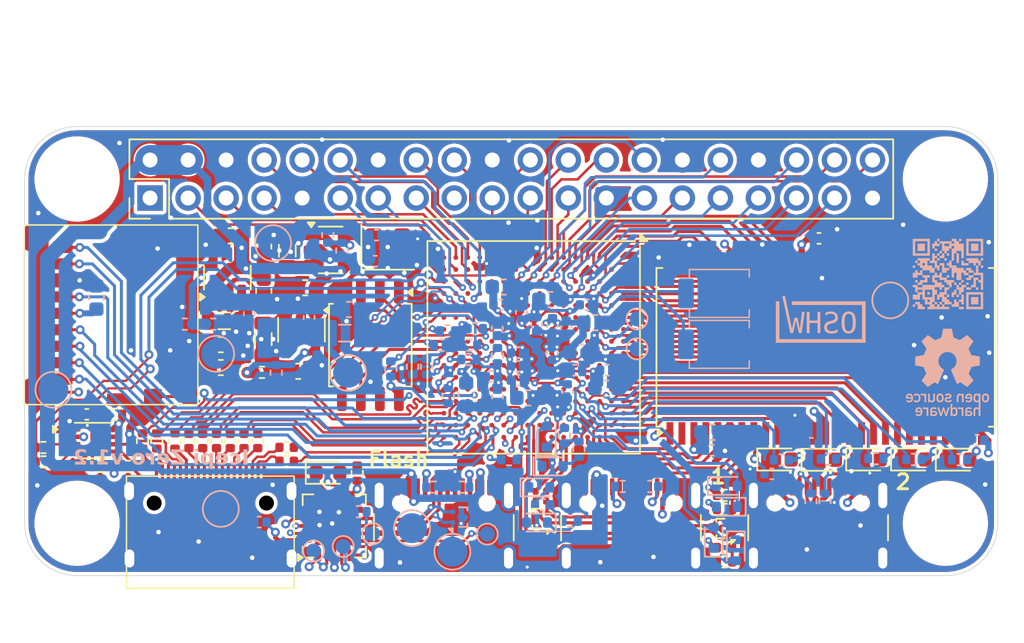
<source format=kicad_pcb>
(kicad_pcb (version 20241229) (generator "pcbnew") (generator_version "9.0")
  (title_block (title "Icepi Zero") (date "2025-06-15") (rev "v1.2") (company "Chengyin Yao (cheyao)") (comment 1 "https://github.com/cheyao/icepi-zero") (comment 9 "OSHWA FR000026"))
  (layers (0 "F.Cu" signal) (4 "In1.Cu" signal) (6 "In2.Cu" signal) (2 "B.Cu" signal) (13 "F.Paste" user) (15 "B.Paste" user) (5 "F.SilkS" user "F.Silkscreen") (7 "B.SilkS" user "B.Silkscreen") (1 "F.Mask" user) (3 "B.Mask" user) (25 "Edge.Cuts" user))
  (net 0 "")
  (net 1 "Net-(U2-FB)")
  (net 2 "Net-(U5-VREF2)")
  (net 3 "GPIO_22")
  (net 4 "GPIO_31")
  (net 5 "GPIO_15")
  (net 6 "GPIO_33")
  (net 7 "GPIO_24")
  (net 8 "GPIO_35")
  (net 9 "GPIO_27")
  (net 10 "GPIO_7")
  (net 11 "GPIO_28")
  (net 12 "GPIO_12")
  (net 13 "GPIO_36")
  (net 14 "GPIO_8")
  (net 15 "GPIO_23")
  (net 16 "~{FLASH_CS}")
  (net 17 "FLASH_MISO")
  (net 18 "FLASH_MOSI")
  (net 19 "/Power/FILTERED_2V5")
  (net 20 "SD_CLK")
  (net 21 "~{FLASH_RESET}")
  (net 22 "PROGRAMMING")
  (net 23 "SD_CMD")
  (net 24 "~{FLASH_WP}")
  (net 25 "JTAG_TMS")
  (net 26 "JTAG_TDI")
  (net 27 "SD_DAT0")
  (net 28 "FLASH_CLK")
  (net 29 "SD_DAT2")
  (net 30 "JTAG_TCK")
  (net 31 "GND")
  (net 32 "GPIO_40")
  (net 33 "GPIO_5")
  (net 34 "GPIO_13")
  (net 35 "GPIO_38")
  (net 36 "GPIO_37")
  (net 37 "GPDI_SDA")
  (net 38 "GPIO_10")
  (net 39 "+5V")
  (net 40 "+3V3")
  (net 41 "D1")
  (net 42 "~{RAS}")
  (net 43 "A4")
  (net 44 "CKE")
  (net 45 "D5")
  (net 46 "D0")
  (net 47 "~{WE}")
  (net 48 "A10")
  (net 49 "D6")
  (net 50 "A12")
  (net 51 "~{CS}")
  (net 52 "D15")
  (net 53 "D11")
  (net 54 "CLK")
  (net 55 "A9")
  (net 56 "D13")
  (net 57 "A1")
  (net 58 "D10")
  (net 59 "A11")
  (net 60 "A8")
  (net 61 "DQM1")
  (net 62 "A2")
  (net 63 "A0")
  (net 64 "A3")
  (net 65 "D9")
  (net 66 "A7")
  (net 67 "A6")
  (net 68 "D7")
  (net 69 "D8")
  (net 70 "~{CAS}")
  (net 71 "D2")
  (net 72 "BA0")
  (net 73 "D3")
  (net 74 "DQM0")
  (net 75 "BA1")
  (net 76 "D12")
  (net 77 "A5")
  (net 78 "D4")
  (net 79 "D14")
  (net 80 "GPIO_26")
  (net 81 "GPIO_29")
  (net 82 "GPIO_16")
  (net 83 "GPIO_32")
  (net 84 "Net-(U4-SW)")
  (net 85 "Net-(U4-FB)")
  (net 86 "+1V1")
  (net 87 "+2V5")
  (net 88 "GPIO_21")
  (net 89 "GPIO_11")
  (net 90 "GPIO_19")
  (net 91 "GPIO_3")
  (net 92 "D1-")
  (net 93 "GPIO_18")
  (net 94 "D1+")
  (net 95 "D2-")
  (net 96 "D2+")
  (net 97 "Net-(J4-CC2)")
  (net 98 "Net-(J4-CC1)")
  (net 99 "D3+")
  (net 100 "D3-")
  (net 101 "JTAG_TDO")
  (net 102 "Net-(J5-CC2)")
  (net 103 "USB_TXD")
  (net 104 "~{USB_DTR}")
  (net 105 "USB_RXD")
  (net 106 "~{USB_RTS}")
  (net 107 "Net-(J5-CC1)")
  (net 108 "Net-(U2-SW)")
  (net 109 "Net-(U6-3V3OUT)")
  (net 110 "~{RXLED}")
  (net 111 "Net-(D1-A)")
  (net 114 "GLOBAL_CLK")
  (net 116 "/GPIO/CONN_D2+")
  (net 117 "/GPIO/CONN_D2-")
  (net 118 "/GPIO/CONN_D1+")
  (net 119 "/GPIO/CONN_D1-")
  (net 120 "/GPIO/CONN_D0+")
  (net 121 "/GPIO/CONN_D0-")
  (net 122 "/GPIO/CONN_CK+")
  (net 123 "/GPIO/CONN_CK-")
  (net 124 "DONE")
  (net 125 "INITN")
  (net 126 "SD_DET")
  (net 127 "SD_DAT3")
  (net 128 "SD_DAT1")
  (net 129 "Net-(D2-A)")
  (net 130 "Net-(D3-A)")
  (net 131 "Net-(D4-A)")
  (net 132 "Net-(D5-A)")
  (net 133 "Net-(J2-CEC)")
  (net 134 "Net-(J2-UTILITY)")
  (net 135 "Net-(J2-HPD)")
  (net 136 "Net-(J3-CC1)")
  (net 137 "Net-(J3-CC2)")
  (net 138 "/ECP5/DBG1")
  (net 139 "/ECP5/DBG2")
  (net 141 "LED1")
  (net 142 "LED2")
  (net 143 "LED3")
  (net 144 "LED4")
  (net 145 "LED5")
  (net 146 "SW1")
  (net 147 "Net-(U3-SW)")
  (net 148 "Net-(U3-FB)")
  (net 228 "SW2")
  (net 230 "GPDI_D2+")
  (net 231 "GPDI_D2-")
  (net 232 "GPDI_D1+")
  (net 233 "GPDI_D1-")
  (net 234 "GPDI_D0+")
  (net 235 "GPDI_D0-")
  (net 236 "GPDI_CLK+")
  (net 237 "GPDI_CLK-")
  (net 238 "GPDI_CEC")
  (net 239 "GPDI_UTIL")
  (net 240 "GPDI_HPD")
  (net 241 "/GPIO/GPDI_SDA_5V")
  (net 242 "/GPIO/GPDI_SCK_5V")
  (net 243 "GPDI_SCK")
  (net 244 "USB2_PULL_D-")
  (net 245 "Net-(D7-A)")
  (net 246 "USB2_PULL_D+")
  (net 247 "Net-(D9-K)")
  (net 248 "Net-(D10-A)")
  (net 249 "Net-(D11-K)")
  (net 250 "USB3_PULL_D+")
  (net 251 "Net-(D12-A)")
  (net 252 "Net-(D13-K)")
  (net 253 "Net-(D14-A)")
  (net 254 "USB3_PULL_D-")
  (net 258 "/USB/D3A+")
  (net 259 "/USB/D3A-")
  (net 260 "/USB/D2A-")
  (net 261 "/USB/D2A+")
  (net 262 "Net-(D6-K)")
  (net 263 "Net-(D8-A)")
  (footprint "MountingHole:MountingHole_2.7mm_M2.5" (layer "F.Cu") (at 119.5 116.5)
    (property "Reference" "H3" (hide yes))
    (property "Value" "MountingHole")
  )
  (footprint "Capacitor_SMD:C_0402_1005Metric" (layer "F.Cu") (at 131.57 111 -90)
    (property "Reference" "C31" (hide yes))
    (property "Value" "22nF")
  )
  (footprint "Capacitor_SMD:C_0402_1005Metric" (layer "F.Cu") (at 127.89 111 -90)
    (property "Reference" "C35" (hide yes))
    (property "Value" "22nF")
  )
  (footprint "Capacitor_SMD:C_0603_1608Metric" (layer "F.Cu") (at 129.1 104.57 180)
    (property "Reference" "C5" (hide yes))
    (property "Value" "22uF")
  )
  (footprint "Capacitor_SMD:C_0603_1608Metric" (layer "F.Cu") (at 129.1 106.1 180)
    (property "Reference" "C6" (hide yes))
    (property "Value" "22uF")
  )
  (footprint "Resistor_SMD:R_0402_1005Metric" (layer "F.Cu") (at 162.75 115.575)
    (property "Reference" "R27" (hide yes))
    (property "Value" "15k")
  )
  (footprint "Capacitor_SMD:C_0402_1005Metric" (layer "F.Cu") (at 169.06 97.47)
    (property "Reference" "C44" (hide yes))
    (property "Value" "100nF")
  )
  (footprint "Package_TO_SOT_SMD:SOT-23-5" (layer "F.Cu") (at 136.44 98.2425)
    (property "Reference" "U4" (hide yes))
    (property "Value" "TLV62569DBV")
  )
  (footprint "Connector_PinHeader_2.54mm:PinHeader_2x20_P2.54mm_Vertical" (layer "F.Cu") (at 124.375 94.775 90)
    (property "Reference" "J1" (hide yes))
    (property "Value" "Conn_02x20_Counter_Clockwise")
  )
  (footprint "Package_SO:VSSOP-8_2.3x2mm_P0.5mm" (layer "F.Cu") (at 120.5 110.975)
    (property "Reference" "U5" (hide yes))
    (property "Value" "PCA9306DC1")
  )
  (footprint "LED_SMD:LED_0603_1608Metric" (layer "F.Cu") (at 175.36 112.24)
    (property "Reference" "D3" (hide yes))
    (property "Value" "WHITE")
  )
  (footprint "Connector_USB:USB_C_Receptacle_GCT_USB4105-xx-A_16P_TopMnt_Horizontal" (layer "F.Cu") (at 169 117.75)
    (property "Reference" "J4" (hide yes))
    (property "Value" "USB_C_Receptacle_USB2.0_14P")
  )
  (footprint "LED_SMD:LED_0603_1608Metric" (layer "F.Cu") (at 136.2625 113.13)
    (property "Reference" "D8" (hide yes))
    (property "Value" "RED")
  )
  (footprint "Resistor_SMD:R_0402_1005Metric" (layer "F.Cu") (at 126.04 111 90)
    (property "Reference" "R12" (hide yes))
    (property "Value" "470")
  )
  (footprint "Resistor_SMD:R_0402_1005Metric" (layer "F.Cu") (at 121.04 112.7 180)
    (property "Reference" "R16" (hide yes))
    (property "Value" "4.7k")
  )
  (footprint "Resistor_SMD:R_0402_1005Metric" (layer "F.Cu") (at 117.25 112.4)
    (property "Reference" "R18" (hide yes))
    (property "Value" "3.3k")
  )
  (footprint "Resistor_SMD:R_0201_0603Metric" (layer "F.Cu") (at 150.475 118.025)
    (property "Reference" "R33" (hide yes))
    (property "Value" "27")
  )
  (footprint "Resistor_SMD:R_0402_1005Metric" (layer "F.Cu") (at 131.85 106.42 180)
    (property "Reference" "R8" (hide yes))
    (property "Value" "15k")
  )
  (footprint "LED_SMD:LED_0603_1608Metric" (layer "F.Cu") (at 169.3725 112.26)
    (property "Reference" "D4" (hide yes))
    (property "Value" "WHITE")
  )
  (footprint "Capacitor_SMD:C_0402_1005Metric" (layer "F.Cu") (at 133.5 111.43 180)
    (property "Reference" "C30" (hide yes))
    (property "Value" "22nF")
  )
  (footprint "Package_TO_SOT_SMD:Texas_DRT-3" (layer "F.Cu") (at 150.4675 116.1825 90)
    (property "Reference" "U9" (hide yes))
    (property "Value" "TPD2EUSB30A")
  )
  (footprint "Connector_USB:USB_C_Receptacle_GCT_USB4105-xx-A_16P_TopMnt_Horizontal" (layer "F.Cu") (at 156.5 117.75)
    (property "Reference" "J5" (hide yes))
    (property "Value" "USB_C_Receptacle_USB2.0_14P")
  )
  (footprint "Capacitor_SMD:C_0402_1005Metric" (layer "F.Cu") (at 130.65 111 -90)
    (property "Reference" "C32" (hide yes))
    (property "Value" "22nF")
  )
  (footprint "Resistor_SMD:R_0201_0603Metric" (layer "F.Cu") (at 150.83 114.69 -90)
    (property "Reference" "R38" (hide yes))
    (property "Value" "27")
  )
  (footprint "Capacitor_SMD:C_0603_1608Metric" (layer "F.Cu") (at 134.735 100.77 180)
    (property "Reference" "C17" (hide yes))
    (property "Value" "22uF")
  )
  (footprint "Resistor_SMD:R_0402_1005Metric" (layer "F.Cu") (at 138.21 113.15 90)
    (property "Reference" "R28" (hide yes))
    (property "Value" "1k")
  )
  (footprint "Capacitor_SMD:C_0603_1608Metric" (layer "F.Cu") (at 129.75 97.3 180)
    (property "Reference" "C4" (hide yes))
    (property "Value" "22uF")
  )
  (footprint "Capacitor_SMD:C_0402_1005Metric" (layer "F.Cu") (at 128.81 111 -90)
    (property "Reference" "C34" (hide yes))
    (property "Value" "22nF")
  )
  (footprint "Package_BGA:BGA-256_14.0x14.0mm_Layout16x16_P0.8mm_Ball0.45mm_Pad0.32mm_NSMD" (layer "F.Cu") (at 150 104.75 -90)
    (property "Reference" "U1" (hide yes))
    (property "Value" "ECP5U_25F_CABGA256")
  )
  (footprint "Package_SO:TSOP-II-54_22.2x10.16mm_P0.8mm" (layer "F.Cu") (at 169.5 104.75 90)
    (property "Reference" "U10" (hide yes))
    (property "Value" "W9825G6KH")
  )
  (footprint "Capacitor_SMD:C_0603_1608Metric" (layer "F.Cu") (at 131.97 100.975 -90)
    (property "Reference" "C23" (hide yes))
    (property "Value" "22uF")
  )
  (footprint "LED_SMD:LED_0603_1608Metric" (layer "F.Cu") (at 172.36 112.24)
    (property "Reference" "D2" (hide yes))
    (property "Value" "WHITE")
  )
  (footprint "MountingHole:MountingHole_2.7mm_M2.5" (layer "F.Cu") (at 119.5 93.5)
    (property "Reference" "H1" (hide yes))
    (property "Value" "MountingHole")
  )
  (footprint "Package_TO_SOT_SMD:SOT-23-5" (layer "F.Cu") (at 134.49 103.5675 -90)
    (property "Reference" "U3" (hide yes))
    (property "Value" "TLV62569DBV")
  )
  (footprint "Oscillator:Oscillator_SMD_SiT_PQFN-4Pin_2.5x2.0mm" (layer "F.Cu") (at 140.25 98.05)
    (property "Reference" "Y1" (hide yes))
    (property "Value" "SITxxxxxx-1x-33E-50.000000")
  )
  (footprint "Capacitor_SMD:C_0402_1005Metric" (layer "F.Cu") (at 129.73 111 -90)
    (property "Reference" "C33" (hide yes))
    (property "Value" "22nF")
  )
  (footprint "Resistor_SMD:R_0402_1005Metric" (layer "F.Cu") (at 162.75 118.13)
    (property "Reference" "R35" (hide yes))
    (property "Value" "1k")
  )
  (footprint "Package_TO_SOT_SMD:Texas_DRT-3" (layer "F.Cu") (at 162.75 116.85 90)
    (property "Reference" "U8" (hide yes))
    (property "Value" "TPD2EUSB30A")
  )
  (footprint "Resistor_SMD:R_0201_0603Metric" (layer "F.Cu") (at 150.13 114.69 -90)
    (property "Reference" "R40" (hide yes))
    (property "Value" "27")
  )
  (footprint "Resistor_SMD:R_0402_1005Metric" (layer "F.Cu") (at 122 109.225 180)
    (property "Reference" "R15" (hide yes))
    (property "Value" "100k")
  )
  (footprint "Resistor_SMD:R_0402_1005Metric" (layer "F.Cu") (at 122.9 112.7)
    (property "Reference" "R17" (hide yes))
    (property "Value" "4.7k")
  )
  (footprint "Connector_USB:USB_C_Receptacle_GCT_USB4105-xx-A_16P_TopMnt_Horizontal" (layer "F.Cu") (at 144 117.75)
    (property "Reference" "J3" (hide yes))
    (property "Value" "USB_C_Receptacle_USB2.0_14P")
  )
  (footprint "MountingHole:MountingHole_2.7mm_M2.5" (layer "F.Cu") (at 177.5 116.5)
    (property "Reference" "H4" (hide yes))
    (property "Value" "MountingHole")
  )
  (footprint "icepi-lib:XKB Connection A71-05H4-111N1" (layer "F.Cu") (at 128.4 114.35)
    (property "Reference" "J2" (hide yes))
    (property "Value" "HDMI_C_1.3")
  )
  (footprint "Capacitor_SMD:C_0402_1005Metric" (layer "F.Cu") (at 133.5 112.35 180)
    (property "Reference" "C29" (hide yes))
    (property "Value" "22nF")
  )
  (footprint "Capacitor_SMD:C_0402_1005Metric" (layer "F.Cu") (at 126.97 111 -90)
    (property "Reference" "C36" (hide yes))
    (property "Value" "22nF")
  )
  (footprint "MountingHole:MountingHole_2.7mm_M2.5" (layer "F.Cu") (at 177.5 93.5)
    (property "Reference" "H2" (hide yes))
    (property "Value" "MountingHole")
  )
  (footprint "Resistor_SMD:R_0402_1005Metric" (layer "F.Cu") (at 124.825 111 90)
    (property "Reference" "R13" (hide yes))
    (property "Value" "10k")
  )
  (footprint "LED_SMD:LED_0603_1608Metric" (layer "F.Cu") (at 178.35 112.25)
    (property "Reference" "D5" (hide yes))
    (property "Value" "WHITE")
  )
  (footprint "Resistor_SMD:R_0402_1005Metric" (layer "F.Cu") (at 123.875 111 90)
    (property "Reference" "R14" (hide yes))
    (property "Value" "470")
  )
  (footprint "Resistor_SMD:R_0201_0603Metric" (layer "F.Cu") (at 150.475 117.325)
    (property "Reference" "R30" (hide yes))
    (property "Value" "27")
  )
  (footprint "Capacitor_SMD:C_0603_1608Metric" (layer "F.Cu") (at 131.965 98.02 -90)
    (property "Reference" "C24" (hide yes))
    (property "Value" "10uF")
  )
  (footprint "Capacitor_SMD:C_0603_1608Metric" (layer "F.Cu") (at 134.27 106.35)
    (property "Reference" "C18" (hide yes))
    (property "Value" "22uF")
  )
  (footprint "Package_TO_SOT_SMD:SOT-23-5" (layer "F.Cu") (at 129.54 100.0875 90)
    (property "Reference" "U2" (hide yes))
    (property "Value" "TLV62569DBV")
  )
  (footprint "Inductor_SMD:L_0805_2012Metric" (layer "F.Cu") (at 129.33 102.98)
    (property "Reference" "L1" (hide yes))
    (property "Value" "2.2uH")
  )
  (footprint "Resistor_SMD:R_0402_1005Metric" (layer "F.Cu") (at 162.75 114.635)
    (property "Reference" "R26" (hide yes))
    (property "Value" "1k")
  )
  (footprint "Package_SO:SOIC-8_5.3x5.3mm_P1.27mm" (layer "F.Cu") (at 139.09 104.6 -90)
    (property "Reference" "U11" (hide yes))
    (property "Value" "W25Q128JVS")
  )
  (footprint "Inductor_SMD:L_0805_2012Metric" (layer "F.Cu") (at 133.545 98.29 90)
    (property "Reference" "L3" (hide yes))
    (property "Value" "2.2uH")
  )
  (footprint "LED_SMD:LED_0603_1608Metric" (layer "F.Cu") (at 166.4175 112.24)
    (property "Reference" "D1" (hide yes))
    (property "Value" "WHITE")
  )
  (footprint "Inductor_SMD:L_0805_2012Metric" (layer "F.Cu") (at 131.94 104.2 -90)
    (property "Reference" "L2" (hide yes))
    (property "Value" "2.2uH")
  )
  (footprint "Package_DFN_QFN:QFN-20-1EP_4x4mm_P0.5mm_EP2.5x2.5mm" (layer "F.Cu") (at 136.68 116.68 90)
    (property "Reference" "U6" (hide yes))
    (property "Value" "FT231XQ")
  )
  (footprint "Resistor_SMD:R_0402_1005Metric" (layer "F.Cu") (at 162.75 119.075)
    (property "Reference" "R39" (hide yes))
    (property "Value" "15k")
  )
  (footprint "icepi-lib:microSD_HC_SOFNG_TF-008" (layer "F.Cu") (at 118.52 102.575 -90)
    (property "Reference" "J6" (hide yes))
    (property "Value" "Micro_SD_Card_Det2")
  )
  (footprint "Resistor_SMD:R_0402_1005Metric" (layer "F.Cu") (at 117.25 111.44)
    (property "Reference" "R19" (hide yes))
    (property "Value" "3.3k")
  )
  (footprint "Capacitor_SMD:C_0402_1005Metric" (layer "F.Cu") (at 120.15 109.225 180)
    (property "Reference" "C37" (hide yes))
    (property "Value" "100pF")
  )
  (footprint "Capacitor_SMD:C_0402_1005Metric" (layer "B.Cu") (at 147.575 103.46 -90)
    (property "Reference" "C22" (hide yes))
    (property "Value" "100nF")
  )
  (footprint "Capacitor_SMD:C_0402_1005Metric" (layer "B.Cu") (at 161.925 111.625)
    (property "Reference" "C43" (hide yes))
    (property "Value" "100nF")
  )
  (footprint "Resistor_SMD:R_0402_1005Metric" (layer "B.Cu") (at 142.85 106.04 -90)
    (property "Reference" "R20" (hide yes))
    (property "Value" "4.7k")
  )
  (footprint "Capacitor_SMD:C_0402_1005Metric" (layer "B.Cu") (at 148.96 106.02)
    (property "Reference" "C15" (hide yes))
    (property "Value" "100nF")
  )
  (footprint "Diode_SMD:D_SOD-523" (layer "B.Cu") (at 150.875 110.725 90)
    (property "Reference" "D13" (hide yes))
    (property "Value" "1N914WT")
  )
  (footprint "Resistor_SMD:R_0402_1005Metric" (layer "B.Cu") (at 128.6 103.2 180)
    (property "Reference" "R6" (hide yes))
    (property "Value" "10k")
  )
  (footprint "Diode_SMD:D_SOD-523" (layer "B.Cu") (at 163.5 118.3 -90)
    (property "Reference" "D12" (hide yes))
    (property "Value" "1N914WT")
  )
  (footprint "Capacitor_SMD:C_0402_1005Metric" (layer "B.Cu") (at 150.2 103.21 -90)
    (property "Reference" "C52" (hide yes))
    (property "Value" "100nF")
  )
  (footprint "Resistor_SMD:R_0402_1005Metric" (layer "B.Cu") (at 169.68 112.21)
    (property "Reference" "R4" (hide yes))
    (property "Value" "470")
  )
  (footprint "icepi-lib:switch_button_TS-1088-AR02016" (layer "B.Cu") (at 162.4 104.55)
    (property "Reference" "SW2" (hide yes))
    (property "Value" "SW_Push")
  )
  (footprint "TestPoint:TestPoint_Pad_D2.0mm" (layer "B.Cu") (at 129.1 115.54)
    (property "Reference" "TP2" (hide yes))
    (property "Value" "TestPoint")
  )
  (footprint "TestPoint:TestPoint_Pad_D2.0mm" (layer "B.Cu") (at 132.595 97.79)
    (property "Reference" "TP4" (hide yes))
    (property "Value" "TestPoint")
  )
  (footprint "Capacitor_SMD:C_0402_1005Metric" (layer "B.Cu") (at 131.67 116.42 180)
    (property "Reference" "C38" (hide yes))
    (property "Value" "100nF")
  )
  (footprint "Capacitor_SMD:C_0402_1005Metric" (layer "B.Cu") (at 151.26 103.28 -90)
    (property "Reference" "C12" (hide yes))
    (property "Value" "100nF")
  )
  (footprint "Capacitor_SMD:C_0402_1005Metric" (layer "B.Cu") (at 135 102.75 90)
    (property "Reference" "C19" (hide yes))
    (property "Value" "100nF")
  )
  (footprint "TestPoint:TestPoint_Pad_D2.0mm" (layer "B.Cu") (at 173.82 101.61)
    (property "Reference" "TP1" (hide yes))
    (property "Value" "TestPoint")
  )
  (footprint "Capacitor_SMD:C_0402_1005Metric" (layer "B.Cu") (at 131 102.5 90)
    (property "Reference" "C7" (hide yes))
    (property "Value" "100nF")
  )
  (footprint "Capacitor_SMD:C_0603_1608Metric" (layer "B.Cu") (at 151.12 101.56)
    (property "Reference" "C2" (hide yes))
    (property "Value" "10uF")
  )
  (footprint "Capacitor_SMD:C_0603_1608Metric" (layer "B.Cu") (at 120.79 101.42 90)
    (property "Reference" "C47" (hide yes))
    (property "Value" "10uF")
  )
  (footprint "icepi-lib:switch_button_TS-1088-AR02016" (layer "B.Cu") (at 162.4 101.15)
    (property "Reference" "SW1" (hide yes))
    (property "Value" "SW_Push")
  )
  (footprint "TestPoint:TestPoint_Pad_D1.0mm" (layer "B.Cu") (at 156.9 102.85 180)
    (property "Reference" "TP14" (hide yes))
    (property "Value" "TestPoint")
  )
  (footprint "Resistor_SMD:R_0402_1005Metric" (layer "B.Cu") (at 150.6 115.27)
    (property "Reference" "R34" (hide yes))
    (property "Value" "15k")
  )
  (footprint "Resistor_SMD:R_0402_1005Metric" (layer "B.Cu") (at 168.52 115.02 -90)
    (property "Reference" "R29" (hide yes))
    (property "Value" "5.1k")
  )
  (footprint "Resistor_SMD:R_0402_1005Metric" (layer "B.Cu") (at 145.68 105.56 180)
    (property "Reference" "R48" (hide yes))
    (property "Value" "15k")
  )
  (footprint "Capacitor_SMD:C_0402_1005Metric" (layer "B.Cu") (at 165.9 113.2)
    (property "Reference" "C41" (hide yes))
    (property "Value" "100nF")
  )
  (footprint "Resistor_SMD:R_0402_1005Metric" (layer "B.Cu") (at 153.025 111.55 90)
    (property "Reference" "R42" (hide yes))
    (property "Value" "15k")
  )
  (footprint "Capacitor_SMD:C_0402_1005Metric" (layer "B.Cu") (at 153.56 101.91)
    (property "Reference" "C51" (hide yes))
    (property "Value" "100nF")
  )
  (footprint "Diode_SMD:D_SOD-523" (layer "B.Cu") (at 150.22 116.45 180)
    (property "Reference" "D9" (hide yes))
    (property "Value" "1N914WT")
  )
  (footprint "Resistor_SMD:R_0402_1005Metric" (layer "B.Cu") (at 152.05 110.65 -90)
    (property "Reference" "R41" (hide yes))
    (property "Value" "1k")
  )
  (footprint "Diode_SMD:D_SOD-523" (layer "B.Cu") (at 162.025 117.475 90)
    (property "Reference" "D11" (hide yes))
    (property "Value" "1N914WT")
  )
  (footprint "Capacitor_SMD:C_0603_1608Metric" (layer "B.Cu") (at 161.95 110.425)
    (property "Reference" "C42" (hide yes))
    (property "Value" "10uF")
  )
  (footprint "TestPoint:TestPoint_Pad_D2.0mm" (layer "B.Cu") (at 144.57 118.4)
    (property "Reference" "TP8" (hide yes))
    (property "Value" "TestPoint")
  )
  (footprint "Diode_SMD:D_SOD-523" (layer "B.Cu") (at 151.25 112.7)
    (property "Reference" "D14" (hide yes))
    (property "Value" "1N914WT")
  )
  (footprint "Resistor_SMD:R_0402_1005Metric" (layer "B.Cu") (at 140.46 106.19 90)
    (property "Reference" "R46" (hide yes))
    (property "Value" "10k")
  )
  (footprint "Inductor_SMD:L_0805_2012Metric" (layer "B.Cu") (at 137.38 103.8)
    (property "Reference" "FB1" (hide yes))
    (property "Value" "100R@100MHz")
  )
  (footprint "TestPoint:TestPoint_Pad_D1.0mm" (layer "B.Cu") (at 135.3 118.35 -90)
    (property "Reference" "TP10" (hide yes))
    (property "Value" "TestPoint")
  )
  (footprint "TestPoint:TestPoint_Pad_D2.0mm" (layer "B.Cu") (at 137.6 106.45)
    (property "Reference" "TP5" (hide yes))
    (property "Value" "TestPoint")
  )
  (footprint "Resistor_SMD:R_0402_1005Metric" (layer "B.Cu") (at 145.71 104.6)
    (property "Reference" "R43" (hide yes))
    (property "Value" "4.7k")
  )
  (footprint "Capacitor_SMD:C_0402_1005Metric" (layer "B.Cu") (at 147.8 101.91)
    (property "Reference" "C46" (hide yes))
    (property "Value" "100nF")
  )
  (footprint "TestPoint:TestPoint_Pad_D1.0mm" (layer "B.Cu") (at 146.9 117.225 -90)
    (property "Reference" "TP11" (hide yes))
    (property "Value" "TestPoint")
  )
  (footprint "Capacitor_SMD:C_0603_1608Metric" (layer "B.Cu") (at 148.005 100.72)
    (property "Reference" "C45" (hide yes))
    (property "Value" "10uF")
  )
  (footprint "Capacitor_SMD:C_0402_1005Metric" (layer "B.Cu") (at 168.55 111.16 180)
    (property "Reference" "C40" (hide yes))
    (property "Value" "100nF")
  )
  (footprint "oshw:OSHW-Certification-Mark-Logo_6x3mm_SilkScreen" (layer "B.Cu") (at 169.175 102.875 180)
    (property "Reference" "LOGO1" (hide yes))
    (property "Value" "~" (hide yes))
  )
  (footprint "Capacitor_SMD:C_0603_1608Metric" (layer "B.Cu") (at 137.66 102.22 180)
    (property "Reference" "C20" (hide yes))
    (property "Value" "10uF")
  )
  (footprint "TestPoint:TestPoint_Pad_D2.0mm" (layer "B.Cu") (at 141.875 116.825)
    (property "Reference" "TP7" (hide yes))
    (property "Value" "TestPoint")
  )
  (footprint "Resistor_SMD:R_0402_1005Metric" (layer "B.Cu") (at 138.325 115.725 180)
    (property "Reference" "R23" (hide yes))
    (property "Value" "4.7k")
  )
  (footprint "Capacitor_SMD:C_0402_1005Metric" (layer "B.Cu") (at 149.18 102.41 90)
    (property "Reference" "C3" (hide yes))
    (property "Value" "100nF")
  )
  (footprint "Resistor_SMD:R_0402_1005Metric" (layer "B.Cu") (at 148.35 112.25)
    (property "Reference" "R22" (hide yes))
    (property "Value" "4.7k")
  )
  (footprint "Capacitor_SMD:C_0402_1005Metric" (layer "B.Cu") (at 148.96 105.1)
    (property "Reference" "C16" (hide yes))
    (property "Value" "100nF")
  )
  (footprint "Resistor_SMD:R_0402_1005Metric" (layer "B.Cu") (at 144.29 107.97 90)
    (property "Reference" "R21" (hide yes))
    (property "Value" "4.7k")
  )
  (footprint "Package_TO_SOT_SMD:Texas_DRT-3" (layer "B.Cu") (at 145.0225 116.0875 90)
    (property "Reference" "U7" (hide yes))
    (property "Value" "TPD2EUSB30A")
  )
  (footprint "Resistor_SMD:R_0402_1005Metric" (layer "B.Cu") (at 145.19 114.09)
    (property "Reference" "R25" (hide yes))
    (property "Value" "5.1k")
  )
  (footprint "Resistor_SMD:R_0402_1005Metric" (layer "B.Cu") (at 144.24 103.65 180)
    (property "Reference" "R44" (hide yes))
    (property "Value" "10k")
  )
  (footprint "Resistor_SMD:R_0402_1005Metric" (layer "B.Cu") (at 132.8 106.44 -90)
    (property "Reference" "R9" (hide yes))
    (property "Value" "4.7k")
  )
  (footprint "Resistor_SMD:R_0402_1005Metric" (layer "B.Cu") (at 147.58 105.3 90)
    (property "Reference" "R49" (hide yes))
    (property "Value" "15k")
  )
  (footprint "Diode_SMD:D_SOD-523" (layer "B.Cu") (at 150.38 114.1)
    (property "Reference" "D10" (hide yes))
    (property "Value" "1N914WT")
  )
  (footprint "Resistor_SMD:R_0402_1005Metric" (layer "B.Cu") (at 141.91 106.04 -90)
    (property "Reference" "R50" (hide yes))
    (property "Value" "15k")
  )
  (footprint "Resistor_SMD:R_0402_1005Metric" (layer "B.Cu") (at 152.44 116.36 180)
    (property "Reference" "R32" (hide yes))
    (property "Value" "1k")
  )
  (footprint "LOGO" (layer "B.Cu") (at 177.675 99.85 180)
    (property "Reference" "G***" (hide yes))
    (property "Value" "LOGO" (hide yes))
  )
  (footprint "Capacitor_SMD:C_0603_1608Metric" (layer "B.Cu") (at 154.85 107.475)
    (property "Reference" "C49" (hide yes))
    (property "Value" "10uF")
  )
  (footprint "Capacitor_SMD:C_0603_1608Metric" (layer "B.Cu") (at 149.65 108.125)
    (property "Reference" "C8" (hide yes))
    (property "Value" "10uF")
  )
  (footprint "Capacitor_SMD:C_0603_1608Metric" (layer "B.Cu") (at 153.19 105.075)
    (property "Reference" "C9" (hide yes))
    (property "Value" "10uF")
  )
  (footprint "Resistor_SMD:R_0402_1005Metric" (layer "B.Cu") (at 126.7 103.2 180)
    (property "Reference" "R7" (hide yes))
    (property "Value" "12k")
  )
  (footprint "TestPoint:TestPoint_Pad_D2.0mm" (layer "B.Cu") (at 128.79 105.18)
    (property "Reference" "TP6" (hide yes))
    (property "Value" "TestPoint")
  )
  (footprint "Diode_SMD:D_SOD-523" (layer "B.Cu") (at 162.9 115.4 180)
    (property "Reference" "D7" (hide yes))
    (property "Value" "1N914WT")
  )
  (footprint "Capacitor_SMD:C_0402_1005Metric" (layer "B.Cu") (at 152.175 103.44 -90)
    (property "Reference" "C11" (hide yes))
    (property "Value" "100nF")
  )
  (footprint "Capacitor_SMD:C_0603_1608Metric" (layer "B.Cu") (at 154.125 103.1)
    (property "Reference" "C10" (hide yes))
    (property "Value" "10uF")
  )
  (footprint "Capacitor_SMD:C_0402_1005Metric" (layer "B.Cu") (at 152.25 107.7 -90)
    (property "Reference" "C48" (hide yes))
    (property "Value" "100nF")
  )
  (footprint "Resistor_SMD:R_0402_1005Metric" (layer "B.Cu") (at 143.85 104.61 180)
    (property "Reference" "R45" (hide yes))
    (property "Value" "10k")
  )
  (footprint "TestPoint:TestPoint_Pad_D2.0mm" (layer "B.Cu") (at 117.92 107.58)
    (property "Reference" "TP3" (hide yes))
    (property "Value" "TestPoint")
  )
  (footprint "Resistor_SMD:R_0402_1005Metric" (layer "B.Cu") (at 137.19 98.28 -90)
    (property "Reference" "R11" (hide yes))
    (property "Value" "3.3k")
  )
  (footprint "Resistor_SMD:R_0402_1005Metric" (layer "B.Cu") (at 178.45 112.25)
    (property "Reference" "R5" (hide yes))
    (property "Value" "470")
  )
  (footprint "Resistor_SMD:R_0402_1005Metric" (layer "B.Cu") (at 175.4 112.24)
    (property "Reference" "R3" (hide yes))
    (property "Value" "470")
  )
  (footprint "Resistor_SMD:R_0402_1005Metric" (layer "B.Cu") (at 169.46 115.02 90)
    (property "Reference" "R31" (hide yes))
    (property "Value" "5.1k")
  )
  (footprint "Resistor_SMD:R_0402_1005Metric" (layer "B.Cu") (at 157.8 114.04)
    (property "Reference" "R37" (hide yes))
    (property "Value" "5.1k")
  )
  (footprint "Resistor_SMD:R_0402_1005Metric" (layer "B.Cu") (at 172.86 112.18)
    (property "Reference" "R2" (hide yes))
    (property "Value" "470")
  )
  (footprint "Diode_SMD:D_SOD-523" (layer "B.Cu") (at 162.9 114)
    (property "Reference" "D6" (hide yes))
    (property "Value" "1N914WT")
  )
  (footprint "Capacitor_SMD:C_0402_1005Metric" (layer "B.Cu") (at 154.92 106.275)
    (property "Reference" "C50" (hide yes))
    (property "Value" "100nF")
  )
  (footprint "Capacitor_SMD:C_0402_1005Metric" (layer "B.Cu") (at 152.75 106.275)
    (property "Reference" "C21" (hide yes))
    (property "Value" "100nF")
  )
  (footprint "TestPoint:TestPoint_Pad_D1.0mm" (layer "B.Cu") (at 137.275 118.05 -90)
    (property "Reference" "TP9" (hide yes))
    (property "Value" "TestPoint")
  )
  (footprint "Capacitor_SMD:C_0402_1005Metric" (layer "B.Cu") (at 147.13 106.69 180)
    (property "Reference" "C27" (hide yes))
    (property "Value" "100nF")
  )
  (footprint "Resistor_SMD:R_0402_1005Metric" (layer "B.Cu") (at 166.56 112.27)
    (property "Reference" "R1" (hide yes))
    (property "Value" "470")
  )
  (footprint "Capacitor_SMD:C_0402_1005Metric" (layer "B.Cu") (at 139.5 97.25)
    (property "Reference" "C25" (hide yes))
    (property "Value" "100nF")
  )
  (footprint "TestPoint:TestPoint_Pad_D1.0mm" (layer "B.Cu") (at 139.25 117.2 -90)
    (property "Reference" "TP12" (hide yes))
    (property "Value" "TestPoint")
  )
  (footprint "Resistor_SMD:R_0402_1005Metric" (layer "B.Cu") (at 136.25 97.25 -90)
    (property "Reference" "R10" (hide yes))
    (property "Value" "15k")
  )
  (footprint "Capacitor_SMD:C_0402_1005Metric" (layer "B.Cu") (at 179.625 110.95 180)
    (property "Reference" "C39" (hide yes))
    (property "Value" "100nF")
  )
  (footprint "Capacitor_SMD:C_0402_1005Metric" (layer "B.Cu") (at 147.58 108.06 -90)
    (property "Reference" "C28" (hide yes))
    (property "Value" "100nF")
  )
  (footprint "TestPoint:TestPoint_Pad_D1.0mm" (layer "B.Cu") (at 156.9 104.85 180)
    (property "Reference" "TP13" (hide yes))
    (property "Value" "TestPoint")
  )
  (footprint "Resistor_SMD:R_0402_1005Metric" (layer "B.Cu") (at 155.94325 114.04)
    (property "Reference" "R36" (hide yes))
    (property "Value" "5.1k")
  )
  (footprint "Capacitor_SMD:C_0402_1005Metric" (layer "B.Cu") (at 139.42 98.99)
    (property "Reference" "C1" (hide yes))
    (property "Value" "100nF")
  )
  (footprint "Resistor_SMD:R_0402_1005Metric" (layer "B.Cu") (at 146.1 103.5)
    (property "Reference" "R47" (hide yes))
    (property "Value" "10k")
  )
  (footprint "Capacitor_SMD:C_0402_1005Metric" (layer "B.Cu") (at 151.25 105.11 90)
    (property "Reference" "C13" (hide yes))
    (property "Value" "100nF")
  )
  (footprint "Resistor_SMD:R_0402_1005Metric" (layer "B.Cu") (at 143.33 114.09)
    (property "Reference" "R24" (hide yes))
    (property "Value" "5.1k")
  )
  (footprint "Capacitor_SMD:C_0603_1608Metric" (layer "B.Cu") (at 145.49 107.91 -90)
    (property "Reference" "C26" (hide yes))
    (property "Value" "10uF")
  )
  (footprint "Capacitor_SMD:C_0402_1005Metric" (layer "B.Cu") (at 148.95 106.94)
    (property "Reference" "C14" (hide yes))
    (property "Value" "100nF")
  )
  (gr_poly (pts (xy 177.367624 103.502948) (xy 177.366401 103.503039) (xy 177.365183 103.503189) (xy 177.363973 103.503397) (xy 177.362773 103.50366) (xy 177.361583 103.503977) (xy 177.360406 103.504348) (xy 177.359245 103.504769) (xy 177.358099 103.505241) (xy 177.356972 103.505761) (xy 177.355866 103.506328) (xy 177.354782 103.50694) (xy 177.353721 103.507596) (xy 177.352687 103.508295) (xy 177.35168 103.509034) (xy 177.350703 103.509813) (xy 177.349757 103.51063) (xy 177.348845 103.511483) (xy 177.347967 103.512371) (xy 177.347127 103.513293) (xy 177.346325 103.514246) (xy 177.345564 103.51523) (xy 177.344845 103.516243) (xy 177.344171 103.517283) (xy 177.343542 103.518349) (xy 177.342962 103.51944) (xy 177.342432 103.520554) (xy 177.341953 103.521688) (xy 177.341528 103.522843) (xy 177.341158 103.524017) (xy 177.340846 103.525207) (xy 177.340593 103.526413) (xy 177.238516 104.074894) (xy 177.238265 104.07611) (xy 177.237957 104.077329) (xy 177.237595 104.078551) (xy 177.237181 104.079773) (xy 177.236202 104.082209) (xy 177.235035 104.084621) (xy 177.233693 104.086994) (xy 177.232192 104.089311) (xy 177.230544 104.091557) (xy 177.228763 104.093716) (xy 177.226865 104.095771) (xy 177.224862 104.097707) (xy 177.22277 104.099508) (xy 177.220601 104.101158) (xy 177.218371 104.102641) (xy 177.216093 104.103942) (xy 177.21494 104.104518) (xy 177.213781 104.105043) (xy 177.212617 104.105514) (xy 177.211449 104.10593) (xy 176.843864 104.256425) (xy 176.841585 104.257441) (xy 176.839167 104.258291) (xy 176.836632 104.258974) (xy 176.834 104.259493) (xy 176.831294 104.259849) (xy 176.828534 104.260044) (xy 176.825742 104.260079) (xy 176.822939 104.259957) (xy 176.820146 104.259678) (xy 176.817384 104.259244) (xy 176.814675 104.258658) (xy 176.812041 104.25792) (xy 176.809501 104.257033) (xy 176.807079 104.255997) (xy 176.804794 104.254815) (xy 176.802668 104.253488) (xy 176.344436 103.939004) (xy 176.343408 103.938331) (xy 176.342348 103.937711) (xy 176.34126 103.937143) (xy 176.340146 103.936627) (xy 176.339007 103.936164) (xy 176.337847 103.935752) (xy 176.336667 103.935392) (xy 176.335471 103.935084) (xy 176.33426 103.934826) (xy 176.333037 103.934619) (xy 176.330563 103.934356) (xy 176.32807 103.934294) (xy 176.325575 103.93443) (xy 176.323098 103.934762) (xy 176.320657 103.935289) (xy 176.318272 103.936007) (xy 176.317107 103.936438) (xy 176.315962 103.936917) (xy 176.314841 103.937442) (xy 176.313745 103.938014) (xy 176.312678 103.938633) (xy 176.311641 103.939298) (xy 176.310637 103.940009) (xy 176.309668 103.940766) (xy 176.308736 103.941569) (xy 176.307845 103.942417) (xy 175.921924 104.328338) (xy 175.921069 104.329237) (xy 175.920261 104.330174) (xy 175.919499 104.331148) (xy 175.918785 104.332157) (xy 175.918118 104.333198) (xy 175.917498 104.334269) (xy 175.916401 104.33649) (xy 175.915495 104.338804) (xy 175.914781 104.34119) (xy 175.914261 104.343631) (xy 175.913936 104.346108) (xy 175.913808 104.348603) (xy 175.913877 104.351097) (xy 175.914144 104.353572) (xy 175.914612 104.356009) (xy 175.915282 104.35839) (xy 175.915692 104.359553) (xy 175.916153 104.360696) (xy 175.916666 104.361815) (xy 175.917229 104.362909) (xy 175.917844 104.363974) (xy 175.91851 104.365009) (xy 176.227517 104.815383) (xy 176.228856 104.81752) (xy 176.230042 104.81981) (xy 176.231076 104.822231) (xy 176.231956 104.824764) (xy 176.232681 104.827389) (xy 176.233251 104.830084) (xy 176.233663 104.832829) (xy 176.233917 104.835604) (xy 176.234012 104.838388) (xy 176.233947 104.841162) (xy 176.233721 104.843903) (xy 176.233333 104.846593) (xy 176.232781 104.849209) (xy 176.232065 104.851733) (xy 176.231184 104.854144) (xy 176.230137 104.85642) (xy 176.067577 105.235674) (xy 176.066661 105.238004) (xy 176.06553 105.240314) (xy 176.0642 105.242588) (xy 176.062689 105.244813) (xy 176.061011 105.246976) (xy 176.059184 105.249061) (xy 176.057223 105.251057) (xy 176.055144 105.252948) (xy 176.052964 105.254721) (xy 176.050699 105.256362) (xy 176.048365 105.257857) (xy 176.045978 105.259192) (xy 176.043554 105.260354) (xy 176.04111 105.261329) (xy 176.038661 105.262103) (xy 176.036223 105.262661) (xy 175.505919 105.361245) (xy 175.505522 105.361245) (xy 175.504317 105.361505) (xy 175.503126 105.361824) (xy 175.501953 105.362199) (xy 175.500798 105.362629) (xy 175.499664 105.363111) (xy 175.49855 105.363645) (xy 175.49746 105.364227) (xy 175.496394 105.364858) (xy 175.495355 105.365534) (xy 175.494342 105.366254) (xy 175.492407 105.367818) (xy 175.4906 105.369537) (xy 175.488933 105.371395) (xy 175.487419 105.373379) (xy 175.486069 105.375474) (xy 175.484896 105.377667) (xy 175.48438 105.378795) (xy 175.483913 105.379942) (xy 175.483495 105.381105) (xy 175.48313 105.382285) (xy 175.482817 105.383478) (xy 175.48256 105.384682) (xy 175.482358 105.385897) (xy 175.482215 105.387119) (xy 175.48213 105.388348) (xy 175.482107 105.389582) (xy 175.482107 105.935364) (xy 175.482138 105.936598) (xy 175.482229 105.937828) (xy 175.482379 105.939051) (xy 175.482586 105.940267) (xy 175.482849 105.941473) (xy 175.483166 105.942668) (xy 175.483537 105.94385) (xy 175.483959 105.945016) (xy 175.48443 105.946165) (xy 175.48495 105.947296) (xy 175.485517 105.948405) (xy 175.486129 105.949493) (xy 175.486786 105.950556) (xy 175.487484 105.951593) (xy 175.488224 105.952602) (xy 175.489003 105.953581) (xy 175.489819 105.954529) (xy 175.490673 105.955443) (xy 175.491561 105.956321) (xy 175.492482 105.957163) (xy 175.493436 105.957966) (xy 175.49442 105.958728) (xy 175.495432 105.959447) (xy 175.496473 105.960122) (xy 175.497539 105.960751) (xy 175.498629 105.961331) (xy 175.499743 105.961862) (xy 175.500878 105.96234) (xy 175.502033 105.962766) (xy 175.503206 105.963135) (xy 175.504396 105.963448) (xy 175.505602 105.963701) (xy 176.022889 106.059983) (xy 176.024111 106.060235) (xy 176.025335 106.060544) (xy 176.02656 106.060907) (xy 176.027783 106.061322) (xy 176.030217 106.062305) (xy 176.032622 106.063478) (xy 176.034982 106.064827) (xy 176.037282 106.066337) (xy 176.039507 106.067995) (xy 176.041641 106.069786) (xy 176.043669 106.071696) (xy 176.045576 106.073711) (xy 176.047346 106.075817) (xy 176.048963 106.077999) (xy 176.050414 106.080243) (xy 176.051681 106.082536) (xy 176.052751 106.084863) (xy 176.053206 106.086034) (xy 176.053607 106.087209) (xy 176.215135 106.490593) (xy 176.216137 106.492885) (xy 176.216972 106.495312) (xy 176.217641 106.497854) (xy 176.218146 106.50049) (xy 176.218489 106.503198) (xy 176.218673 106.505957) (xy 176.218698 106.508747) (xy 176.218567 106.511548) (xy 176.218282 106.514336) (xy 176.217844 106.517093) (xy 176.217256 106.519797) (xy 176.216519 106.522427) (xy 176.215634 106.524962) (xy 176.214605 106.527381) (xy 176.213432 106.529664) (xy 176.212118 106.531788) (xy 175.918272 106.959937) (xy 175.917599 106.960966) (xy 175.916979 106.962026) (xy 175.916411 106.963115) (xy 175.915896 106.964231) (xy 175.915432 106.965372) (xy 175.915021 106.966534) (xy 175.91466 106.967716) (xy 175.914352 106.968915) (xy 175.914094 106.970129) (xy 175.913887 106.971355) (xy 175.913624 106.973835) (xy 175.913562 106.976336) (xy 175.913698 106.978838) (xy 175.91403 106.981323) (xy 175.914557 106.98377) (xy 175.915276 106.986162) (xy 175.915706 106.987331) (xy 175.916185 106.988478) (xy 175.91671 106.989602) (xy 175.917282 106.9907) (xy 175.917901 106.99177) (xy 175.918566 106.992809) (xy 175.919277 106.993814) (xy 175.920034 106.994784) (xy 175.920837 106.995717) (xy 175.921685 106.996608) (xy 176.307686 107.382529) (xy 176.30857 107.383377) (xy 176.309494 107.384179) (xy 176.310457 107.384935) (xy 176.311455 107.385645) (xy 176.312487 107.386309) (xy 176.31355 107.386926) (xy 176.315758 107.388019) (xy 176.318062 107.388923) (xy 176.320442 107.389637) (xy 176.32288 107.390159) (xy 176.325356 107.390487) (xy 176.327852 107.390619) (xy 176.330349 107.390555) (xy 176.332826 107.390292) (xy 176.335267 107.389829) (xy 176.337651 107.389165) (xy 176.338817 107.388756) (xy 176.339961 107.388296) (xy 176.341081 107.387785) (xy 176.342176 107.387223) (xy 176.343242 107.386609) (xy 176.344277 107.385943) (xy 176.764886 107.097256) (xy 176.767006 107.095952) (xy 176.769275 107.094808) (xy 176.771672 107.093825) (xy 176.774178 107.093004) (xy 176.77677 107.092345) (xy 176.77943 107.091848) (xy 176.782136 107.091513) (xy 176.784868 107.091342) (xy 176.787606 107.091335) (xy 176.790329 107.091492) (xy 176.793017 107.091813) (xy 176.795648 107.0923) (xy 176.798204 107.092952) (xy 176.800663 107.09377) (xy 176.803004 107.094755) (xy 176.805208 107.095906) (xy 176.990707 107.194966) (xy 176.991814 107.195499) (xy 176.992931 107.195968) (xy 176.994055 107.196373) (xy 176.995185 107.196715) (xy 176.996319 107.196996) (xy 176.997454 107.197214) (xy 176.998589 107.197372) (xy 176.999723 107.19747) (xy 177.000852 107.197509) (xy 177.001975 107.19749) (xy 177.00309 107.197412) (xy 177.004195 107.197278) (xy 177.005289 107.197088) (xy 177.006368 107.196842) (xy 177.007432 107.196541) (xy 177.008477 107.196187) (xy 177.009503 107.195779) (xy 177.010508 107.195318) (xy 177.011488 107.194806) (xy 177.012443 107.194243) (xy 177.013371 107.193629) (xy 177.014268 107.192966) (xy 177.015135 107.192255) (xy 177.015967 107.191495) (xy 177.016764 107.190688) (xy 177.017524 107.189834) (xy 177.018245 107.188934) (xy 177.018924 107.187989) (xy 177.01956 107.187) (xy 177.02015 107.185968) (xy 177.020693 107.184892) (xy 177.021187 107.183774) (xy 177.403616 106.259611) (xy 177.404063 106.258463) (xy 177.404451 106.257298) (xy 177.40478 106.256118) (xy 177.405053 106.254924) (xy 177.405269 106.25372) (xy 177.405429 106.252507) (xy 177.405534 106.251288) (xy 177.405584 106.250064) (xy 177.405581 106.248838) (xy 177.405526 106.247613) (xy 177.405418 106.246389) (xy 177.405258 106.24517) (xy 177.405048 106.243958) (xy 177.404789 106.242755) (xy 177.40448 106.241562) (xy 177.404122 106.240383) (xy 177.403717 106.239219) (xy 177.403265 106.238072) (xy 177.402767 106.236946) (xy 177.402223 106.235841) (xy 177.401635 106.23476) (xy 177.401003 106.233705) (xy 177.400327 106.232679) (xy 177.399609 106.231684) (xy 177.398849 106.230721) (xy 177.398048 106.229793) (xy 177.397207 106.228903) (xy 177.396327 106.228051) (xy 177.395408 106.227242) (xy 177.39445 106.226476) (xy 177.393456 106.225755) (xy 177.392424 106.225083) (xy 177.34599 106.196667) (xy 177.342641 106.194536) (xy 177.339069 106.192108) (xy 177.335341 106.189434) (xy 177.331524 106.186567) (xy 177.327684 106.183558) (xy 177.323889 106.18046) (xy 177.320205 106.177324) (xy 177.3167 106.174204) (xy 177.285972 106.153182) (xy 177.256647 106.130354) (xy 177.228804 106.105799) (xy 177.202524 106.079598) (xy 177.177887 106.051829) (xy 177.154973 106.022574) (xy 177.133861 105.991911) (xy 177.114631 105.959921) (xy 177.097365 105.926684) (xy 177.082141 105.892279) (xy 177.06904 105.856787) (xy 177.058141 105.820287) (xy 177.049525 105.782859) (xy 177.043272 105.744583) (xy 177.039462 105.705539) (xy 177.038174 105.665807) (xy 177.038959 105.634752) (xy 177.04129 105.604103) (xy 177.045129 105.5739) (xy 177.050438 105.54418) (xy 177.057178 105.514981) (xy 177.065313 105.486342) (xy 177.074803 105.458299) (xy 177.085611 105.430891) (xy 177.0977 105.404156) (xy 177.11103 105.378131) (xy 177.125565 105.352856) (xy 177.141265 105.328367) (xy 177.158094 105.304703) (xy 177.176014 105.281901) (xy 177.194985 105.26) (xy 177.214971 105.239038) (xy 177.235934 105.219051) (xy 177.257835 105.20008) (xy 177.280637 105.182161) (xy 177.304301 105.165331) (xy 177.32879 105.149631) (xy 177.354065 105.135096) (xy 177.380089 105.121766) (xy 177.406825 105.109677) (xy 177.434233 105.098869) (xy 177.462275 105.089379) (xy 177.490915 105.081244) (xy 177.520114 105.074504) (xy 177.549834 105.069195) (xy 177.580037 105.065356) (xy 177.610686 105.063025) (xy 177.641741 105.06224) (xy 177.672797 105.063025) (xy 177.703445 105.065355) (xy 177.733648 105.069193) (xy 177.763368 105.074501) (xy 177.792567 105.081239) (xy 177.821207 105.089372) (xy 177.84925 105.09886) (xy 177.876658 105.109666) (xy 177.903393 105.121752) (xy 177.929417 105.13508) (xy 177.954693 105.149612) (xy 177.979182 105.165311) (xy 178.002846 105.182137) (xy 178.025647 105.200054) (xy 178.047548 105.219024) (xy 178.068511 105.239008) (xy 178.088497 105.259969) (xy 178.107469 105.281868) (xy 178.125388 105.304669) (xy 178.142217 105.328332) (xy 178.157918 105.35282) (xy 178.172452 105.378096) (xy 178.185783 105.404121) (xy 178.197871 105.430857) (xy 178.208679 105.458267) (xy 178.21817 105.486312) (xy 178.226304 105.514955) (xy 178.233045 105.544158) (xy 178.238353 105.573882) (xy 178.242192 105.60409) (xy 178.244523 105.634745) (xy 178.245309 105.665807) (xy 178.244985 105.685754) (xy 178.244021 105.705538) (xy 178.242426 105.72515) (xy 178.24021 105.74458) (xy 178.237384 105.763817) (xy 178.233957 105.782852) (xy 178.229939 105.801675) (xy 178.225341 105.820276) (xy 178.220172 105.838644) (xy 178.214442 105.856771) (xy 178.208162 105.874646) (xy 178.201341 105.892258) (xy 178.19399 105.909599) (xy 178.186117 105.926658) (xy 178.168851 105.959891) (xy 178.149622 105.991878) (xy 178.12851 106.022539) (xy 178.105595 106.051794) (xy 178.080958 106.079564) (xy 178.054678 106.10577) (xy 178.026835 106.130331) (xy 177.99751 106.153169) (xy 177.966782 106.174204) (xy 177.963251 106.177324) (xy 177.959547 106.18046) (xy 177.955738 106.183558) (xy 177.951889 106.186566) (xy 177.948066 106.189434) (xy 177.944335 106.192108) (xy 177.940762 106.194536) (xy 177.937413 106.196667) (xy 177.890979 106.225083) (xy 177.889947 106.225748) (xy 177.888953 106.226462) (xy 177.887995 106.227223) (xy 177.887076 106.228029) (xy 177.886195 106.228876) (xy 177.885354 106.229764) (xy 177.883794 106.23165) (xy 177.8824 106.23367) (xy 177.88118 106.235806) (xy 177.880138 106.238039) (xy 177.879281 106.240353) (xy 177.878614 106.242729) (xy 177.878144 106.245149) (xy 177.877877 106.247597) (xy 177.877818 106.250053) (xy 177.877974 106.2525) (xy 177.878134 106.253715) (xy 177.87835 106.254921) (xy 177.878622 106.256116) (xy 177.878952 106.257297) (xy 177.87934 106.258463) (xy 177.879787 106.259611) (xy 178.262215 107.183774) (xy 178.262709 107.184892) (xy 178.263253 107.185968) (xy 178.263843 107.187) (xy 178.264479 107.187989) (xy 178.265158 107.188934) (xy 178.265878 107.189834) (xy 178.266638 107.190688) (xy 178.267435 107.191495) (xy 178.268268 107.192255) (xy 178.269134 107.192966) (xy 178.270032 107.193629) (xy 178.270959 107.194243) (xy 178.271914 107.194806) (xy 178.272895 107.195318) (xy 178.273899 107.195779) (xy 178.274925 107.196187) (xy 178.275971 107.196541) (xy 178.277035 107.196842) (xy 178.278114 107.197088) (xy 178.279207 107.197278) (xy 178.280312 107.197412) (xy 178.281428 107.19749) (xy 178.282551 107.197509) (xy 178.28368 107.19747) (xy 178.284813 107.197372) (xy 178.285949 107.197214) (xy 178.287084 107.196996) (xy 178.288218 107.196715) (xy 178.289348 107.196373) (xy 178.290472 107.195968) (xy 178.291588 107.195499) (xy 178.292695 107.194966) (xy 178.478195 107.095906) (xy 178.480399 107.094742) (xy 178.48274 107.093747) (xy 178.485199 107.092922) (xy 178.487754 107.092266) (xy 178.490386 107.091778) (xy 178.493074 107.091457) (xy 178.495797 107.091302) (xy 178.498535 107.091312) (xy 178.501267 107.091488) (xy 178.503973 107.091827) (xy 178.506633 107.092329) (xy 178.509225 107.092993) (xy 178.511731 107.093819) (xy 178.514128 107.094805) (xy 178.516397 107.095951) (xy 178.518517 107.097256) (xy 178.939125 107.385943) (xy 178.940161 107.386609) (xy 178.941227 107.387223) (xy 178.942322 107.387785) (xy 178.943442 107.388296) (xy 178.944586 107.388756) (xy 178.945752 107.389165) (xy 178.946936 107.389522) (xy 178.948137 107.389829) (xy 178.950579 107.390293) (xy 178.953058 107.390555) (xy 178.955557 107.39062) (xy 178.958056 107.390487) (xy 178.960537 107.390159) (xy 178.96298 107.389637) (xy 178.965366 107.388923) (xy 178.966533 107.388495) (xy 178.967678 107.388019) (xy 178.9688 107.387496) (xy 178.969896 107.386926) (xy 178.970963 107.386309) (xy 178.972 107.385645) (xy 178.973005 107.384935) (xy 178.973974 107.384179) (xy 178.974905 107.383377) (xy 178.975796 107.382529) (xy 179.361797 106.996608) (xy 179.362645 106.995717) (xy 179.363447 106.994785) (xy 179.364203 106.993816) (xy 179.364913 106.992812) (xy 179.365576 106.991775) (xy 179.366193 106.990707) (xy 179.367286 106.98849) (xy 179.368191 106.986178) (xy 179.368905 106.983791) (xy 179.369426 106.981348) (xy 179.369754 106.978868) (xy 179.369887 106.976369) (xy 179.369823 106.97387) (xy 179.36956 106.97139) (xy 179.369097 106.968949) (xy 179.368432 106.966563) (xy 179.368024 106.965398) (xy 179.367564 106.964254) (xy 179.367053 106.963133) (xy 179.36649 106.962039) (xy 179.365876 106.960973) (xy 179.36521 106.959937) (xy 179.071364 106.531788) (xy 179.070023 106.529664) (xy 179.068828 106.527381) (xy 179.067782 106.524962) (xy 179.066884 106.522427) (xy 179.066137 106.519797) (xy 179.065543 106.517093) (xy 179.065102 106.514336) (xy 179.064815 106.511548) (xy 179.064686 106.508747) (xy 179.064713 106.505957) (xy 179.0649 106.503198) (xy 179.065247 106.50049) (xy 179.065756 106.497854) (xy 179.066428 106.495312) (xy 179.067265 106.492885) (xy 179.068268 106.490593) (xy 179.229796 106.087209) (xy 179.230653 106.084863) (xy 179.231725 106.082536) (xy 179.232996 106.080243) (xy 179.234451 106.077999) (xy 179.236074 106.075817) (xy 179.237848 106.073711) (xy 179.23976 106.071696) (xy 179.241792 106.069786) (xy 179.243929 106.067995) (xy 179.246156 106.066337) (xy 179.248456 106.064827) (xy 179.250815 106.063478) (xy 179.253215 106.062305) (xy 179.255643 106.061322) (xy 179.258081 106.060544) (xy 179.259299 106.060235) (xy 179.260515 106.059983) (xy 179.777801 105.963701) (xy 179.779007 105.963448) (xy 179.780198 105.963135) (xy 179.781373 105.962766) (xy 179.782529 105.96234) (xy 179.783666 105.961862) (xy 179.784781 105.961331) (xy 179.785874 105.960751) (xy 179.786943 105.960122) (xy 179.787986 105.959447) (xy 179.789002 105.958728) (xy 179.790946 105.957163) (xy 179.792763 105.955443) (xy 179.79444 105.953581) (xy 179.795966 105.951593) (xy 179.797328 105.949493) (xy 179.798514 105.947296) (xy 179.799037 105.946165) (xy 179.799512 105.945016) (xy 179.799936 105.94385) (xy 179.800309 105.942668) (xy 179.800628 105.941473) (xy 179.800893 105.940267) (xy 179.801102 105.939051) (xy 179.801253 105.937828) (xy 179.801345 105.936598) (xy 179.801376 105.935364) (xy 179.801376 105.389582) (xy 179.801345 105.388348) (xy 179.801254 105.387119) (xy 179.801104 105.385897) (xy 179.800897 105.384682) (xy 179.800634 105.383478) (xy 179.800316 105.382285) (xy 179.799946 105.381106) (xy 179.799524 105.379942) (xy 179.799052 105.378795) (xy 179.798532 105.377667) (xy 179.797965 105.376559) (xy 179.797353 105.375474) (xy 179.796697 105.374414) (xy 179.795998 105.373379) (xy 179.795259 105.372372) (xy 179.79448 105.371395) (xy 179.793663 105.370449) (xy 179.79281 105.369537) (xy 179.791922 105.368659) (xy 179.791 105.367818) (xy 179.790047 105.367016) (xy 179.789063 105.366254) (xy 179.78805 105.365534) (xy 179.78701 105.364858) (xy 179.785944 105.364228) (xy 179.784853 105.363645) (xy 179.78374 105.363111) (xy 179.782605 105.362629) (xy 179.78145 105.362199) (xy 179.780277 105.361824) (xy 179.779086 105.361505) (xy 179.777881 105.361245) (xy 179.247576 105.262661) (xy 179.24636 105.26241) (xy 179.245139 105.262103) (xy 179.243915 105.261742) (xy 179.24269 105.261329) (xy 179.240246 105.260354) (xy 179.237822 105.259192) (xy 179.235435 105.257857) (xy 179.233101 105.256362) (xy 179.230835 105.254721) (xy 179.228655 105.252948) (xy 179.226577 105.251057) (xy 179.224616 105.249061) (xy 179.222788 105.246976) (xy 179.221111 105.244813) (xy 179.2196 105.242588) (xy 179.21827 105.240314) (xy 179.217679 105.239163) (xy 179.21714 105.238004) (xy 179.216654 105.236841) (xy 179.216223 105.235674) (xy 179.053663 104.85642) (xy 179.052617 104.854143) (xy 179.051738 104.85173) (xy 179.051025 104.849203) (xy 179.050477 104.846581) (xy 179.050093 104.843887) (xy 179.04987 104.841141) (xy 179.049807 104.838363) (xy 179.049903 104.835574) (xy 179.050156 104.832796) (xy 179.050565 104.830049) (xy 179.051128 104.827354) (xy 179.051844 104.824731) (xy 179.052711 104.822202) (xy 179.053727 104.819787) (xy 179.054892 104.817507) (xy 179.056203 104.815383) (xy 179.36521 104.365009) (xy 179.365883 104.363974) (xy 179.366504 104.362908) (xy 179.367071 104.361813) (xy 179.367587 104.360693) (xy 179.36805 104.359548) (xy 179.368462 104.358383) (xy 179.368822 104.357199) (xy 179.369131 104.355998) (xy 179.369388 104.354783) (xy 179.369595 104.353556) (xy 179.369858 104.351076) (xy 179.36992 104.348578) (xy 179.369784 104.346079) (xy 179.369452 104.343598) (xy 179.368926 104.341155) (xy 179.368207 104.338768) (xy 179.367776 104.337602) (xy 179.367298 104.336457) (xy 179.366772 104.335335) (xy 179.3662 104.334239) (xy 179.365581 104.333171) (xy 179.364916 104.332134) (xy 179.364205 104.33113) (xy 179.363448 104.330161) (xy 179.362645 104.32923) (xy 179.361797 104.328338) (xy 178.975876 103.942417) (xy 178.974985 103.941562) (xy 178.974053 103.940753) (xy 178.973084 103.939991) (xy 178.97208 103.939275) (xy 178.971043 103.938606) (xy 178.969975 103.937985) (xy 178.967757 103.936883) (xy 178.965446 103.935972) (xy 178.963059 103.935254) (xy 178.960616 103.934729) (xy 178.958136 103.9344) (xy 178.955637 103.934268) (xy 178.953138 103.934335) (xy 178.950658 103.934603) (xy 178.948216 103.935072) (xy 178.945831 103.935746) (xy 178.944666 103.936159) (xy 178.943522 103.936624) (xy 178.942401 103.937141) (xy 178.941307 103.93771) (xy 178.94024 103.938331) (xy 178.939205 103.939004) (xy 178.480973 104.253488) (xy 178.478861 104.254801) (xy 178.476589 104.255971) (xy 178.474176 104.256996) (xy 178.471645 104.257876) (xy 178.469017 104.258607) (xy 178.466313 104.259189) (xy 178.463554 104.259619) (xy 178.460762 104.259897) (xy 178.457958 104.260021) (xy 178.455163 104.259988) (xy 178.452398 104.259798) (xy 178.449686 104.259448) (xy 178.447046 104.258938) (xy 178.4445 104.258265) (xy 178.44207 104.257428) (xy 178.439777 104.256425) (xy 178.072112 104.10593) (xy 178.069782 104.105043) (xy 178.067472 104.103942) (xy 178.065198 104.102641) (xy 178.062972 104.101158) (xy 178.060808 104.099508) (xy 178.058721 104.097707) (xy 178.056723 104.095771) (xy 178.054828 104.093716) (xy 178.053051 104.091557) (xy 178.051405 104.089311) (xy 178.049903 104.086994) (xy 178.04856 104.084621) (xy 178.047389 104.082209) (xy 178.046404 104.079773) (xy 178.045618 104.077329) (xy 178.045045 104.074894) (xy 177.942969 103.526413) (xy 177.942716 103.525207) (xy 177.942403 103.524017) (xy 177.942034 103.522843) (xy 177.941609 103.521688) (xy 177.94113 103.520554) (xy 177.9406 103.51944) (xy 177.940019 103.518349) (xy 177.939391 103.517283) (xy 177.938717 103.516243) (xy 177.937998 103.51523) (xy 177.936435 103.513293) (xy 177.934717 103.511483) (xy 177.932859 103.509813) (xy 177.930875 103.508295) (xy 177.92878 103.50694) (xy 177.926589 103.505761) (xy 177.924317 103.504769) (xy 177.923156 103.504348) (xy 177.921979 103.503977) (xy 177.920789 103.50366) (xy 177.919589 103.503397) (xy 177.918379 103.503189) (xy 177.917161 103.503039) (xy 177.915938 103.502948) (xy 177.914712 103.502918) (xy 177.36885 103.502918)) (fill yes) (layer "B.SilkS"))
  (gr_poly (pts (xy 177.84891 109.334837) (xy 177.965433 109.334837) (xy 177.965433 109.334757) (xy 177.965433 109.274194) (xy 177.972491 109.281531) (xy 177.979933 109.288553) (xy 177.987741 109.295239) (xy 177.9959 109.301567) (xy 178.004393 109.307516) (xy 178.013204 109.313062) (xy 178.022315 109.318184) (xy 178.031711 109.322861) (xy 178.041375 109.32707) (xy 178.05129 109.330788) (xy 178.061439 109.333995) (xy 178.071808 109.336668) (xy 178.082378 109.338786) (xy 178.093133 109.340326) (xy 178.104057 109.341265) (xy 178.115134 109.341584) (xy 178.121715 109.34149) (xy 178.128183 109.341214) (xy 178.134537 109.340757) (xy 178.140779 109.340124) (xy 178.146908 109.339319) (xy 178.152925 109.338345) (xy 178.158829 109.337207) (xy 178.164621 109.335907) (xy 178.170301 109.33445) (xy 178.175869 109.332839) (xy 178.181325 109.331079) (xy 178.186671 109.329173) (xy 178.191905 109.327124) (xy 178.197027 109.324937) (xy 178.206941 109.320162) (xy 178.216413 109.314879) (xy 178.225444 109.309116) (xy 178.234037 109.302906) (xy 178.242192 109.296276) (xy 178.249912 109.289259) (xy 178.257197 109.281883) (xy 178.26405 109.274179) (xy 178.270471 109.266178) (xy 178.276204 109.258457) (xy 178.281422 109.250642) (xy 178.286144 109.242576) (xy 178.29039 109.234106) (xy 178.294181 109.225077) (xy 178.297538 109.215333) (xy 178.300478 109.20472) (xy 178.303024 109.193083) (xy 178.305196 109.180268) (xy 178.307012 109.166119) (xy 178.308494 109.150483) (xy 178.309661 109.133203) (xy 178.311132 109.093097) (xy 178.311585 109.044721) (xy 178.195065 109.044721) (xy 178.194962 109.061607) (xy 178.194559 109.078362) (xy 178.193719 109.094855) (xy 178.192302 109.110952) (xy 178.190168 109.126522) (xy 178.188789 109.134068) (xy 178.187179 109.141432) (xy 178.18532 109.148599) (xy 178.183195 109.15555) (xy 178.180787 109.162271) (xy 178.178079 109.168744) (xy 178.175052 109.174953) (xy 178.171689 109.180881) (xy 178.167974 109.186512) (xy 178.163888 109.19183) (xy 178.159415 109.196816) (xy 178.154537 109.201456) (xy 178.149236 109.205733) (xy 178.143496 109.20963) (xy 178.137298 109.21313) (xy 178.130626 109.216217) (xy 178.123462 109.218874) (xy 178.115788 109.221086) (xy 178.107588 109.222835) (xy 178.098844 109.224104) (xy 178.089538 109.224878) (xy 178.079653 109.22514) (xy 178.069772 109.224859) (xy 178.060476 109.22403) (xy 178.051746 109.222674) (xy 178.043566 109.220809) (xy 178.035918 109.218458) (xy 178.028784 109.215639) (xy 178.022145 109.212373) (xy 178.015985 109.208681) (xy 178.010285 109.204582) (xy 178.005028 109.200097) (xy 178.000196 109.195247) (xy 177.99577 109.190051) (xy 177.991734 109.184529) (xy 177.98807 109.178702) (xy 177.984759 109.17259) (xy 177.981784 109.166214) (xy 177.976771 109.152748) (xy 177.972888 109.138467) (xy 177.969993 109.123532) (xy 177.967943 109.108106) (xy 177.966597 109.092349) (xy 177.965811 109.076425) (xy 177.965354 109.044721) (xy 177.965444 109.028958) (xy 177.965811 109.013058) (xy 177.966597 108.997181) (xy 177.967943 108.981485) (xy 177.969993 108.966131) (xy 177.971326 108.958631) (xy 177.972888 108.951276) (xy 177.974697 108.944086) (xy 177.976771 108.937081) (xy 177.979127 108.93028) (xy 177.981784 108.923704) (xy 177.984759 108.917372) (xy 177.98807 108.911305) (xy 177.991734 108.905522) (xy 177.99577 108.900042) (xy 178.000196 108.894887) (xy 178.005028 108.890076) (xy 178.010285 108.885628) (xy 178.015985 108.881565) (xy 178.022145 108.877904) (xy 178.028784 108.874668) (xy 178.035918 108.871874) (xy 178.043566 108.869544) (xy 178.051746 108.867697) (xy 178.060476 108.866353) (xy 178.069772 108.865532) (xy 178.079653 108.865254) (xy 178.089636 108.865513) (xy 178.099027 108.866279) (xy 178.107845 108.867536) (xy 178.116107 108.869267) (xy 178.123833 108.871457) (xy 178.131039 108.87409) (xy 178.137743 108.877148) (xy 178.143965 108.880616) (xy 178.149721 108.884478) (xy 178.155029 108.888717) (xy 178.159909 108.893318) (xy 178.164377 108.898264) (xy 178.168451 108.903538) (xy 178.172151 108.909126) (xy 178.175493 108.91501) (xy 178.178495 108.921174) (xy 178.181177 108.927603) (xy 178.183554 108.934279) (xy 178.187472 108.948311) (xy 178.190392 108.963141) (xy 178.192458 108.978639) (xy 178.193814 108.994676) (xy 178.194605 109.011121) (xy 178.195065 109.044721) (xy 178.311585 109.044721) (xy 178.311587 109.044563) (xy 178.311477 109.019175) (xy 178.311132 108.996069) (xy 178.310534 108.975088) (xy 178.309661 108.956073) (xy 178.308494 108.938868) (xy 178.307012 108.923315) (xy 178.305196 108.909258) (xy 178.303024 108.896538) (xy 178.300478 108.884998) (xy 178.299059 108.879622) (xy 178.297538 108.874482) (xy 178.295913 108.869558) (xy 178.294181 108.864831) (xy 178.292342 108.860281) (xy 178.29039 108.855889) (xy 178.286144 108.847498) (xy 178.281422 108.839501) (xy 178.276204 108.83174) (xy 178.270471 108.824058) (xy 178.26405 108.816043) (xy 178.257197 108.80833) (xy 178.249912 108.800947) (xy 178.242192 108.793926) (xy 178.234037 108.787295) (xy 178.225444 108.781084) (xy 178.216413 108.775324) (xy 178.206941 108.770044) (xy 178.197027 108.765273) (xy 178.186671 108.761042) (xy 178.175869 108.757381) (xy 178.164621 108.754318) (xy 178.152925 108.751884) (xy 178.140779 108.750108) (xy 178.128183 108.749021) (xy 178.115134 108.748652) (xy 178.104132 108.748971) (xy 178.093413 108.749913) (xy 178.082963 108.751458) (xy 178.072768 108.753586) (xy 178.062814 108.756277) (xy 178.053089 108.75951) (xy 178.043579 108.763266) (xy 178.034271 108.767524) (xy 178.02515 108.772263) (xy 178.016204 108.777465) (xy 178.007418 108.783107) (xy 177.99878 108.789171) (xy 177.990276 108.795635) (xy 177.981893 108.802481) (xy 177.973616 108.809686) (xy 177.965433 108.817232) (xy 177.965433 108.521322) (xy 177.84891 108.521322)) (fill yes) (layer "B.SilkS"))
  (gr_poly (pts (xy 175.940448 107.833975) (xy 175.931931 107.834566) (xy 175.923592 107.835539) (xy 175.915422 107.836883) (xy 175.907415 107.838588) (xy 175.899564 107.840645) (xy 175.891861 107.843043) (xy 175.8843 107.845772) (xy 175.876872 107.848821) (xy 175.869571 107.852182) (xy 175.862389 107.855843) (xy 175.85532 107.859795) (xy 175.848356 107.864027) (xy 175.84149 107.86853) (xy 175.834715 107.873292) (xy 175.828023 107.878305) (xy 175.912557 107.978873) (xy 175.917602 107.975165) (xy 175.922487 107.971743) (xy 175.927237 107.968602) (xy 175.93188 107.965736) (xy 175.936443 107.963136) (xy 175.940954 107.960798) (xy 175.945438 107.958714) (xy 175.949923 107.956877) (xy 175.954436 107.955281) (xy 175.959004 107.953919) (xy 175.963654 107.952785) (xy 175.968412 107.951872) (xy 175.973307 107.951174) (xy 175.978364 107.950683) (xy 175.983611 107.950393) (xy 175.989075 107.950298) (xy 175.999763 107.95073) (xy 176.010343 107.952036) (xy 176.020735 107.954232) (xy 176.030858 107.957337) (xy 176.035794 107.959234) (xy 176.040633 107.961365) (xy 176.045364 107.963731) (xy 176.049978 107.966334) (xy 176.054465 107.969177) (xy 176.058814 107.972261) (xy 176.063016 107.975588) (xy 176.067061 107.979161) (xy 176.070938 107.982982) (xy 176.074638 107.987052) (xy 176.07815 107.991374) (xy 176.081465 107.995951) (xy 176.084572 108.000783) (xy 176.087461 108.005873) (xy 176.090123 108.011223) (xy 176.092548 108.016836) (xy 176.094724 108.022713) (xy 176.096643 108.028856) (xy 176.098295 108.035267) (xy 176.099668 108.04195) (xy 176.100754 108.048904) (xy 176.101542 108.056134) (xy 176.102022 108.06364) (xy 176.102184 108.071425) (xy 176.102184 108.419881) (xy 176.218707 108.419881) (xy 176.218707 107.840682) (xy 176.102184 107.840682) (xy 176.102184 107.902356) (xy 176.099962 107.902356) (xy 176.092928 107.894052) (xy 176.085528 107.886283) (xy 176.077771 107.87905) (xy 176.069666 107.872352) (xy 176.061226 107.866191) (xy 176.05246 107.860565) (xy 176.043378 107.855475) (xy 176.033991 107.850921) (xy 176.024309 107.846903) (xy 176.014343 107.84342) (xy 176.004102 107.840473) (xy 175.993598 107.838062) (xy 175.98284 107.836187) (xy 175.971839 107.834848) (xy 175.960605 107.834044) (xy 175.949149 107.833776)) (fill yes) (layer "B.SilkS"))
  (gr_poly (pts (xy 175.090759 107.834053) (xy 175.07894 107.834878) (xy 175.067255 107.836244) (xy 175.055722 107.838144) (xy 175.044356 107.840571) (xy 175.033176 107.843516) (xy 175.022199 107.846974) (xy 175.011442 107.850936) (xy 175.000921 107.855395) (xy 174.990655 107.860344) (xy 174.980661 107.865776) (xy 174.970955 107.871683) (xy 174.961555 107.878057) (xy 174.952478 107.884892) (xy 174.943741 107.892181) (xy 174.935362 107.899915) (xy 174.927357 107.908088) (xy 174.919744 107.916692) (xy 174.91254 107.92572) (xy 174.905763 107.935165) (xy 174.899429 107.945019) (xy 174.893555 107.955275) (xy 174.888159 107.965926) (xy 174.883258 107.976964) (xy 174.87887 107.988381) (xy 174.87501 108.000172) (xy 174.871698 108.012328) (xy 174.868949 108.024841) (xy 174.866781 108.037706) (xy 174.865211 108.050914) (xy 174.864256 108.064458) (xy 174.863934 108.07833) (xy 174.863934 108.174295) (xy 175.224773 108.174295) (xy 175.224603 108.18305) (xy 175.2241 108.191531) (xy 175.223269 108.199737) (xy 175.222117 108.207667) (xy 175.22065 108.215323) (xy 175.218876 108.222703) (xy 175.216801 108.229807) (xy 175.214432 108.236635) (xy 175.211775 108.243187) (xy 175.208837 108.249463) (xy 175.205624 108.255463) (xy 175.202144 108.261185) (xy 175.198403 108.26663) (xy 175.194408 108.271799) (xy 175.190165 108.276689) (xy 175.185681 108.281302) (xy 175.180962 108.285637) (xy 175.176016 108.289695) (xy 175.170848 108.293473) (xy 175.165466 108.296973) (xy 175.159877 108.300195) (xy 175.154086 108.303137) (xy 175.148101 108.305801) (xy 175.141928 108.308184) (xy 175.135574 108.310289) (xy 175.129045 108.312113) (xy 175.122348 108.313657) (xy 175.115491 108.314921) (xy 175.108478 108.315905) (xy 175.101318 108.316607) (xy 175.094017 108.317029) (xy 175.086581 108.31717) (xy 175.078196 108.316929) (xy 175.069756 108.316214) (xy 175.061286 108.315032) (xy 175.052811 108.313392) (xy 175.044356 108.311303) (xy 175.035946 108.308773) (xy 175.027606 108.305811) (xy 175.019361 108.302426) (xy 175.011235 108.298626) (xy 175.003255 108.294419) (xy 174.995445 108.289815) (xy 174.98783 108.284822) (xy 174.980435 108.279449) (xy 174.973285 108.273703) (xy 174.966405 108.267595) (xy 174.95982 108.261131) (xy 174.875285 108.333045) (xy 174.886184 108.345019) (xy 174.897467 108.356099) (xy 174.909113 108.3663) (xy 174.921102 108.375641) (xy 174.933413 108.384137) (xy 174.946028 108.391806) (xy 174.958924 108.398665) (xy 174.972083 108.40473) (xy 174.985483 108.410019) (xy 174.999105 108.414547) (xy 175.012929 108.418333) (xy 175.026933 108.421393) (xy 175.041099 108.423743) (xy 175.055405 108.425401) (xy 175.069832 108.426383) (xy 175.084359 108.426707) (xy 175.106841 108.426007) (xy 175.129544 108.423788) (xy 175.152239 108.419867) (xy 175.174693 108.414065) (xy 175.196676 108.406202) (xy 175.207419 108.401441) (xy 175.217958 108.396097) (xy 175.228264 108.390146) (xy 175.238308 108.383568) (xy 175.248062 108.376339) (xy 175.257496 108.368436) (xy 175.266581 108.359837) (xy 175.27529 108.35052) (xy 175.283592 108.340462) (xy 175.291459 108.32964) (xy 175.298863 108.318031) (xy 175.305775 108.305614) (xy 175.312164 108.292365) (xy 175.318004 108.278262) (xy 175.323265 108.263283) (xy 175.327918 108.247405) (xy 175.331934 108.230604) (xy 175.335284 108.21286) (xy 175.33794 108.194149) (xy 175.339873 108.174448) (xy 175.341054 108.153735) (xy 175.341454 108.131988) (xy 175.341087 108.111334) (xy 175.340004 108.091555) (xy 175.33877 108.07841) (xy 175.224932 108.07841) (xy 175.224931 108.07841) (xy 174.980456 108.07841) (xy 174.980919 108.070278) (xy 174.981651 108.062389) (xy 174.982646 108.054743) (xy 174.983898 108.047342) (xy 174.985404 108.040186) (xy 174.987157 108.033277) (xy 174.989152 108.026615) (xy 174.991385 108.020202) (xy 174.99385 108.014039) (xy 174.996542 108.008126) (xy 174.999455 108.002465) (xy 175.002585 107.997056) (xy 175.005927 107.991902) (xy 175.009474 107.987002) (xy 175.013223 107.982358) (xy 175.017167 107.977971) (xy 175.021302 107.973842) (xy 175.025623 107.969971) (xy 175.030124 107.966361) (xy 175.0348 107.963012) (xy 175.039646 107.959924) (xy 175.044657 107.9571) (xy 175.049828 107.95454) (xy 175.055153 107.952245) (xy 175.060628 107.950216) (xy 175.066246 107.948454) (xy 175.072004 107.94696) (xy 175.077895 107.945736) (xy 175.083915 107.944782) (xy 175.090058 107.944099) (xy 175.096319 107.943689) (xy 175.102694 107.943552) (xy 175.109072 107.943689) (xy 175.115344 107.944099) (xy 175.121504 107.944782) (xy 175.127545 107.945736) (xy 175.133463 107.94696) (xy 175.139251 107.948454) (xy 175.144903 107.950216) (xy 175.150413 107.952245) (xy 175.155776 107.95454) (xy 175.160986 107.9571) (xy 175.166037 107.959924) (xy 175.170922 107.963011) (xy 175.175637 107.966361) (xy 175.180175 107.969971) (xy 175.18453 107.973841) (xy 175.188697 107.977971) (xy 175.192669 107.982358) (xy 175.196441 107.987002) (xy 175.200007 107.991902) (xy 175.203361 107.997056) (xy 175.206497 108.002465) (xy 175.209409 108.008126) (xy 175.212091 108.014038) (xy 175.214538 108.020202) (xy 175.216744 108.026615) (xy 175.218702 108.033277) (xy 175.220408 108.040186) (xy 175.221854 108.047342) (xy 175.223035 108.054743) (xy 175.223946 108.062389) (xy 175.22458 108.070278) (xy 175.224932 108.07841) (xy 175.33877 108.07841) (xy 175.338229 108.072638) (xy 175.335789 108.054566) (xy 175.33271 108.037327) (xy 175.329018 108.020906) (xy 175.324739 108.005288) (xy 175.319898 107.990458) (xy 175.314522 107.976404) (xy 175.308636 107.963109) (xy 175.302267 107.95056) (xy 175.29544 107.938742) (xy 175.288181 107.927642) (xy 175.280517 107.917243) (xy 175.272472 107.907533) (xy 175.264074 107.898496) (xy 175.255347 107.890119) (xy 175.246318 107.882386) (xy 175.237013 107.875284) (xy 175.227457 107.868798) (xy 175.217677 107.862914) (xy 175.207699 107.857617) (xy 175.197548 107.852893) (xy 175.18725 107.848727) (xy 175.176831 107.845105) (xy 175.166318 107.842013) (xy 175.155735 107.839436) (xy 175.145109 107.83736) (xy 175.123833 107.834653) (xy 175.102695 107.833776)) (fill yes) (layer "B.SilkS"))
  (gr_poly (pts (xy 179.563855 107.834305) (xy 179.551259 107.835394) (xy 179.539113 107.837173) (xy 179.527416 107.839611) (xy 179.516167 107.842679) (xy 179.505363 107.846346) (xy 179.495004 107.850582) (xy 179.485087 107.855356) (xy 179.475611 107.86064) (xy 179.466574 107.866402) (xy 179.457975 107.872613) (xy 179.449812 107.879242) (xy 179.442084 107.88626) (xy 179.434788 107.893635) (xy 179.427923 107.901339) (xy 179.421488 107.909341) (xy 179.415755 107.917037) (xy 179.410537 107.924812) (xy 179.405815 107.932824) (xy 179.401568 107.941234) (xy 179.399617 107.945637) (xy 179.397777 107.950199) (xy 179.396046 107.95494) (xy 179.394421 107.959879) (xy 179.3929 107.965037) (xy 179.39148 107.970433) (xy 179.388934 107.982019) (xy 179.386763 107.994797) (xy 179.384947 108.008925) (xy 179.383465 108.024563) (xy 179.382298 108.041869) (xy 179.381425 108.061002) (xy 179.380826 108.082122) (xy 179.380482 108.105387) (xy 179.380372 108.130956) (xy 179.380826 108.179742) (xy 179.382298 108.219868) (xy 179.383465 108.237089) (xy 179.384947 108.252631) (xy 179.386763 108.266657) (xy 179.388934 108.279328) (xy 179.39148 108.290806) (xy 179.394421 108.301254) (xy 179.397777 108.310834) (xy 179.401568 108.319707) (xy 179.405815 108.328036) (xy 179.410537 108.335984) (xy 179.415755 108.343711) (xy 179.421488 108.35138) (xy 179.42791 108.359382) (xy 179.434765 108.367086) (xy 179.442054 108.374462) (xy 179.449779 108.38148) (xy 179.45794 108.388109) (xy 179.466539 108.39432) (xy 179.475578 108.400082) (xy 179.485057 108.405365) (xy 179.494978 108.41014) (xy 179.500105 108.412327) (xy 179.505342 108.414376) (xy 179.510691 108.416282) (xy 179.516151 108.418043) (xy 179.521722 108.419653) (xy 179.527405 108.42111) (xy 179.5332 108.42241) (xy 179.539106 108.423549) (xy 179.545125 108.424522) (xy 179.551256 108.425328) (xy 179.557499 108.42596) (xy 179.563854 108.426417) (xy 179.570323 108.426694) (xy 179.576904 108.426787) (xy 179.587906 108.426469) (xy 179.598625 108.42553) (xy 179.609075 108.423988) (xy 179.61927 108.421864) (xy 179.629224 108.419178) (xy 179.638949 108.41595) (xy 179.648459 108.412199) (xy 179.657767 108.407945) (xy 179.666888 108.403209) (xy 179.675834 108.398009) (xy 179.68462 108.392367) (xy 179.693258 108.386302) (xy 179.701762 108.379833) (xy 179.710146 108.372981) (xy 179.718422 108.365766) (xy 179.726605 108.358207) (xy 179.727002 108.817232) (xy 179.719565 108.808941) (xy 179.711812 108.801182) (xy 179.703751 108.793955) (xy 179.695389 108.787262) (xy 179.686731 108.781102) (xy 179.677786 108.775476) (xy 179.668559 108.770384) (xy 179.659057 108.765827) (xy 179.649288 108.761805) (xy 179.639257 108.758317) (xy 179.628972 108.755366) (xy 179.61844 108.75295) (xy 179.607666 108.75107) (xy 179.596658 108.749727) (xy 179.585423 108.748921) (xy 179.573967 108.748652) (xy 179.565473 108.748856) (xy 179.556927 108.749467) (xy 179.548349 108.750483) (xy 179.539761 108.751903) (xy 179.531184 108.753726) (xy 179.522639 108.75595) (xy 179.514148 108.758573) (xy 179.505731 108.761594) (xy 179.497409 108.765012) (xy 179.489204 108.768825) (xy 179.481136 108.773032) (xy 179.473228 108.777631) (xy 179.465499 108.78262) (xy 179.457971 108.787999) (xy 179.450666 108.793766) (xy 179.443604 108.799919) (xy 179.436806 108.806457) (xy 179.430294 108.813378) (xy 179.424088 108.820681) (xy 179.41821 108.828365) (xy 179.412681 108.836427) (xy 179.407522 108.844867) (xy 179.402754 108.853684) (xy 179.398398 108.862874) (xy 179.394476 108.872438) (xy 179.391008 108.882374) (xy 179.388016 108.89268) (xy 179.38552 108.903354) (xy 179.383543 108.914396) (xy 179.382104 108.925803) (xy 179.381225 108.937575) (xy 179.380927 108.949709) (xy 179.380927 109.334757) (xy 179.49745 109.334757) (xy 179.49745 108.989714) (xy 179.497593 108.982415) (xy 179.498017 108.975313) (xy 179.498718 108.968411) (xy 179.499688 108.96171) (xy 179.500922 108.955213) (xy 179.502414 108.948923) (xy 179.504157 108.942841) (xy 179.506145 108.936969) (xy 179.508373 108.931311) (xy 179.510834 108.925868) (xy 179.513523 108.920642) (xy 179.516432 108.915637) (xy 179.519557 108.910853) (xy 179.522891 108.906294) (xy 179.526428 108.901961) (xy 179.530162 108.897857) (xy 179.534087 108.893985) (xy 179.538197 108.890345) (xy 179.542485 108.886942) (xy 179.546947 108.883776) (xy 179.551575 108.880851) (xy 179.556363 108.878168) (xy 179.561306 108.87573) (xy 179.566398 108.873539) (xy 179.571632 108.871597) (xy 179.577003 108.869907) (xy 179.582503 108.86847) (xy 179.588128 108.86729) (xy 179.593872 108.866368) (xy 179.599727 108.865707) (xy 179.605688 108.865308) (xy 179.61175 108.865175) (xy 179.617814 108.865308) (xy 179.623784 108.865707) (xy 179.629653 108.866368) (xy 179.635415 108.86729) (xy 179.641064 108.86847) (xy 179.646592 108.869907) (xy 179.651994 108.871597) (xy 179.657263 108.873539) (xy 179.662392 108.87573) (xy 179.667376 108.878168) (xy 179.672207 108.880851) (xy 179.676879 108.883776) (xy 179.681387 108.886942) (xy 179.685722 108.890345) (xy 179.68988 108.893985) (xy 179.693853 108.897857) (xy 179.697636 108.901961) (xy 179.701221 108.906294) (xy 179.704602 108.910853) (xy 179.707773 108.915637) (xy 179.710727 108.920642) (xy 179.713458 108.925868) (xy 179.71596 108.931311) (xy 179.718225 108.936969) (xy 179.720248 108.942841) (xy 179.722023 108.948923) (xy 179.723542 108.955213) (xy 179.724799 108.96171) (xy 179.725788 108.968411) (xy 179.726502 108.975313) (xy 179.726936 108.982415) (xy 179.727082 108.989714) (xy 179.727082 109.334757) (xy 179.843604 109.334757) (xy 179.843604 108.130877) (xy 179.726685 108.130877) (xy 179.726227 108.162856) (xy 179.725442 108.178823) (xy 179.724095 108.194569) (xy 179.722045 108.209941) (xy 179.71915 108.224785) (xy 179.715267 108.238946) (xy 179.712911 108.245723) (xy 179.710254 108.252271) (xy 179.707279 108.258572) (xy 179.703968 108.264605) (xy 179.700304 108.270352) (xy 179.696268 108.275794) (xy 179.691843 108.280912) (xy 179.68701 108.285685) (xy 179.681753 108.290095) (xy 179.676053 108.294123) (xy 179.669893 108.297749) (xy 179.663255 108.300954) (xy 179.65612 108.303718) (xy 179.648472 108.306024) (xy 179.640292 108.30785) (xy 179.631563 108.309179) (xy 179.622266 108.30999) (xy 179.612385 108.310264) (xy 179.602402 108.310003) (xy 179.593011 108.309228) (xy 179.584193 108.307958) (xy 179.575931 108.306209) (xy 179.568206 108.303998) (xy 179.561 108.301341) (xy 179.554295 108.298256) (xy 179.548074 108.294759) (xy 179.542318 108.290867) (xy 179.537009 108.286596) (xy 179.53213 108.281964) (xy 179.527661 108.276987) (xy 179.523587 108.271683) (xy 179.519888 108.266067) (xy 179.516546 108.260156) (xy 179.513543 108.253968) (xy 179.510862 108.247519) (xy 179.508484 108.240825) (xy 179.506392 108.233905) (xy 179.504566 108.226773) (xy 179.502991 108.219448) (xy 179.501647 108.211946) (xy 179.49958 108.196478) (xy 179.498224 108.180503) (xy 179.497433 108.164155) (xy 179.497064 108.147568) (xy 179.496973 108.130877) (xy 179.497433 108.097552) (xy 179.498224 108.081149) (xy 179.49958 108.065103) (xy 179.501647 108.04955) (xy 179.504566 108.034629) (xy 179.508484 108.020477) (xy 179.510862 108.013732) (xy 179.513543 108.007231) (xy 179.516546 108.000991) (xy 179.519888 107.995028) (xy 179.523587 107.989362) (xy 179.527661 107.984007) (xy 179.53213 107.978982) (xy 179.537009 107.974304) (xy 179.542318 107.96999) (xy 179.548074 107.966057) (xy 179.554295 107.962523) (xy 179.561 107.959404) (xy 179.568206 107.956718) (xy 179.575931 107.954481) (xy 179.584193 107.952712) (xy 179.593011 107.951427) (xy 179.602402 107.950643) (xy 179.612385 107.950378) (xy 179.622364 107.950656) (xy 179.631746 107.951477) (xy 179.640549 107.95282) (xy 179.648791 107.954667) (xy 179.656491 107.956997) (xy 179.663667 107.959792) (xy 179.670338 107.96303) (xy 179.676522 107.966694) (xy 179.682238 107.970762) (xy 179.687503 107.975216) (xy 179.692336 107.980035) (xy 179.696756 107.9852) (xy 179.700781 107.990692) (xy 179.70443 107.99649) (xy 179.70772 108.002575) (xy 179.710671 108.008927) (xy 179.7133 108.015528) (xy 179.715626 108.022356) (xy 179.717668 108.029392) (xy 179.719443 108.036617) (xy 179.720971 108.044012) (xy 179.722269 108.051555) (xy 179.724251 108.067011) (xy 179.725537 108.082829) (xy 179.726273 108.098851) (xy 179.726606 108.114919) (xy 179.726685 108.130877) (xy 179.843604 108.130877) (xy 179.843604 107.840761) (xy 179.726605 107.840761) (xy 179.726605 107.901324) (xy 179.719547 107.893975) (xy 179.712105 107.886943) (xy 179.704297 107.88025) (xy 179.696138 107.873918) (xy 179.687645 107.867968) (xy 179.678834 107.862422) (xy 179.669723 107.857301) (xy 179.660327 107.852628) (xy 179.650664 107.848423) (xy 179.640749 107.844709) (xy 179.630599 107.841507) (xy 179.62023 107.838839) (xy 179.60966 107.836726) (xy 179.598905 107.83519) (xy 179.587981 107.834252) (xy 179.576904 107.833935)) (fill yes) (layer "B.SilkS"))
  (gr_poly (pts (xy 179.047586 108.749306) (xy 179.022469 108.751074) (xy 178.998554 108.754105) (xy 178.987071 108.756115) (xy 178.975918 108.758466) (xy 178.965104 108.761168) (xy 178.95464 108.764227) (xy 178.944535 108.767654) (xy 178.9348 108.771456) (xy 178.925443 108.775643) (xy 178.916476 108.780222) (xy 178.907907 108.785202) (xy 178.899746 108.790592) (xy 178.892004 108.7964) (xy 178.88469 108.802636) (xy 178.877814 108.809307) (xy 178.871386 108.816421) (xy 178.865415 108.823989) (xy 178.859913 108.832017) (xy 178.854887 108.840515) (xy 178.850349 108.849492) (xy 178.846308 108.858955) (xy 178.842773 108.868914) (xy 178.839756 108.879377) (xy 178.837265 108.890352) (xy 178.83531 108.901848) (xy 178.833902 108.913874) (xy 178.83305 108.926438) (xy 178.832763 108.939549) (xy 178.832763 109.334837) (xy 178.949286 109.334837) (xy 178.949365 109.334837) (xy 178.949365 109.283402) (xy 178.951667 109.283402) (xy 178.956355 109.290649) (xy 178.961453 109.297392) (xy 178.966992 109.303634) (xy 178.973008 109.309383) (xy 178.979533 109.314642) (xy 178.986601 109.319417) (xy 178.994244 109.323713) (xy 179.002497 109.327535) (xy 179.011393 109.330888) (xy 179.020965 109.333778) (xy 179.031246 109.336209) (xy 179.04227 109.338186) (xy 179.054071 109.339715) (xy 179.066681 109.340801) (xy 179.080134 109.341449) (xy 179.094463 109.341664) (xy 179.106405 109.341441) (xy 179.118028 109.34078) (xy 179.129329 109.339689) (xy 179.140304 109.338179) (xy 179.150949 109.336259) (xy 179.161259 109.333939) (xy 179.171231 109.331228) (xy 179.18086 109.328136) (xy 179.190143 109.324673) (xy 179.199076 109.320848) (xy 179.207655 109.31667) (xy 179.215876 109.31215) (xy 179.223734 109.307296) (xy 179.231227 109.302119) (xy 179.238349 109.296629) (xy 179.245097 109.290834) (xy 179.251467 109.284744) (xy 179.257454 109.27837) (xy 179.263056 109.27172) (xy 179.268268 109.264804) (xy 179.273085 109.257632) (xy 179.277505 109.250213) (xy 179.281522 109.242558) (xy 179.285134 109.234675) (xy 179.288336 109.226574) (xy 179.291123 109.218265) (xy 179.293493 109.209757) (xy 179.295441 109.201061) (xy 179.296963 109.192185) (xy 179.298054 109.18314) (xy 179.298713 109.173934) (xy 179.298933 109.164578) (xy 179.29881 109.158941) (xy 179.189237 109.158941) (xy 179.188871 109.166159) (xy 179.187756 109.173227) (xy 179.185868 109.180101) (xy 179.183181 109.186739) (xy 179.18153 109.189955) (xy 179.17967 109.193096) (xy 179.177598 109.196156) (xy 179.175311 109.199129) (xy 179.172805 109.202011) (xy 179.170077 109.204795) (xy 179.167126 109.207476) (xy 179.163946 109.210049) (xy 179.160535 109.212508) (xy 179.15689 109.214848) (xy 179.153009 109.217064) (xy 179.148886 109.219149) (xy 179.144521 109.221099) (xy 179.139909 109.222908) (xy 179.135047 109.224571) (xy 179.129932 109.226081) (xy 179.118932 109.228625) (xy 179.106884 109.230497) (xy 179.093761 109.231651) (xy 179.07954 109.232046) (xy 179.062067 109.231909) (xy 179.046049 109.231429) (xy 179.031442 109.230505) (xy 179.018201 109.229034) (xy 179.012078 109.228062) (xy 179.006279 109.226914) (xy 179.000799 109.225579) (xy 178.995632 109.224043) (xy 178.990772 109.222293) (xy 178.986214 109.220317) (xy 178.981952 109.218102) (xy 178.97798 109.215635) (xy 178.974293 109.212904) (xy 178.970885 109.209895) (xy 178.96775 109.206596) (xy 178.964882 109.202993) (xy 178.962277 109.199075) (xy 178.959928 109.194829) (xy 178.957829 109.190241) (xy 178.955976 109.185299) (xy 178.954362 109.17999) (xy 178.952981 109.174301) (xy 178.951828 109.16822) (xy 178.950898 109.161733) (xy 178.950184 109.154829) (xy 178.949681 109.147493) (xy 178.949384 109.139714) (xy 178.949286 109.131478) (xy 178.949286 109.089171) (xy 179.088669 109.089171) (xy 179.094991 109.089251) (xy 179.1011 109.08949) (xy 179.106996 109.089885) (xy 179.11268 109.090434) (xy 179.118153 109.091134) (xy 179.123416 109.091984) (xy 179.128469 109.092981) (xy 179.133315 109.094123) (xy 179.137952 109.095407) (xy 179.142383 109.096832) (xy 179.146607 109.098394) (xy 179.150627 109.100092) (xy 179.154442 109.101922) (xy 179.158054 109.103884) (xy 179.161463 109.105974) (xy 179.16467 109.108191) (xy 179.167677 109.110532) (xy 179.170483 109.112994) (xy 179.17309 109.115575) (xy 179.175499 109.118274) (xy 179.17771 109.121087) (xy 179.179725 109.124012) (xy 179.181543 109.127048) (xy 179.183167 109.130191) (xy 179.184596 109.13344) (xy 179.185833 109.136792) (xy 179.186876 109.140245) (xy 179.187728 109.143797) (xy 179.188389 109.147444) (xy 179.188861 109.151186) (xy 179.189143 109.155019) (xy 179.189237 109.158941) (xy 179.29881 109.158941) (xy 179.298746 109.15595) (xy 179.298184 109.147414) (xy 179.297249 109.138982) (xy 179.295941 109.130665) (xy 179.29426 109.122475) (xy 179.292208 109.114425) (xy 179.289784 109.106525) (xy 179.286991 109.09879) (xy 179.283827 109.091229) (xy 179.280294 109.083855) (xy 179.276392 109.076681) (xy 179.272123 109.069718) (xy 179.267486 109.062978) (xy 179.262482 109.056473) (xy 179.257113 109.050215) (xy 179.251377 109.044215) (xy 179.245277 109.038487) (xy 179.238813 109.033042) (xy 179.231985 109.027891) (xy 179.224794 109.023048) (xy 179.217241 109.018523) (xy 179.209326 109.014328) (xy 179.201049 109.010477) (xy 179.192413 109.00698) (xy 179.183416 109.00385) (xy 179.174061 109.001098) (xy 179.164346 108.998737) (xy 179.154274 108.996778) (xy 179.143844 108.995234) (xy 179.133058 108.994116) (xy 179.121915 108.993436) (xy 179.110417 108.993207) (xy 178.949286 108.993207) (xy 178.949286 108.932644) (xy 178.949704 108.922771) (xy 178.95023 108.918138) (xy 178.95097 108.913704) (xy 178.951927 108.909466) (xy 178.953103 108.905421) (xy 178.9545 108.901565) (xy 178.956121 108.897897) (xy 178.957968 108.894412) (xy 178.960043 108.891109) (xy 178.962348 108.887983) (xy 178.964886 108.885034) (xy 178.96766 108.882256) (xy 178.970671 108.879648) (xy 178.973922 108.877207) (xy 178.977415 108.874929) (xy 178.981152 108.872811) (xy 178.985136 108.870852) (xy 178.993853 108.867395) (xy 179.003585 108.864533) (xy 179.01435 108.862245) (xy 179.026166 108.860505) (xy 179.039053 108.859292) (xy 179.053028 108.858581) (xy 179.06811 108.858349) (xy 179.079097 108.858486) (xy 179.089369 108.858908) (xy 179.098961 108.859629) (xy 179.107909 108.860665) (xy 179.112153 108.861305) (xy 179.116248 108.862029) (xy 179.1202 108.862839) (xy 179.124013 108.863736) (xy 179.127691 108.864723) (xy 179.131239 108.865802) (xy 179.13466 108.866974) (xy 179.13796 108.868241) (xy 179.141143 108.869605) (xy 179.144213 108.871068) (xy 179.147175 108.872632) (xy 179.150033 108.874298) (xy 179.15279 108.876068) (xy 179.155453 108.877945) (xy 179.158025 108.879929) (xy 179.16051 108.882024) (xy 179.162914 108.88423) (xy 179.165239 108.88655) (xy 179.167491 108.888985) (xy 179.169675 108.891538) (xy 179.171794 108.894209) (xy 179.173852 108.897002) (xy 179.175855 108.899918) (xy 179.177807 108.902958) (xy 179.269167 108.833266) (xy 179.260589 108.82214) (xy 179.25155 108.811904) (xy 179.242046 108.802533) (xy 179.232071 108.794005) (xy 179.221619 108.786296) (xy 179.210688 108.779381) (xy 179.19927 108.773237) (xy 179.187361 108.767841) (xy 179.174957 108.763169) (xy 179.162052 108.759196) (xy 179.148641 108.7559) (xy 179.13472 108.753256) (xy 179.120282 108.751241) (xy 179.105324 108.749831) (xy 179.08984 108.749002) (xy 179.073825 108.748732)) (fill yes) (layer "B.SilkS"))
  (gr_poly (pts (xy 177.552366 109.161164) (xy 177.550063 109.161164) (xy 177.418698 108.755637) (xy 177.334164 108.755637) (xy 177.202798 109.161164) (xy 177.200416 109.161164) (xy 177.089688 108.755637) (xy 176.96626 108.755637) (xy 177.151284 109.334837) (xy 177.254154 109.334837) (xy 177.37528 108.929231) (xy 177.377582 108.929231) (xy 177.498628 109.334837) (xy 177.601499 109.334837) (xy 177.786522 108.755637) (xy 177.663173 108.755637)) (fill yes) (layer "B.SilkS"))
  (gr_poly (pts (xy 175.570832 107.833979) (xy 175.562748 107.834345) (xy 175.554771 107.83495) (xy 175.546902 107.835788) (xy 175.531487 107.838144) (xy 175.516505 107.841377) (xy 175.501958 107.845446) (xy 175.487848 107.850314) (xy 175.474175 107.855943) (xy 175.460944 107.862292) (xy 175.448154 107.869324) (xy 175.435807 107.877001) (xy 175.423906 107.885282) (xy 175.412452 107.894131) (xy 175.401446 107.903508) (xy 175.390892 107.913375) (xy 175.380789 107.923693) (xy 175.371141 107.934424) (xy 175.456786 108.010941) (xy 175.462277 108.004427) (xy 175.468056 107.998175) (xy 175.474115 107.992207) (xy 175.480446 107.986544) (xy 175.48704 107.981208) (xy 175.493888 107.976222) (xy 175.500981 107.971607) (xy 175.508311 107.967385) (xy 175.515868 107.963577) (xy 175.523645 107.960207) (xy 175.531632 107.957295) (xy 175.539821 107.954863) (xy 175.548203 107.952934) (xy 175.556769 107.951529) (xy 175.565511 107.95067) (xy 175.57442 107.950378) (xy 175.591732 107.951023) (xy 175.608111 107.952974) (xy 175.615942 107.954446) (xy 175.623531 107.956254) (xy 175.630873 107.958401) (xy 175.637967 107.960888) (xy 175.644808 107.96372) (xy 175.651394 107.9669) (xy 175.657721 107.97043) (xy 175.663787 107.974313) (xy 175.669587 107.978552) (xy 175.675119 107.983151) (xy 175.68038 107.988113) (xy 175.685366 107.993439) (xy 175.690075 107.999134) (xy 175.694503 108.005201) (xy 175.698647 108.011642) (xy 175.702504 108.01846) (xy 175.70607 108.025658) (xy 175.709343 108.03324) (xy 175.712319 108.041208) (xy 175.714996 108.049565) (xy 175.717369 108.058315) (xy 175.719436 108.067459) (xy 175.721194 108.077003) (xy 175.722639 108.086947) (xy 175.72458 108.108052) (xy 175.725233 108.130798) (xy 175.725069 108.142375) (xy 175.72458 108.153533) (xy 175.723769 108.164276) (xy 175.722639 108.174607) (xy 175.721194 108.18453) (xy 175.719436 108.194048) (xy 175.717369 108.203164) (xy 175.714996 108.211882) (xy 175.712319 108.220204) (xy 175.709343 108.228135) (xy 175.70607 108.235677) (xy 175.702504 108.242834) (xy 175.698647 108.24961) (xy 175.694503 108.256007) (xy 175.690075 108.262029) (xy 175.685366 108.26768) (xy 175.68038 108.272962) (xy 175.675119 108.277879) (xy 175.669587 108.282434) (xy 175.663787 108.286631) (xy 175.657721 108.290474) (xy 175.651394 108.293964) (xy 175.644808 108.297106) (xy 175.637967 108.299903) (xy 175.630873 108.302359) (xy 175.623531 108.304477) (xy 175.615942 108.306259) (xy 175.608111 108.30771) (xy 175.600039 108.308833) (xy 175.591732 108.30963) (xy 175.583191 108.310106) (xy 175.57442 108.310264) (xy 175.569946 108.310191) (xy 175.565512 108.309973) (xy 175.561121 108.309613) (xy 175.556773 108.309114) (xy 175.54821 108.307709) (xy 175.539832 108.30578) (xy 175.531648 108.303348) (xy 175.523666 108.300436) (xy 175.515894 108.297066) (xy 175.50834 108.293258) (xy 175.501014 108.289036) (xy 175.493923 108.284421) (xy 175.487075 108.279435) (xy 175.48048 108.274099) (xy 175.474145 108.268436) (xy 175.468079 108.262468) (xy 175.46229 108.256215) (xy 175.456786 108.249701) (xy 175.456786 108.249781) (xy 175.371141 108.326299) (xy 175.380776 108.337015) (xy 175.390869 108.347321) (xy 175.401417 108.357177) (xy 175.412418 108.366545) (xy 175.423871 108.375386) (xy 175.435772 108.383662) (xy 175.448121 108.391333) (xy 175.460914 108.398361) (xy 175.47415 108.404707) (xy 175.487827 108.410333) (xy 175.501942 108.415199) (xy 175.516494 108.419268) (xy 175.53148 108.422499) (xy 175.546898 108.424856) (xy 175.562747 108.426298) (xy 175.579024 108.426787) (xy 175.604002 108.425799) (xy 175.62869 108.422788) (xy 175.652906 108.417688) (xy 175.676466 108.410432) (xy 175.687944 108.405975) (xy 175.69919 108.400954) (xy 175.710181 108.39536) (xy 175.720894 108.389186) (xy 175.731307 108.382423) (xy 175.741396 108.375062) (xy 175.75114 108.367095) (xy 175.760515 108.358515) (xy 175.769498 108.349311) (xy 175.778066 108.339477) (xy 175.786198 108.329004) (xy 175.793869 108.317883) (xy 175.801058 108.306106) (xy 175.807741 108.293665) (xy 175.813896 108.280551) (xy 175.8195 108.266756) (xy 175.82453 108.252271) (xy 175.828963 108.237089) (xy 175.832777 108.221201) (xy 175.835948 108.204599) (xy 175.838454 108.187273) (xy 175.840273 108.169217) (xy 175.841381 108.150421) (xy 175.841755 108.130877) (xy 175.841381 108.11133) (xy 175.840273 108.092525) (xy 175.838454 108.074453) (xy 175.835948 108.057107) (xy 175.832777 108.04048) (xy 175.828963 108.024562) (xy 175.82453 108.009346) (xy 175.8195 107.994825) (xy 175.813896 107.980989) (xy 175.807742 107.967832) (xy 175.801058 107.955345) (xy 175.79387 107.94352) (xy 175.786198 107.932349) (xy 175.778067 107.921825) (xy 175.769498 107.911939) (xy 175.760515 107.902684) (xy 175.75114 107.894051) (xy 175.741397 107.886033) (xy 175.731307 107.878622) (xy 175.720894 107.871809) (xy 175.710181 107.865586) (xy 175.69919 107.859947) (xy 175.687944 107.854882) (xy 175.676467 107.850385) (xy 175.664779 107.846446) (xy 175.652906 107.843058) (xy 175.640869 107.840213) (xy 175.62869 107.837903) (xy 175.616394 107.836121) (xy 175.604002 107.834857) (xy 175.579024 107.833856)) (fill yes) (layer "B.SilkS"))
  (gr_poly (pts (xy 176.084764 108.74893) (xy 176.076254 108.749521) (xy 176.067918 108.750494) (xy 176.059748 108.751838) (xy 176.051738 108.753543) (xy 176.043882 108.7556) (xy 176.036172 108.757998) (xy 176.028603 108.760727) (xy 176.021168 108.763776) (xy 176.013861 108.767137) (xy 176.006674 108.770798) (xy 175.999602 108.77475) (xy 175.992637 108.778982) (xy 175.985774 108.783485) (xy 175.979006 108.788248) (xy 175.972326 108.793261) (xy 176.056861 108.893828) (xy 176.061906 108.89012) (xy 176.06679 108.886698) (xy 176.071541 108.883558) (xy 176.076184 108.880691) (xy 176.080747 108.878092) (xy 176.085258 108.875753) (xy 176.089742 108.873669) (xy 176.094227 108.871832) (xy 176.09874 108.870236) (xy 176.103308 108.868875) (xy 176.107958 108.867741) (xy 176.112716 108.866828) (xy 176.117611 108.866129) (xy 176.122668 108.865639) (xy 176.127915 108.865349) (xy 176.133379 108.865254) (xy 176.144067 108.865686) (xy 176.154647 108.866995) (xy 176.165039 108.869195) (xy 176.175162 108.872303) (xy 176.180098 108.874203) (xy 176.184937 108.876337) (xy 176.189668 108.878705) (xy 176.194282 108.881311) (xy 176.198769 108.884155) (xy 176.203118 108.887242) (xy 176.20732 108.890571) (xy 176.211365 108.894146) (xy 176.215242 108.897969) (xy 176.218941 108.902041) (xy 176.222454 108.906364) (xy 176.225768 108.910941) (xy 176.228876 108.915773) (xy 176.231765 108.920863) (xy 176.234427 108.926213) (xy 176.236851 108.931825) (xy 176.239028 108.9377) (xy 176.240947 108.943841) (xy 176.242598 108.950249) (xy 176.243972 108.956928) (xy 176.245058 108.963878) (xy 176.245846 108.971102) (xy 176.246326 108.978602) (xy 176.246488 108.98638) (xy 176.246488 109.334837) (xy 176.36301 109.334837) (xy 176.363089 109.334837) (xy 176.363089 108.755637) (xy 176.246567 108.755637) (xy 176.246567 108.817311) (xy 176.244265 108.817311) (xy 176.237219 108.809007) (xy 176.229809 108.801238) (xy 176.222045 108.794005) (xy 176.213936 108.787308) (xy 176.205494 108.781146) (xy 176.196729 108.77552) (xy 176.187649 108.77043) (xy 176.178265 108.765876) (xy 176.168587 108.761858) (xy 176.158625 108.758375) (xy 176.14839 108.755428) (xy 176.13789 108.753017) (xy 176.127137 108.751142) (xy 176.116139 108.749803) (xy 176.104908 108.748999) (xy 176.093453 108.748731)) (fill yes) (layer "B.SilkS"))
  (gr_poly (pts (xy 175.719409 108.749009) (xy 175.707591 108.749834) (xy 175.695907 108.7512) (xy 175.684375 108.7531) (xy 175.673012 108.755527) (xy 175.661834 108.758472) (xy 175.650859 108.76193) (xy 175.640104 108.765891) (xy 175.629587 108.77035) (xy 175.619324 108.775298) (xy 175.609333 108.780729) (xy 175.59963 108.786635) (xy 175.590234 108.793008) (xy 175.58116 108.799842) (xy 175.572427 108.807129) (xy 175.564052 108.814862) (xy 175.556051 108.823033) (xy 175.548442 108.831635) (xy 175.541241 108.84066) (xy 175.534467 108.850102) (xy 175.528137 108.859953) (xy 175.522266 108.870206) (xy 175.516874 108.880853) (xy 175.511976 108.891886) (xy 175.50759 108.9033) (xy 175.503733 108.915086) (xy 175.500422 108.927236) (xy 175.497675 108.939745) (xy 175.495508 108.952603) (xy 175.493939 108.965805) (xy 175.492986 108.979342) (xy 175.492664 108.993207) (xy 175.492664 109.089251) (xy 175.492505 109.089251) (xy 175.853423 109.089251) (xy 175.853253 109.097999) (xy 175.85275 109.106473) (xy 175.851919 109.114672) (xy 175.850767 109.122597) (xy 175.8493 109.130247) (xy 175.847526 109.137622) (xy 175.845451 109.144722) (xy 175.843082 109.151546) (xy 175.840425 109.158094) (xy 175.837487 109.164366) (xy 175.834275 109.170362) (xy 175.830794 109.176081) (xy 175.827053 109.181524) (xy 175.823058 109.18669) (xy 175.818815 109.191578) (xy 175.814331 109.196189) (xy 175.809612 109.200522) (xy 175.804666 109.204578) (xy 175.799498 109.208355) (xy 175.794117 109.211854) (xy 175.788527 109.215075) (xy 175.782736 109.218017) (xy 175.776751 109.220679) (xy 175.770578 109.223062) (xy 175.764224 109.225166) (xy 175.757695 109.22699) (xy 175.750998 109.228534) (xy 175.744141 109.229798) (xy 175.737129 109.230782) (xy 175.729968 109.231484) (xy 175.722667 109.231906) (xy 175.715231 109.232047) (xy 175.706859 109.231807) (xy 175.698429 109.231094) (xy 175.689966 109.229916) (xy 175.681495 109.22828) (xy 175.673041 109.226196) (xy 175.664631 109.223671) (xy 175.656289 109.220714) (xy 175.64804 109.217333) (xy 175.639911 109.213536) (xy 175.631926 109.209331) (xy 175.624111 109.204727) (xy 175.616491 109.199732) (xy 175.609092 109.194355) (xy 175.601938 109.188603) (xy 175.595056 109.182484) (xy 175.58847 109.176008) (xy 175.503935 109.248001) (xy 175.514847 109.259975) (xy 175.52614 109.271055) (xy 175.537792 109.281256) (xy 175.549785 109.290597) (xy 175.562099 109.299093) (xy 175.574712 109.306763) (xy 175.587607 109.313621) (xy 175.600763 109.319687) (xy 175.614159 109.324975) (xy 175.627776 109.329504) (xy 175.641595 109.33329) (xy 175.655595 109.336349) (xy 175.669756 109.3387) (xy 175.684059 109.340358) (xy 175.698483 109.34134) (xy 175.713009 109.341664) (xy 175.735491 109.340964) (xy 175.758194 109.338744) (xy 175.780889 109.334823) (xy 175.803343 109.329021) (xy 175.825326 109.321156) (xy 175.836069 109.316394) (xy 175.846608 109.311049) (xy 175.856914 109.305097) (xy 175.866958 109.298518) (xy 175.876712 109.291287) (xy 175.886146 109.283382) (xy 175.895231 109.274782) (xy 175.90394 109.265462) (xy 175.912242 109.255401) (xy 175.92011 109.244576) (xy 175.927513 109.232965) (xy 175.934425 109.220544) (xy 175.940814 109.207292) (xy 175.946654 109.193185) (xy 175.951915 109.178201) (xy 175.956568 109.162318) (xy 175.960584 109.145513) (xy 175.963934 109.127763) (xy 175.966591 109.109046) (xy 175.968524 109.089339) (xy 175.969704 109.068619) (xy 175.970105 109.046865) (xy 175.969737 109.026211) (xy 175.968654 109.006433) (xy 175.967413 108.993207) (xy 175.853582 108.993207) (xy 175.853581 108.993207) (xy 175.609106 108.993207) (xy 175.609562 108.985082) (xy 175.610288 108.977199) (xy 175.611277 108.969558) (xy 175.612526 108.962161) (xy 175.614027 108.955009) (xy 175.615778 108.948103) (xy 175.617771 108.941443) (xy 175.620002 108.935032) (xy 175.622465 108.92887) (xy 175.625157 108.922958) (xy 175.62807 108.917296) (xy 175.6312 108.911888) (xy 175.634543 108.906732) (xy 175.638091 108.901831) (xy 175.641841 108.897186) (xy 175.645788 108.892797) (xy 175.649925 108.888666) (xy 175.654248 108.884794) (xy 175.658751 108.881181) (xy 175.663429 108.877829) (xy 175.668278 108.874739) (xy 175.673292 108.871913) (xy 175.678465 108.86935) (xy 175.683792 108.867052) (xy 175.689269 108.865021) (xy 175.694889 108.863257) (xy 175.700649 108.861762) (xy 175.706542 108.860536) (xy 175.712563 108.859581) (xy 175.718707 108.858897) (xy 175.724969 108.858486) (xy 175.731344 108.858349) (xy 175.737722 108.858486) (xy 175.743994 108.858897) (xy 175.750154 108.859581) (xy 175.756195 108.860536) (xy 175.762113 108.861762) (xy 175.767901 108.863257) (xy 175.773553 108.865021) (xy 175.779063 108.867052) (xy 175.784426 108.86935) (xy 175.789636 108.871913) (xy 175.794687 108.874739) (xy 175.799572 108.877829) (xy 175.804287 108.881181) (xy 175.808825 108.884794) (xy 175.81318 108.888666) (xy 175.817347 108.892797) (xy 175.821319 108.897186) (xy 175.825091 108.901831) (xy 175.828657 108.906732) (xy 175.832011 108.911888) (xy 175.835147 108.917296) (xy 175.838059 108.922958) (xy 175.840741 108.92887) (xy 175.843188 108.935032) (xy 175.845394 108.941443) (xy 175.847352 108.948103) (xy 175.849058 108.955009) (xy 175.850504 108.962161) (xy 175.851685 108.969558) (xy 175.852596 108.977199) (xy 175.85323 108.985082) (xy 175.853582 108.993207) (xy 175.967413 108.993207) (xy 175.966879 108.987517) (xy 175.964439 108.969447) (xy 175.96136 108.952209) (xy 175.957668 108.93579) (xy 175.953389 108.920175) (xy 175.948548 108.905348) (xy 175.943172 108.891296) (xy 175.937286 108.878005) (xy 175.930917 108.865459) (xy 175.92409 108.853645) (xy 175.916831 108.842547) (xy 175.909167 108.832153) (xy 175.901122 108.822446) (xy 175.892724 108.813413) (xy 175.883997 108.80504) (xy 175.874968 108.797311) (xy 175.865663 108.790212) (xy 175.856108 108.78373) (xy 175.846328 108.777849) (xy 175.836349 108.772555) (xy 175.826198 108.767834) (xy 175.8159 108.763671) (xy 175.805481 108.760052) (xy 175.794968 108.756962) (xy 175.784385 108.754387) (xy 175.773759 108.752313) (xy 175.752483 108.749608) (xy 175.731345 108.748732)) (fill yes) (layer "B.SilkS"))
  (gr_poly (pts (xy 176.705944 108.749306) (xy 176.680827 108.751074) (xy 176.656912 108.754105) (xy 176.645429 108.756115) (xy 176.634276 108.758466) (xy 176.623462 108.761168) (xy 176.612998 108.764227) (xy 176.602894 108.767654) (xy 176.593158 108.771456) (xy 176.583802 108.775643) (xy 176.574834 108.780222) (xy 176.566265 108.785202) (xy 176.558104 108.790592) (xy 176.550362 108.7964) (xy 176.543048 108.802636) (xy 176.536172 108.809307) (xy 176.529744 108.816421) (xy 176.523773 108.823989) (xy 176.518271 108.832017) (xy 176.513245 108.840515) (xy 176.508707 108.849492) (xy 176.504666 108.858955) (xy 176.501131 108.868914) (xy 176.498114 108.879377) (xy 176.495623 108.890352) (xy 176.493668 108.901848) (xy 176.49226 108.913874) (xy 176.491408 108.926438) (xy 176.491122 108.939549) (xy 176.491122 109.334837) (xy 176.607644 109.334837) (xy 176.607724 109.334837) (xy 176.607724 109.283402) (xy 176.609946 109.283402) (xy 176.614648 109.290649) (xy 176.619758 109.297392) (xy 176.625308 109.303634) (xy 176.631333 109.309383) (xy 176.637865 109.314642) (xy 176.644939 109.319417) (xy 176.652588 109.323713) (xy 176.660845 109.327535) (xy 176.669744 109.330888) (xy 176.679319 109.333778) (xy 176.689602 109.336209) (xy 176.700627 109.338186) (xy 176.712428 109.339715) (xy 176.725039 109.340801) (xy 176.738492 109.341449) (xy 176.752821 109.341664) (xy 176.76477 109.341441) (xy 176.7764 109.34078) (xy 176.787708 109.339689) (xy 176.798688 109.338179) (xy 176.809338 109.336259) (xy 176.819654 109.333939) (xy 176.82963 109.331228) (xy 176.839264 109.328136) (xy 176.848551 109.324673) (xy 176.857488 109.320848) (xy 176.86607 109.31667) (xy 176.874294 109.31215) (xy 176.882155 109.307296) (xy 176.88965 109.302119) (xy 176.896774 109.296629) (xy 176.903524 109.290834) (xy 176.909896 109.284744) (xy 176.915885 109.27837) (xy 176.921488 109.27172) (xy 176.926701 109.264804) (xy 176.93152 109.257632) (xy 176.93594 109.250213) (xy 176.939958 109.242558) (xy 176.94357 109.234675) (xy 176.946772 109.226574) (xy 176.94956 109.218265) (xy 176.95193 109.209757) (xy 176.953878 109.201061) (xy 176.9554 109.192185) (xy 176.956492 109.18314) (xy 176.95715 109.173934) (xy 176.95737 109.164578) (xy 176.957248 109.158941) (xy 176.847595 109.158941) (xy 176.847229 109.166159) (xy 176.846114 109.173227) (xy 176.844226 109.180101) (xy 176.841539 109.186739) (xy 176.839888 109.189955) (xy 176.838028 109.193096) (xy 176.835956 109.196156) (xy 176.833669 109.199129) (xy 176.831163 109.202011) (xy 176.828436 109.204795) (xy 176.825484 109.207476) (xy 176.822304 109.210049) (xy 176.818893 109.212508) (xy 176.815249 109.214848) (xy 176.811367 109.217064) (xy 176.807245 109.219149) (xy 176.802879 109.221099) (xy 176.798267 109.222908) (xy 176.793405 109.224571) (xy 176.78829 109.226081) (xy 176.77729 109.228625) (xy 176.765242 109.230497) (xy 176.752119 109.231651) (xy 176.737898 109.232046) (xy 176.720425 109.231909) (xy 176.704408 109.231429) (xy 176.689801 109.230505) (xy 176.676559 109.229034) (xy 176.670436 109.228062) (xy 176.664637 109.226914) (xy 176.659157 109.225579) (xy 176.65399 109.224043) (xy 176.64913 109.222293) (xy 176.644572 109.220317) (xy 176.64031 109.218102) (xy 176.636338 109.215635) (xy 176.632651 109.212904) (xy 176.629243 109.209895) (xy 176.626108 109.206596) (xy 176.62324 109.202993) (xy 176.620635 109.199075) (xy 176.618286 109.194829) (xy 176.616187 109.190241) (xy 176.614334 109.185299) (xy 176.61272 109.17999) (xy 176.611339 109.174301) (xy 176.610186 109.16822) (xy 176.609256 109.161733) (xy 176.608542 109.154829) (xy 176.60804 109.147493) (xy 176.607742 109.139714) (xy 176.607644 109.131478) (xy 176.607644 109.089171) (xy 176.747027 109.089171) (xy 176.753349 109.089251) (xy 176.759458 109.08949) (xy 176.765354 109.089885) (xy 176.771038 109.090434) (xy 176.776511 109.091134) (xy 176.781774 109.091984) (xy 176.786828 109.092981) (xy 176.791673 109.094123) (xy 176.79631 109.095407) (xy 176.800741 109.096832) (xy 176.804965 109.098394) (xy 176.808985 109.100092) (xy 176.8128 109.101922) (xy 176.816412 109.103884) (xy 176.819821 109.105974) (xy 176.823028 109.108191) (xy 176.826035 109.110532) (xy 176.828841 109.112994) (xy 176.831448 109.115575) (xy 176.833857 109.118274) (xy 176.836068 109.121087) (xy 176.838083 109.124012) (xy 176.839902 109.127048) (xy 176.841525 109.130191) (xy 176.842955 109.13344) (xy 176.844191 109.136792) (xy 176.845234 109.140245) (xy 176.846086 109.143797) (xy 176.846748 109.147444) (xy 176.847219 109.151186) (xy 176.847501 109.155019) (xy 176.847595 109.158941) (xy 176.957248 109.158941) (xy 176.957183 109.15595) (xy 176.956621 109.147414) (xy 176.955684 109.138982) (xy 176.954375 109.130665) (xy 176.952693 109.122475) (xy 176.950638 109.114425) (xy 176.948213 109.106525) (xy 176.945417 109.09879) (xy 176.942251 109.091229) (xy 176.938715 109.083855) (xy 176.934811 109.076681) (xy 176.930539 109.069718) (xy 176.9259 109.062978) (xy 176.920894 109.056473) (xy 176.915522 109.050215) (xy 176.909785 109.044215) (xy 176.903683 109.038487) (xy 176.897217 109.033042) (xy 176.890388 109.027891) (xy 176.883197 109.023048) (xy 176.875643 109.018523) (xy 176.867728 109.014328) (xy 176.859452 109.010477) (xy 176.850817 109.00698) (xy 176.841822 109.00385) (xy 176.832469 109.001098) (xy 176.822757 108.998737) (xy 176.812689 108.996778) (xy 176.802263 108.995234) (xy 176.791482 108.994116) (xy 176.780346 108.993436) (xy 176.768855 108.993207) (xy 176.607724 108.993207) (xy 176.607724 108.932644) (xy 176.608141 108.922771) (xy 176.608667 108.918138) (xy 176.609408 108.913704) (xy 176.610365 108.909466) (xy 176.61154 108.905421) (xy 176.612938 108.901565) (xy 176.614558 108.897897) (xy 176.616405 108.894412) (xy 176.61848 108.891109) (xy 176.620786 108.887983) (xy 176.623324 108.885034) (xy 176.626097 108.882256) (xy 176.629108 108.879648) (xy 176.632359 108.877207) (xy 176.635852 108.874929) (xy 176.639589 108.872811) (xy 176.643573 108.870852) (xy 176.652291 108.867395) (xy 176.662022 108.864533) (xy 176.672787 108.862245) (xy 176.684604 108.860505) (xy 176.697491 108.859292) (xy 176.711466 108.858581) (xy 176.726548 108.858349) (xy 176.737534 108.858486) (xy 176.747803 108.858908) (xy 176.757392 108.859629) (xy 176.766335 108.860665) (xy 176.770575 108.861305) (xy 176.774668 108.862029) (xy 176.778616 108.862839) (xy 176.782425 108.863736) (xy 176.7861 108.864723) (xy 176.789644 108.865802) (xy 176.793062 108.866974) (xy 176.796358 108.868241) (xy 176.799537 108.869605) (xy 176.802604 108.871068) (xy 176.805562 108.872632) (xy 176.808416 108.874298) (xy 176.81117 108.876068) (xy 176.81383 108.877945) (xy 176.816398 108.879929) (xy 176.818881 108.882024) (xy 176.821282 108.88423) (xy 176.823605 108.88655) (xy 176.825855 108.888985) (xy 176.828036 108.891538) (xy 176.830154 108.894209) (xy 176.832211 108.897002) (xy 176.834213 108.899918) (xy 176.836165 108.902958) (xy 176.927605 108.833266) (xy 176.919013 108.82214) (xy 176.909962 108.811904) (xy 176.900447 108.802533) (xy 176.890462 108.794005) (xy 176.880003 108.786296) (xy 176.869065 108.779381) (xy 176.857642 108.773237) (xy 176.84573 108.767841) (xy 176.833322 108.763169) (xy 176.820414 108.759196) (xy 176.807002 108.7559) (xy 176.793079 108.753256) (xy 176.778641 108.751241) (xy 176.763682 108.749831) (xy 176.748198 108.749002) (xy 176.732184 108.748732)) (fill yes) (layer "B.SilkS"))
  (gr_poly (pts (xy 177.139033 107.833969) (xy 177.130884 107.834302) (xy 177.122944 107.834847) (xy 177.11521 107.835596) (xy 177.107681 107.836543) (xy 177.100353 107.837679) (xy 177.093223 107.838996) (xy 177.086289 107.840486) (xy 177.079548 107.842143) (xy 177.072997 107.843957) (xy 177.066633 107.845922) (xy 177.060454 107.848029) (xy 177.054457 107.850271) (xy 177.048639 107.85264) (xy 177.042997 107.855128) (xy 177.037529 107.857728) (xy 177.027103 107.863231) (xy 177.017339 107.869086) (xy 177.008215 107.875232) (xy 176.999708 107.881607) (xy 176.991797 107.888149) (xy 176.98446 107.894794) (xy 176.977675 107.901482) (xy 176.97142 107.908151) (xy 176.963376 107.917343) (xy 176.955937 107.926603) (xy 176.94909 107.936051) (xy 176.942824 107.945803) (xy 176.937126 107.955979) (xy 176.931985 107.966697) (xy 176.92739 107.978076) (xy 176.923328 107.990234) (xy 176.919788 108.00329) (xy 176.916759 108.017362) (xy 176.914227 108.032568) (xy 176.912182 108.049028) (xy 176.910612 108.066858) (xy 176.909505 108.086179) (xy 176.90885 108.107109) (xy 176.908634 108.129765) (xy 176.90885 108.152435) (xy 176.909505 108.1734) (xy 176.910612 108.192776) (xy 176.912182 108.210679) (xy 176.914227 108.227223) (xy 176.916759 108.242525) (xy 176.919788 108.2567) (xy 176.923328 108.269863) (xy 176.92739 108.282129) (xy 176.931985 108.293613) (xy 176.937126 108.304432) (xy 176.942824 108.3147) (xy 176.94909 108.324532) (xy 176.955937 108.334045) (xy 176.963376 108.343353) (xy 176.97142 108.352571) (xy 176.977676 108.359239) (xy 176.984464 108.365924) (xy 176.991804 108.372566) (xy 176.999719 108.379102) (xy 177.008231 108.385471) (xy 177.01736 108.391611) (xy 177.027129 108.397459) (xy 177.037559 108.402954) (xy 177.048672 108.408035) (xy 177.060489 108.412639) (xy 177.073032 108.416704) (xy 177.086322 108.420169) (xy 177.100382 108.422971) (xy 177.115233 108.42505) (xy 177.130897 108.426342) (xy 177.147394 108.426787) (xy 177.155748 108.426674) (xy 177.163891 108.426342) (xy 177.171824 108.425798) (xy 177.179552 108.42505) (xy 177.187075 108.424105) (xy 177.194398 108.422971) (xy 177.201524 108.421657) (xy 177.208453 108.420169) (xy 177.215191 108.418515) (xy 177.221738 108.416704) (xy 177.228098 108.414743) (xy 177.234274 108.412639) (xy 177.240269 108.4104) (xy 177.246084 108.408035) (xy 177.251724 108.405551) (xy 177.25719 108.402955) (xy 177.267612 108.397459) (xy 177.277374 108.391611) (xy 177.286496 108.385471) (xy 177.295002 108.379102) (xy 177.302912 108.372566) (xy 177.310249 108.365924) (xy 177.317034 108.359239) (xy 177.323289 108.352571) (xy 177.331333 108.343353) (xy 177.338775 108.334045) (xy 177.345626 108.324532) (xy 177.351898 108.3147) (xy 177.357601 108.304432) (xy 177.362749 108.293613) (xy 177.367351 108.282129) (xy 177.37142 108.269863) (xy 177.374968 108.2567) (xy 177.378005 108.242525) (xy 177.380543 108.227223) (xy 177.382594 108.210679) (xy 177.384169 108.192776) (xy 177.385279 108.1734) (xy 177.385938 108.152435) (xy 177.386154 108.129765) (xy 177.269552 108.129765) (xy 177.26947 108.144909) (xy 177.269216 108.158708) (xy 177.268779 108.171263) (xy 177.268146 108.182679) (xy 177.267305 108.193056) (xy 177.266245 108.202498) (xy 177.264954 108.211106) (xy 177.263421 108.218983) (xy 177.261632 108.226231) (xy 177.259576 108.232953) (xy 177.257242 108.239251) (xy 177.254617 108.245226) (xy 177.25169 108.250983) (xy 177.248449 108.256622) (xy 177.244882 108.262246) (xy 177.240977 108.267957) (xy 177.237553 108.272396) (xy 177.233697 108.276681) (xy 177.229432 108.280793) (xy 177.224781 108.284714) (xy 177.219768 108.288427) (xy 177.214416 108.291913) (xy 177.208748 108.295153) (xy 177.202788 108.29813) (xy 177.196559 108.300825) (xy 177.190085 108.30322) (xy 177.183389 108.305296) (xy 177.176494 108.307036) (xy 177.169423 108.308421) (xy 177.162201 108.309433) (xy 177.15485 108.310054) (xy 177.147394 108.310264) (xy 177.139938 108.310053) (xy 177.132587 108.30943) (xy 177.125364 108.308414) (xy 177.118293 108.307025) (xy 177.111397 108.30528) (xy 177.104699 108.303199) (xy 177.098222 108.300799) (xy 177.09199 108.2981) (xy 177.086026 108.29512) (xy 177.080353 108.291878) (xy 177.074995 108.288392) (xy 177.069974 108.284681) (xy 177.065314 108.280763) (xy 177.061038 108.276658) (xy 177.05717 108.272383) (xy 177.055395 108.270188) (xy 177.053732 108.267957) (xy 177.049827 108.262246) (xy 177.04626 108.256624) (xy 177.043019 108.25099) (xy 177.040092 108.245244) (xy 177.037467 108.239284) (xy 177.035133 108.233012) (xy 177.033077 108.226324) (xy 177.031288 108.219122) (xy 177.029754 108.211304) (xy 177.028463 108.202769) (xy 177.027404 108.193417) (xy 177.026563 108.183148) (xy 177.02593 108.171859) (xy 177.025492 108.159452) (xy 177.025157 108.130876) (xy 177.025239 108.115732) (xy 177.025492 108.101931) (xy 177.02593 108.089372) (xy 177.026563 108.077952) (xy 177.027404 108.06757) (xy 177.028463 108.058124) (xy 177.029754 108.049511) (xy 177.031288 108.04163) (xy 177.033077 108.034378) (xy 177.035133 108.027654) (xy 177.037467 108.021357) (xy 177.040092 108.015382) (xy 177.043019 108.00963) (xy 177.04626 108.003998) (xy 177.049827 107.998383) (xy 177.053732 107.992685) (xy 177.05717 107.988246) (xy 177.061041 107.983962) (xy 177.065321 107.97985) (xy 177.069985 107.975928) (xy 177.075011 107.972215) (xy 177.080374 107.96873) (xy 177.086052 107.965489) (xy 177.09202 107.962512) (xy 177.098255 107.959817) (xy 177.104734 107.957423) (xy 177.111432 107.955346) (xy 177.118327 107.953606) (xy 177.125394 107.952221) (xy 177.13261 107.951209) (xy 177.139951 107.950589) (xy 177.147394 107.950378) (xy 177.154837 107.95059) (xy 177.162178 107.951213) (xy 177.169394 107.952228) (xy 177.17646 107.953617) (xy 177.183354 107.955362) (xy 177.19005 107.957444) (xy 177.196526 107.959843) (xy 177.202758 107.962542) (xy 177.208722 107.965522) (xy 177.214395 107.968765) (xy 177.219752 107.972251) (xy 177.22477 107.975962) (xy 177.229425 107.979879) (xy 177.233694 107.983985) (xy 177.237553 107.988259) (xy 177.239321 107.990455) (xy 177.240977 107.992685) (xy 177.244869 107.998371) (xy 177.248427 108.00395) (xy 177.251661 108.009528) (xy 177.254584 108.015209) (xy 177.257207 108.021099) (xy 177.259541 108.027303) (xy 177.261599 108.033926) (xy 177.263391 108.041074) (xy 177.264929 108.048852) (xy 177.266225 108.057364) (xy 177.267289 108.066717) (xy 177.268135 108.077015) (xy 177.268772 108.088364) (xy 177.269213 108.100868) (xy 177.269552 108.129765) (xy 177.386154 108.129765) (xy 177.385938 108.107293) (xy 177.385279 108.086502) (xy 177.384169 108.067278) (xy 177.382594 108.049508) (xy 177.380543 108.033077) (xy 177.378004 108.017871) (xy 177.374967 108.003777) (xy 177.37142 107.990681) (xy 177.367351 107.978468) (xy 177.362749 107.967025) (xy 177.357601 107.956238) (xy 177.351898 107.945993) (xy 177.345626 107.936175) (xy 177.338775 107.926672) (xy 177.331333 107.917368) (xy 177.323289 107.908151) (xy 177.317035 107.901482) (xy 177.310252 107.894794) (xy 177.302919 107.888149) (xy 177.295013 107.881607) (xy 177.286512 107.875233) (xy 177.277395 107.869086) (xy 177.267638 107.863231) (xy 177.257219 107.857728) (xy 177.246117 107.85264) (xy 177.234309 107.848029) (xy 177.221773 107.843957) (xy 177.208487 107.840486) (xy 177.194428 107.837679) (xy 177.179574 107.835596) (xy 177.163904 107.834302) (xy 177.147394 107.833856)) (fill yes) (layer "B.SilkS"))
  (gr_poly (pts (xy 179.051167 107.834053) (xy 179.039342 107.834878) (xy 179.027652 107.836244) (xy 179.016114 107.838144) (xy 179.004745 107.840571) (xy 178.993562 107.843516) (xy 178.982583 107.846974) (xy 178.971824 107.850936) (xy 178.961302 107.855395) (xy 178.951036 107.860344) (xy 178.941041 107.865776) (xy 178.931335 107.871683) (xy 178.921936 107.878057) (xy 178.91286 107.884892) (xy 178.904125 107.892181) (xy 178.895748 107.899915) (xy 178.887745 107.908088) (xy 178.880134 107.916692) (xy 178.872933 107.92572) (xy 178.866157 107.935165) (xy 178.859826 107.945019) (xy 178.853954 107.955275) (xy 178.848561 107.965926) (xy 178.843663 107.976964) (xy 178.839276 107.988381) (xy 178.835419 108.000172) (xy 178.832108 108.012328) (xy 178.829361 108.024841) (xy 178.827194 108.037706) (xy 178.825625 108.050914) (xy 178.824671 108.064458) (xy 178.82435 108.07833) (xy 178.82435 108.174295) (xy 179.185347 108.174295) (xy 179.185178 108.18305) (xy 179.184673 108.191531) (xy 179.183841 108.199737) (xy 179.182687 108.207667) (xy 179.181219 108.215323) (xy 179.179443 108.222703) (xy 179.177366 108.229807) (xy 179.174994 108.236635) (xy 179.172334 108.243187) (xy 179.169393 108.249463) (xy 179.166177 108.255463) (xy 179.162694 108.261185) (xy 179.158949 108.26663) (xy 179.15495 108.271799) (xy 179.150703 108.276689) (xy 179.146215 108.281302) (xy 179.141493 108.285637) (xy 179.136543 108.289695) (xy 179.131372 108.293473) (xy 179.125986 108.296973) (xy 179.120393 108.300195) (xy 179.114599 108.303137) (xy 179.108611 108.305801) (xy 179.102435 108.308184) (xy 179.096078 108.310289) (xy 179.089547 108.312113) (xy 179.082848 108.313657) (xy 179.075989 108.314921) (xy 179.068975 108.315905) (xy 179.061814 108.316607) (xy 179.054512 108.317029) (xy 179.047076 108.31717) (xy 179.038691 108.316929) (xy 179.030251 108.316214) (xy 179.021781 108.315032) (xy 179.013306 108.313392) (xy 179.00485 108.311303) (xy 178.99644 108.308773) (xy 178.9881 108.305811) (xy 178.979855 108.302426) (xy 178.97173 108.298626) (xy 178.96375 108.294419) (xy 178.95594 108.289815) (xy 178.948325 108.284822) (xy 178.94093 108.279449) (xy 178.933779 108.273703) (xy 178.926899 108.267595) (xy 178.920314 108.261131) (xy 178.83578 108.333045) (xy 178.846692 108.345019) (xy 178.857984 108.356099) (xy 178.869637 108.3663) (xy 178.88163 108.375641) (xy 178.893943 108.384137) (xy 178.906557 108.391806) (xy 178.919452 108.398665) (xy 178.932607 108.40473) (xy 178.946004 108.410019) (xy 178.959621 108.414547) (xy 178.97344 108.418333) (xy 178.987439 108.421393) (xy 179.0016 108.423743) (xy 179.015903 108.425401) (xy 179.030327 108.426383) (xy 179.044853 108.426707) (xy 179.067321 108.426007) (xy 179.090013 108.423788) (xy 179.112696 108.419867) (xy 179.135141 108.414065) (xy 179.157117 108.406202) (xy 179.167857 108.401441) (xy 179.178393 108.396097) (xy 179.188696 108.390146) (xy 179.198738 108.383568) (xy 179.208489 108.376339) (xy 179.217921 108.368436) (xy 179.227004 108.359837) (xy 179.235711 108.35052) (xy 179.244012 108.340462) (xy 179.251879 108.32964) (xy 179.259282 108.318031) (xy 179.266192 108.305614) (xy 179.272581 108.292365) (xy 179.278421 108.278262) (xy 179.283681 108.263283) (xy 179.288333 108.247405) (xy 179.292349 108.230604) (xy 179.2957 108.21286) (xy 179.298356 108.194149) (xy 179.300289 108.174448) (xy 179.30147 108.153735) (xy 179.30187 108.131988) (xy 179.301503 108.111334) (xy 179.300419 108.091555) (xy 179.299185 108.07841) (xy 179.185347 108.07841) (xy 178.940872 108.07841) (xy 178.941329 108.070278) (xy 178.942055 108.062389) (xy 178.943045 108.054743) (xy 178.944295 108.047342) (xy 178.945798 108.040186) (xy 178.94755 108.033277) (xy 178.949546 108.026615) (xy 178.951779 108.020202) (xy 178.954245 108.014039) (xy 178.956938 108.008126) (xy 178.959854 108.002465) (xy 178.962987 107.997056) (xy 178.966332 107.991902) (xy 178.969883 107.987002) (xy 178.973635 107.982358) (xy 178.977583 107.977971) (xy 178.981722 107.973842) (xy 178.986046 107.969971) (xy 178.990551 107.966361) (xy 178.99523 107.963012) (xy 179.000079 107.959924) (xy 179.005093 107.9571) (xy 179.010265 107.95454) (xy 179.015591 107.952245) (xy 179.021066 107.950216) (xy 179.026685 107.948454) (xy 179.032441 107.94696) (xy 179.03833 107.945736) (xy 179.044347 107.944782) (xy 179.050486 107.944099) (xy 179.056742 107.943689) (xy 179.06311 107.943552) (xy 179.069481 107.943689) (xy 179.075746 107.944099) (xy 179.081899 107.944782) (xy 179.087935 107.945736) (xy 179.093847 107.94696) (xy 179.09963 107.948454) (xy 179.105278 107.950216) (xy 179.110784 107.952245) (xy 179.116144 107.95454) (xy 179.121351 107.9571) (xy 179.126399 107.959924) (xy 179.131282 107.963011) (xy 179.135995 107.966361) (xy 179.140532 107.969971) (xy 179.144887 107.973841) (xy 179.149053 107.977971) (xy 179.153025 107.982358) (xy 179.156798 107.987002) (xy 179.160365 107.991902) (xy 179.163721 107.997056) (xy 179.166859 108.002465) (xy 179.169773 108.008126) (xy 179.172459 108.014038) (xy 179.174909 108.020202) (xy 179.177119 108.026615) (xy 179.179082 108.033277) (xy 179.180792 108.040186) (xy 179.182243 108.047342) (xy 179.183431 108.054743) (xy 179.184348 108.062389) (xy 179.184988 108.070278) (xy 179.185347 108.07841) (xy 179.299185 108.07841) (xy 179.298644 108.072638) (xy 179.296204 108.054566) (xy 179.293125 108.037327) (xy 179.289433 108.020906) (xy 179.285154 108.005288) (xy 179.280313 107.990458) (xy 179.274937 107.976404) (xy 179.269051 107.963109) (xy 179.262682 107.95056) (xy 179.255855 107.938742) (xy 179.248597 107.927642) (xy 179.240932 107.917243) (xy 179.232887 107.907533) (xy 179.224489 107.898496) (xy 179.215762 107.890119) (xy 179.206733 107.882386) (xy 179.197428 107.875284) (xy 179.187873 107.868798) (xy 179.178093 107.862914) (xy 179.168114 107.857617) (xy 179.157963 107.852893) (xy 179.147665 107.848727) (xy 179.137246 107.845105) (xy 179.126733 107.842013) (xy 179.11615 107.839436) (xy 179.105525 107.83736) (xy 179.084248 107.834653) (xy 179.06311 107.833776)) (fill yes) (layer "B.SilkS"))
  (gr_poly (pts (xy 178.426472 108.74893) (xy 178.417953 108.749521) (xy 178.40961 108.750494) (xy 178.401436 108.751838) (xy 178.393424 108.753543) (xy 178.385568 108.7556) (xy 178.377861 108.757998) (xy 178.370295 108.760727) (xy 178.362864 108.763776) (xy 178.355561 108.767137) (xy 178.348379 108.770798) (xy 178.341312 108.77475) (xy 178.334352 108.778982) (xy 178.327492 108.783485) (xy 178.320727 108.788248) (xy 178.314048 108.793261) (xy 178.398582 108.893828) (xy 178.403628 108.89012) (xy 178.408515 108.886698) (xy 178.413269 108.883558) (xy 178.417916 108.880691) (xy 178.422485 108.878092) (xy 178.427 108.875753) (xy 178.431489 108.873669) (xy 178.435978 108.871832) (xy 178.440494 108.870236) (xy 178.445064 108.868875) (xy 178.449714 108.867741) (xy 178.454471 108.866828) (xy 178.459361 108.866129) (xy 178.464412 108.865639) (xy 178.469649 108.865349) (xy 178.4751 108.865254) (xy 178.485775 108.865686) (xy 178.496346 108.866995) (xy 178.506731 108.869195) (xy 178.51685 108.872303) (xy 178.521785 108.874203) (xy 178.526623 108.876337) (xy 178.531354 108.878705) (xy 178.535968 108.881311) (xy 178.540456 108.884155) (xy 178.544806 108.887242) (xy 178.54901 108.890571) (xy 178.553056 108.894146) (xy 178.556935 108.897969) (xy 178.560637 108.902041) (xy 178.564152 108.906364) (xy 178.567469 108.910941) (xy 178.570578 108.915773) (xy 178.57347 108.920863) (xy 178.576135 108.926213) (xy 178.578561 108.931825) (xy 178.58074 108.9377) (xy 178.582661 108.943841) (xy 178.584315 108.950249) (xy 178.58569 108.956928) (xy 178.586777 108.963878) (xy 178.587566 108.971102) (xy 178.588047 108.978602) (xy 178.588209 108.98638) (xy 178.588209 109.334837) (xy 178.704732 109.334837) (xy 178.704811 109.334837) (xy 178.704811 108.755637) (xy 178.588288 108.755637) (xy 178.588288 108.817311) (xy 178.585987 108.817311) (xy 178.578953 108.809007) (xy 178.571553 108.801238) (xy 178.563795 108.794005) (xy 178.555691 108.787308) (xy 178.547251 108.781146) (xy 178.538485 108.77552) (xy 178.529403 108.77043) (xy 178.520016 108.765876) (xy 178.510334 108.761858) (xy 178.500368 108.758375) (xy 178.490127 108.755428) (xy 178.479623 108.753017) (xy 178.468865 108.751142) (xy 178.457864 108.749803) (xy 178.44663 108.748999) (xy 178.435174 108.748731)) (fill yes) (layer "B.SilkS"))
  (gr_poly (pts (xy 180.17307 107.833968) (xy 180.164927 107.834301) (xy 180.156992 107.834846) (xy 180.149263 107.835596) (xy 180.141738 107.836543) (xy 180.134412 107.837678) (xy 180.127285 107.838995) (xy 180.120352 107.840486) (xy 180.113612 107.842142) (xy 180.107062 107.843957) (xy 180.100698 107.845921) (xy 180.094519 107.848029) (xy 180.088521 107.850271) (xy 180.082702 107.85264) (xy 180.077059 107.855128) (xy 180.071589 107.857727) (xy 180.061159 107.86323) (xy 180.05139 107.869086) (xy 180.042261 107.875232) (xy 180.033749 107.881607) (xy 180.025834 107.888148) (xy 180.018494 107.894794) (xy 180.011706 107.901482) (xy 180.00545 107.90815) (xy 179.997392 107.917342) (xy 179.989941 107.926603) (xy 179.983083 107.93605) (xy 179.976808 107.945803) (xy 179.971102 107.955979) (xy 179.965955 107.966697) (xy 179.961355 107.978076) (xy 179.957289 107.990234) (xy 179.953746 108.00329) (xy 179.950713 108.017361) (xy 179.94818 108.032568) (xy 179.946134 108.049027) (xy 179.944563 108.066858) (xy 179.943456 108.086179) (xy 179.942801 108.107109) (xy 179.942585 108.129765) (xy 179.942801 108.152434) (xy 179.943459 108.173399) (xy 179.94457 108.192775) (xy 179.946145 108.210678) (xy 179.948196 108.227223) (xy 179.950734 108.242525) (xy 179.953771 108.2567) (xy 179.957319 108.269862) (xy 179.961388 108.282128) (xy 179.96599 108.293613) (xy 179.971137 108.304431) (xy 179.976841 108.314699) (xy 179.983113 108.324532) (xy 179.989964 108.334044) (xy 179.997405 108.343352) (xy 180.00545 108.352571) (xy 180.011719 108.359238) (xy 180.018516 108.365924) (xy 180.025864 108.372566) (xy 180.033783 108.379102) (xy 180.042296 108.385471) (xy 180.051425 108.39161) (xy 180.061192 108.397459) (xy 180.071619 108.402954) (xy 180.082727 108.408034) (xy 180.09454 108.412638) (xy 180.107078 108.416704) (xy 180.120364 108.420168) (xy 180.134419 108.422971) (xy 180.149266 108.425049) (xy 180.164927 108.426342) (xy 180.181424 108.426786) (xy 180.189778 108.426674) (xy 180.197921 108.426342) (xy 180.205856 108.425798) (xy 180.213585 108.425049) (xy 180.22111 108.424105) (xy 180.228436 108.422971) (xy 180.235563 108.421656) (xy 180.242496 108.420168) (xy 180.249236 108.418515) (xy 180.255786 108.416704) (xy 180.26215 108.414742) (xy 180.268329 108.412638) (xy 180.274327 108.4104) (xy 180.280146 108.408035) (xy 180.28579 108.40555) (xy 180.291259 108.402954) (xy 180.301689 108.397459) (xy 180.311458 108.39161) (xy 180.320587 108.385471) (xy 180.329099 108.379102) (xy 180.337014 108.372566) (xy 180.344355 108.365924) (xy 180.351142 108.359238) (xy 180.357398 108.352571) (xy 180.365442 108.343352) (xy 180.372881 108.334044) (xy 180.379728 108.324532) (xy 180.385994 108.314699) (xy 180.391692 108.304432) (xy 180.396833 108.293613) (xy 180.401428 108.282128) (xy 180.40549 108.269862) (xy 180.40903 108.2567) (xy 180.412059 108.242525) (xy 180.414591 108.227223) (xy 180.416636 108.210678) (xy 180.418206 108.192776) (xy 180.419313 108.173399) (xy 180.419968 108.152435) (xy 180.420184 108.129765) (xy 180.303661 108.129765) (xy 180.30358 108.144909) (xy 180.303326 108.158708) (xy 180.302888 108.171263) (xy 180.302255 108.182679) (xy 180.301415 108.193056) (xy 180.300355 108.202498) (xy 180.299064 108.211106) (xy 180.29753 108.218983) (xy 180.295741 108.226231) (xy 180.293685 108.232953) (xy 180.291351 108.239251) (xy 180.288727 108.245226) (xy 180.2858 108.250983) (xy 180.282559 108.256622) (xy 180.278991 108.262246) (xy 180.275086 108.267957) (xy 180.271648 108.272396) (xy 180.267777 108.276681) (xy 180.263498 108.280793) (xy 180.258833 108.284714) (xy 180.253807 108.288427) (xy 180.248444 108.291913) (xy 180.242766 108.295153) (xy 180.236798 108.29813) (xy 180.230563 108.300825) (xy 180.224084 108.30322) (xy 180.217386 108.305296) (xy 180.210491 108.307036) (xy 180.203424 108.308421) (xy 180.196208 108.309433) (xy 180.188867 108.310054) (xy 180.181424 108.310264) (xy 180.173981 108.310053) (xy 180.16664 108.30943) (xy 180.159424 108.308414) (xy 180.152357 108.307025) (xy 180.145462 108.30528) (xy 180.138764 108.303199) (xy 180.132285 108.300799) (xy 180.12605 108.2981) (xy 180.120082 108.29512) (xy 180.114404 108.291878) (xy 180.109041 108.288392) (xy 180.104015 108.284681) (xy 180.09935 108.280763) (xy 180.095071 108.276658) (xy 180.0912 108.272383) (xy 180.089425 108.270188) (xy 180.087762 108.267957) (xy 180.083857 108.262246) (xy 180.080289 108.256624) (xy 180.077048 108.25099) (xy 180.074121 108.245244) (xy 180.071497 108.239284) (xy 180.069163 108.233012) (xy 180.067107 108.226324) (xy 180.065318 108.219122) (xy 180.063784 108.211304) (xy 180.062493 108.202769) (xy 180.061433 108.193417) (xy 180.060593 108.183148) (xy 180.05996 108.171859) (xy 180.059522 108.159452) (xy 180.059187 108.130876) (xy 180.059269 108.115732) (xy 180.059522 108.101931) (xy 180.05996 108.089372) (xy 180.060593 108.077952) (xy 180.061433 108.06757) (xy 180.062493 108.058124) (xy 180.063784 108.049511) (xy 180.065318 108.04163) (xy 180.067107 108.034378) (xy 180.069163 108.027654) (xy 180.071497 108.021357) (xy 180.074121 108.015382) (xy 180.077048 108.00963) (xy 180.080289 108.003998) (xy 180.083857 107.998383) (xy 180.087762 107.992685) (xy 180.091199 107.988246) (xy 180.095068 107.983962) (xy 180.099344 107.97985) (xy 180.104004 107.975928) (xy 180.109025 107.972215) (xy 180.114383 107.96873) (xy 180.120056 107.965489) (xy 180.12602 107.962512) (xy 180.132252 107.959817) (xy 180.138729 107.957423) (xy 180.145427 107.955346) (xy 180.152323 107.953606) (xy 180.159394 107.952221) (xy 180.166617 107.951209) (xy 180.173968 107.950589) (xy 180.181424 107.950378) (xy 180.18888 107.95059) (xy 180.196231 107.951213) (xy 180.203454 107.952228) (xy 180.210525 107.953617) (xy 180.217421 107.955362) (xy 180.224119 107.957444) (xy 180.230596 107.959843) (xy 180.236828 107.962542) (xy 180.242792 107.965522) (xy 180.248465 107.968765) (xy 180.253823 107.972251) (xy 180.258844 107.975962) (xy 180.263504 107.979879) (xy 180.26778 107.983985) (xy 180.271649 107.988259) (xy 180.273423 107.990455) (xy 180.275086 107.992685) (xy 180.278978 107.998371) (xy 180.282536 108.00395) (xy 180.28577 108.009528) (xy 180.288693 108.015209) (xy 180.291316 108.021099) (xy 180.29365 108.027303) (xy 180.295708 108.033926) (xy 180.2975 108.041074) (xy 180.299038 108.048852) (xy 180.300334 108.057364) (xy 180.301399 108.066717) (xy 180.302244 108.077015) (xy 180.302881 108.088364) (xy 180.303322 108.100868) (xy 180.303661 108.129765) (xy 180.420184 108.129765) (xy 180.419968 108.107293) (xy 180.419313 108.086502) (xy 180.418206 108.067278) (xy 180.416636 108.049507) (xy 180.414591 108.033076) (xy 180.412059 108.017871) (xy 180.40903 108.003777) (xy 180.40549 107.990681) (xy 180.401428 107.978468) (xy 180.396833 107.967025) (xy 180.391692 107.956238) (xy 180.385994 107.945992) (xy 180.379728 107.936175) (xy 180.372881 107.926671) (xy 180.365442 107.917368) (xy 180.357398 107.90815) (xy 180.351142 107.901482) (xy 180.344355 107.894794) (xy 180.337014 107.888148) (xy 180.329099 107.881607) (xy 180.320587 107.875232) (xy 180.311458 107.869086) (xy 180.301689 107.86323) (xy 180.291259 107.857728) (xy 180.280146 107.85264) (xy 180.268329 107.848029) (xy 180.255786 107.843957) (xy 180.242496 107.840486) (xy 180.228436 107.837678) (xy 180.213585 107.835596) (xy 180.197921 107.834301) (xy 180.181424 107.833856)) (fill yes) (layer "B.SilkS"))
  (gr_poly (pts (xy 177.674799 107.834214) (xy 177.656851 107.835276) (xy 177.639618 107.837021) (xy 177.623069 107.83943) (xy 177.607171 107.842482) (xy 177.591891 107.846157) (xy 177.577199 107.850435) (xy 177.563061 107.855296) (xy 177.549447 107.86072) (xy 177.536323 107.866686) (xy 177.523657 107.873175) (xy 177.511418 107.880167) (xy 177.499573 107.88764) (xy 177.488091 107.895576) (xy 177.476939 107.903954) (xy 177.466085 107.912754) (xy 177.537999 107.997209) (xy 177.546575 107.991348) (xy 177.555202 107.985742) (xy 177.563902 107.980408) (xy 177.572697 107.975363) (xy 177.581607 107.970625) (xy 177.590654 107.966209) (xy 177.599861 107.962133) (xy 177.609248 107.958414) (xy 177.618836 107.955069) (xy 177.628648 107.952116) (xy 177.638705 107.949569) (xy 177.649028 107.947448) (xy 177.659639 107.945769) (xy 177.67056 107.944548) (xy 177.681811 107.943803) (xy 177.693415 107.943551) (xy 177.700229 107.943638) (xy 177.706761 107.943895) (xy 177.713014 107.94432) (xy 177.718993 107.944908) (xy 177.724702 107.945657) (xy 177.730145 107.946561) (xy 177.735327 107.947619) (xy 177.740252 107.948826) (xy 177.744925 107.950179) (xy 177.74935 107.951673) (xy 177.753531 107.953307) (xy 177.757473 107.955075) (xy 177.761179 107.956974) (xy 177.764656 107.959002) (xy 177.767906 107.961153) (xy 177.770934 107.963425) (xy 177.773745 107.965814) (xy 177.776343 107.968316) (xy 177.778732 107.970928) (xy 177.780917 107.973646) (xy 177.782902 107.976467) (xy 177.784691 107.979387) (xy 177.78629 107.982403) (xy 177.787701 107.98551) (xy 177.78893 107.988705) (xy 177.789981 107.991985) (xy 177.790858 107.995346) (xy 177.791566 107.998785) (xy 177.792109 108.002298) (xy 177.792491 108.00588) (xy 177.792718 108.00953) (xy 177.792792 108.013243) (xy 177.792573 108.017941) (xy 177.791894 108.022612) (xy 177.790723 108.027224) (xy 177.789029 108.031747) (xy 177.78678 108.036151) (xy 177.783943 108.040405) (xy 177.780488 108.044481) (xy 177.778518 108.046441) (xy 177.776381 108.048346) (xy 177.774074 108.050191) (xy 177.771592 108.051971) (xy 177.768932 108.053685) (xy 177.766088 108.055327) (xy 177.763058 108.056894) (xy 177.759838 108.058381) (xy 177.752809 108.061106) (xy 177.744971 108.063469) (xy 177.73629 108.065441) (xy 177.726735 108.066991) (xy 177.716274 108.068091) (xy 177.62031 108.074917) (xy 177.609269 108.075858) (xy 177.598646 108.077172) (xy 177.588437 108.078852) (xy 177.578636 108.080888) (xy 177.56924 108.083273) (xy 177.560244 108.085997) (xy 177.551644 108.089053) (xy 177.543436 108.092431) (xy 177.535614 108.096125) (xy 177.528175 108.100124) (xy 177.521114 108.104422) (xy 177.514427 108.109009) (xy 177.508108 108.113877) (xy 177.502155 108.119017) (xy 177.496563 108.124422) (xy 177.491326 108.130082) (xy 177.486441 108.13599) (xy 177.481903 108.142137) (xy 177.477708 108.148515) (xy 177.473851 108.155115) (xy 177.470328 108.161929) (xy 177.467135 108.168948) (xy 177.464267 108.176164) (xy 177.461719 108.183569) (xy 177.459488 108.191154) (xy 177.457568 108.198911) (xy 177.454647 108.214906) (xy 177.45292 108.231488) (xy 177.452353 108.248589) (xy 177.452658 108.259052) (xy 177.453567 108.269231) (xy 177.455063 108.279121) (xy 177.457135 108.288721) (xy 177.459767 108.298027) (xy 177.462947 108.307036) (xy 177.46666 108.315745) (xy 177.470892 108.324151) (xy 177.475629 108.33225) (xy 177.480859 108.34004) (xy 177.486566 108.347517) (xy 177.492737 108.354678) (xy 177.499359 108.361521) (xy 177.506417 108.368041) (xy 177.513897 108.374237) (xy 177.521786 108.380104) (xy 177.53007 108.38564) (xy 177.538735 108.390841) (xy 177.557153 108.400228) (xy 177.576928 108.408239) (xy 177.597951 108.414849) (xy 177.620111 108.420034) (xy 177.643297 108.423769) (xy 177.667398 108.426028) (xy 177.692303 108.426786) (xy 177.709784 108.426384) (xy 177.727096 108.425177) (xy 177.744231 108.423163) (xy 177.761181 108.42034) (xy 177.777938 108.416707) (xy 177.794493 108.412262) (xy 177.810837 108.407003) (xy 177.826963 108.40093) (xy 177.842862 108.39404) (xy 177.858526 108.386332) (xy 177.873946 108.377803) (xy 177.889114 108.368453) (xy 177.904021 108.35828) (xy 177.91866 108.347282) (xy 177.933021 108.335458) (xy 177.947097 108.322805) (xy 177.947177 108.322805) (xy 177.866055 108.242875) (xy 177.856576 108.251805) (xy 177.846962 108.26017) (xy 177.837187 108.267969) (xy 177.827224 108.275199) (xy 177.817045 108.281859) (xy 177.806626 108.287949) (xy 177.795937 108.293465) (xy 177.784954 108.298407) (xy 177.773649 108.302774) (xy 177.761995 108.306563) (xy 177.749966 108.309773) (xy 177.737535 108.312403) (xy 177.724675 108.314452) (xy 177.711359 108.315916) (xy 177.697562 108.316796) (xy 177.683255 108.31709) (xy 177.677096 108.317017) (xy 177.671049 108.316796) (xy 177.66512 108.31643) (xy 177.659314 108.315916) (xy 177.653638 108.315257) (xy 177.648095 108.314452) (xy 177.642692 108.3135) (xy 177.637434 108.312403) (xy 177.632327 108.311161) (xy 177.627376 108.309773) (xy 177.622586 108.308241) (xy 177.617963 108.306563) (xy 177.613513 108.304741) (xy 177.60924 108.302774) (xy 177.605151 108.300663) (xy 177.601251 108.298407) (xy 177.597544 108.296008) (xy 177.594037 108.293465) (xy 177.590736 108.290779) (xy 177.587644 108.287949) (xy 177.584769 108.284976) (xy 177.582115 108.281859) (xy 177.579688 108.278601) (xy 177.577494 108.275199) (xy 177.575537 108.271655) (xy 177.573823 108.267969) (xy 177.572359 108.26414) (xy 177.571148 108.26017) (xy 177.570197 108.256058) (xy 177.56951 108.251805) (xy 177.569095 108.247411) (xy 177.568955 108.242875) (xy 177.569044 108.239103) (xy 177.569311 108.235495) (xy 177.569749 108.232046) (xy 177.570356 108.228754) (xy 177.571128 108.225615) (xy 177.572061 108.222625) (xy 177.57315 108.219781) (xy 177.574392 108.217079) (xy 177.575783 108.214516) (xy 177.577319 108.212088) (xy 177.578995 108.209791) (xy 177.580809 108.207623) (xy 177.582756 108.20558) (xy 177.584831 108.203657) (xy 177.587032 108.201852) (xy 177.589354 108.200161) (xy 177.591793 108.19858) (xy 177.594346 108.197107) (xy 177.599775 108.194466) (xy 177.605609 108.19221) (xy 177.611817 108.190312) (xy 177.618368 108.188743) (xy 177.625229 108.187474) (xy 177.63237 108.186477) (xy 177.639757 108.185724) (xy 177.742627 108.176596) (xy 177.760315 108.174519) (xy 177.777345 108.1713) (xy 177.785594 108.169266) (xy 177.793653 108.16695) (xy 177.801514 108.164354) (xy 177.80917 108.161479) (xy 177.816611 108.158326) (xy 177.823829 108.154897) (xy 177.830817 108.151192) (xy 177.837565 108.147213) (xy 177.844066 108.142962) (xy 177.85031 108.138439) (xy 177.85629 108.133646) (xy 177.861997 108.128584) (xy 177.867423 108.123255) (xy 177.87256 108.117659) (xy 177.877399 108.111798) (xy 177.881931 108.105673) (xy 177.886149 108.099285) (xy 177.890044 108.092636) (xy 177.893608 108.085727) (xy 177.896832 108.07856) (xy 177.899708 108.071134) (xy 177.902228 108.063453) (xy 177.904383 108.055516) (xy 177.906164 108.047326) (xy 177.907565 108.038883) (xy 177.908576 108.030189) (xy 177.909188 108.021245) (xy 177.909394 108.012052) (xy 177.909122 108.001191) (xy 177.908312 107.990665) (xy 177.906978 107.980475) (xy 177.905131 107.970621) (xy 177.902782 107.961104) (xy 177.899945 107.951925) (xy 177.89663 107.943084) (xy 177.892849 107.934582) (xy 177.888616 107.926419) (xy 177.88394 107.918597) (xy 177.878835 107.911115) (xy 177.873313 107.903975) (xy 177.867384 107.897177) (xy 177.861062 107.890721) (xy 177.854358 107.884609) (xy 177.847283 107.878841) (xy 177.839851 107.873417) (xy 177.832072 107.868339) (xy 177.823959 107.863607) (xy 177.815524 107.859221) (xy 177.806778 107.855182) (xy 177.797734 107.851492) (xy 177.778798 107.845156) (xy 177.75881 107.84022) (xy 177.737867 107.836687) (xy 177.716063 107.834564) (xy 177.693494 107.833855)) (fill yes) (layer "B.SilkS"))
  (gr_poly (pts (xy 176.3465 108.419961) (xy 176.463023 108.419961) (xy 176.463023 108.358207) (xy 176.465245 108.358207) (xy 176.472278 108.366511) (xy 176.479677 108.37428) (xy 176.487429 108.381513) (xy 176.495522 108.38821) (xy 176.503945 108.394372) (xy 176.512684 108.399998) (xy 176.521729 108.405088) (xy 176.531067 108.409642) (xy 176.540686 108.41366) (xy 176.550574 108.417143) (xy 176.560718 108.420089) (xy 176.571107 108.422501) (xy 176.581728 108.424376) (xy 176.59257 108.425715) (xy 176.603621 108.426519) (xy 176.614867 108.426787) (xy 176.623463 108.426583) (xy 176.632104 108.425972) (xy 176.649444 108.423536) (xy 176.666718 108.419489) (xy 176.675278 108.416866) (xy 176.683759 108.413845) (xy 176.69214 108.410427) (xy 176.700399 108.406614) (xy 176.708517 108.402407) (xy 176.716472 108.397809) (xy 176.724243 108.392819) (xy 176.731809 108.38744) (xy 176.739149 108.381673) (xy 176.746243 108.37552) (xy 176.753069 108.368983) (xy 176.759606 108.362061) (xy 176.765834 108.354758) (xy 176.771731 108.347075) (xy 176.777277 108.339012) (xy 176.782451 108.330572) (xy 176.787231 108.321756) (xy 176.791597 108.312565) (xy 176.795528 108.303001) (xy 176.799002 108.293065) (xy 176.802 108.28276) (xy 176.804499 108.272085) (xy 176.80648 108.261044) (xy 176.80792 108.249636) (xy 176.8088 108.237864) (xy 176.809098 108.22573) (xy 176.809177 108.225731) (xy 176.809177 107.840683) (xy 176.692654 107.840683) (xy 176.692654 108.185725) (xy 176.692509 108.193017) (xy 176.692075 108.200113) (xy 176.691361 108.20701) (xy 176.690372 108.213706) (xy 176.689114 108.2202) (xy 176.687595 108.226487) (xy 176.685821 108.232567) (xy 176.683798 108.238437) (xy 176.681532 108.244094) (xy 176.679031 108.249536) (xy 176.6763 108.254762) (xy 176.673345 108.259768) (xy 176.670174 108.264552) (xy 176.666793 108.269113) (xy 176.663208 108.273447) (xy 176.659426 108.277552) (xy 176.655453 108.281427) (xy 176.651295 108.285068) (xy 176.646959 108.288474) (xy 176.642452 108.291642) (xy 176.63778 108.29457) (xy 176.632948 108.297256) (xy 176.627965 108.299696) (xy 176.622835 108.30189) (xy 176.617567 108.303834) (xy 176.612165 108.305526) (xy 176.606637 108.306964) (xy 176.600988 108.308146) (xy 176.595226 108.30907) (xy 176.589357 108.309732) (xy 176.583387 108.310131) (xy 176.577323 108.310265) (xy 176.571261 108.310131) (xy 176.5653 108.309732) (xy 176.559444 108.30907) (xy 176.553701 108.308146) (xy 176.548076 108.306964) (xy 176.542575 108.305526) (xy 176.537205 108.303834) (xy 176.531971 108.30189) (xy 176.526879 108.299696) (xy 176.521936 108.297256) (xy 176.517148 108.29457) (xy 176.51252 108.291642) (xy 176.508058 108.288474) (xy 176.50377 108.285068) (xy 176.49966 108.281427) (xy 176.495735 108.277552) (xy 176.492001 108.273447) (xy 176.488464 108.269113) (xy 176.48513 108.264552) (xy 176.482005 108.259768) (xy 176.479095 108.254762) (xy 176.476407 108.249536) (xy 176.473946 108.244094) (xy 176.471718 108.238437) (xy 176.469729 108.232567) (xy 176.467986 108.226487) (xy 176.466495 108.2202) (xy 176.465261 108.213706) (xy 176.464291 108.20701) (xy 176.46359 108.200113) (xy 176.463166 108.193017) (xy 176.463023 108.185725) (xy 176.463023 107.840682) (xy 176.3465 107.840682)) (fill yes) (layer "B.SilkS"))
  (gr_poly (pts (xy 178.446683 107.83398) (xy 178.438136 107.834591) (xy 178.420971 107.837027) (xy 178.403849 107.841074) (xy 178.38694 107.846719) (xy 178.378618 107.850138) (xy 178.370413 107.853951) (xy 178.362346 107.858159) (xy 178.354437 107.862759) (xy 178.346708 107.867749) (xy 178.339181 107.873129) (xy 178.331875 107.878898) (xy 178.324813 107.885052) (xy 178.318015 107.891592) (xy 178.311503 107.898516) (xy 178.305297 107.905821) (xy 178.299419 107.913508) (xy 178.29389 107.921573) (xy 178.288731 107.930017) (xy 178.283963 107.938837) (xy 178.279608 107.948032) (xy 178.275685 107.9576) (xy 178.272218 107.96754) (xy 178.269225 107.977851) (xy 178.26673 107.988531) (xy 178.264752 107.999578) (xy 178.263313 108.010992) (xy 178.262434 108.022771) (xy 178.262137 108.034912) (xy 178.262137 108.419881) (xy 178.378659 108.419881) (xy 178.378659 108.074917) (xy 178.378799 108.067618) (xy 178.379214 108.060516) (xy 178.379901 108.053614) (xy 178.380852 108.046913) (xy 178.382063 108.040417) (xy 178.383528 108.034126) (xy 178.385241 108.028044) (xy 178.387198 108.022172) (xy 178.389393 108.016514) (xy 178.39182 108.011071) (xy 178.394473 108.005846) (xy 178.397349 108.00084) (xy 178.40044 107.996056) (xy 178.403742 107.991497) (xy 178.407248 107.987164) (xy 178.410955 107.983061) (xy 178.414855 107.979188) (xy 178.418945 107.975549) (xy 178.423217 107.972145) (xy 178.427668 107.96898) (xy 178.432291 107.966054) (xy 178.43708 107.963371) (xy 178.442031 107.960933) (xy 178.447139 107.958742) (xy 178.452396 107.9568) (xy 178.457799 107.95511) (xy 178.463342 107.953674) (xy 178.469019 107.952493) (xy 178.474824 107.951571) (xy 178.480753 107.95091) (xy 178.4868 107.950511) (xy 178.492959 107.950378) (xy 178.499121 107.950511) (xy 178.505178 107.95091) (xy 178.511121 107.951571) (xy 178.516947 107.952493) (xy 178.522649 107.953674) (xy 178.528221 107.95511) (xy 178.533658 107.9568) (xy 178.538953 107.958742) (xy 178.544101 107.960933) (xy 178.549096 107.963371) (xy 178.553931 107.966054) (xy 178.558602 107.96898) (xy 178.563102 107.972145) (xy 178.567425 107.975549) (xy 178.571566 107.979188) (xy 178.575519 107.983061) (xy 178.579277 107.987164) (xy 178.582836 107.991497) (xy 178.586188 107.996056) (xy 178.589329 108.00084) (xy 178.592252 108.005846) (xy 178.594952 108.011071) (xy 178.597422 108.016514) (xy 178.599658 108.022172) (xy 178.601652 108.028044) (xy 178.603399 108.034126) (xy 178.604894 108.040417) (xy 178.60613 108.046913) (xy 178.607101 108.053614) (xy 178.607802 108.060516) (xy 178.608227 108.067618) (xy 178.60837 108.074917) (xy 178.60837 108.419881) (xy 178.724893 108.419881) (xy 178.724813 108.419881) (xy 178.724813 107.840682) (xy 178.608291 107.840682) (xy 178.608291 107.902356) (xy 178.605989 107.902356) (xy 178.598956 107.894052) (xy 178.591555 107.886283) (xy 178.583798 107.87905) (xy 178.575694 107.872352) (xy 178.567254 107.866191) (xy 178.558487 107.860565) (xy 178.549406 107.855475) (xy 178.540019 107.850921) (xy 178.530337 107.846903) (xy 178.52037 107.84342) (xy 178.51013 107.840473) (xy 178.499625 107.838062) (xy 178.488868 107.836187) (xy 178.477867 107.834848) (xy 178.466633 107.834044) (xy 178.455177 107.833776)) (fill yes) (layer "B.SilkS"))
  (gr_arc (start 116 93.5) (mid 117.025126 91.025126) (end 119.5 90) (stroke (width 0.05)) (layer "Edge.Cuts"))
  (gr_line (start 181 93.5) (end 181 116.5) (stroke (width 0.05)) (layer "Edge.Cuts"))
  (gr_line (start 116 116.5) (end 116 93.5) (stroke (width 0.05)) (layer "Edge.Cuts"))
  (gr_arc (start 177.5 90) (mid 179.974874 91.025126) (end 181 93.5) (stroke (width 0.05)) (layer "Edge.Cuts"))
  (gr_line (start 177.5 120) (end 119.5 120) (stroke (width 0.05)) (layer "Edge.Cuts"))
  (gr_arc (start 119.5 120) (mid 117.025126 118.974874) (end 116 116.5) (stroke (width 0.05)) (layer "Edge.Cuts"))
  (gr_line (start 119.5 90) (end 177.5 90) (stroke (width 0.05)) (layer "Edge.Cuts"))
  (gr_arc (start 181 116.5) (mid 179.974874 118.974874) (end 177.5 120) (stroke (width 0.05)) (layer "Edge.Cuts"))
  (gr_text "1" (at 161.725 113.95 0) (layer "F.SilkS") (effects (font (size 1 1) (thickness 0.2) (bold yes)) (justify left bottom)))
  (gr_text "Flash" (at 138.84 112.82 0) (layer "F.SilkS") (effects (font (size 1 1) (thickness 0.2) (bold yes)) (justify left bottom)))
  (gr_text "2" (at 174.075 114.325 0) (layer "F.SilkS") (effects (font (size 1 1) (thickness 0.2) (bold yes)) (justify left bottom)))
  (gr_text "Icepi Zero v1.2\n" (at 131 112.75 0) (layer "B.SilkS") (effects (font (size 1 1) (thickness 0.2) (bold yes)) (justify left bottom mirror)))
  (segment (start 127.8 100.1) (end 127.8 99.74) (width 0.5) (layer "F.Cu") (net 1))
  (segment (start 127.8 99.74) (end 128.59 98.95) (width 0.5) (layer "F.Cu") (net 1))
  (via (at 127.8 100.1) (size 0.6) (drill 0.3) (layers "F.Cu" "B.Cu") (net 1))
  (segment (start 127.21 103.2) (end 127.21 100.69) (width 0.5) (layer "B.Cu") (net 1))
  (segment (start 127.21 100.69) (end 127.8 100.1) (width 0.5) (layer "B.Cu") (net 1))
  (segment (start 127.21 103.2) (end 128.09 103.2) (width 0.75) (layer "B.Cu") (net 1))
  (segment (start 120.984 109.229) (end 120.98 109.225) (width 0.3) (layer "F.Cu") (net 2))
  (segment (start 121.49 109.225) (end 120.98 109.225) (width 0.3) (layer "F.Cu") (net 2))
  (segment (start 121.9 110.725) (end 121.255318 110.725) (width 0.3) (layer "F.Cu") (net 2))
  (segment (start 120.984 110.453682) (end 120.984 109.229) (width 0.3) (layer "F.Cu") (net 2))
  (segment (start 120.98 109.225) (end 120.63 109.225) (width 0.3) (layer "F.Cu") (net 2))
  (segment (start 121.255318 110.725) (end 120.984 110.453682) (width 0.3) (layer "F.Cu") (net 2))
  (segment (start 148.53 93.48) (end 148.53 95.75) (width 0.17) (layer "F.Cu") (net 3))
  (segment (start 149.2 96.42) (end 149.2 99.15) (width 0.17) (layer "F.Cu") (net 3))
  (segment (start 149.775 92.235) (end 148.53 93.48) (width 0.17) (layer "F.Cu") (net 3))
  (segment (start 149.2 99.15) (end 149.6 99.55) (width 0.17) (layer "F.Cu") (net 3))
  (segment (start 148.53 95.75) (end 149.2 96.42) (width 0.17) (layer "F.Cu") (net 3))
  (segment (start 152.39 100.77) (end 152.39 100.74) (width 0.17) (layer "F.Cu") (net 4))
  (segment (start 152.39 100.74) (end 152 100.35) (width 0.17) (layer "F.Cu") (net 4))
  (via (at 152.39 100.77) (size 0.45) (drill 0.2) (layers "F.Cu" "B.Cu") (net 4))
  (segment (start 161.26 95.99) (end 162.475 94.775) (width 0.17) (layer "B.Cu") (net 4))
  (segment (start 155.75 95.99) (end 161.26 95.99) (width 0.17) (layer "B.Cu") (net 4))
  (segment (start 152.01 100.39) (end 152.01 99.73) (width 0.17) (layer "B.Cu") (net 4))
  (segment (start 152.39 100.77) (end 152.01 100.39) (width 0.17) (layer "B.Cu") (net 4))
  (segment (start 152.01 99.73) (end 155.75 95.99) (width 0.17) (layer "B.Cu") (net 4))
  (segment (start 142.155 94.795) (end 145.214 97.854) (width 0.17) (layer "F.Cu") (net 5))
  (segment (start 145.214 99.164) (end 145.6 99.55) (width 0.17) (layer "F.Cu") (net 5))
  (segment (start 145.214 97.854) (end 145.214 99.164) (width 0.17) (layer "F.Cu") (net 5))
  (segment (start 152.8 100.290038) (end 152.459961 99.949999) (width 0.17) (layer "F.Cu") (net 6))
  (via (at 152.459961 99.949999) (size 0.45) (drill 0.2) (layers "F.Cu" "B.Cu") (net 6))
  (segment (start 152.459961 99.930039) (end 155.96 96.43) (width 0.17) (layer "B.Cu") (net 6))
  (segment (start 155.96 96.43) (end 163.36 96.43) (width 0.17) (layer "B.Cu") (net 6))
  (segment (start 163.36 96.43) (end 165.015 94.775) (width 0.17) (layer "B.Cu") (net 6))
  (segment (start 152.459961 99.949999) (end 152.459961 99.930039) (width 0.17) (layer "B.Cu") (net 6))
  (segment (start 150.4 99.55) (end 150.8 99.15) (width 0.17) (layer "F.Cu") (net 7))
  (segment (start 150.89 95.56) (end 150.89 93.66) (width 0.17) (layer "F.Cu") (net 7))
  (segment (start 150.89 93.66) (end 152.315 92.235) (width 0.17) (layer "F.Cu") (net 7))
  (segment (start 150.8 99.15) (end 150.8 95.65) (width 0.17) (layer "F.Cu") (net 7))
  (segment (start 150.8 95.65) (end 150.89 95.56) (width 0.17) (layer "F.Cu") (net 7))
  (segment (start 153.21 100.74) (end 152.8 101.15) (width 0.2) (layer "F.Cu") (net 8))
  (via (at 153.21 100.74) (size 0.45) (drill 0.2) (layers "F.Cu" "B.Cu") (net 8))
  (segment (start 153.21 100.044999) (end 153.21 100.74) (width 0.17) (layer "B.Cu") (net 8))
  (segment (start 167.555 94.775) (end 165.47 96.86) (width 0.17) (layer "B.Cu") (net 8))
  (segment (start 156.394999 96.86) (end 153.21 100.044999) (width 0.17) (layer "B.Cu") (net 8))
  (segment (start 165.47 96.86) (end 156.394999 96.86) (width 0.17) (layer "B.Cu") (net 8))
  (segment (start 151.56 99.932131) (end 151.56 99.99) (width 0.17) (layer "F.Cu") (net 9))
  (segment (start 151.56 99.99) (end 151.2 100.35) (width 0.17) (layer "F.Cu") (net 9))
  (via (at 151.56 99.932131) (size 0.45) (drill 0.2) (layers "F.Cu" "B.Cu") (net 9))
  (segment (start 156.405 94.775) (end 157.395 94.775) (width 0.17) (layer "B.Cu") (net 9))
  (segment (start 151.56 99.932131) (end 151.56 99.62) (width 0.17) (layer "B.Cu") (net 9))
  (segment (start 151.56 99.62) (end 156.405 94.775) (width 0.17) (layer "B.Cu") (net 9))
  (segment (start 131.995 94.775) (end 133.08 95.86) (width 0.17) (layer "F.Cu") (net 10))
  (segment (start 133.08 95.86) (end 142.62 95.86) (width 0.17) (layer "F.Cu") (net 10))
  (segment (start 144.8 98.04) (end 144.8 98.75) (width 0.17) (layer "F.Cu") (net 10))
  (segment (start 142.62 95.86) (end 144.8 98.04) (width 0.17) (layer "F.Cu") (net 10))
  (segment (start 149.190729 99.900655) (end 149.190729 99.959271) (width 0.17) (layer "F.Cu") (net 11))
  (segment (start 149.190729 99.959271) (end 148.8 100.35) (width 0.17) (layer "F.Cu") (net 11))
  (via (at 149.190729 99.900655) (size 0.45) (drill 0.2) (layers "F.Cu" "B.Cu") (net 11))
  (segment (start 151.05 98.041384) (end 149.190729 99.900655) (width 0.17) (layer "B.Cu") (net 11))
  (segment (start 151.05 91.79) (end 151.05 98.041384) (width 0.17) (layer "B.Cu") (net 11))
  (segment (start 157.395 92.235) (end 156.17 91.01) (width 0.17) (layer "B.Cu") (net 11))
  (segment (start 151.83 91.01) (end 151.05 91.79) (width 0.17) (layer "B.Cu") (net 11))
  (segment (start 156.17 91.01) (end 151.83 91.01) (width 0.17) (layer "B.Cu") (net 11))
  (segment (start 145.985 101.515) (end 146.35 101.15) (width 0.2) (layer "F.Cu") (net 12))
  (via (at 146.01 101.49) (size 0.45) (drill 0.2) (layers "F.Cu" "B.Cu") (net 12))
  (segment (start 145.977359 101.515) (end 146.39 101.102359) (width 0.2) (layer "B.Cu") (net 12))
  (segment (start 143.4 94.406382) (end 142.627618 93.634) (width 0.2) (layer "B.Cu") (net 12))
  (segment (start 142.627618 93.634) (end 138.474 93.634) (width 0.2) (layer "B.Cu") (net 12))
  (segment (start 146.39 101.102359) (end 146.39 98.39) (width 0.2) (layer "B.Cu") (net 12))
  (segment (start 138.474 93.634) (end 137.075 92.235) (width 0.2) (layer "B.Cu") (net 12))
  (segment (start 146.39 98.39) (end 143.4 95.4) (width 0.2) (layer "B.Cu") (net 12))
  (segment (start 143.4 95.4) (end 143.4 94.406382) (width 0.2) (layer "B.Cu") (net 12))
  (segment (start 150.828768 99.921232) (end 150.4 100.35) (width 0.17) (layer "F.Cu") (net 13))
  (via (at 150.828768 99.921232) (size 0.45) (drill 0.2) (layers "F.Cu" "B.Cu") (net 13))
  (segment (start 154.08082 93.699) (end 153.77 94.00982) (width 0.17) (layer "B.Cu") (net 13))
  (segment (start 166.091 93.699) (end 154.08082 93.699) (width 0.17) (layer "B.Cu") (net 13))
  (segment (start 167.555 92.235) (end 166.091 93.699) (width 0.17) (layer "B.Cu") (net 13))
  (segment (start 153.77 94.00982) (end 153.77 96.78) (width 0.17) (layer "B.Cu") (net 13))
  (segment (start 153.77 96.78) (end 150.828768 99.721232) (width 0.17) (layer "B.Cu") (net 13))
  (segment (start 150.828768 99.721232) (end 150.828768 99.921232) (width 0.17) (layer "B.Cu") (net 13))
  (segment (start 144.35 96.49) (end 144.61 96.49) (width 0.17) (layer "F.Cu") (net 14))
  (segment (start 131.995 92.235) (end 133.459 93.699) (width 0.17) (layer "F.Cu") (net 14))
  (segment (start 142.769 93.699) (end 143.231 94.161) (width 0.17) (layer "F.Cu") (net 14))
  (segment (start 143.231 95.371) (end 144.35 96.49) (width 0.17) (layer "F.Cu") (net 14))
  (segment (start 144.61 96.49) (end 145.6 97.48) (width 0.17) (layer "F.Cu") (net 14))
  (segment (start 143.231 94.161) (end 143.231 95.371) (width 0.17) (layer "F.Cu") (net 14))
  (segment (start 145.6 97.48) (end 145.6 98.75) (width 0.17) (layer "F.Cu") (net 14))
  (segment (start 133.459 93.699) (end 142.769 93.699) (width 0.17) (layer "F.Cu") (net 14))
  (segment (start 151.6 96.59) (end 152.315 95.875) (width 0.17) (layer "F.Cu") (net 15))
  (segment (start 152.315 95.875) (end 152.315 94.775) (width 0.17) (layer "F.Cu") (net 15))
  (segment (start 151.2 99.55) (end 151.6 99.15) (width 0.17) (layer "F.Cu") (net 15))
  (segment (start 151.6 99.15) (end 151.6 96.59) (width 0.17) (layer "F.Cu") (net 15))
  (segment (start 146.4 104.35) (end 146.8 104.75) (width 0.17) (layer "F.Cu") (net 16))
  (segment (start 142.22 102.739) (end 141.859 102.739) (width 0.2) (layer "F.Cu") (net 16))
  (segment (start 141.859 102.739) (end 140.995 101.875) (width 0.2) (layer "F.Cu") (net 16))
  (segment (start 142.22 102.739) (end 142.148768 102.810232) (width 0.2) (layer "F.Cu") (net 16))
  (segment (start 140.995 101.875) (end 140.995 101.2125) (width 0.2) (layer "F.Cu") (net 16))
  (via (at 146.8 104.75) (size 0.45) (drill 0.2) (layers "F.Cu" "B.Cu") (net 16))
  (via (at 142.22 102.739) (size 0.45) (drill 0.2) (layers "F.Cu" "B.Cu") (net 16))
  (segment (start 146.37 104.75) (end 146.8 104.75) (width 0.17) (layer "B.Cu") (net 16))
  (segment (start 142.517574 102.739) (end 142.622574 102.634) (width 0.17) (layer "B.Cu") (net 16))
  (segment (start 146.1 103.14) (end 146.1 104.48) (width 0.17) (layer "B.Cu") (net 16))
  (segment (start 142.22 102.739) (end 142.517574 102.739) (width 0.17) (layer "B.Cu") (net 16))
  (segment (start 142.655 102.63) (end 145.59 102.63) (width 0.17) (layer "B.Cu") (net 16))
  (segment (start 145.59 102.63) (end 146.1 103.14) (width 0.17) (layer "B.Cu") (net 16))
  (segment (start 142.651 102.634) (end 142.655 102.63) (width 0.17) (layer "B.Cu") (net 16))
  (segment (start 142.622574 102.634) (end 142.651 102.634) (width 0.17) (layer "B.Cu") (net 16))
  (segment (start 141.98 103.55) (end 139.725 101.295) (width 0.2) (layer "F.Cu") (net 17))
  (segment (start 144 103.55) (end 141.98 103.55) (width 0.2) (layer "F.Cu") (net 17))
  (via (at 143.236273 103.5) (size 0.45) (drill 0.2) (layers "F.Cu" "B.Cu") (net 17))
  (segment (start 143.386273 103.65) (end 143.236273 103.5) (width 0.3) (layer "B.Cu") (net 17))
  (segment (start 143.73 103.65) (end 143.386273 103.65) (width 0.3) (layer "B.Cu") (net 17))
  (segment (start 144 104.35) (end 139.9 104.35) (width 0.2) (layer "F.Cu") (net 18))
  (segment (start 137.185 107.065) (end 137.185 107.575001) (width 0.2) (layer "F.Cu") (net 18))
  (segment (start 139.9 104.35) (end 137.185 107.065) (width 0.2) (layer "F.Cu") (net 18))
  (via (at 142.896781 104.4) (size 0.45) (drill 0.2) (layers "F.Cu" "B.Cu") (net 18))
  (segment (start 143.082 104.568) (end 143.124 104.61) (width 0.3) (layer "B.Cu") (net 18))
  (segment (start 143.082 104.414979) (end 143.082 104.568) (width 0.3) (layer "B.Cu") (net 18))
  (segment (start 143.067021 104.4) (end 143.082 104.414979) (width 0.3) (layer "B.Cu") (net 18))
  (segment (start 142.896781 104.4) (end 143.067021 104.4) (width 0.3) (layer "B.Cu") (net 18))
  (segment (start 143.124 104.61) (end 143.34 104.61) (width 0.3) (layer "B.Cu") (net 18))
  (segment (start 151.2 106.72) (end 151.61 106.31) (width 0.2) (layer "F.Cu") (net 19))
  (segment (start 148.332451 103.156329) (end 148.332451 103.217549) (width 0.2) (layer "F.Cu") (net 19))
  (segment (start 148.332451 103.217549) (end 148 103.55) (width 0.2) (layer "F.Cu") (net 19))
  (via (at 151.61 106.31) (size 0.45) (drill 0.2) (layers "F.Cu" "B.Cu") (net 19))
  (via (at 148.332451 103.156329) (size 0.45) (drill 0.2) (layers "F.Cu" "B.Cu") (net 19))
  (segment (start 148.326122 103.15) (end 147.97 103.15) (width 0.3) (layer "B.Cu") (net 19))
  (segment (start 147.25 103.05) (end 146.324 102.124) (width 0.5) (layer "B.Cu") (net 19))
  (segment (start 147.87 103.05) (end 147.25 103.05) (width 0.5) (layer "B.Cu") (net 19))
  (segment (start 147.87 102.95) (end 148.126122 102.95) (width 0.2) (layer "B.Cu") (net 19))
  (segment (start 152.06 106.35) (end 152.15 106.26) (width 0.3) (layer "B.Cu") (net 19))
  (segment (start 152.1 106.31) (end 152.15 106.26) (width 0.4) (layer "B.Cu") (net 19))
  (segment (start 146.324 102.124) (end 141.586 102.124) (width 0.5) (layer "B.Cu") (net 19))
  (segment (start 148.332451 103.156329) (end 148.326122 103.15) (width 0.3) (layer "B.Cu") (net 19))
  (segment (start 139.87 103.84) (end 138.4825 103.84) (width 0.5) (layer "B.Cu") (net 19))
  (segment (start 148.126122 102.95) (end 148.332451 103.156329) (width 0.2) (layer "B.Cu") (net 19))
  (segment (start 147.97 103.15) (end 147.87 103.05) (width 0.3) (layer "B.Cu") (net 19))
  (segment (start 141.586 102.124) (end 139.87 103.84) (width 0.5) (layer "B.Cu") (net 19))
  (segment (start 151.61 106.31) (end 152.1 106.31) (width 0.4) (layer "B.Cu") (net 19))
  (segment (start 138.4425 103.8) (end 138.4425 102.2275) (width 0.75) (layer "B.Cu") (net 19))
  (segment (start 145.199998 110.350002) (end 145.6 109.95) (width 0.17) (layer "F.Cu") (net 20))
  (segment (start 145.199998 110.409962) (end 145.199998 110.350002) (width 0.17) (layer "F.Cu") (net 20))
  (segment (start 118.52 101.375) (end 119.65 101.375) (width 0.2) (layer "F.Cu") (net 20))
  (via (at 119.65 101.375) (size 0.6) (drill 0.3) (layers "F.Cu" "B.Cu") (net 20))
  (via (at 145.199998 110.409962) (size 0.45) (drill 0.2) (layers "F.Cu" "B.Cu") (net 20))
  (segment (start 136.401574 110.326574) (end 135.616 109.541) (width 0.2) (layer "B.Cu") (net 20))
  (segment (start 125.651 109.541) (end 121.55 105.44) (width 0.2) (layer "B.Cu") (net 20))
  (segment (start 121.55 101.54) (end 121.385 101.375) (width 0.2) (layer "B.Cu") (net 20))
  (segment (start 121.55 105.44) (end 121.55 101.54) (width 0.2) (layer "B.Cu") (net 20))
  (segment (start 136.401574 110.326574) (end 145.11661 110.326574) (width 0.2) (layer "B.Cu") (net 20))
  (segment (start 145.11661 110.326574) (end 145.199998 110.409962) (width 0.2) (layer "B.Cu") (net 20))
  (segment (start 135.616 109.541) (end 125.651 109.541) (width 0.2) (layer "B.Cu") (net 20))
  (segment (start 121.385 101.375) (end 119.65 101.375) (width 0.2) (layer "B.Cu") (net 20))
  (segment (start 141 105.4) (end 140.95 105.4) (width 0.2) (layer "F.Cu") (net 21))
  (segment (start 142.866803 103.035) (end 143.145 103.035) (width 0.17) (layer "F.Cu") (net 21))
  (segment (start 146 102.55) (end 146 103.15) (width 0.17) (layer "F.Cu") (net 21))
  (segment (start 143.83 102.35) (end 145.8 102.35) (width 0.17) (layer "F.Cu") (net 21))
  (segment (start 142.810398 103.079898) (end 142.821905 103.079898) (width 0.17) (layer "F.Cu") (net 21))
  (segment (start 142.805295 103.085001) (end 142.810398 103.079898) (width 0.17) (layer "F.Cu") (net 21))
  (segment (start 143.145 103.035) (end 143.83 102.35) (width 0.17) (layer "F.Cu") (net 21))
  (segment (start 145.8 102.35) (end 146 102.55) (width 0.17) (layer "F.Cu") (net 21))
  (segment (start 140.95 105.4) (end 139.725 106.625) (width 0.2) (layer "F.Cu") (net 21))
  (segment (start 142.821905 103.079898) (end 142.866803 103.035) (width 0.17) (layer "F.Cu") (net 21))
  (segment (start 139.725 106.625) (end 139.725 108.3875) (width 0.2) (layer "F.Cu") (net 21))
  (segment (start 146 103.15) (end 146.4 103.55) (width 0.17) (layer "F.Cu") (net 21))
  (via (at 141 105.4) (size 0.45) (drill 0.2) (layers "F.Cu" "B.Cu") (net 21))
  (via (at 142.805295 103.085001) (size 0.45) (drill 0.2) (layers "F.Cu" "B.Cu") (net 21))
  (segment (start 140.45 105.59) (end 140.81 105.59) (width 0.2) (layer "B.Cu") (net 21))
  (segment (start 140.81 105.59) (end 141 105.4) (width 0.2) (layer "B.Cu") (net 21))
  (segment (start 142.817814 103.09752) (end 142.821905 103.09752) (width 0.17) (layer "B.Cu") (net 21))
  (segment (start 142.821905 103.09752) (end 142.841803 103.117418) (width 0.17) (layer "B.Cu") (net 21))
  (segment (start 142.785273 103.664727) (end 141.05 105.4) (width 0.17) (layer "B.Cu") (net 21))
  (segment (start 141.05 105.4) (end 141 105.4) (width 0.17) (layer "B.Cu") (net 21))
  (segment (start 142.841803 103.117418) (end 142.841803 103.256659) (width 0.17) (layer "B.Cu") (net 21))
  (segment (start 142.841803 103.256659) (end 142.785273 103.313189) (width 0.17) (layer "B.Cu") (net 21))
  (segment (start 142.805295 103.085001) (end 142.817814 103.09752) (width 0.17) (layer "B.Cu") (net 21))
  (segment (start 142.785273 103.313189) (end 142.785273 103.664727) (width 0.17) (layer "B.Cu") (net 21))
  (segment (start 144.8 105.15) (end 144.41 105.54) (width 0.17) (layer "F.Cu") (net 22))
  (via (at 144.41 105.54) (size 0.45) (drill 0.2) (layers "F.Cu" "B.Cu") (net 22))
  (segment (start 145.19 105.56) (end 144.43 105.56) (width 0.2) (layer "B.Cu") (net 22))
  (segment (start 144.43 105.56) (end 144.41 105.54) (width 0.2) (layer "B.Cu") (net 22))
  (segment (start 146.057613 110.350002) (end 145.940039 110.350002) (width 0.2) (layer "F.Cu") (net 23))
  (segment (start 146.4 110.692389) (end 146.057613 110.350002) (width 0.2) (layer "F.Cu") (net 23))
  (segment (start 118.52 103.575) (end 119.7 103.575) (width 0.2) (layer "F.Cu") (net 23))
  (via (at 119.7 103.575) (size 0.6) (drill 0.3) (layers "F.Cu" "B.Cu") (net 23))
  (via (at 145.940039 110.350002) (size 0.45) (drill 0.2) (layers "F.Cu" "B.Cu") (net 23))
  (segment (start 134.757 109.882) (end 125.282 109.882) (width 0.2) (layer "B.Cu") (net 23))
  (segment (start 135.542574 110.667574) (end 134.757 109.882) (width 0.2) (layer "B.Cu") (net 23))
  (segment (start 125.282 109.882) (end 120.675 105.275) (width 0.2) (layer "B.Cu") (net 23))
  (segment (start 119.705 103.575) (end 119.7 103.575) (width 0.2) (layer "B.Cu") (net 23))
  (segment (start 120.675 104.545) (end 119.705 103.575) (width 0.2) (layer "B.Cu") (net 23))
  (segment (start 144.617574 110.667574) (end 135.542574 110.667574) (width 0.2) (layer "B.Cu") (net 23))
  (segment (start 145.940039 110.350002) (end 145.940039 110.359961) (width 0.2) (layer "B.Cu") (net 23))
  (segment (start 145.424038 110.875962) (end 144.825962 110.875962) (width 0.2) (layer "B.Cu") (net 23))
  (segment (start 144.825962 110.875962) (end 144.617574 110.667574) (width 0.2) (layer "B.Cu") (net 23))
  (segment (start 120.675 105.275) (end 120.675 104.545) (width 0.2) (layer "B.Cu") (net 23))
  (segment (start 145.940039 110.359961) (end 145.424038 110.875962) (width 0.2) (layer "B.Cu") (net 23))
  (segment (start 142.65 103.936) (end 142.664 103.95) (width 0.17) (layer "F.Cu") (net 24))
  (segment (start 146.55 103.95) (end 146.95 103.55) (width 0.17) (layer "F.Cu") (net 24))
  (segment (start 139.01 102.28) (end 138.455 101.725) (width 0.2) (layer "F.Cu") (net 24))
  (segment (start 140.06 102.28) (end 139.01 102.28) (width 0.2) (layer "F.Cu") (net 24))
  (segment (start 142.65 103.936) (end 141.716 103.936) (width 0.2) (layer "F.Cu") (net 24))
  (segment (start 142.664 103.95) (end 146.55 103.95) (width 0.17) (layer "F.Cu") (net 24))
  (segment (start 146.95 103.55) (end 147.2 103.55) (width 0.17) (layer "F.Cu") (net 24))
  (segment (start 146.799999 104.00996) (end 146.799999 103.700001) (width 0.17) (layer "F.Cu") (net 24))
  (segment (start 146.799999 103.700001) (end 146.95 103.55) (width 0.17) (layer "F.Cu") (net 24))
  (segment (start 141.716 103.936) (end 140.06 102.28) (width 0.2) (layer "F.Cu") (net 24))
  (via (at 146.799999 104.00996) (size 0.45) (drill 0.2) (layers "F.Cu" "B.Cu") (net 24))
  (segment (start 146.799999 103.659999) (end 146.61 103.47) (width 0.2) (layer "B.Cu") (net 24))
  (segment (start 146.62 103.829961) (end 146.799999 104.00996) (width 0.17) (layer "B.Cu") (net 24))
  (segment (start 146.62 103.66) (end 146.62 103.829961) (width 0.17) (layer "B.Cu") (net 24))
  (segment (start 146.799999 104.00996) (end 146.799999 103.659999) (width 0.2) (layer "B.Cu") (net 24))
  (segment (start 138.683162 118.624338) (end 138.589338 118.624338) (width 0.2) (layer "F.Cu") (net 25))
  (segment (start 143.65197 107.09803) (end 144 106.75) (width 0.15) (layer "F.Cu") (net 25))
  (segment (start 138.5825 118.6175) (end 137.68 118.6175) (width 0.2) (layer "F.Cu") (net 25))
  (segment (start 138.69 118.6175) (end 138.683162 118.624338) (width 0.2) (layer "F.Cu") (net 25))
  (segment (start 138.589338 118.624338) (end 138.5825 118.6175) (width 0.2) (layer "F.Cu") (net 25))
  (segment (start 143.65197 107.107892) (end 143.65197 107.09803) (width 0.15) (layer "F.Cu") (net 25))
  (via (at 146.044151 107.936) (size 0.45) (drill 0.2) (layers "F.Cu" "B.Cu") (net 25))
  (via (at 143.65197 107.107892) (size 0.45) (drill 0.2) (layers "F.Cu" "B.Cu") (net 25))
  (via (at 138.69 118.6175) (size 0.6) (drill 0.3) (layers "F.Cu" "B.Cu") (net 25))
  (segment (start 138.69 118.6175) (end 138.696338 118.623838) (width 0.2) (layer "B.Cu") (net 25))
  (segment (start 143.88 107.97) (end 143.62 107.71) (width 0.2) (layer "B.Cu") (net 25))
  (segment (start 143.62 107.71) (end 143.62 107.139862) (width 0.2) (layer "B.Cu") (net 25))
  (segment (start 146.008068 107.97) (end 143.88 107.97) (width 0.2) (layer "B.Cu") (net 25))
  (segment (start 143.62 107.139862) (end 143.65197 107.107892) (width 0.2) (layer "B.Cu") (net 25))
  (segment (start 138.696338 118.623838) (end 138.716162 118.623838) (width 0.2) (layer "B.Cu") (net 25))
  (segment (start 138.825 118.515) (end 138.825 115.775) (width 0.2) (layer "B.Cu") (net 25))
  (segment (start 146.044151 107.936) (end 146.042068 107.936) (width 0.2) (layer "B.Cu") (net 25))
  (segment (start 138.716162 118.623838) (end 138.825 118.515) (width 0.2) (layer "B.Cu") (net 25))
  (segment (start 146.042068 107.936) (end 146.008068 107.97) (width 0.2) (layer "B.Cu") (net 25))
  (segment (start 144.399998 107.209961) (end 144.399998 107.208112) (width 0.15) (layer "F.Cu") (net 26))
  (segment (start 144.399998 107.208112) (end 144.400001 107.208109) (width 0.15) (layer "F.Cu") (net 26))
  (segment (start 136.18 119.196667) (end 135.950381 119.426286) (width 0.2) (layer "F.Cu") (net 26))
  (segment (start 144.400001 107.139999) (end 144.79 106.75) (width 0.15) (layer "F.Cu") (net 26))
  (segment (start 136.18 118.6175) (end 136.18 119.196667) (width 0.2) (layer "F.Cu") (net 26))
  (segment (start 144.400001 107.208109) (end 144.400001 107.139999) (width 0.15) (layer "F.Cu") (net 26))
  (via (at 144.399998 107.209961) (size 0.45) (drill 0.2) (layers "F.Cu" "B.Cu") (net 26))
  (via (at 135.950381 119.426286) (size 0.6) (drill 0.3) (layers "F.Cu" "B.Cu") (net 26))
  (segment (start 135.950381 119.426286) (end 135.04 118.515905) (width 0.2) (layer "B.Cu") (net 26))
  (segment (start 146.000002 109.496727) (end 145.653275 109.15) (width 0.17) (layer "F.Cu") (net 27))
  (segment (start 146.005498 109.496727) (end 146.000002 109.496727) (width 0.17) (layer "F.Cu") (net 27))
  (segment (start 146.007968 109.499197) (end 146.005498 109.496727) (width 0.17) (layer "F.Cu") (net 27))
  (segment (start 118.52 99.175) (end 119.65 99.175) (width 0.2) (layer "F.Cu") (net 27))
  (via (at 119.65 99.175) (size 0.6) (drill 0.3) (layers "F.Cu" "B.Cu") (net 27))
  (via (at 146.007968 109.499197) (size 0.45) (drill 0.2) (layers "F.Cu" "B.Cu") (net 27))
  (segment (start 137.391 109.966) (end 136.625 109.2) (width 0.2) (layer "B.Cu") (net 27))
  (segment (start 120.525 99.175) (end 119.65 99.175) (width 0.2) (layer "B.Cu") (net 27))
  (segment (start 144.45 109.95) (end 137.375 109.95) (width 0.2) (layer "B.Cu") (net 27))
  (segment (start 125.95 109.2) (end 122 105.25) (width 0.2) (layer "B.Cu") (net 27))
  (segment (start 122 100.65) (end 120.525 99.175) (width 0.2) (layer "B.Cu") (net 27))
  (segment (start 122 105.25) (end 122 100.65) (width 0.2) (layer "B.Cu") (net 27))
  (segment (start 145.750803 109.499197) (end 145.306038 109.943962) (width 0.2) (layer "B.Cu") (net 27))
  (segment (start 137.375 109.95) (end 136.625 109.2) (width 0.2) (layer "B.Cu") (net 27))
  (segment (start 145.306038 109.943962) (end 144.456038 109.943962) (width 0.2) (layer "B.Cu") (net 27))
  (segment (start 144.456038 109.943962) (end 144.45 109.95) (width 0.2) (layer "B.Cu") (net 27))
  (segment (start 136.625 109.2) (end 125.95 109.2) (width 0.2) (layer "B.Cu") (net 27))
  (segment (start 146.007968 109.499197) (end 145.750803 109.499197) (width 0.2) (layer "B.Cu") (net 27))
  (segment (start 143.484 104.89) (end 143.61 104.764) (width 0.2) (layer "F.Cu") (net 28))
  (segment (start 138.45 108.3825) (end 138.45 106.8) (width 0.2) (layer "F.Cu") (net 28))
  (segment (start 146 104.75) (end 146.4 105.15) (width 0.17) (layer "F.Cu") (net 28))
  (segment (start 140.36 104.89) (end 143.484 104.89) (width 0.2) (layer "F.Cu") (net 28))
  (segment (start 143.624 104.75) (end 146 104.75) (width 0.17) (layer "F.Cu") (net 28))
  (segment (start 138.45 106.8) (end 140.36 104.89) (width 0.2) (layer "F.Cu") (net 28))
  (segment (start 143.61 104.764) (end 143.624 104.75) (width 0.17) (layer "F.Cu") (net 28))
  (segment (start 118.52 105.775) (end 119.65 105.775) (width 0.2) (layer "F.Cu") (net 29))
  (segment (start 147.23 109.95) (end 147.478221 110.198221) (width 0.17) (layer "F.Cu") (net 29))
  (segment (start 147.478221 110.198221) (end 147.478221 110.304779) (width 0.17) (layer "F.Cu") (net 29))
  (via (at 147.478221 110.304779) (size 0.45) (drill 0.2) (layers "F.Cu" "B.Cu") (net 29))
  (via (at 119.65 105.775) (size 0.6) (drill 0.3) (layers "F.Cu" "B.Cu") (net 29))
  (segment (start 145.88 112.1) (end 135.05 112.1) (width 0.2) (layer "B.Cu") (net 29))
  (segment (start 147.478221 110.501779) (end 145.88 112.1) (width 0.2) (layer "B.Cu") (net 29))
  (segment (start 133.55 110.6) (end 124.475 110.6) (width 0.2) (layer "B.Cu") (net 29))
  (segment (start 147.478221 110.304779) (end 147.478221 110.501779) (width 0.2) (layer "B.Cu") (net 29))
  (segment (start 124.475 110.6) (end 119.65 105.775) (width 0.2) (layer "B.Cu") (net 29))
  (segment (start 135.05 112.1) (end 133.55 110.6) (width 0.2) (layer "B.Cu") (net 29))
  (segment (start 137.18 118.6175) (end 137.18 119.19841) (width 0.2) (layer "F.Cu") (net 30))
  (segment (start 137.18 119.19841) (end 137.430001 119.448411) (width 0.2) (layer "F.Cu") (net 30))
  (segment (start 143.55 106.35) (end 143.6 106.35) (width 0.2) (layer "F.Cu") (net 30))
  (segment (start 143.6 106.35) (end 144 105.95) (width 0.2) (layer "F.Cu") (net 30))
  (via (at 137.430001 119.448411) (size 0.6) (drill 0.3) (layers "F.Cu" "B.Cu") (net 30))
  (via (at 143.55 106.35) (size 0.45) (drill 0.2) (layers "F.Cu" "B.Cu") (net 30))
  (segment (start 137.314 119.33241) (end 137.430001 119.448411) (width 0.17) (layer "B.Cu") (net 30))
  (segment (start 143.35 106.55) (end 143.55 106.35) (width 0.2) (layer "B.Cu") (net 30))
  (segment (start 142.97 106.55) (end 143.35 106.55) (width 0.2) (layer "B.Cu") (net 30))
  (segment (start 137.430001 118.230001) (end 137.3 118.1) (width 0.17) (layer "B.Cu") (net 30))
  (segment (start 137.430001 119.448411) (end 137.430001 118.230001) (width 0.17) (layer "B.Cu") (net 30))
  (segment (start 152.397854 105.547854) (end 153.199956 105.547854) (width 0.17) (layer "F.Cu") (net 31))
  (segment (start 150.585 107.95) (end 150.575 107.96) (width 0.17) (layer "F.Cu") (net 31))
  (segment (start 167.9 110.5) (end 167.9 109.737) (width 0.2) (layer "F.Cu") (net 31))
  (segment (start 151.399 110.326) (end 151.6 110.125) (width 0.15) (layer "F.Cu") (net 31))
  (segment (start 146 105.8) (end 146 106.35) (width 0.15) (layer "F.Cu") (net 31))
  (segment (start 146.809999 110.349999) (end 146.85996 110.349999) (width 0.2) (layer "F.Cu") (net 31))
  (segment (start 129.6 113.2) (end 129.6 114.18) (width 0.2) (layer "F.Cu") (net 31))
  (segment (start 135.815761 98.230527) (end 135.803788 98.2425) (width 0.5) (layer "F.Cu") (net 31))
  (segment (start 167.9 109.737) (end 167.45 109.287) (width 0.2) (layer "F.Cu") (net 31))
  (segment (start 146.4 109.95) (end 146.786 110.336) (width 0.17) (layer "F.Cu") (net 31))
  (segment (start 130 100.25) (end 129.54 100.71) (width 0.2) (layer "F.Cu") (net 31))
  (segment (start 148.774 103.524) (end 148.774 102.776) (width 0.15) (layer "F.Cu") (net 31))
  (segment (start 136.68 116.68) (end 138.059 118.059) (width 0.2) (layer "F.Cu") (net 31))
  (segment (start 148.8 104.35) (end 149.21 104.76) (width 0.17) (layer "F.Cu") (net 31))
  (segment (start 146.786 111.061) (end 146.786 111.084) (width 0.2) (layer "F.Cu") (net 31))
  (segment (start 126.5985 102.1285) (end 129.2215 102.1285) (width 0.2) (layer "F.Cu") (net 31))
  (segment (start 162.99 111.66) (end 163.1 111.55) (width 0.2) (layer "F.Cu") (net 31))
  (segment (start 150.4 104.35) (end 150.81 103.94) (width 0.15) (layer "F.Cu") (net 31))
  (segment (start 149.999524 106.3) (end 150.349524 105.95) (width 0.3) (layer "F.Cu") (net 31))
  (segment (start 150.0425 116.4725) (end 150.21 116.64) (width 0.17) (layer "F.Cu") (net 31))
  (segment (start 152.34004 108.75) (end 151.62 108.75) (width 0.15) (layer "F.Cu") (net 31))
  (segment (start 135.803788 98.2425) (end 135.3025 98.2425) (width 0.5) (layer "F.Cu") (net 31))
  (segment (start 144.757729 105.95) (end 144.428767 106.278962) (width 0.2) (layer "F.Cu") (net 31))
  (segment (start 153.2 110.6) (end 153.2 111.18) (width 0.17) (layer "F.Cu") (net 31))
  (segment (start 146.786 111.084) (end 146.59 111.28) (width 0.2) (layer "F.Cu") (net 31))
  (segment (start 148.8 105.991141) (end 149.208767 106.399908) (width 0.2) (layer "F.Cu") (net 31))
  (segment (start 150.575 107.96) (end 149.96 107.96) (width 0.15) (layer "F.Cu") (net 31))
  (segment (start 146.4 99.55) (end 146.800002 99.149998) (width 0.15) (layer "F.Cu") (net 31))
  (segment (start 136.25 98.708254) (end 136.25 98.664766) (width 0.5) (layer "F.Cu") (net 31))
  (segment (start 148.8 105.15) (end 149.18 105.53) (width 0.17) (layer "F.Cu") (net 31))
  (segment (start 156.66 98.65) (end 156.56 98.75) (width 0.2) (layer "F.Cu") (net 31))
  (segment (start 122.1 108.1875) (end 122.540118 108.1875) (width 0.5) (layer "F.Cu") (net 31))
  (segment (start 162.78 111.66) (end 162.99 111.66) (width 0.2) (layer "F.Cu") (net 31))
  (segment (start 165.5 98.11) (end 165.5 99) (width 0.2) (layer "F.Cu") (net 31))
  (segment (start 153.16756 110.32248) (end 153.22752 110.32248) (width 0.17) (layer "F.Cu") (net 31))
  (segment (start 151.62 108.75) (end 151.6 108.77) (width 0.15) (layer "F.Cu") (net 31))
  (segment (start 148.8 102.75) (end 148.42 102.37) (width 0.2) (layer "F.Cu") (net 31))
  (segment (start 146.800002 99.149998) (end 146.859961 99.149998) (width 0.15) (layer "F.Cu") (net 31))
  (segment (start 144.8 105.95) (end 145.176 105.574) (width 0.15) (layer "F.Cu") (net 31))
  (segment (start 136.68 116.68) (end 134.35 114.35) (width 0.2) (layer "F.Cu") (net 31))
  (segment (start 128.4 113.2) (end 128.4 114.26) (width 0.2) (layer "F.Cu") (net 31))
  (segment (start 152 105.15) (end 152.397854 105.547854) (width 0.17) (layer "F.Cu") (net 31))
  (segment (start 134.51 118.85) (end 133.825 118.85) (width 0.2) (layer "F.Cu") (net 31))
  (segment (start 136.68 116.68) (end 134.51 118.85) (width 0.2) (layer "F.Cu") (net 31))
  (segment (start 133.706254 100.77) (end 131.965 99.028746) (width 0.2) (layer "F.Cu") (net 31))
  (segment (start 148.400001 103.949999) (end 148.8 103.55) (width 0.17) (layer "F.Cu") (net 31))
  (segment (start 150.4 105.95) (end 150.349524 105.95) (width 0.4) (layer "F.Cu") (net 31))
  (segment (start 148.8 105.18) (end 149.18 105.56) (width 0.2) (layer "F.Cu") (net 31))
  (segment (start 150.4 110.75) (end 150.824 110.326) (width 0.15) (layer "F.Cu") (net 31))
  (segment (start 149.200001 102.349999) (end 149.200001 101.49004) (width 0.15) (layer "F.Cu") (net 31))
  (segment (start 120.18 109.96) (end 120.543 110.323) (width 0.3) (layer "F.Cu") (net 31))
  (segment (start 149.92763 106.323234) (end 149.950864 106.3) (width 0.3) (layer "F.Cu") (net 31))
  (segment (start 143.761253 111.028747) (end 144 110.79) (width 0.15) (layer "F.Cu") (net 31))
  (segment (start 153.6 109.95) (end 153.6 110.2) (width 0.17) (layer "F.Cu") (net 31))
  (segment (start 151.56 107.95) (end 150.585 107.95) (width 0.17) (layer "F.Cu") (net 31))
  (segment (start 163.1 111.55) (end 163.1 110.5) (width 0.2) (layer "F.Cu") (net 31))
  (segment (start 160.402083 97.9) (end 160.411023 97.90894) (width 0.2) (layer "F.Cu") (net 31))
  (segment (start 148.8 102.75) (end 149.200001 102.349999) (width 0.15) (layer "F.Cu") (net 31))
  (segment (start 136.67 118.6175) (end 136.67 119.43) (width 0.2) (layer "F.Cu") (net 31))
  (segment (start 151.6 108.77) (end 151.6 109.5) (width 0.15) (layer "F.Cu") (net 31))
  (segment (start 124.575 108.0375) (end 127 108.0375) (width 0.2) (layer "F.Cu") (net 31))
  (segment (start 151.6 110.125) (end 151.6 109.5) (width 0.15) (layer "F.Cu") (net 31))
  (segment (start 118.52 100.275) (end 119.67 100.275) (width 0.2) (layer "F.Cu") (net 31))
  (segment (start 138.914 118.059) (end 139.68 118.825) (width 0.2) (layer "F.Cu") (net 31))
  (segment (start 129.54 101.81) (end 129.54 101.225) (width 0.2) (layer "F.Cu") (net 31))
  (segment (start 136.393259 98.877323) (end 136.356 98.840064) (width 0.5) (layer "F.Cu") (net 31))
  (segment (start 145.774 105.574) (end 146 105.8) (width 0.15) (layer "F.Cu") (net 31))
  (segment (start 150.0425 116.1825) (end 150.0425 116.4725) (width 0.17) (layer "F.Cu") (net 31))
  (segment (start 136.356 98.840064) (end 136.356 98.814254) (width 0.5) (layer "F.Cu") (net 31))
  (segment (start 146.4 105.95) (end 146 106.35) (width 0.15) (layer "F.Cu") (net 31))
  (segment (start 136.356 98.814254) (end 136.25 98.708254) (width 0.5) (layer "F.Cu") (net 31))
  (segment (start 127.2 113.2) (end 127.2 114.24) (width 0.2) (layer "F.Cu") (net 31))
  (segment (start 132 113.2) (end 132 114.12) (width 0.2) (layer "F.Cu") (net 31))
  (segment (start 153.22752 110.32248) (end 153.6 109.95) (width 0.17) (layer "F.Cu") (net 31))
  (segment (start 148.400001 103.950968) (end 148.400001 103.949999) (width 0.17) (layer "F.Cu") (net 31))
  (segment (start 153.14004 110.35) (end 153.16756 110.32248) (width 0.17) (layer "F.Cu") (net 31))
  (segment (start 138.059 118.059) (end 138.914 118.059) (width 0.2) (layer "F.Cu") (net 31))
  (segment (start 130.8 113.2) (end 130.8 114.19) (width 0.2) (layer "F.Cu") (net 31))
  (segment (start 122.540118 108.1875) (end 123.076309 108.723691) (width 0.5) (layer "F.Cu") (net 31))
  (segment (start 148.8 105.95) (end 149.22 106.37) (width 0.17) (layer "F.Cu") (net 31))
  (segment (start 151.6 107.99) (end 151.6 108.73) (width 0.15) (layer "F.Cu") (net 31))
  (segment (start 146.41 109.95) (end 146.809999 110.349999) (width 0.2) (layer "F.Cu") (net 31))
  (segment (start 153.6 99.55) (end 153.99 99.94) (width 0.2) (layer "F.Cu") (net 31))
  (segment (start 131.43 98.66) (end 131.83 98.66) (width 0.2) (layer "F.Cu") (net 31))
  (segment (start 131.97 101.42) (end 130.8 100.25) (width 0.2) (layer "F.Cu") (net 31))
  (segment (start 160.411023 97.90894) (end 160.411023 97.926303) (width 0.2) (layer "F.Cu") (net 31))
  (segment (start 148.371717 103.979252) (end 148.400001 103.950968) (width 0.17) (layer "F.Cu") (net 31))
  (segment (start 149.21 104.76) (end 149.24 104.76) (width 0.17) (layer "F.Cu") (net 31))
  (segment (start 146.786 110.336) (end 146.786 111.061) (width 0.17) (layer "F.Cu") (net 31))
  (segment (start 145.176 105.574) (end 145.774 105.574) (width 0.15) (layer "F.Cu") (net 31))
  (segment (start 120.543 110.323) (end 120.543 111.053) (width 0.3) (layer "F.Cu") (net 31))
  (segment (start 130.8 100.25) (end 130 100.25) (width 0.2) (layer "F.Cu") (net 31))
  (segment (start 129.2215 102.1285) (end 129.54 101.81) (width 0.2) (layer "F.Cu") (net 31))
  (segment (start 149.905775 106.323234) (end 149.92763 106.323234) (width 0.3) (layer "F.Cu") (net 31))
  (segment (start 151.6 108.73) (end 151.6 108.77) (width 0.15) (layer "F.Cu") (net 31))
  (segment (start 136.67 119.43) (end 136.69 119.45) (width 0.2) (layer "F.Cu") (net 31))
  (segment (start 136.25 98.664766) (end 135.815761 98.230527) (width 0.5) (layer "F.Cu") (net 31))
  (segment (start 126.52 102.05) (end 126.5985 102.1285) (width 0.2) (layer "F.Cu") (net 31))
  (segment (start 160.411023 97.926303) (end 160.7 98.21528) (width 0.2) (layer "F.Cu") (net 31))
  (segment (start 149.950864 106.3) (end 149.999524 106.3) (width 0.3) (layer "F.Cu") (net 31))
  (segment (start 143.761253 111.19) (end 143.761253 111.028747) (width 0.15) (layer "F.Cu") (net 31))
  (segment (start 162.325 116.85) (end 162.825 116.85) (width 0.2) (layer "F.Cu") (net 31))
  (segment (start 151.23 104.35) (end 151.59 103.99) (width 0.15) (layer "F.Cu") (net 31))
  (segment (start 151.56 107.95) (end 151.6 107.99) (width 0.15) (layer "F.Cu") (net 31))
  (segment (start 153.6 110.2) (end 153.2 110.6) (width 0.17) (layer "F.Cu") (net 31))
  (segment (start 157.04 98.65) (end 156.66 98.65) (width 0.2) (layer "F.Cu") (net 31))
  (segment (start 150.824 110.326) (end 151.399 110.326) (width 0.15) (layer "F.Cu") (net 31))
  (segment (start 160.7 98.21528) (end 160.7 99) (width 0.2) (layer "F.Cu") (net 31))
  (segment (start 165.2687 97.878699) (end 165.5 98.11) (width 0.2) (layer "F.Cu") (net 31))
  (segment (start 156.56 98.75) (end 156 98.75) (width 0.2) (layer "F.Cu") (net 31))
  (via (at 168.25 118.25) (size 0.6) (drill 0.3) (layers "F.Cu" "B.Cu") (net 31))
  (via (at 152.34004 108.75) (size 0.45) (drill 0.2) (layers "F.Cu" "B.Cu") (net 31))
  (via (at 141.3 106.975) (size 0.45) (drill 0.2) (layers "F.Cu" "B.Cu") (net 31))
  (via (at 119.67 100.275) (size 0.6) (drill 0.3) (layers "F.Cu" "B.Cu") (net 31))
  (via (at 128.09 97.89) (size 0.6) (drill 0.3) (layers "F.Cu" "B.Cu") (net 31))
  (via (at 143.43 101.46) (size 0.45) (drill 0.2) (layers "F.Cu" "B.Cu") (net 31))
  (via (at 154.05 103.95) (size 0.45) (drill 0.2) (layers "F.Cu" "B.Cu") (net 31))
  (via (at 148.42 102.34) (size 0.45) (drill 0.2) (layers "F.Cu" "B.Cu") (net 31))
  (via (at 170.08 115.11) (size 0.45) (drill 0.2) (layers "F.Cu" "B.Cu") (net 31))
  (via (at 149.96 107.96) (size 0.45) (drill 0.2) (layers "F.Cu" "B.Cu") (net 31))
  (via (at 153.99 99.94) (size 0.45) (drill 0.2) (layers "F.Cu" "B.Cu") (net 31))
  (via (at 131.43 98.66) (size 0.6) (drill 0.3) (layers "F.Cu" "B.Cu") (net 31))
  (via (at 135.7 116.625) (size 0.6) (drill 0.3) (layers "F.Cu" "B.Cu") (net 31))
  (via (at 141.18 106.14) (size 0.6) (drill 0.3) (layers "F.Cu" "B.Cu") (net 31))
  (via (at 127.62 117.72) (size 0.6) (drill 0.3) (layers "F.Cu" "B.Cu") (net 31))
  (via (at 156.825 110.98) (size 0.6) (drill 0.3) (layers "F.Cu" "B.Cu") (net 31))
  (via (at 160.402083 97.9) (size 0.6) (drill 0.3) (layers "F.Cu" "B.Cu") (net 31))
  (via (at 126.99 104.33) (size 0.6) (drill 0.3) (layers "F.Cu" "B.Cu") (net 31))
  (via (at 125.77 96.09) (size 0.6) (drill 0.3) (layers "F.Cu" "B.Cu") (net 31))
  (via (at 136.69 119.45) (size 0.6) (drill 0.3) (layers "F.Cu" "B.Cu") (net 31))
  (via (at 170.27 96.86) (size 0.6) (drill 0.3) (layers "F.Cu" "B.Cu") (net 31))
  (via (at 162.78 111.66) (size 0.6) (drill 0.3) (layers "F.Cu" "B.Cu") (net 31))
  (via (at 142.92 107.57) (size 0.6) (drill 0.3) (layers "F.Cu" "B.Cu") (net 31))
  (via (at 180.43 105.11) (size 0.6) (drill 0.3) (layers "F.Cu" "B.Cu") (net 31))
  (via (at 144.75 113.05) (size 0.45) (drill 0.2) (layers "F.Cu" "B.Cu") (net 31))
  (via (at 148.35 90.93) (size 0.6) (drill 0.3) (layers "F.Cu" "B.Cu") (net 31))
  (via (at 162.75 116.85) (size 0.45) (drill 0.2) (layers "F.Cu" "B.Cu") (net 31))
  (via (at 154.012533 101.504255) (size 0.45) (drill 0.2) (layers "F.Cu" "B.Cu") (net 31))
  (via (at 120.18 109.96) (size 0.45) (drill 0.2) (layers "F.Cu" "B.Cu") (net 31))
  (via (at 177.5 106.75) (size 0.6) (drill 0.3) (layers "F.Cu" "B.Cu") (net 31))
  (via (at 141.07 119.12) (size 0.6) (drill 0.3) (layers "F.Cu" "B.Cu") (net 31))
  (via (at 145.156195 116.516195) (size 0.45) (drill 0.2) (layers "F.Cu" "B.Cu") (net 31))
  (via (at 142.3 107.1765) (size 0.45) (drill 0.2) (layers "F.Cu" "B.Cu") (net 31))
  (via (at 122.33 91.1) (size 0.6) (drill 0.3) (layers "F.Cu" "B.Cu") (net 31))
  (via (at 125.72 104.95) (size 0.6) (drill 0.3) (layers "F.Cu" "B.Cu") (net 31))
  (via (at 126.52 102.05) (size 0.6) (drill 0.3) (layers "F.Cu" "B.Cu") (net 31))
  (via (at 158.62 90.88) (size 0.6) (drill 0.3) (layers "F.Cu" "B.Cu") (net 31))
  (via (at 148.321232 96.418768) (size 0.6) (drill 0.3) (layers "F.Cu" "B.Cu") (net 31))
  (via (at 149.57 119.43) (size 0.45) (drill 0.2) (layers "F.Cu" "B.Cu") (net 31))
  (via (at 135.87 90.87) (size 0.6) (drill 0.3) (layers "F.Cu" "B.Cu") (net 31))
  (via (at 151.56 104.73) (size 0.45) (drill 0.2) (layers "F.Cu" "B.Cu") (net 31))
  (via (at 134.25 101.5) (size 0.6) (drill 0.3) (layers "F.Cu" "B.Cu") (net 31))
  (via (at 146.85996 110.349999) (size 0.45) (drill 0.2) (layers "F.Cu" "B.Cu") (net 31))
  (via (at 138.57 99.7) (size 0.6) (drill 0.3) (layers "F.Cu" "B.Cu") (net 31))
  (via (at 137.5 103) (size 0.6) (drill 0.3) (layers "F.Cu" "B.Cu") (net 31))
  (via (at 135.85 105.95) (size 0.6) (drill 0.3) (layers "F.Cu" "B.Cu") (net 31))
  (via (at 174.68 96.56) (size 0.6) (drill 0.3) (layers "F.Cu" "B.Cu") (net 31))
  (via (at 151.6 108.73) (size 0.45) (drill 0.2) (layers "F.Cu" "B.Cu") (net 31))
  (via (at 154.45 119.1) (size 0.6) (drill 0.3) (layers "F.Cu" "B.Cu") (net 31))
  (via (at 150.85 104.7) (size 0.45) (drill 0.2) (layers "F.Cu" "B.Cu") (net 31))
  (via (at 153.199956 105.547854) (size 0.45) (drill 0.2) (layers "F.Cu" "B.Cu") (net 31))
  (via (at 135.69 115.74) (size 0.6) (drill 0.3) (layers "F.Cu" "B.Cu") (net 31))
  (via (at 152.45 101.55) (size 0.45) (drill 0.2) (layers "F.Cu" "B.Cu") (net 31))
  (via (at 132.86 101.53) (size 0.6) (drill 0.3) (layers "F.Cu" "B.Cu") (net 31))
  (via (at 142.2 99.25) (size 0.6) (drill 0.3) (layers "F.Cu" "B.Cu") (net 31))
  (via (at 148.371717 103.979252) (size 0.45) (drill 0.2) (layers "F.Cu" "B.Cu") (net 31))
  (via (at 169.26 100.12) (size 0.6) (drill 0.3) (layers "F.Cu" "B.Cu") (net 31))
  (via (at 142.25 97.5) (size 0.45) (drill 0.2) (layers "F.Cu" "B.Cu") (net 31))
  (via (at 171.83 116.65) (size 0.6) (drill 0.3) (layers "F.Cu" "B.Cu") (net 31))
  (via (at 149.18 105.56) (size 0.45) (drill 0.2) (layers "F.Cu" "B.Cu") (net 31))
  (via (at 149.87 105.52) (size 0.45) (drill 0.2) (layers "F.Cu" "B.Cu") (net 31))
  (via (at 139.1 107.05) (size 0.6) (drill 0.3) (layers "F.Cu" "B.Cu") (net 31))
  (via (at 124.94 117.09) (size 0.6) (drill 0.3) (layers "F.Cu" "B.Cu") (net 31))
  (via (at 158.35 98.75) (size 0.6) (drill 0.3) (layers "F.Cu" "B.Cu") (net 31))
  (via (at 154.8 105.55) (size 0.45) (drill 0.2) (layers "F.Cu" "B.Cu") (net 31))
  (via (at 151.59 103.99) (size 0.45) (drill 0.2) (layers "F.Cu" "B.Cu") (net 31))
  (via (at 150.81 103.94) (size 0.45) (drill 0.2) (layers "F.Cu" "B.Cu") (net 31))
  (via (at 143.761253 111.19) (size 0.45) (drill 0.2) (layers "F.Cu" "B.Cu") (net 31))
  (via (at 149.208767 106.399908) (size 0.45) (drill 0.2) (layers "F.Cu" "B.Cu") (net 31))
  (via (at 143.61 98.17) (size 0.6) (drill 0.3) (layers "F.Cu" "B.Cu") (net 31))
  (via (at 119 109.675) (size 0.6) (drill 0.3) (layers "F.Cu" "B.Cu") (net 31))
  (via (at 136.393259 98.877323) (size 0.6) (drill 0.3) (layers "F.Cu" "B.Cu") (net 31))
  (via (at 150.25 96.27) (size 0.6) (drill 0.3) (layers "F.Cu" "B.Cu") (net 31))
  (via (at 167.15 113.1) (size 0.45) (drill 0.2) (layers "F.Cu" "B.Cu") (net 31))
  (via (at 165.2687 97.878699) (size 0.6) (drill 0.3) (layers "F.Cu" "B.Cu") (net 31))
  (via (at 132.56 113.93) (size 0.6) (drill 0.3) (layers "F.Cu" "B.Cu") (net 31))
  (via (at 172.45 113.15) (size 0.45) (drill 0.2) (layers "F.Cu" "B.Cu") (net 31))
  (via (at 149.24 104.76) (size 0.45) (drill 0.2) (layers "F.Cu" "B.Cu") (net 31))
  (via (at 171.22 113.02) (size 0.6) (drill 0.3) (layers "F.Cu" "B.Cu") (net 31))
  (via (at 116.84 113.97) (size 0.6) (drill 0.3) (layers "F.Cu" "B.Cu") (net 31))
  (via (at 140.254617 99.45) (size 0.6) (drill 0.3) (layers "F.Cu" "B.Cu") (net 31))
  (via (at 158 118.75) (size 0.6) (drill 0.3) (layers "F.Cu" "B.Cu") (net 31))
  (via (at 150.21 116.64) (size 0.45) (drill 0.2) (layers "F.Cu" "B.Cu") (net 31))
  (via (at 151.56 107.95) (size 0.45) (drill 0.2) (layers "F.Cu" "B.Cu") (net 31))
  (via (at 177.25 102.75) (size 0.6) (drill 0.3) (layers "F.Cu" "B.Cu") (net 31))
  (via (at 136.542758 116.514778) (size 0.6) (drill 0.3) (layers "F.Cu" "B.Cu") (net 31))
  (via (at 123.1 104.95) (size 0.6) (drill 0.3) (layers "F.Cu" "B.Cu") (net 31))
  (via (at 151.25 112.475) (size 0.45) (drill 0.2) (layers "F.Cu" "B.Cu") (net 31))
  (via (at 131.2 118.8) (size 0.6) (drill 0.3) (layers "F.Cu" "B.Cu") (net 31))
  (via (at 146.859961 99.149998) (size 0.45) (drill 0.2) (layers "F.Cu" "B.Cu") (net 31))
  (via (at 180.16 113.91) (size 0.6) (drill 0.3) (layers "F.Cu" "B.Cu") (net 31))
  (via (at 149.200001 101.49004) (size 0.45) (drill 0.2) (layers "F.Cu" "B.Cu") (net 31))
  (via (at 167.45 109.287) (size 0.45) (drill 0.2) (layers "F.Cu" "B.Cu") (net 31))
  (via (at 151.6 109.5) (size 0.45) (drill 0.2) (layers "F.Cu" "B.Cu") (net 31))
  (via (at 116.91 95.78) (size 0.6) (drill 0.3) (layers "F.Cu" "B.Cu") (net 31))
  (via (at 175.41 104.6) (size 0.6) (drill 0.3) (layers "F.Cu" "B.Cu") (net 31))
  (via (at 150.2 98.11) (size 0.6) (drill 0.3) (layers "F.Cu" "B.Cu") (net 31))
  (via (at 180.4 97.725) (size 0.6) (drill 0.3) (layers "F.Cu" "B.Cu") (net 31))
  (via (at 146 106.35) (size 0.45) (drill 0.2) (layers "F.Cu" "B.Cu") (net 31))
  (via (at 157.04 98.65) (size 0.45) (drill 0.2) (layers "F.Cu" "B.Cu") (net 31))
  (via (at 136.99 115.76) (size 0.6) (drill 0.3) (layers "F.Cu" "B.Cu") (net 31))
  (via (at 123 110.55) (size 0.6) (drill 0.3) (layers "F.Cu" "B.Cu") (net 31))
  (via (at 149.905775 106.323234) (size 0.45) (drill 0.2) (layers "F.Cu" "B.Cu") (net 31))
  (via (at 180.325 102.675) (size 0.6) (drill 0.3) (layers "F.Cu" "B.Cu") (net 31))
  (via (at 144.428767 106.278962) (size 0.45) (drill 0.2) (layers "F.Cu" "B.Cu") (net 31))
  (via (at 140.25 98.05) (size 0.6) (drill 0.3) (layers "F.Cu" "B.Cu") (net 31))
  (via (at 141.36 99.77) (size 0.6) (drill 0.3) (layers "F.Cu" "B.Cu") (net 31))
  (via (at 164.46 112.88) (size 0.45) (drill 0.2) (layers "F.Cu" "B.Cu") (net 31))
  (via (at 153.14004 110.35) (size 0.45) (drill 0.2) (layers "F.Cu" "B.Cu") (net 31))
  (via (at 124.875 98.15) (size 0.6) (drill 0.3) (layers "F.Cu" "B.Cu") (net 31))
  (segment (start 150.56 103.69) (end 150.81 103.94) (width 0.2) (layer "B.Cu") (net 31))
  (segment (start 150.13 103.69) (end 150.56 103.69) (width 0.2) (layer "B.Cu") (net 31))
  (segment (start 148.42 102.37) (end 148.19 102.14) (width 0.4) (layer "B.Cu") (net 31))
  (segment (start 148.371717 103.979252) (end 148.342464 103.949999) (width 0.4) (layer "B.Cu") (net 31))
  (segment (start 151.82 103.76) (end 151.59 103.99) (width 0.4) (layer "B.Cu") (net 31))
  (segment (start 149.18 105.53) (end 149.18 105.62) (width 0.3) (layer "B.Cu") (net 31))
  (segment (start 149.18 105.53) (end 149.18 105.5) (width 0.3) (layer "B.Cu") (net 31))
  (segment (start 151.36 103.76) (end 151.59 103.99) (width 0.4) (layer "B.Cu") (net 31))
  (segment (start 141.3 106.975) (end 141.18 106.855) (width 0.165) (layer "B.Cu") (net 31))
  (segment (start 151.21 103.76) (end 150.99 103.76) (width 0.4) (layer "B.Cu") (net 31))
  (segment (start 149.22 106.58) (end 149.58 106.94) (width 0.3) (layer "B.Cu") (net 31))
  (segment (start 154.012533 101.504255) (end 153.867278 101.359) (width 0.2) (layer "B.Cu") (net 31))
  (segment (start 120.42 100.275) (end 120.79 100.645) (width 0.4) (layer "B.Cu") (net 31))
  (segment (start 149.24 104.76) (end 149.58 105.1) (width 0.3) (layer "B.Cu") (net 31))
  (segment (start 141.1465 106.1735) (end 139.9765 106.1735) (width 0.165) (layer "B.Cu") (net 31))
  (segment (start 119.67 100.275) (end 120.42 100.275) (width 0.4) (layer "B.Cu") (net 31))
  (segment (start 169.46 115.53) (end 168.52 115.53) (width 0.2) (layer "B.Cu") (net 31))
  (segment (start 150.74004 107.95) (end 151.56 107.95) (width 0.2) (layer "B.Cu") (net 31))
  (segment (start 145.4475 116.0875) (end 145.4475 116.22489) (width 0.17) (layer "B.Cu") (net 31))
  (segment (start 150.99 103.76) (end 150.81 103.94) (width 0.4) (layer "B.Cu") (net 31))
  (segment (start 152.13 103.76) (end 151.82 103.76) (width 0.4) (layer "B.Cu") (net 31))
  (segment (start 141.18 106.855) (end 141.18 106.14) (width 0.165) (layer "B.Cu") (net 31))
  (segment (start 149.905775 106.323234) (end 149.602541 106.02) (width 0.4) (layer "B.Cu") (net 31))
  (segment (start 153.867278 101.359) (end 152.106 101.359) (width 0.2) (layer "B.Cu") (net 31))
  (segment (start 139.9765 106.1735) (end 139.1 107.05) (width 0.165) (layer "B.Cu") (net 31))
  (segment (start 152.13 103.76) (end 151.21 103.76) (width 0.4) (layer "B.Cu") (net 31))
  (segment (start 148.19 102.14) (end 148.19 101.99) (width 0.4) (layer "B.Cu") (net 31))
  (segment (start 148.342464 103.949999) (end 147.930001 103.949999) (width 0.4) (layer "B.Cu") (net 31))
  (segment (start 149.22 106.37) (end 149.22 106.58) (width 0.3) (layer "B.Cu") (net 31))
  (segment (start 147.930001 103.949999) (end 147.87 104.01) (width 0.4) (layer "B.Cu") (net 31))
  (segment (start 149.18 105.62) (end 149.58 106.02) (width 0.3) (layer "B.Cu") (net 31))
  (segment (start 141.18 106.14) (end 141.1465 106.1735) (width 0.165) (layer "B.Cu") (net 31))
  (segment (start 149.23 106.37) (end 149.58 106.02) (width 0.3) (layer "B.Cu") (net 31))
  (segment (start 142.3 107.1765) (end 141.5015 107.1765) (width 0.165) (layer "B.Cu") (net 31))
  (segment (start 142.92 107.57) (end 142.5265 107.1765) (width 0.165) (layer "B.Cu") (net 31))
  (segment (start 149.602541 106.02) (end 149.58 106.02) (width 0.4) (layer "B.Cu") (net 31))
  (segment (start 145.4475 116.22489) (end 145.156195 116.516195) (width 0.17) (layer "B.Cu") (net 31))
  (segment (start 169.66 115.53) (end 170.08 115.11) (width 0.2) (layer "B.Cu") (net 31))
  (segment (start 149.18 105.5) (end 149.58 105.1) (width 0.3) (layer "B.Cu") (net 31))
  (segment (start 141.5015 107.1765) (end 141.3 106.975) (width 0.165) (layer "B.Cu") (net 31))
  (segment (start 149.22 106.37) (end 149.23 106.37) (width 0.3) (layer "B.Cu") (net 31))
  (segment (start 142.5265 107.1765) (end 142.3 107.1765) (width 0.165) (layer "B.Cu") (net 31))
  (segment (start 153.73 94.26) (end 153.73 96.2) (width 0.17) (layer "F.Cu") (net 32))
  (segment (start 152.4 99.15) (end 152 99.55) (width 0.17) (layer "F.Cu") (net 32))
  (segment (start 152.4 97.53) (end 152.4 99.15) (width 0.17) (layer "F.Cu") (net 32))
  (segment (start 154.339 93.651) (end 153.73 94.26) (width 0.17) (layer "F.Cu") (net 32))
  (segment (start 153.73 96.2) (end 152.4 97.53) (width 0.17) (layer "F.Cu") (net 32))
  (segment (start 171.219 93.651) (end 154.339 93.651) (width 0.17) (layer "F.Cu") (net 32))
  (segment (start 172.635 92.235) (end 171.219 93.651) (width 0.17) (layer "F.Cu") (net 32))
  (segment (start 129.455 94.775) (end 130.919 96.239) (width 0.17) (layer "F.Cu") (net 33))
  (segment (start 144.4 99.15) (end 144.8 99.55) (width 0.17) (layer "F.Cu") (net 33))
  (segment (start 130.919 96.239) (end 142.479 96.239) (width 0.17) (layer "F.Cu") (net 33))
  (segment (start 144.4 98.16) (end 144.4 99.15) (width 0.17) (layer "F.Cu") (net 33))
  (segment (start 142.479 96.239) (end 144.4 98.16) (width 0.17) (layer "F.Cu") (net 33))
  (segment (start 145.6 100.36) (end 145.6 100.35) (width 0.3) (layer "F.Cu") (net 34))
  (segment (start 145.855 100.667688) (end 145.855 100.615) (width 0.3) (layer "F.Cu") (net 34))
  (segment (start 145.925 100.737688) (end 145.855 100.667688) (width 0.3) (layer "F.Cu") (net 34))
  (segment (start 145.925 100.737688) (end 145.808399 100.737688) (width 0.17) (layer "F.Cu") (net 34))
  (segment (start 145.855 100.615) (end 145.6 100.36) (width 0.3) (layer "F.Cu") (net 34))
  (via (at 145.925 100.737688) (size 0.45) (drill 0.2) (layers "F.Cu" "B.Cu") (net 34))
  (segment (start 145.45 100.286087) (end 145.45 98.2) (width 0.17) (layer "B.Cu") (net 34))
  (segment (start 145.901601 100.737688) (end 145.45 100.286087) (width 0.17) (layer "B.Cu") (net 34))
  (segment (start 143.44 96.19) (end 141.03 96.19) (width 0.17) (layer "B.Cu") (net 34))
  (segment (start 141.03 96.19) (end 139.615 94.775) (width 0.17) (layer "B.Cu") (net 34))
  (segment (start 145.45 98.2) (end 143.44 96.19) (width 0.17) (layer "B.Cu") (net 34))
  (segment (start 145.925 100.737688) (end 145.901601 100.737688) (width 0.17) (layer "B.Cu") (net 34))
  (segment (start 154.14 93.34) (end 168.99 93.34) (width 0.17) (layer "F.Cu") (net 35))
  (segment (start 168.99 93.34) (end 170.095 92.235) (width 0.17) (layer "F.Cu") (net 35))
  (segment (start 153.41 95.6) (end 153.41 94.07) (width 0.17) (layer "F.Cu") (net 35))
  (segment (start 152 98.75) (end 152 97.01) (width 0.17) (layer "F.Cu") (net 35))
  (segment (start 152 97.01) (end 153.41 95.6) (width 0.17) (layer "F.Cu") (net 35))
  (segment (start 153.41 94.07) (end 154.14 93.34) (width 0.17) (layer "F.Cu") (net 35))
  (segment (start 153.99 100.76) (end 153.6 101.15) (width 0.17) (layer "F.Cu") (net 36))
  (via (at 153.99 100.76) (size 0.45) (drill 0.2) (layers "F.Cu" "B.Cu") (net 36))
  (segment (start 153.99 100.76) (end 157.46 97.29) (width 0.17) (layer "B.Cu") (net 36))
  (segment (start 157.46 97.29) (end 167.58 97.29) (width 0.17) (layer "B.Cu") (net 36))
  (segment (start 167.58 97.29) (end 170.095 94.775) (width 0.17) (layer "B.Cu") (net 36))
  (segment (start 142.75 100.49) (end 143.03 100.77) (width 0.2) (layer "F.Cu") (net 37))
  (segment (start 122.76 106.99) (end 121.26 106.99) (width 0.15) (layer "F.Cu") (net 37))
  (segment (start 143.62 100.77) (end 144 101.15) (width 0.2) (layer "F.Cu") (net 37))
  (segment (start 117.274 109.876) (end 117.274 111.914) (width 0.15) (layer "F.Cu") (net 37))
  (segment (start 124.3 105.24) (end 124.3 105.45) (width 0.15) (layer "F.Cu") (net 37))
  (segment (start 142.481156 100.440524) (end 142.530632 100.49) (width 0.2) (layer "F.Cu") (net 37))
  (segment (start 117.76 112.4) (end 118.425 112.4) (width 0.15) (layer "F.Cu") (net 37))
  (segment (start 143.03 100.77) (end 143.62 100.77) (width 0.2) (layer "F.Cu") (net 37))
  (segment (start 120 108.25) (end 118.9 108.25) (width 0.15) (layer "F.Cu") (net 37))
  (segment (start 142.530632 100.49) (end 142.75 100.49) (width 0.2) (layer "F.Cu") (net 37))
  (segment (start 121.26 106.99) (end 120 108.25) (width 0.15) (layer "F.Cu") (net 37))
  (segment (start 124.3 105.45) (end 122.76 106.99) (width 0.15) (layer "F.Cu") (net 37))
  (segment (start 117.274 111.914) (end 117.76 112.4) (width 0.15) (layer "F.Cu") (net 37))
  (segment (start 118.9 108.25) (end 117.274 109.876) (width 0.15) (layer "F.Cu") (net 37))
  (segment (start 118.425 112.4) (end 119.1 111.725) (width 0.15) (layer "F.Cu") (net 37))
  (via (at 124.3 105.24) (size 0.6) (drill 0.3) (layers "F.Cu" "B.Cu") (net 37))
  (via (at 142.481156 100.440524) (size 0.6) (drill 0.3) (layers "F.Cu" "B.Cu") (net 37))
  (segment (start 124.3 101.4) (end 126.15 99.55) (width 0.2) (layer "B.Cu") (net 37))
  (segment (start 124.3 105.24) (end 124.3 101.4) (width 0.2) (layer "B.Cu") (net 37))
  (segment (start 126.15 99.55) (end 128.9 99.55) (width 0.2) (layer "B.Cu") (net 37))
  (segment (start 130.16 100.81) (end 142.11168 100.81) (width 0.2) (layer "B.Cu") (net 37))
  (segment (start 142.11168 100.81) (end 142.481156 100.440524) (width 0.2) (layer "B.Cu") (net 37))
  (segment (start 128.9 99.55) (end 130.16 100.81) (width 0.2) (layer "B.Cu") (net 37))
  (segment (start 143.59491 95.196604) (end 144.408306 96.01) (width 0.17) (layer "F.Cu") (net 38))
  (segment (start 135.64 93.34) (end 142.84982 93.34) (width 0.17) (layer "F.Cu") (net 38))
  (segment (start 144.408306 96.01) (end 144.79 96.01) (width 0.17) (layer "F.Cu") (net 38))
  (segment (start 134.535 92.235) (end 135.64 93.34) (width 0.17) (layer "F.Cu") (net 38))
  (segment (start 144.79 96.01) (end 146.4 97.62) (width 0.17) (layer "F.Cu") (net 38))
  (segment (start 143.59491 94.08509) (end 143.59491 95.196604) (width 0.17) (layer "F.Cu") (net 38))
  (segment (start 146.4 97.62) (end 146.4 98.75) (width 0.17) (layer "F.Cu") (net 38))
  (segment (start 142.84982 93.34) (end 143.59491 94.08509) (width 0.17) (layer "F.Cu") (net 38))
  (segment (start 146.4 113.157536) (end 146.441268 113.116268) (width 0.4) (layer "F.Cu") (net 39))
  (segment (start 171.4 114.07) (end 171.4 114.608281) (width 0.3) (layer "F.Cu") (net 39))
  (segment (start 131.411 99.761) (end 131.85 100.2) (width 0.75) (layer "F.Cu") (net 39))
  (segment (start 131.025501 99.485501) (end 131.126335 99.485501) (width 0.75) (layer "F.Cu") (net 39))
  (segment (start 166.6 114.6) (end 167.12 115.12) (width 0.3) (layer "F.Cu") (net 39))
  (segment (start 136.36 113.8) (end 136.51 113.95) (width 0.2) (layer "F.Cu") (net 39))
  (segment (start 141.6 113.472461) (end 141.6 114.07) (width 0.3) (layer "F.Cu") (net 39))
  (segment (start 137.095 99.675) (end 137.5775 99.1925) (width 0.75) (layer "F.Cu") (net 39))
  (segment (start 135.44 103.02) (end 135.44 102.43) (width 0.5) (layer "F.Cu") (net 39))
  (segment (start 136.731258 99.693323) (end 136.410199 99.693323) (width 0.75) (layer "F.Cu") (net 39))
  (segment (start 158.6 115.9) (end 158.6 114.89) (width 0.3) (layer "F.Cu") (net 39))
  (segment (start 136.309574 113.8) (end 136.36 113.8) (width 0.2) (layer "F.Cu") (net 39))
  (segment (start 154.1 114.514682) (end 154.58 114.994682) (width 0.3) (layer "F.Cu") (net 39))
  (segment (start 170.96 115.048281) (end 170.96 115.12) (width 0.3) (layer "F.Cu") (net 39))
  (segment (start 136.2625 113.720775) (end 136.267491 113.725766) (width 0.2) (layer "F.Cu") (net 39))
  (segment (start 136.749581 99.675) (end 136.731258 99.693323) (width 0.75) (layer "F.Cu") (net 39))
  (segment (start 128.801251 100.351251) (end 129.667 99.485501) (width 0.75) (layer "F.Cu") (net 39))
  (segment (start 137.5775 98.892501) (end 135.977499 97.2925) (width 0.5) (layer "F.Cu") (net 39))
  (segment (start 128.59 101.225) (end 128.59 100.562501) (width 0.75) (layer "F.Cu") (net 39))
  (segment (start 142.02 114.95757) (end 141.6 114.53757) (width 0.3) (layer "F.Cu") (net 39))
  (segment (start 158.6 114.89) (end 158.9 114.59) (width 0.3) (layer "F.Cu") (net 39))
  (segment (start 121.975 112.7) (end 121.975 113.175) (width 0.4) (layer "F.Cu") (net 39))
  (segment (start 136.267491 113.725766) (end 136.267491 113.757917) (width 0.2) (layer "F.Cu") (net 39))
  (segment (start 122.51 109.615) (end 122.275 109.85) (width 0.4) (layer "F.Cu") (net 39))
  (segment (start 130.49 97.335) (end 130.525 97.3) (width 1) (layer "F.Cu") (net 39))
  (segment (start 125.2 112.525) (end 125.2 113.2) (width 0.2) (layer "F.Cu") (net 39))
  (segment (start 137.17 114.37) (end 137.17 114.7425) (width 0.2) (layer "F.Cu") (net 39))
  (segment (start 124.91 112.235) (end 125.2 112.525) (width 0.2) (layer "F.Cu") (net 39))
  (segment (start 136.410199 99.693323) (end 135.485 100.618522) (width 0.75) (layer "F.Cu") (net 39))
  (segment (start 141.82276 113.249701) (end 141.6 113.472461) (width 0.3) (layer "F.Cu") (net 39))
  (segment (start 141.6 114.53757) (end 141.6 114.07) (width 0.3) (layer "F.Cu") (net 39))
  (segment (start 137.5775 99.1925) (end 137.5775 98.892501) (width 0.5) (layer "F.Cu") (net 39))
  (segment (start 158.9 114.59) (end 158.9 114.07) (width 0.3) (layer "F.Cu") (net 39))
  (segment (start 135.43 102.43) (end 135.47 102.39) (width 1) (layer "F.Cu") (net 39))
  (segment (start 130.780501 99.485501) (end 131.126335 99.485501) (width 0.75) (layer "F.Cu") (net 39))
  (segment (start 124.804662 112.235) (end 124.91 112.235) (width 0.2) (layer "F.Cu") (net 39))
  (segment (start 131.401834 99.761) (end 131.411 99.761) (width 0.75) (layer "F.Cu") (net 39))
  (segment (start 136.75 113.95) (end 137.17 114.37) (width 0.2) (layer "F.Cu") (net 39))
  (segment (start 130.49 98.1) (end 130.49 97.335) (width 1) (layer "F.Cu") (net 39))
  (segment (start 131.126335 99.485501) (end 131.401834 99.761) (width 0.75) (layer "F.Cu") (net 39))
  (segment (start 137.095 99.675) (end 136.749581 99.675) (width 0.75) (layer "F.Cu") (net 39))
  (segment (start 129.954499 99.485501) (end 130.780501 99.485501) (width 0.75) (layer "F.Cu") (net 39))
  (segment (start 141.979617 115.048083) (end 142.02 115.0077) (width 0.3) (layer "F.Cu") (net 39))
  (segment (start 131.85 100.2) (end 131.97 100.2) (width 0.75) (layer "F.Cu") (net 39))
  (segment (start 154.207 113.257) (end 154.1 113.364) (width 0.5) (layer "F.Cu") (net 39))
  (segment (start 135.485 100.618522) (end 135.485 100.77) (width 0.75) (layer "F.Cu") (net 39))
  (segment (start 130.49 98.95) (end 130.49 98.1) (width 1) (layer "F.Cu") (net 39))
  (segment (start 171.4 114.608281) (end 170.96 115.048281) (width 0.3) (layer "F.Cu") (net 39))
  (segment (start 141.82276 113.19236) (end 141.82276 113.249701) (width 0.3) (layer "F.Cu") (net 39))
  (segment (start 154.58 114.994682) (end 154.58 115.33) (width 0.3) (layer "F.Cu") (net 39))
  (segment (start 128.59 100.562501) (end 128.801251 100.351251) (width 0.75) (layer "F.Cu") (net 39))
  (segment (start 166.6 114.07) (end 166.6 114.6) (width 0.3) (layer "F.Cu") (net 39))
  (segment (start 133.54 104.705) (end 133.755 104.705) (width 0.5) (layer "F.Cu") (net 39))
  (segment (start 133.755 104.705) (end 135.44 103.02) (width 0.5) (layer "F.Cu") (net 39))
  (segment (start 154.1 113.364) (end 154.1 114.07) (width 0.5) (layer "F.Cu") (net 39))
  (segment (start 130.49 98.95) (end 129.954499 99.485501) (width 0.75) (layer "F.Cu") (net 39))
  (segment (start 122.275 109.85) (end 121.9 110.225) (width 0.4) (layer "F.Cu") (net 39))
  (segment (start 135.977499 97.2925) (end 135.3025 97.2925) (width 0.5) (layer "F.Cu") (net 39))
  (segment (start 146.4 114.07) (end 146.4 113.157536) (width 0.4) (layer "F.Cu") (net 39))
  (segment (start 135.47 102.39) (end 135.47 100.785) (width 1) (layer "F.Cu") (net 39))
  (segment (start 135.47 100.785) (end 135.485 100.77) (width 1) (layer "F.Cu") (net 39))
  (segment (start 154.1 114.07) (end 154.1 114.514682) (width 0.3) (layer "F.Cu") (net 39))
  (segment (start 121.975 112.7) (end 122.39 112.7) (width 0.4) (layer "F.Cu") (net 39))
  (segment (start 122.51 109.225) (end 122.51 109.615) (width 0.4) (layer "F.Cu") (net 39))
  (segment (start 130.49 98.95) (end 131.025501 99.485501) (width 0.75) (layer "F.Cu") (net 39))
  (segment (start 136.267491 113.757917) (end 136.309574 113.8) (width 0.2) (layer "F.Cu") (net 39))
  (segment (start 142.02 115.0077) (end 142.02 114.95757) (width 0.3) (layer "F.Cu") (net 39))
  (segment (start 121.55 112.7) (end 121.975 112.7) (width 0.4) (layer "F.Cu") (net 39))
  (segment (start 129.954499 99.485501) (end 129.667 99.485501) (width 0.75) (layer "F.Cu") (net 39))
  (segment (start 136.51 113.95) (end 136.75 113.95) (width 0.2) (layer "F.Cu") (net 39))
  (via (at 154.58 115.33) (size 0.6) (drill 0.3) (layers "F.Cu" "B.Cu") (net 39))
  (via (at 141.979617 115.048083) (size 0.6) (drill 0.3) (layers "F.Cu" "B.Cu") (net 39))
  (via (at 121.975 113.175) (size 0.6) (drill 0.3) (layers "F.Cu" "B.Cu") (net 39))
  (via (at 130.780501 99.485501) (size 0.6) (drill 0.3) (layers "F.Cu" "B.Cu") (net 39))
  (via (at 136.2625 113.720775) (size 0.6) (drill 0.3) (layers "F.Cu" "B.Cu") (net 39))
  (via (at 167.12 115.12) (size 0.6) (drill 0.3) (layers "F.Cu" "B.Cu") (net 39))
  (via (at 146.441268 113.116268) (size 0.6) (drill 0.3) (layers "F.Cu" "B.Cu") (net 39))
  (via (at 136.17 99.82) (size 0.6) (drill 0.3) (layers "F.Cu" "B.Cu") (net 39))
  (via (at 137.095 99.675) (size 0.6) (drill 0.3) (layers "F.Cu" "B.Cu") (net 39))
  (via (at 124.804662 112.235) (size 0.45) (drill 0.2) (layers "F.Cu" "B.Cu") (net 39))
  (via (at 158.6 115.9) (size 0.6) (drill 0.3) (layers "F.Cu" "B.Cu") (net 39))
  (via (at 122.275 109.85) (size 0.6) (drill 0.3) (layers "F.Cu" "B.Cu") (net 39))
  (via (at 141.82276 113.19236) (size 0.6) (drill 0.3) (layers "F.Cu" "B.Cu") (net 39))
  (via (at 130.49 98.1) (size 0.6) (drill 0.3) (layers "F.Cu" "B.Cu") (net 39))
  (via (at 154.207 113.257) (size 0.6) (drill 0.3) (layers "F.Cu" "B.Cu") (net 39))
  (via (at 170.96 115.12) (size 0.6) (drill 0.3) (layers "F.Cu" "B.Cu") (net 39))
  (segment (start 124.744124 112.65) (end 124.744124 112.295538) (width 0.4) (layer "B.Cu") (net 39))
  (segment (start 142.283488 114.826512) (end 145.49 114.826512) (width 0.5) (layer "B.Cu") (net 39))
  (segment (start 125.134124 113.04) (end 136.23 113.04) (width 0.4) (layer "B.Cu") (net 39))
  (segment (start 124.744124 112.295538) (end 124.804662 112.235) (width 0.4) (layer "B.Cu") (net 39))
  (segment (start 141.82276 113.19236) (end 142.01 113.3796) (width 0.4) (layer "B.Cu") (net 39))
  (segment (start 141.979617 115.048083) (end 142.061917 115.048083) (width 0.5) (layer "B.Cu") (net 39))
  (segment (start 145.49 114.826512) (end 145.49 114.84243) (width 0.4) (layer "B.Cu") (net 39))
  (segment (start 145.49 114.826512) (end 146.031106 114.826512) (width 0.5) (layer "B.Cu") (net 39))
  (segment (start 128.214 93.534) (end 126.915 92.235) (width 0.5) (layer "B.Cu") (net 39))
  (segment (start 128.214 95.614) (end 130.49 97.89) (width 0.75) (layer "B.Cu") (net 39))
  (segment (start 117.52 112.195) (end 117.975 112.65) (width 0.75) (layer "B.Cu") (net 39))
  (segment (start 121.02 97.03) (end 119.3 97.03) (width 1) (layer "B.Cu") (net 39))
  (segment (start 142.061917 115.048083) (end 142.283488 114.826512) (width 0.5) (layer "B.Cu") (net 39))
  (segment (start 130.49 99.195) (end 130.780501 99.485501) (width 0.75) (layer "B.Cu") (net 39))
  (segment (start 124.25 112.65) (end 124.744124 112.65) (width 0.75) (layer "B.Cu") (net 39))
  (segment (start 137.095 99.675) (end 137.076677 99.693323) (width 0.75) (layer "B.Cu") (net 39))
  (segment (start 136.22 113.678275) (end 136.22 113.05) (width 0.4) (layer "B.Cu") (net 39))
  (segment (start 124.744124 112.65) (end 125.134124 113.04) (width 0.4) (layer "B.Cu") (net 39))
  (segment (start 122.275 112.645) (end 122.28 112.65) (width 0.5) (layer "B.Cu") (net 39))
  (segment (start 123.935 92.235) (end 122.95 93.22) (width 0.75) (layer "B.Cu") (net 39))
  (segment (start 122.95 95.1) (end 121.02 97.03) (width 0.75) (layer "B.Cu") (net 39))
  (segment (start 119.3 97.03) (end 117.52 98.81) (width 1) (layer "B.Cu") (net 39))
  (segment (start 126.915 92.235) (end 123.935 92.235) (width 0.75) (layer "B.Cu") (net 39))
  (segment (start 141.6704 113.04) (end 141.82276 113.19236) (width 0.4) (layer "B.Cu") (net 39))
  (segment (start 136.2625 113.720775) (end 136.22 113.678275) (width 0.4) (layer "B.Cu") (net 39))
  (segment (start 130.49 98.1) (end 130.49 99.195) (width 0.75) (layer "B.Cu") (net 39))
  (segment (start 146.441268 114.41635) (end 146.441268 113.116268) (width 0.5) (layer "B.Cu") (net 39))
  (segment (start 146.031106 114.826512) (end 146.441268 114.41635) (width 0.5) (layer "B.Cu") (net 39))
  (segment (start 122.275 109.85) (end 122.275 112.645) (width 0.5) (layer "B.Cu") (net 39))
  (segment (start 135.573323 99.693323) (end 137.076677 99.693323) (width 0.75) (layer "B.Cu") (net 39))
  (segment (start 126.915 92.235) (end 124.375 92.235) (width 2) (layer "B.Cu") (net 39))
  (segment (start 130.780501 99.485501) (end 135.365501 99.485501) (width 0.75) (layer "B.Cu") (net 39))
  (segment (start 128.214 95.614) (end 128.214 93.534) (width 0.5) (layer "B.Cu") (net 39))
  (segment (start 136.23 113.04) (end 141.6704 113.04) (width 0.4) (layer "B.Cu") (net 39))
  (segment (start 142.01 115.0177) (end 141.979617 115.048083) (width 0.4) (layer "B.Cu") (net 39))
  (segment (start 130.49 97.89) (end 130.49 98.1) (width 0.75) (layer "B.Cu") (net 39))
  (segment (start 117.52 98.81) (end 117.52 112.195) (width 1) (layer "B.Cu") (net 39))
  (segment (start 122.95 93.22) (end 122.95 95.1) (width 0.75) (layer "B.Cu") (net 39))
  (segment (start 117.975 112.65) (end 122.28 112.65) (width 0.75) (layer "B.Cu") (net 39))
  (segment (start 122.28 112.65) (end 124.25 112.65) (width 0.75) (layer "B.Cu") (net 39))
  (segment (start 136.22 113.05) (end 136.23 113.04) (width 0.4) (layer "B.Cu") (net 39))
  (segment (start 135.365501 99.485501) (end 135.573323 99.693323) (width 0.75) (layer "B.Cu") (net 39))
  (segment (start 142.01 113.3796) (end 142.01 115.0177) (width 0.4) (layer "B.Cu") (net 39))
  (segment (start 169.5 109.74) (end 169.5 110.5) (width 0.4) (layer "F.Cu") (net 40))
  (segment (start 149.216002 103.13697) (end 149.6 103.520968) (width 0.2) (layer "F.Cu") (net 40))
  (segment (start 152.33 106.4) (end 152.24 106.4) (width 0.17) (layer "F.Cu") (net 40))
  (segment (start 150.074727 107.137904) (end 149.987904 107.137904) (width 0.17) (layer "F.Cu") (net 40))
  (segment (start 168.733162 109.021) (end 168.781 109.021) (width 0.4) (layer "F.Cu") (net 40))
  (segment (start 165.5 111.026) (end 164.75 111.776) (width 0.2) (layer "F.Cu") (net 40))
  (segment (start 148.8 106.75) (end 148.64 106.91) (width 0.2) (layer "F.Cu") (net 40))
  (segment (start 119.775001 110.725001) (end 119.775 110.725) (width 0.3) (layer "F.Cu") (net 40))
  (segment (start 148 102.75) (end 147.6 102.35) (width 0.2) (layer "F.Cu") (net 40))
  (segment (start 134.285 97.79) (end 134.285 97.775) (width 0.5) (layer "F.Cu") (net 40))
  (segment (start 167.9 99) (end 167.9 97.875) (width 0.4) (layer "F.Cu") (net 40))
  (segment (start 162.752685 97.848254) (end 163.1 98.195569) (width 0.2) (layer "F.Cu") (net 40))
  (segment (start 152.16 106.59) (end 152.16 106.57) (width 0.17) (layer "F.Cu") (net 40))
  (segment (start 152.24 106.4) (end 152.16 106.32) (width 0.17) (layer "F.Cu") (net 40))
  (segment (start 163.1 98.195569) (end 163.1 99) (width 0.2) (layer "F.Cu") (net 40))
  (segment (start 148 102.690041) (end 147.599998 102.290039) (width 0.2) (layer "F.Cu") (net 40))
  (segment (start 148 106.75) (end 147.58 106.33) (width 0.2) (layer "F.Cu") (net 40))
  (segment (start 139.3 98.8) (end 139.3 97.3) (width 1) (layer "F.Cu") (net 40))
  (segment (start 152.39 106.34) (end 152.33 106.4) (width 0.17) (layer "F.Cu") (net 40))
  (segment (start 150.074727 107.137904) (end 151.6 107.137904) (width 0.17) (layer "F.Cu") (net 40))
  (segment (start 116.74 111.44) (end 116.74 109.71) (width 0.2) (layer "F.Cu") (net 40))
  (segment (start 119.775 110.725) (end 119.1 110.725) (width 0.3) (layer "F.Cu") (net 40))
  (segment (start 152 102.736906) (end 152.393251 102.343655) (width 0.3) (layer "F.Cu") (net 40))
  (segment (start 149.987904 107.137904) (end 149.6 106.75) (width 0.17) (layer "F.Cu") (net 40))
  (segment (start 152.16 106.57) (end 152.39 106.34) (width 0.17) (layer "F.Cu") (net 40))
  (segment (start 132.635 97.245) (end 133.5275 97.245) (width 0.75) (layer "F.Cu") (net 40))
  (segment (start 149.6 103.55) (end 150.4 102.75) (width 0.2) (layer "F.Cu") (net 40))
  (segment (start 131.965 97.245) (end 132.635 97.245) (width 0.75) (layer "F.Cu") (net 40))
  (segment (start 149.215 103.135969) (end 149.215 103.078056) (width 0.2) (layer "F.Cu") (net 40))
  (segment (start 164.75 111.776) (end 164.75 112.2) (width 0.2) (layer "F.Cu") (net 40))
  (segment (start 118.52 102.475) (end 119.68 102.475) (width 0.2) (layer "F.Cu") (net 40))
  (segment (start 119.585 107.75) (end 119.6 107.735) (width 0.2) (layer "F.Cu") (net 40))
  (segment (start 152 103.55) (end 152.16 103.39) (width 0.3) (layer "F.Cu") (net 40))
  (segment (start 149.213999 103.13697) (end 149.216002 103.13697) (width 0.2) (layer "F.Cu") (net 40))
  (segment (start 140.457536 107.333591) (end 140.995 107.871055) (width 0.4) (layer "F.Cu") (net 40))
  (segment (start 160.7 110.5) (end 160.7 111.58) (width 0.4) (layer "F.Cu") (net 40))
  (segment (start 150.074727 107.137904) (end 150.4 106.812631) (width 0.17) (layer "F.Cu") (net 40))
  (segment (start 148.64 106.91) (end 148.16 106.91) (width 0.2) (layer "F.Cu") (net 40))
  (segment (start 148.96 106.91) (end 148.8 106.75) (width 0.2) (layer "F.Cu") (net 40))
  (segment (start 152.16 106.59) (end 152.16 106.32) (width 0.17) (layer "F.Cu") (net 40))
  (segment (start 149.213999 103.13697) (end 149.215 103.135969) (width 0.2) (layer "F.Cu") (net 40))
  (segment (start 168.58 97.47) (end 168.305 97.47) (width 0.4) (layer "F.Cu") (net 40))
  (segment (start 148.16 106.91) (end 148 106.75) (width 0.2) (layer "F.Cu") (net 40))
  (segment (start 118.7 107.75) (end 119.585 107.75) (width 0.2) (layer "F.Cu") (net 40))
  (segment (start 148 102.75) (end 148 102.690041) (width 0.2) (layer "F.Cu") (net 40))
  (segment (start 152.16 103.39) (end 152.16 102.91) (width 0.3) (layer "F.Cu") (net 40))
  (segment (start 149.44 106.91) (end 148.96 106.91) (width 0.2) (layer "F.Cu") (net 40))
  (segment (start 152.16 106.59) (end 152.16 106.11) (width 0.2) (layer "F.Cu") (net 40))
  (segment (start 159.1 110.5) (end 158.28 110.5) (width 0.5) (layer "F.Cu") (net 40))
  (segment (start 150.39 102.75) (end 150.02 102.38) (width 0.2) (layer "F.Cu") (net 40))
  (segment (start 149.215 103.078056) (end 149.543056 102.75) (width 0.2) (layer "F.Cu") (net 40))
  (segment (start 147.65 107.1) (end 148 106.75) (width 0.2) (layer "F.Cu") (net 40))
  (segment (start 150.8 102.35) (end 151.6 102.35) (width 0.17) (layer "F.Cu") (net 40))
  (segment (start 152 105.95) (end 152.39 106.34) (width 0.17) (layer "F.Cu") (net 40))
  (segment (start 151.6 102.35) (end 152 102.75) (width 0.17) (layer "F.Cu") (net 40))
  (segment (start 151.987904 106.75) (end 151.6 107.137904) (width 0.2) (layer "F.Cu") (net 40))
  (segment (start 152.39 106.34) (end 153.97 106.34) (width 0.17) (layer "F.Cu") (net 40))
  (segment (start 179.9 110.5) (end 180.375 110.975) (width 0.4) (layer "F.Cu") (net 40))
  (segment (start 152.16 106.11) (end 152 105.95) (width 0.2) (layer "F.Cu") (net 40))
  (segment (start 152.16 106.32) (end 152.16 106.11) (width 0.17) (layer "F.Cu") (net 40))
  (segment (start 149.6 102.75) (end 150.4 103.55) (width 0.2) (layer "F.Cu") (net 40))
  (segment (start 145.6 105.95) (end 145.2 106.35) (width 0.15) (layer "F.Cu") (net 40))
  (segment (start 116.74 111.44) (end 116.74 112.4) (width 0.2) (layer "F.Cu") (net 40))
  (segment (start 134.285 97.775) (end 133.7375 97.2275) (width 0.5) (layer "F.Cu") (net 40))
  (segment (start 158.28 110.5) (end 158.08 110.7) (width 0.5) (layer "F.Cu") (net 40))
  (segment (start 168.305 97.47) (end 167.9 97.875) (width 0.4) (layer "F.Cu") (net 40))
  (segment (start 150.4 102.75) (end 150.8 102.35) (width 0.17) (layer "F.Cu") (net 40))
  (segment (start 152 106.75) (end 152.16 106.59) (width 0.2) (layer "F.Cu") (net 40))
  (segment (start 150.35 106.8) (end 149.65 106.8) (width 0.17) (layer "F.Cu") (net 40))
  (segment (start 180.375 110.975) (end 180.375 111.8) (width 0.4) (layer "F.Cu") (net 40))
  (segment (start 152 102.75) (end 152 102.736906) (width 0.3) (layer "F.Cu") (net 40))
  (segment (start 116.74 109.71) (end 118.7 107.75) (width 0.2) (layer "F.Cu") (net 40))
  (segment (start 149.6 106.75) (end 149.44 106.91) (width 0.2) (layer "F.Cu") (net 40))
  (segment (start 119.940918 110.725001) (end 119.775001 110.725001) (width 0.3) (layer "F.Cu") (net 40))
  (segment (start 152.16 102.91) (end 152 102.75) (width 0.3) (layer "F.Cu") (net 40))
  (segment (start 149.65 102.75) (end 150.02 102.38) (width 0.2) (layer "F.Cu") (net 40))
  (segment (start 168.781 109.021) (end 169.5 109.74) (width 0.4) (layer "F.Cu") (net 40))
  (via (at 119.940918 110.725001) (size 0.6) (drill 0.3) (layers "F.Cu" "B.Cu") (net 40))
  (via (at 132.635 97.245) (size 0.6) (drill 0.3) (layers "F.Cu" "B.Cu") (net 40))
  (via (at 133.775 98.37) (size 0.6) (drill 0.3) (layers "F.Cu" "B.Cu") (net 40))
  (via (at 160.7 111.58) (size 0.6) (drill 0.3) (layers "F.Cu" "B.Cu") (net 40))
  (via (at 145.2 106.35) (size 0.45) (drill 0.2) (layers "F.Cu" "B.Cu") (net 40))
  (via (at 133.015 98.28) (size 0.6) (drill 0.3) (layers "F.Cu" "B.Cu") (net 40))
  (via (at 162.752685 97.848254) (size 0.6) (drill 0.3) (layers "F.Cu" "B.Cu") (net 40))
  (via (at 138.94 98.05) (size 0.6) (drill 0.3) (layers "F.Cu" "B.Cu") (net 40))
  (via (at 140.457536 107.333591) (size 0.6) (drill 0.3) (layers "F.Cu" "B.Cu") (net 40))
  (via (at 164.75 112.2) (size 0.6) (drill 0.3) (layers "F.Cu" "B.Cu") (net 40))
  (via (at 145.200002 103.209962) (size 0.45) (drill 0.2) (layers "F.Cu" "B.Cu") (net 40))
  (via (at 149.213999 103.13697) (size 0.45) (drill 0.2) (layers "F.Cu" "B.Cu") (net 40))
  (via (at 147.073947 112.108664) (size 0.45) (drill 0.2) (layers "F.Cu" "B.Cu") (net 40))
  (via (at 180.375 111.8) (size 0.6) (drill 0.3) (layers "F.Cu" "B.Cu") (net 40))
  (via (at 119.68 102.475) (size 0.6) (drill 0.3) (layers "F.Cu" "B.Cu") (net 40))
  (via (at 147.599998 102.290039) (size 0.45) (drill 0.2) (layers "F.Cu" "B.Cu") (net 40))
  (via (at 168.733162 109.021) (size 0.6) (drill 0.3) (layers "F.Cu" "B.Cu") (net 40))
  (via (at 147.65 107.1) (size 0.45) (drill 0.2) (layers "F.Cu" "B.Cu") (net 40))
  (via (at 150.074727 107.137904) (size 0.45) (drill 0.2) (layers "F.Cu" "B.Cu") (net 40))
  (via (at 147.58 106.33) (size 0.45) (drill 0.2) (layers "F.Cu" "B.Cu") (net 40))
  (via (at 153.97 106.34) (size 0.45) (drill 0.2) (layers "F.Cu" "B.Cu") (net 40))
  (via (at 150.02 102.38) (size 0.45) (drill 0.2) (layers "F.Cu" "B.Cu") (net 40))
  (via (at 134.28 97.79) (size 0.6) (drill 0.3) (layers "F.Cu" "B.Cu") (net 40))
  (via (at 119.6 107.735) (size 0.6) (drill 0.3) (layers "F.Cu" "B.Cu") (net 40))
  (via (at 158.08 110.7) (size 0.6) (drill 0.3) (layers "F.Cu" "B.Cu") (net 40))
  (via (at 167.9 97.875) (size 0.6) (drill 0.3) (layers "F.Cu" "B.Cu") (net 40))
  (via (at 151.6 107.137904) (size 0.45) (drill 0.2) (layers "F.Cu" "B.Cu") (net 40))
  (via (at 152.425 102.32) (size 0.45) (drill 0.2) (layers "F.Cu" "B.Cu") (net 40))
  (segment (start 120.51 102.475) (end 120.79 102.195) (width 0.4) (layer "B.Cu") (net 40))
  (segment (start 161.445 111.625) (end 161.445 110.695) (width 0.5) (layer "B.Cu") (net 40))
  (segment (start 154 106.31) (end 153.97 106.34) (width 0.4) (layer "B.Cu") (net 40))
  (segment (start 147.73 107.58) (end 147.73 107.18) (width 0.4) (layer "B.Cu") (net 40))
  (segment (start 161.445 111.625) (end 160.745 111.625) (width 0.5) (layer "B.Cu") (net 40))
  (segment (start 147.23 101.99) (end 147.24 101.99) (width 0.4) (layer "B.Cu") (net 40))
  (segment (start 142.85 105.53) (end 141.91 105.53) (width 0.2) (layer "B.Cu") (net 40))
  (segment (start 147.235 100.8) (end 147.235 101.985) (width 0.4) (layer "B.Cu") (net 40))
  (segment (start 147.409 107.341) (end 147.65 107.1) (width 0.4) (layer "B.Cu") (net 40))
  (segment (start 147.58 105.79) (end 147.58 106.33) (width 0.5) (layer "B.Cu") (net 40))
  (segment (start 145.255486 106.35) (end 146.045486 105.56) (width 0.2) (layer "B.Cu") (net 40))
  (segment (start 138.94 97.818828) (end 137.861172 96.74) (width 1) (layer "B.Cu") (net 40))
  (segment (start 169.08 109.367838) (end 169.08 111.075) (width 0.4) (layer "B.Cu") (net 40))
  (segment (start 153.97 106.34) (end 153.97 106.6) (width 0.4) (layer "B.Cu") (net 40))
  (segment (start 145.13 106.28) (end 145.2 106.35) (width 0.2) (layer "B.Cu") (net 40))
  (segment (start 119.68 102.475) (end 120.51 102.475) (width 0.4) (layer "B.Cu") (net 40))
  (segment (start 145.340976 106.35) (end 146.130976 105.56) (width 0.2) (layer "B.Cu") (net 40))
  (segment (start 145.2 103.89) (end 145.59 103.5) (width 0.4) (layer "B.Cu") (net 40))
  (segment (start 138.94 98.05) (end 138.94 97.818828) (width 1) (layer "B.Cu") (net 40))
  (segment (start 161.445 110.695) (end 161.175 110.425) (width 0.5) (layer "B.Cu") (net 40))
  (segment (start 143.726 105.244) (end 144.36 104.61) (width 0.2) (layer "B.Cu") (net 40))
  (segment (start 180.375 111.22) (end 180.105 110.95) (width 0.4) (layer "B.Cu") (net 40))
  (segment (start 151.074 102.279) (end 150.8725 102.0775) (width 0.2) (layer "B.Cu") (net 40))
  (segment (start 151.6 107.137904) (end 151.967904 107.137904) (width 0.4) (layer "B.Cu") (net 40))
  (segment (start 134.3 97.26) (end 132.65 97.26) (width 1) (layer "B.Cu") (net 40))
  (segment (start 145.49 106.64) (end 145.2 106.35) (width 0.4) (layer "B.Cu") (net 40))
  (segment (start 147.24 101.99) (end 147.6 102.35) (width 0.4) (layer "B.Cu") (net 40))
  (segment (start 150.02 102.38) (end 150.02 101.895) (width 0.3) (layer "B.Cu") (net 40))
  (segment (start 149.620968 102.73) (end 150.17 102.73) (width 0.5) (layer "B.Cu") (net 40))
  (segment (start 147.58 106.33) (end 147.58 107.58) (width 0.5) (layer "B.Cu") (net 40))
  (segment (start 142.896 105.244) (end 143.726 105.244) (width 0.2) (layer "B.Cu") (net 40))
  (segment (start 142.855 108.48) (end 144.29 108.48) (width 0.2) (layer "B.Cu") (net 40))
  (segment (start 165.42 112.87) (end 165.42 113.2) (width 0.2) (layer "B.Cu") (net 40))
  (segment (start 161.175 110.425) (end 161.175 111.105) (width 0.5) (layer "B.Cu") (net 40))
  (segment (start 147.58 106.33) (end 147.3 106.05) (width 0.2) (layer "B.Cu") (net 40))
  (segment (start 147.073947 112.108664) (end 147.073947 112.223947) (width 0.2) (layer "B.Cu") (net 40))
  (segment (start 154.44 106.31) (end 154 106.31) (width 0.4) (layer "B.Cu") (net 40))
  (segment (start 153.97 106.6) (end 154.34 106.6) (width 0.4) (layer "B.Cu") (net 40))
  (segment (start 147.1 112.25) (end 147.84 112.25) (width 0.2) (layer "B.Cu") (net 40))
  (segment (start 180.375 111.8) (end 180.375 111.22) (width 0.4) (layer "B.Cu") (net 40))
  (segment (start 134.418828 96.74) (end 134.3 96.858828) (width 1) (layer "B.Cu") (net 40))
  (segment (start 147.32 101.99) (end 147.32 100.885) (width 0.5) (layer "B.Cu") (net 40))
  (segment (start 147.235 101.985) (end 147.23 101.99) (width 0.4) (layer "B.Cu") (net 40))
  (segment (start 154.44 107.21) (end 154.15 107.5) (width 0.4) (layer "B.Cu") (net 40))
  (segment (start 150.3225 102.0775) (end 150.02 102.38) (width 0.4) (layer "B.Cu") (net 40))
  (segment (start 138.94 98.8) (end 138.94 98.05) (width 1) (layer "B.Cu") (net 40))
  (segment (start 153.97 106.925) (end 153.97 107.32) (width 0.4) (layer "B.Cu") (net 40))
  (segment (start 154.44 106.925) (end 154.44 107.21) (width 0.4) (layer "B.Cu") (net 40))
  (segment (start 152.393251 102.343655) (end 152.328596 102.279) (width 0.2) (layer "B.Cu") (net 40))
  (segment (start 140.457536 107.333591) (end 140.457536 106.617536) (width 0.2) (layer "B.Cu") (net 40))
  (segment (start 154.34 106.6) (end 154.44 106.7) (width 0.4) (layer "B.Cu") (net 40))
  (segment (start 137.861172 96.74) (end 134.418828 96.74) (width 1) (layer "B.Cu") (net 40))
  (segment (start 154.44 106.31) (end 154.44 106.7) (width 0.4) (layer "B.Cu") (net 40))
  (segment (start 132.65 97.26) (end 132.635 97.245) (width 1) (layer "B.Cu") (net 40))
  (segment (start 150.02 101.895) (end 150.365 101.55) (width 0.3) (layer "B.Cu") (net 40))
  (segment (start 154.44 106.925) (end 153.97 106.925) (width 0.4) (layer "B.Cu") (net 40))
  (segment (start 147.3 106.05) (end 146.63 106.05) (width 0.2) (layer "B.Cu") (net 40))
  (segment (start 145.2 106.35) (end 145.255486 106.35) (width 0.2) (layer "B.Cu") (net 40))
  (segment (start 154.44 106.7) (end 154.44 106.925) (width 0.4) (layer "B.Cu") (net 40))
  (segment (start 146.16 105.56) (end 145.2 104.6) (width 0.2) (layer "B.Cu") (net 40))
  (segment (start 160.745 111.625) (end 160.7 111.58) (width 0.5) (layer "B.Cu") (net 40))
  (segment (start 145.2 106.35) (end 145.340976 106.35) (width 0.2) (layer "B.Cu") (net 40))
  (segment (start 150.8725 102.0775) (end 150.355 101.56) (width 0.2) (layer "B.Cu") (net 40))
  (segment (start 147.73 107.18) (end 147.65 107.1) (width 0.4) (layer "B.Cu") (net 40))
  (segment (start 153.97 106.6) (end 153.97 106.925) (width 0.4) (layer "B.Cu") (net 40))
  (segment (start 134.3 96.858828) (end 134.3 97.26) (width 1) (layer "B.Cu") (net 40))
  (segment (start 145.49 107.115) (end 145.49 106.64) (width 0.4) (layer "B.Cu") (net 40))
  (segment (start 152.393251 102.343655) (end 152.646345 102.343655) (width 0.3) (layer "B.Cu") (net 40))
  (segment (start 134.21 97.26) (end 134.3 97.26) (width 0.5) (layer "B.Cu") (net 40))
  (segment (start 149.213999 103.13697) (end 149.620968 102.73) (width 0.5) (layer "B.Cu") (net 40))
  (segment (start 152.646345 102.343655) (end 153.08 101.91) (width 0.3) (layer "B.Cu") (net 40))
  (segment (start 140.623945 107.5) (end 141.875 107.5) (width 0.2) (layer "B.Cu") (net 40))
  (segment (start 161.175 111.105) (end 160.7 111.58) (width 0.5) (layer "B.Cu") (net 40))
  (segment (start 141.875 107.5) (end 142.855 108.48) (width 0.2) (layer "B.Cu") (net 40))
  (segment (start 150.17 102.73) (end 150.17 101.745) (width 0.4) (layer "B.Cu") (net 40))
  (segment (start 145.2 104.6) (end 145.2 103.89) (width 0.4) (layer "B.Cu") (net 40))
  (segment (start 168.733162 109.021) (end 169.08 109.367838) (width 0.4) (layer "B.Cu") (net 40))
  (segment (start 150.8725 102.0775) (end 150.3225 102.0775) (width 0.4) (layer "B.Cu") (net 40))
  (segment (start 142.6 105.54) (end 142.896 105.244) (width 0.2) (layer "B.Cu") (net 40))
  (segment (start 164.75 112.2) (end 165.42 112.87) (width 0.2) (layer "B.Cu") (net 40))
  (segment (start 140.457536 107.333591) (end 140.623945 107.5) (width 0.2) (layer "B.Cu") (net 40))
  (segment (start 146.63 106.05) (end 146.21 105.63) (width 0.2) (layer "B.Cu") (net 40))
  (segment (start 147.073947 112.223947) (end 147.1 112.25) (width 0.2) (layer "B.Cu") (net 40))
  (segment (start 152.328596 102.279) (end 151.074 102.279) (width 0.2) (layer "B.Cu") (net 40))
  (segment (start 160.92409 112.121) (end 160.271 112.121) (width 0.2) (layer "F.Cu") (net 41))
  (segment (start 154.786 110.9) (end 154.786 109.536) (width 0.17) (layer "F.Cu") (net 41))
  (segment (start 161.5 111.54509) (end 160.92409 112.121) (width 0.2) (layer "F.Cu") (net 41))
  (segment (start 160.011 111.861) (end 155.741 111.861) (width 0.2) (layer "F.Cu") (net 41))
  (segment (start 160.271 112.121) (end 160.011 111.861) (width 0.2) (layer "F.Cu") (net 41))
  (segment (start 154.786 109.536) (end 154.4 109.15) (width 0.17) (layer "F.Cu") (net 41))
  (segment (start 155.741 111.861) (end 154.78 110.9) (width 0.2) (layer "F.Cu") (net 41))
  (segment (start 161.5 110.5) (end 161.5 111.54509) (width 0.2) (layer "F.Cu") (net 41))
  (segment (start 156.47 107.55) (end 156.562001 107.457999) (width 0.2) (layer "F.Cu") (net 42))
  (segment (start 170.257999 107.457999) (end 172.7 109.9) (width 0.2) (layer "F.Cu") (net 42))
  (segment (start 156 107.55) (end 156.47 107.55) (width 0.2) (layer "F.Cu") (net 42))
  (segment (start 156.562001 107.457999) (end 170.257999 107.457999) (width 0.2) (layer "F.Cu") (net 42))
  (segment (start 155.6 103.95) (end 156.1 103.95) (width 0.17) (layer "F.Cu") (net 43))
  (segment (start 179.1 99.59) (end 174.33 104.36) (width 0.2) (layer "F.Cu") (net 43))
  (segment (start 157.12 104.36) (end 156.72 103.96) (width 0.2) (layer "F.Cu") (net 43))
  (segment (start 174.33 104.36) (end 157.12 104.36) (width 0.2) (layer "F.Cu") (net 43))
  (segment (start 155.2 104.35) (end 155.6 103.95) (width 0.17) (layer "F.Cu") (net 43))
  (segment (start 156.72 103.96) (end 156.14826 103.96) (width 0.2) (layer "F.Cu") (net 43))
  (segment (start 172.7 99) (end 172.7 100.18) (width 0.2) (layer "F.Cu") (net 44))
  (segment (start 157.39 100.75) (end 156.1671 100.75) (width 0.2) (layer "F.Cu") (net 44))
  (segment (start 172.7 100.18) (end 171.248 101.632) (width 0.2) (layer "F.Cu") (net 44))
  (segment (start 155.2 101.15) (end 155.6 100.75) (width 0.17) (layer "F.Cu") (net 44))
  (segment (start 158.272 101.632) (end 157.39 100.75) (width 0.2) (layer "F.Cu") (net 44))
  (segment (start 156.14 100.75) (end 156.15 100.76) (width 0.17) (layer "F.Cu") (net 44))
  (segment (start 171.248 101.632) (end 158.272 101.632) (width 0.2) (layer "F.Cu") (net 44))
  (segment (start 155.6 100.75) (end 156.14 100.75) (width 0.17) (layer "F.Cu") (net 44))
  (segment (start 166.3 109.834) (end 165.97 109.504) (width 0.2) (layer "F.Cu") (net 45))
  (segment (start 166.3 110.5) (end 166.3 109.834) (width 0.2) (layer "F.Cu") (net 45))
  (segment (start 158.656 109.504) (end 158.21 109.95) (width 0.2) (layer "F.Cu") (net 45))
  (segment (start 165.97 109.504) (end 158.656 109.504) (width 0.2) (layer "F.Cu") (net 45))
  (segment (start 158.21 109.95) (end 156 109.95) (width 0.2) (layer "F.Cu") (net 45))
  (segment (start 155.97 111.52) (end 155.2 110.75) (width 0.2) (layer "F.Cu") (net 46))
  (segment (start 159.406 111.52) (end 155.97 111.52) (width 0.2) (layer "F.Cu") (net 46))
  (segment (start 159.9 111.026) (end 159.406 111.52) (width 0.2) (layer "F.Cu") (net 46))
  (segment (start 171.1 110.5) (end 171.1 109.8) (width 0.2) (layer "F.Cu") (net 47))
  (segment (start 157.06 108.35) (end 156 108.35) (width 0.2) (layer "F.Cu") (net 47))
  (segment (start 157.270001 108.139999) (end 157.06 108.35) (width 0.2) (layer "F.Cu") (net 47))
  (segment (start 171.1 109.8) (end 169.439999 108.139999) (width 0.2) (layer "F.Cu") (net 47))
  (segment (start 169.439999 108.139999) (end 157.270001 108.139999) (width 0.2) (layer "F.Cu") (net 47))
  (segment (start 156.401 106.081) (end 172.331 106.081) (width 0.2) (layer "F.Cu") (net 48))
  (segment (start 172.331 106.081) (end 175.9 109.65) (width 0.2) (layer "F.Cu") (net 48))
  (segment (start 156 105.95) (end 156.27 105.95) (width 0.2) (layer "F.Cu") (net 48))
  (segment (start 175.9 109.65) (end 175.9 110.5) (width 0.2) (layer "F.Cu") (net 48))
  (segment (start 156.27 105.95) (end 156.401 106.081) (width 0.2) (layer "F.Cu") (net 48))
  (segment (start 157.821 109.549) (end 158.207 109.163) (width 0.2) (layer "F.Cu") (net 49))
  (segment (start 166.289 109.163) (end 167.1 109.974) (width 0.2) (layer "F.Cu") (net 49))
  (segment (start 156.1681 109.549) (end 157.821 109.549) (width 0.2) (layer "F.Cu") (net 49))
  (segment (start 155.2 109.95) (end 155.6 109.55) (width 0.17) (layer "F.Cu") (net 49))
  (segment (start 158.207 109.163) (end 166.289 109.163) (width 0.2) (layer "F.Cu") (net 49))
  (segment (start 155.6 109.55) (end 156.15 109.55) (width 0.17) (layer "F.Cu") (net 49))
  (segment (start 173.5 100.01) (end 173.5 99) (width 0.2) (layer "F.Cu") (net 50))
  (segment (start 157.361247 101.209) (end 158.125246 101.973) (width 0.2) (layer "F.Cu") (net 50))
  (segment (start 171.537 101.973) (end 173.5 100.01) (width 0.2) (layer "F.Cu") (net 50))
  (segment (start 156 101.15) (end 157.3 101.15) (width 0.2) (layer "F.Cu") (net 50))
  (segment (start 157.359 101.209) (end 157.361247 101.209) (width 0.2) (layer "F.Cu") (net 50))
  (segment (start 157.3 101.15) (end 157.359 101.209) (width 0.2) (layer "F.Cu") (net 50))
  (segment (start 158.125246 101.973) (end 171.537 101.973) (width 0.2) (layer "F.Cu") (net 50))
  (segment (start 173.5 110.5) (end 173.5 109.837) (width 0.2) (layer "F.Cu") (net 51))
  (segment (start 173.5 109.837) (end 170.779999 107.116999) (width 0.2) (layer "F.Cu") (net 51))
  (segment (start 156.32 107.15) (end 156.1 107.15) (width 0.2) (layer "F.Cu") (net 51))
  (segment (start 156.353001 107.116999) (end 156.32 107.15) (width 0.2) (layer "F.Cu") (net 51))
  (segment (start 155.2 107.55) (end 155.6 107.15) (width 0.17) (layer "F.Cu") (net 51))
  (segment (start 155.6 107.15) (end 156.15 107.15) (width 0.17) (layer "F.Cu") (net 51))
  (segment (start 170.779999 107.116999) (end 156.353001 107.116999) (width 0.2) (layer "F.Cu") (net 51))
  (segment (start 159.9 98.26) (end 159.644 98.004) (width 0.2) (layer "F.Cu") (net 52))
  (segment (start 159.9 98.474) (end 159.9 98.26) (width 0.2) (layer "F.Cu") (net 52))
  (segment (start 155.946 98.004) (end 155.2 98.75) (width 0.2) (layer "F.Cu") (net 52))
  (segment (start 159.644 98.004) (end 155.946 98.004) (width 0.2) (layer "F.Cu") (net 52))
  (segment (start 155.293261 96.64) (end 153.6 98.33326) (width 0.2) (layer "F.Cu") (net 53))
  (segment (start 153.6 98.33326) (end 153.6 98.75) (width 0.2) (layer "F.Cu") (net 53))
  (segment (start 163.069 96.329) (end 159.221 96.329) (width 0.2) (layer "F.Cu") (net 53))
  (segment (start 164.7 99) (end 164.7 97.96) (width 0.2) (layer "F.Cu") (net 53))
  (segment (start 158.91 96.64) (end 155.293261 96.64) (width 0.2) (layer "F.Cu") (net 53))
  (segment (start 164.7 97.96) (end 163.069 96.329) (width 0.2) (layer "F.Cu") (net 53))
  (segment (start 159.221 96.329) (end 158.91 96.64) (width 0.2) (layer "F.Cu") (net 53))
  (segment (start 158.36 101.17) (end 170.66 101.17) (width 0.2) (layer "F.Cu") (net 54))
  (segment (start 170.66 101.17) (end 171.9 99.93) (width 0.2) (layer "F.Cu") (net 54))
  (segment (start 171.9 99.93) (end 171.9 99) (width 0.2) (layer "F.Cu") (net 54))
  (segment (start 157.54 100.35) (end 158.36 101.17) (width 0.2) (layer "F.Cu") (net 54))
  (segment (start 156 100.35) (end 157.54 100.35) (width 0.2) (layer "F.Cu") (net 54))
  (segment (start 157.252493 102.068) (end 157.839492 102.655) (width 0.2) (layer "F.Cu") (net 55))
  (segment (start 157.132248 101.95) (end 157.250246 102.068) (width 0.2) (layer "F.Cu") (net 55))
  (segment (start 157.839492 102.655) (end 172.025 102.655) (width 0.2) (layer "F.Cu") (net 55))
  (segment (start 156 101.95) (end 157.132248 101.95) (width 0.2) (layer "F.Cu") (net 55))
  (segment (start 157.250246 102.068) (end 157.252493 102.068) (width 0.2) (layer "F.Cu") (net 55))
  (segment (start 172.025 102.655) (end 175.1 99.58) (width 0.2) (layer "F.Cu") (net 55))
  (segment (start 154.4 98.497754) (end 154.4 98.75) (width 0.2) (layer "F.Cu") (net 56))
  (segment (start 155.575753 97.322) (end 154.4 98.497754) (width 0.2) (layer "F.Cu") (net 56))
  (segment (start 159.328 97.322) (end 155.575753 97.322) (width 0.2) (layer "F.Cu") (net 56))
  (segment (start 162.3 98.19) (end 161.129 97.019) (width 0.2) (layer "F.Cu") (net 56))
  (segment (start 162.3 98.4) (end 162.3 98.19) (width 0.2) (layer "F.Cu") (net 56))
  (segment (start 159.631 97.019) (end 159.328 97.322) (width 0.2) (layer "F.Cu") (net 56))
  (segment (start 161.129 97.019) (end 159.631 97.019) (width 0.2) (layer "F.Cu") (net 56))
  (segment (start 177.5 109.65) (end 177.5 110.5) (width 0.2) (layer "F.Cu") (net 57))
  (segment (start 173.24 105.39) (end 177.5 109.65) (width 0.2) (layer "F.Cu") (net 57))
  (segment (start 156.44 105.15) (end 156.68 105.39) (width 0.2) (layer "F.Cu") (net 57))
  (segment (start 156 105.15) (end 156.44 105.15) (width 0.2) (layer "F.Cu") (net 57))
  (segment (start 156.68 105.39) (end 173.24 105.39) (width 0.2) (layer "F.Cu") (net 57))
  (segment (start 164.14309 95.988) (end 159.049007 95.988) (width 0.2) (layer "F.Cu") (net 58))
  (segment (start 166.3 98.14491) (end 164.14309 95.988) (width 0.2) (layer "F.Cu") (net 58))
  (segment (start 153.21 98.241014) (end 153.21 98.56) (width 0.2) (layer "F.Cu") (net 58))
  (segment (start 155.152015 96.299) (end 153.21 98.241014) (width 0.2) (layer "F.Cu") (net 58))
  (segment (start 159.049007 95.988) (end 158.738007 96.299) (width 0.2) (layer "F.Cu") (net 58))
  (segment (start 152.8 99.55) (end 153.21 99.14) (width 0.17) (layer "F.Cu") (net 58))
  (segment (start 158.738007 96.299) (end 155.152015 96.299) (width 0.2) (layer "F.Cu") (net 58))
  (segment (start 153.21 99.14) (end 153.21 98.6) (width 0.17) (layer "F.Cu") (net 58))
  (segment (start 166.3 99) (end 166.3 98.14491) (width 0.2) (layer "F.Cu") (net 58))
  (segment (start 174.3 99) (end 174.3 99.77) (width 0.2) (layer "F.Cu") (net 59))
  (segment (start 156.14 101.55) (end 156.15 101.54) (width 0.17) (layer "F.Cu") (net 59))
  (segment (start 155.6 101.55) (end 156.14 101.55) (width 0.17) (layer "F.Cu") (net 59))
  (segment (start 174.3 99.77) (end 171.756 102.314) (width 0.2) (layer "F.Cu") (net 59))
  (segment (start 157.984 102.314) (end 157.22 101.55) (width 0.2) (layer "F.Cu") (net 59))
  (segment (start 171.756 102.314) (end 157.984 102.314) (width 0.2) (layer "F.Cu") (net 59))
  (segment (start 155.2 101.95) (end 155.6 101.55) (width 0.17) (layer "F.Cu") (net 59))
  (segment (start 157.22 101.55) (end 156.1671 101.55) (width 0.2) (layer "F.Cu") (net 59))
  (segment (start 157.111246 102.409) (end 157.109 102.409) (width 0.2) (layer "F.Cu") (net 60))
  (segment (start 157.109 102.409) (end 157.05 102.35) (width 0.2) (layer "F.Cu") (net 60))
  (segment (start 155.6 102.35) (end 156.15 102.35) (width 0.17) (layer "F.Cu") (net 60))
  (segment (start 175.9 99.58) (end 172.484 102.996) (width 0.2) (layer "F.Cu") (net 60))
  (segment (start 155.2 102.75) (end 155.6 102.35) (width 0.17) (layer "F.Cu") (net 60))
  (segment (start 172.484 102.996) (end 157.698246 102.996) (width 0.2) (layer "F.Cu") (net 60))
  (segment (start 157.698246 102.996) (end 157.111246 102.409) (width 0.2) (layer "F.Cu") (net 60))
  (segment (start 157.05 102.35) (end 156.1671 102.35) (width 0.2) (layer "F.Cu") (net 60))
  (segment (start 155.2 100.35) (end 155.6 99.95) (width 0.17) (layer "F.Cu") (net 61))
  (segment (start 171.1 99.59) (end 170.009 100.681) (width 0.2) (layer "F.Cu") (net 61))
  (segment (start 158.468754 100.681) (end 157.737754 99.95) (width 0.2) (layer "F.Cu") (net 61))
  (segment (start 170.009 100.681) (end 158.468754 100.681) (width 0.2) (layer "F.Cu") (net 61))
  (segment (start 155.6 99.95) (end 156.14 99.95) (width 0.17) (layer "F.Cu") (net 61))
  (segment (start 156.14 99.95) (end 156.15 99.96) (width 0.17) (layer "F.Cu") (net 61))
  (segment (start 157.737754 99.95) (end 156.1671 99.95) (width 0.2) (layer "F.Cu") (net 61))
  (segment (start 156.829 105.049) (end 156.529 104.749) (width 0.2) (layer "F.Cu") (net 62))
  (segment (start 173.197246 105.049) (end 156.829 105.049) (width 0.2) (layer "F.Cu") (net 62))
  (segment (start 173.8 105.05) (end 173.198246 105.05) (width 0.2) (layer "F.Cu") (net 62))
  (segment (start 173.198246 105.05) (end 173.197246 105.049) (width 0.2) (layer "F.Cu") (net 62))
  (segment (start 155.2 105.15) (end 155.6 104.75) (width 0.17) (layer "F.Cu") (net 62))
  (segment (start 155.6 104.75) (end 156.15 104.75) (width 0.17) (layer "F.Cu") (net 62))
  (segment (start 156.529 104.749) (end 156.04 104.749) (width 0.2) (layer "F.Cu") (net 62))
  (segment (start 178.3 109.55) (end 173.8 105.05) (width 0.2) (layer "F.Cu") (net 62))
  (segment (start 178.3 110.5) (end 178.3 109.55) (width 0.2) (layer "F.Cu") (net 62))
  (segment (start 155.2 105.95) (end 155.6 105.55) (width 0.17) (layer "F.Cu") (net 63))
  (segment (start 156.12 105.549) (end 156.351247 105.549) (width 0.2) (layer "F.Cu") (net 63))
  (segment (start 172.79 105.74) (end 176.7 109.65) (width 0.2) (layer "F.Cu") (net 63))
  (segment (start 156.351247 105.549) (end 156.542247 105.74) (width 0.2) (layer "F.Cu") (net 63))
  (segment (start 156.542247 105.74) (end 172.79 105.74) (width 0.2) (layer "F.Cu") (net 63))
  (segment (start 155.6 105.55) (end 156.15 105.55) (width 0.17) (layer "F.Cu") (net 63))
  (segment (start 176.7 109.65) (end 176.7 110.5) (width 0.2) (layer "F.Cu") (net 63))
  (segment (start 156.01 104.36) (end 156.63 104.36) (width 0.2) (layer "F.Cu") (net 64))
  (segment (start 179.1 109.485) (end 179.1 110.5) (width 0.2) (layer "F.Cu") (net 64))
  (segment (start 174.316 104.701) (end 179.1 109.485) (width 0.2) (layer "F.Cu") (net 64))
  (segment (start 156.971 104.701) (end 174.316 104.701) (width 0.2) (layer "F.Cu") (net 64))
  (segment (start 156.63 104.36) (end 156.971 104.701) (width 0.2) (layer "F.Cu") (net 64))
  (segment (start 167.1 99) (end 167.1 99.7) (width 0.2) (layer "F.Cu") (net 65))
  (segment (start 158.756 99.996) (end 157.911 99.151) (width 0.2) (layer "F.Cu") (net 65))
  (segment (start 166.804 99.996) (end 158.756 99.996) (width 0.2) (layer "F.Cu") (net 65))
  (segment (start 167.1 99.7) (end 166.804 99.996) (width 0.2) (layer "F.Cu") (net 65))
  (segment (start 155.2 99.55) (end 155.6 99.15) (width 0.17) (layer "F.Cu") (net 65))
  (segment (start 155.6 99.15) (end 156.09 99.15) (width 0.17) (layer "F.Cu") (net 65))
  (segment (start 157.911 99.151) (end 156.12 99.151) (width 0.2) (layer "F.Cu") (net 65))
  (segment (start 156.09 99.15) (end 156.1 99.16) (width 0.17) (layer "F.Cu") (net 65))
  (segment (start 156.97 102.75) (end 157.557 103.337) (width 0.2) (layer "F.Cu") (net 66))
  (segment (start 156 102.75) (end 156.97 102.75) (width 0.2) (layer "F.Cu") (net 66))
  (segment (start 176.7 99.666) (end 176.7 99) (width 0.2) (layer "F.Cu") (net 66))
  (segment (start 157.557 103.337) (end 173.029 103.337) (width 0.2) (layer "F.Cu") (net 66))
  (segment (start 173.029 103.337) (end 176.7 99.666) (width 0.2) (layer "F.Cu") (net 66))
  (segment (start 177.5 99.526) (end 173.348 103.678) (width 0.2) (layer "F.Cu") (net 67))
  (segment (start 155.6 103.15) (end 156.15 103.15) (width 0.17) (layer "F.Cu") (net 67))
  (segment (start 155.2 103.55) (end 155.6 103.15) (width 0.17) (layer "F.Cu") (net 67))
  (segment (start 173.348 103.678) (end 157.408 103.678) (width 0.2) (layer "F.Cu") (net 67))
  (segment (start 156.88 103.15) (end 156.1671 103.15) (width 0.2) (layer "F.Cu") (net 67))
  (segment (start 157.408 103.678) (end 156.88 103.15) (width 0.2) (layer "F.Cu") (net 67))
  (segment (start 157.828 108.822) (end 167.688 108.822) (width 0.2) (layer "F.Cu") (net 68))
  (segment (start 156 109.15) (end 157.5 109.15) (width 0.2) (layer "F.Cu") (net 68))
  (segment (start 167.688 108.822) (end 168.7 109.834) (width 0.2) (layer "F.Cu") (net 68))
  (segment (start 168.7 109.834) (end 168.7 110.5) (width 0.2) (layer "F.Cu") (net 68))
  (segment (start 157.5 109.15) (end 157.828 108.822) (width 0.2) (layer "F.Cu") (net 68))
  (segment (start 168.7 99.81) (end 168.7 99.526) (width 0.2) (layer "F.Cu") (net 69))
  (segment (start 168.17 100.34) (end 168.7 99.81) (width 0.2) (layer "F.Cu") (net 69))
  (segment (start 156 99.55) (end 157.82 99.55) (width 0.2) (layer "F.Cu") (net 69))
  (segment (start 158.61 100.34) (end 168.17 100.34) (width 0.2) (layer "F.Cu") (net 69))
  (segment (start 157.82 99.55) (end 158.61 100.34) (width 0.2) (layer "F.Cu") (net 69))
  (segment (start 169.898999 107.798999) (end 157.451001 107.798999) (width 0.2) (layer "F.Cu") (net 70))
  (segment (start 156.72 107.96) (end 156.11 107.96) (width 0.2) (layer "F.Cu") (net 70))
  (segment (start 157.45 107.8) (end 156.88 107.8) (width 0.2) (layer "F.Cu") (net 70))
  (segment (start 171.9 110.5) (end 171.9 109.8) (width 0.2) (layer "F.Cu") (net 70))
  (segment (start 157.451001 107.798999) (end 157.45 107.8) (width 0.2) (layer "F.Cu") (net 70))
  (segment (start 171.9 109.8) (end 169.898999 107.798999) (width 0.2) (layer "F.Cu") (net 70))
  (segment (start 156.88 107.8) (end 156.72 107.96) (width 0.2) (layer "F.Cu") (net 70))
  (segment (start 155.2 108.35) (end 155.6 107.95) (width 0.17) (layer "F.Cu") (net 70))
  (segment (start 155.6 107.95) (end 156.17 107.95) (width 0.17) (layer "F.Cu") (net 70))
  (segment (start 155.599754 112.202) (end 159.552 112.202) (width 0.2) (layer "F.Cu") (net 71))
  (segment (start 159.812 112.462) (end 161.248 112.462) (width 0.2) (layer "F.Cu") (net 71))
  (segment (start 161.248 112.462) (end 162.3 111.41) (width 0.2) (layer "F.Cu") (net 71))
  (segment (start 154.4 110.75) (end 154.4 111.002246) (width 0.2) (layer "F.Cu") (net 71))
  (segment (start 159.552 112.202) (end 159.812 112.462) (width 0.2) (layer "F.Cu") (net 71))
  (segment (start 154.4 111.002246) (end 155.599754 112.202) (width 0.2) (layer "F.Cu") (net 71))
  (segment (start 162.3 111.41) (end 162.3 110.5) (width 0.2) (layer "F.Cu") (net 71))
  (segment (start 156.025999 106.775999) (end 170.784246 106.776) (width 0.2) (layer "F.Cu") (net 72))
  (segment (start 171.325999 106.775999) (end 174.3 109.75) (width 0.2) (layer "F.Cu") (net 72))
  (segment (start 174.3 109.75) (end 174.3 110.5) (width 0.2) (layer "F.Cu") (net 72))
  (segment (start 170.784247 106.775999) (end 171.325999 106.775999) (width 0.2) (layer "F.Cu") (net 72))
  (segment (start 170.784246 106.776) (end 170.784247 106.775999) (width 0.2) (layer "F.Cu") (net 72))
  (segment (start 154 110.35) (end 154 110.85) (width 0.17) (layer "F.Cu") (net 73))
  (segment (start 155.458506 112.543) (end 154 111.084494) (width 0.2) (layer "F.Cu") (net 73))
  (segment (start 159.313 112.803) (end 159.053 112.543) (width 0.2) (layer "F.Cu") (net 73))
  (segment (start 163.9 110.5) (end 163.9 111.38) (width 0.2) (layer "F.Cu") (net 73))
  (segment (start 159.053 112.543) (end 155.458506 112.543) (width 0.2) (layer "F.Cu") (net 73))
  (segment (start 163.9 111.38) (end 162.477 112.803) (width 0.2) (layer "F.Cu") (net 73))
  (segment (start 162.477 112.803) (end 159.313 112.803) (width 0.2) (layer "F.Cu") (net 73))
  (segment (start 154.4 109.95) (end 154 110.35) (width 0.17) (layer "F.Cu") (net 73))
  (segment (start 154 111.084494) (end 154 110.85) (width 0.2) (layer "F.Cu") (net 73))
  (segment (start 155.2 109.15) (end 155.6 108.75) (width 0.17) (layer "F.Cu") (net 74))
  (segment (start 155.6 108.75) (end 156.15 108.75) (width 0.17) (layer "F.Cu") (net 74))
  (segment (start 157.211 108.749) (end 156.07 108.749) (width 0.2) (layer "F.Cu") (net 74))
  (segment (start 170.3 110.5) (end 170.3 109.68) (width 0.2) (layer "F.Cu") (net 74))
  (segment (start 157.479 108.481) (end 157.211 108.749) (width 0.2) (layer "F.Cu") (net 74))
  (segment (start 169.101 108.481) (end 157.479 108.481) (width 0.2) (layer "F.Cu") (net 74))
  (segment (start 170.3 109.68) (end 169.101 108.481) (width 0.2) (layer "F.Cu") (net 74))
  (segment (start 155.2 106.75) (end 155.6 106.35) (width 0.17) (layer "F.Cu") (net 75))
  (segment (start 156.252099 106.434999) (end 156.1661 106.349) (width 0.2) (layer "F.Cu") (net 75))
  (segment (start 175.1 109.65) (end 171.884999 106.434999) (width 0.2) (layer "F.Cu") (net 75))
  (segment (start 171.884999 106.434999) (end 156.252099 106.434999) (width 0.2) (layer "F.Cu") (net 75))
  (segment (start 175.1 110.5) (end 175.1 109.65) (width 0.2) (layer "F.Cu") (net 75))
  (segment (start 155.6 106.35) (end 156.15 106.35) (width 0.17) (layer "F.Cu") (net 75))
  (segment (start 154 99.15) (end 154 98.61) (width 0.17) (layer "F.Cu") (net 76))
  (segment (start 159.119 96.981) (end 155.434507 96.981) (width 0.2) (layer "F.Cu") (net 76))
  (segment (start 155.434507 96.981) (end 154 98.415507) (width 0.2) (layer "F.Cu") (net 76))
  (segment (start 163.9 99) (end 163.9 98.05) (width 0.2) (layer "F.Cu") (net 76))
  (segment (start 154.4 99.55) (end 154 99.15) (width 0.17) (layer "F.Cu") (net 76))
  (segment (start 154 98.415507) (end 154 98.63) (width 0.2) (layer "F.Cu") (net 76))
  (segment (start 163.9 98.05) (end 162.52 96.67) (width 0.2) (layer "F.Cu") (net 76))
  (segment (start 154 98.61) (end 154.01 98.6) (width 0.17) (layer "F.Cu") (net 76))
  (segment (start 159.43 96.67) (end 159.119 96.981) (width 0.2) (layer "F.Cu") (net 76))
  (segment (start 162.52 96.67) (end 159.43 96.67) (width 0.2) (layer "F.Cu") (net 76))
  (segment (start 156.861246 103.619) (end 156.859 103.619) (width 0.2) (layer "F.Cu") (net 77))
  (segment (start 173.831 104.019) (end 157.261246 104.019) (width 0.2) (layer "F.Cu") (net 77))
  (segment (start 156.79 103.55) (end 156 103.55) (width 0.2) (layer "F.Cu") (net 77))
  (segment (start 156.859 103.619) (end 156.79 103.55) (width 0.2) (layer "F.Cu") (net 77))
  (segment (start 157.261246 104.019) (end 156.861246 103.619) (width 0.2) (layer "F.Cu") (net 77))
  (segment (start 178.3 99.55) (end 173.831 104.019) (width 0.2) (layer "F.Cu") (net 77))
  (segment (start 164.7 110.5) (end 164.7 111.25) (width 0.2) (layer "F.Cu") (net 78))
  (segment (start 158.584 112.884) (end 155.317259 112.884) (width 0.2) (layer "F.Cu") (net 78))
  (segment (start 164.7 111.25) (end 162.806 113.144) (width 0.2) (layer "F.Cu") (net 78))
  (segment (start 158.844 113.144) (end 158.584 112.884) (width 0.2) (layer "F.Cu") (net 78))
  (segment (start 155.317259 112.884) (end 153.6 111.166741) (width 0.2) (layer "F.Cu") (net 78))
  (segment (start 153.6 111.166741) (end 153.6 110.75) (width 0.2) (layer "F.Cu") (net 78))
  (segment (start 162.806 113.144) (end 158.844 113.144) (width 0.2) (layer "F.Cu") (net 78))
  (segment (start 159.6385 97.663) (end 155.717 97.663) (width 0.2) (layer "F.Cu") (net 79))
  (segment (start 154.8 99.95) (end 154.8 98.6) (width 0.17) (layer "F.Cu") (net 79))
  (segment (start 154.4 100.35) (end 154.8 99.95) (width 0.17) (layer "F.Cu") (net 79))
  (segment (start 159.9415 97.36) (end 159.6385 97.663) (width 0.2) (layer "F.Cu") (net 79))
  (segment (start 161.5 98.2) (end 160.66 97.36) (width 0.2) (layer "F.Cu") (net 79))
  (segment (start 161.5 99) (end 161.5 98.2) (width 0.2) (layer "F.Cu") (net 79))
  (segment (start 160.66 97.36) (end 159.9415 97.36) (width 0.2) (layer "F.Cu") (net 79))
  (segment (start 155.717 97.663) (end 154.8 98.58) (width 0.2) (layer "F.Cu") (net 79))
  (segment (start 151.2 94.18) (end 151.2 98.75) (width 0.17) (layer "F.Cu") (net 80))
  (segment (start 154.224694 92.235) (end 152.929694 93.53) (width 0.17) (layer "F.Cu") (net 80))
  (segment (start 152.929694 93.53) (end 151.85 93.53) (width 0.17) (layer "F.Cu") (net 80))
  (segment (start 151.85 93.53) (end 151.2 94.18) (width 0.17) (layer "F.Cu") (net 80))
  (segment (start 159.73798 94.775) (end 158.53998 95.973) (width 0.17) (layer "F.Cu") (net 81))
  (segment (start 158.53998 95.973) (end 154.707 95.973) (width 0.17) (layer "F.Cu") (net 81))
  (segment (start 154.707 95.973) (end 152.8 97.88) (width 0.17) (layer "F.Cu") (net 81))
  (segment (start 152.8 97.88) (end 152.8 98.75) (width 0.17) (layer "F.Cu") (net 81))
  (segment (start 145.771 94.201) (end 145.07 93.5) (width 0.17) (layer "F.Cu") (net 82))
  (segment (start 145.07 93.5) (end 143.65 93.5) (width 0.17) (layer "F.Cu") (net 82))
  (segment (start 147.2 98.75) (end 147.2 97.65) (width 0.17) (layer "F.Cu") (net 82))
  (segment (start 145.771 96.221) (end 145.771 94.201) (width 0.17) (layer "F.Cu") (net 82))
  (segment (start 143.65 93.5) (end 142.385 92.235) (width 0.17) (layer "F.Cu") (net 82))
  (segment (start 147.2 97.65) (end 145.771 96.221) (width 0.17) (layer "F.Cu") (net 82))
  (segment (start 150.02 99.93) (end 149.6 100.35) (width 0.17) (layer "F.Cu") (net 83))
  (via (at 150.02 99.93) (size 0.45) (drill 0.2) (layers "F.Cu" "B.Cu") (net 83))
  (segment (start 150.02 99.93) (end 150.02 99.755) (width 0.17) (layer "B.Cu") (net 83))
  (segment (start 151.76 98.015) (end 151.76 97.22) (width 0.17) (layer "B.Cu") (net 83))
  (segment (start 153.43 93.795) (end 153.837 93.388) (width 0.17) (layer "B.Cu") (net 83))
  (segment (start 161.322 93.388) (end 162.475 92.235) (width 0.17) (layer "B.Cu") (net 83))
  (segment (start 151.76 97.22) (end 153.43 95.55) (width 0.17) (layer "B.Cu") (net 83))
  (segment (start 153.837 93.388) (end 161.322 93.388) (width 0.17) (layer "B.Cu") (net 83))
  (segment (start 150.02 99.755) (end 151.76 98.015) (width 0.17) (layer "B.Cu") (net 83))
  (segment (start 153.43 95.55) (end 153.43 93.795) (width 0.17) (layer "B.Cu") (net 83))
  (segment (start 133.54 99.3525) (end 135.1425 99.3525) (width 0.75) (layer "F.Cu") (net 84))
  (segment (start 135.1425 99.3525) (end 135.3025 99.1925) (width 0.75) (layer "F.Cu") (net 84))
  (segment (start 137.720905 97.8998) (end 137.5775 97.756395) (width 0.3) (layer "F.Cu") (net 85))
  (segment (start 137.5775 97.756395) (end 137.5775 97.2925) (width 0.3) (layer "F.Cu") (net 85))
  (segment (start 137.720905 97.929095) (end 137.720905 97.8998) (width 0.3) (layer "F.Cu") (net 85))
  (via (at 137.720905 97.929095) (size 0.6) (drill 0.3) (layers "F.Cu" "B.Cu") (net 85))
  (segment (start 137.51 97.76) (end 136.25 97.76) (width 0.3) (layer "B.Cu") (net 85))
  (segment (start 137.720905 97.929095) (end 137.679095 97.929095) (width 0.3) (layer "B.Cu") (net 85))
  (segment (start 137.679095 97.929095) (end 137.51 97.76) (width 0.3) (layer "B.Cu") (net 85))
  (segment (start 130.125 104.57) (end 130.125 103.7) (width 1) (layer "F.Cu") (net 86))
  (segment (start 150.81 103.12) (end 151.18 102.75) (width 0.15) (layer "F.Cu") (net 86))
  (segment (start 148 105.15) (end 148.4 105.55) (width 0.2) (layer "F.Cu") (net 86))
  (segment (start 130.125 103.415) (end 130.56 102.98) (width 1) (layer "F.Cu") (net 86))
  (segment (start 148 104.35) (end 148.4 104.75) (width 0.2) (layer "F.Cu") (net 86))
  (segment (start 151.2 105.15) (end 151.57 105.52) (width 0.15) (layer "F.Cu") (net 86))
  (segment (start 151.62 103.17) (end 151.58 103.17) (width 0.15) (layer "F.Cu") (net 86))
  (segment (start 130.125 103.7) (end 130.125 103.415) (width 1) (layer "F.Cu") (net 86))
  (segment (start 151.58 103.17) (end 151.2 103.55) (width 0.15) (layer "F.Cu") (net 86))
  (segment (start 148 105.95) (end 148.41 106.36) (width 0.17) (layer "F.Cu") (net 86))
  (via (at 150.81 103.12) (size 0.45) (drill 0.2) (layers "F.Cu" "B.Cu") (net 86))
  (via (at 148.4 104.75) (size 0.45) (drill 0.2) (layers "F.Cu" "B.Cu") (net 86))
  (via (at 148.4 105.55) (size 0.45) (drill 0.2) (layers "F.Cu" "B.Cu") (net 86))
  (via (at 130.9 104.65) (size 0.6) (drill 0.3) (layers "F.Cu" "B.Cu") (net 86))
  (via (at 129.3 103.8) (size 0.6) (drill 0.3) (layers "F.Cu" "B.Cu") (net 86))
  (via (at 130.6 105.3) (size 0.6) (drill 0.3) (layers "F.Cu" "B.Cu") (net 86))
  (via (at 151.57 105.52) (size 0.45) (drill 0.2) (layers "F.Cu" "B.Cu") (net 86))
  (via (at 131 103.8) (size 0.6) (drill 0.3) (layers "F.Cu" "B.Cu") (net 86))
  (via (at 130.125 103.7) (size 0.6) (drill 0.3) (layers "F.Cu" "B.Cu") (net 86))
  (via (at 148.41 106.36) (size 0.45) (drill 0.2) (layers "F.Cu" "B.Cu") (net 86))
  (via (at 151.61 103.11) (size 0.45) (drill 0.2) (layers "F.Cu" "B.Cu") (net 86))
  (segment (start 148.62 106.02) (end 148.4 105.8) (width 0.3) (layer "B.Cu") (net 86))
  (segment (start 148.4 105.55) (end 148.4 105.32) (width 0.3) (layer "B.Cu") (net 86))
  (segment (start 148.41 106.36) (end 148.41 106.23) (width 0.3) (layer "B.Cu") (net 86))
  (segment (start 148.41 106.36) (end 148.41 106.73) (width 0.3) (layer "B.Cu") (net 86))
  (segment (start 148.41 106.23) (end 148.62 106.02) (width 0.3) (layer "B.Cu") (net 86))
  (segment (start 148.62 107.835) (end 148.925 108.14) (width 0.4) (layer "B.Cu") (net 86))
  (segment (start 151.56 103.11) (end 151.52 103.11) (width 0.4) (layer "B.Cu") (net 86))
  (segment (start 152.25 103.1) (end 152.13 102.98) (width 0.4) (layer "B.Cu") (net 86))
  (segment (start 151.44 105.65) (end 151.57 105.52) (width 0.3) (layer "B.Cu") (net 86))
  (segment (start 129.3 104.67) (end 128.79 105.18) (width 0.75) (layer "B.Cu") (net 86))
  (segment (start 151.21 102.8) (end 150.89 103.12) (width 0.4) (layer "B.Cu") (net 86))
  (segment (start 151.94 103.17) (end 151.62 103.17) (width 0.4) (layer "B.Cu") (net 86))
  (segment (start 148.62 106.94) (end 148.62 107.835) (width 0.4) (layer "B.Cu") (net 86))
  (segment (start 148.4 105.8) (end 148.4 105.55) (width 0.3) (layer "B.Cu") (net 86))
  (segment (start 153.3 103.1) (end 153.3 103.995) (width 0.5) (layer "B.Cu") (net 86))
  (segment (start 150.89 103.12) (end 150.81 103.12) (width 0.4) (layer "B.Cu") (net 86))
  (segment (start 153.3 103.995) (end 152.265 105.03) (width 0.5) (layer "B.Cu") (net 86))
  (segment (start 151.1 105.65) (end 151.44 105.65) (width 0.3) (layer "B.Cu") (net 86))
  (segment (start 148.41 106.73) (end 148.62 106.94) (width 0.3) (layer "B.Cu") (net 86))
  (segment (start 151.62 103.17) (end 151.56 103.11) (width 0.4) (layer "B.Cu") (net 86))
  (segment (start 148.4 105.32) (end 148.62 105.1) (width 0.3) (layer "B.Cu") (net 86))
  (segment (start 152.06 105.03) (end 151.57 105.52) (width 0.4) (layer "B.Cu") (net 86))
  (segment (start 152.265 105.03) (end 152.06 105.03) (width 0.4) (layer "B.Cu") (net 86))
  (segment (start 151.52 103.11) (end 151.21 102.8) (width 0.4) (layer "B.Cu") (net 86))
  (segment (start 152.13 102.98) (end 151.94 103.17) (width 0.4) (layer "B.Cu") (net 86))
  (segment (start 153.3 103.1) (end 152.25 103.1) (width 0.4) (layer "B.Cu") (net 86))
  (segment (start 132.36 105.6825) (end 131.94 105.2625) (width 0.5) (layer "F.Cu") (net 87))
  (segment (start 132.36 106.42) (end 132.36 105.6825) (width 0.5) (layer "F.Cu") (net 87))
  (segment (start 133.495 106.35) (end 133.0275 106.35) (width 0.5) (layer "F.Cu") (net 87))
  (segment (start 132.36 106.42) (end 133.425 106.42) (width 0.5) (layer "F.Cu") (net 87))
  (segment (start 133.0275 106.35) (end 131.94 105.2625) (width 0.5) (layer "F.Cu") (net 87))
  (via (at 132.6 104.2) (size 0.6) (drill 0.3) (layers "F.Cu" "B.Cu") (net 87))
  (via (at 131.8 104.2) (size 0.6) (drill 0.3) (layers "F.Cu" "B.Cu") (net 87))
  (via (at 132.8 105) (size 0.6) (drill 0.3) (layers "F.Cu" "B.Cu") (net 87))
  (segment (start 132.8 105) (end 132.8 104.4) (width 0.75) (layer "B.Cu") (net 87))
  (segment (start 132.6 104.2) (end 131.8 104.2) (width 0.75) (layer "B.Cu") (net 87))
  (segment (start 132.8 104.4) (end 132.6 104.2) (width 0.75) (layer "B.Cu") (net 87))
  (segment (start 136.3175 104.8775) (end 136.3175 103.8) (width 0.5) (layer "B.Cu") (net 87))
  (segment (start 137.59 106.15) (end 136.3175 104.8775) (width 0.5) (layer "B.Cu") (net 87))
  (segment (start 149.6 98.75) (end 149.6 94.95) (width 0.17) (layer "F.Cu") (net 88))
  (segment (start 145.207608 100.757608) (end 144.8 100.35) (width 0.3) (layer "F.Cu") (net 89))
  (segment (start 145.251207 100.757608) (end 145.248815 100.76) (width 0.17) (layer "F.Cu") (net 89))
  (segment (start 145.251207 100.757608) (end 145.207608 100.757608) (width 0.3) (layer "F.Cu") (net 89))
  (via (at 145.251207 100.757608) (size 0.45) (drill 0.2) (layers "F.Cu" "B.Cu") (net 89))
  (segment (start 144.38 98.13) (end 142.85 96.6) (width 0.17) (layer "B.Cu") (net 89))
  (segment (start 142.85 96.6) (end 138.9 96.6) (width 0.17) (layer "B.Cu") (net 89))
  (segment (start 145.251207 100.757608) (end 144.38 99.886401) (width 0.17) (layer "B.Cu") (net 89))
  (segment (start 138.9 96.6) (end 137.075 94.775) (width 0.17) (layer "B.Cu") (net 89))
  (segment (start 144.38 99.886401) (end 144.38 98.13) (width 0.17) (layer "B.Cu") (net 89))
  (segment (start 147.235 94.775) (end 147.235 96.075) (width 0.17) (layer "F.Cu") (net 90))
  (segment (start 148.4 97.24) (end 148.4 99.15) (width 0.17) (layer "F.Cu") (net 90))
  (segment (start 147.235 96.075) (end 148.4 97.24) (width 0.17) (layer "F.Cu") (net 90))
  (segment (start 148.4 99.15) (end 148 99.55) (width 0.17) (layer "F.Cu") (net 90))
  (segment (start 126.915 94.775) (end 128.69 96.55) (width 0.17) (layer "F.Cu") (net 91))
  (segment (start 128.69 96.55) (end 142.3 96.55) (width 0.17) (layer "F.Cu") (net 91))
  (segment (start 142.3 96.55) (end 143 97.25) (width 0.17) (layer "F.Cu") (net 91))
  (segment (start 143 98.32) (end 144 99.32) (width 0.17) (layer "F.Cu") (net 91))
  (segment (start 143 97.25) (end 143 98.32) (width 0.17) (layer "F.Cu") (net 91))
  (segment (start 144 99.32) (end 144 99.55) (width 0.17) (layer "F.Cu") (net 91))
  (segment (start 142.484187 116.246975) (end 143.316975 115.414187) (width 0.21605) (layer "F.Cu") (net 92))
  (segment (start 140.174398 116.022975) (end 140.174398 115.945076) (width 0.21605) (layer "F.Cu") (net 92))
  (segment (start 143.471 113.279) (end 143.979 113.279) (width 0.15) (layer "F.Cu") (net 92))
  (segment (start 143.316975 115.414187) (end 143.316975 114.999476) (width 0.21605) (layer "F.Cu") (net 92))
  (segment (start 141.070398 116.246975) (end 141.1 116.246975) (width 0.21605) (layer "F.Cu") (net 92))
  (segment (start 143.25 113.5) (end 143.471 113.279) (width 0.15) (layer "F.Cu") (net 92))
  (segment (start 140.958398 116.246975) (end 141.070398 116.246975) (width 0.21605) (layer "F.Cu") (net 92))
  (segment (start 138.6175 116.18) (end 139.236251 116.18) (width 0.21605) (layer "F.Cu") (net 92))
  (segment (start 141.1 116.246975) (end 142.484187 116.246975) (width 0.21605) (layer "F.Cu") (net 92))
  (segment (start 143.316975 114.999476) (end 143.25 114.932501) (width 0.21605) (layer "F.Cu") (net 92))
  (segment (start 144.25 113.55) (end 144.25 114.07) (width 0.15) (layer "F.Cu") (net 92))
  (segment (start 143.979 113.279) (end 144.25 113.55) (width 0.15) (layer "F.Cu") (net 92))
  (segment (start 139.303226 116.246975) (end 139.950398 116.246975) (width 0.21605) (layer "F.Cu") (net 92))
  (segment (start 143.25 114.07) (end 143.25 113.5) (width 0.15) (layer "F.Cu") (net 92))
  (segment (start 143.25 114.932501) (end 143.25 114.07) (width 0.21605) (layer "F.Cu") (net 92))
  (segment (start 140.398398 115.721076) (end 140.510398 115.721076) (width 0.21605) (layer "F.Cu") (net 92))
  (segment (start 140.734398 115.945076) (end 140.734398 116.022975) (width 0.21605) (layer "F.Cu") (net 92))
  (segment (start 139.236251 116.18) (end 139.303226 116.246975) (width 0.21605) (layer "F.Cu") (net 92))
  (via (at 143.133723 115.441511) (size 0.45) (drill 0.2) (layers "F.Cu" "B.Cu") (net 92))
  (arc (start 140.734398 116.022975) (mid 140.800006 116.181367) (end 140.958398 116.246975) (width 0.21605) (layer "F.Cu") (net 92))
  (arc (start 139.950398 116.246975) (mid 140.10879 116.181367) (end 140.174398 116.022975) (width 0.21605) (layer "F.Cu") (net 92))
  (arc (start 140.174398 115.945076) (mid 140.240006 115.786684) (end 140.398398 115.721076) (width 0.21605) (layer "F.Cu") (net 92))
  (arc (start 140.510398 115.721076) (mid 140.66879 115.786684) (end 140.734398 115.945076) (width 0.21605) (layer "F.Cu") (net 92))
  (segment (start 143.9875 115.7375) (end 143.65 115.4) (width 0.2) (layer "B.Cu") (net 92))
  (segment (start 144.5975 115.7375) (end 143.9875 115.7375) (width 0.2) (layer "B.Cu") (net 92))
  (segment (start 143.175234 115.4) (end 143.133723 115.441511) (width 0.2) (layer "B.Cu") (net 92))
  (segment (start 142.125 116.450234) (end 143.133723 115.441511) (width 0.2) (layer "B.Cu") (net 92))
  (segment (start 143.65 115.4) (end 143.175234 115.4) (width 0.2) (layer "B.Cu") (net 92))
  (segment (start 146.1 95.64) (end 148 97.54) (width 0.17) (layer "F.Cu") (net 93))
  (segment (start 146.1 93.64) (end 146.1 95.64) (width 0.17) (layer "F.Cu") (net 93))
  (segment (start 144.695 92.235) (end 146.1 93.64) (width 0.17) (layer "F.Cu") (net 93))
  (segment (start 148 97.54) (end 148 98.75) (width 0.17) (layer "F.Cu") (net 93))
  (segment (start 143.683025 114.999476) (end 143.683025 115.565813) (width 0.21605) (layer "F.Cu") (net 94))
  (segment (start 143.966001 114.861) (end 144.543308 114.861) (width 0.15) (layer "F.Cu") (net 94))
  (segment (start 144.543308 114.861) (end 144.75 114.654308) (width 0.15) (layer "F.Cu") (net 94))
  (segment (start 143.75 114.644999) (end 143.966001 114.861) (width 0.15) (layer "F.Cu") (net 94))
  (segment (start 143.75 114.07) (end 143.75 114.932501) (width 0.21605) (layer "F.Cu") (net 94))
  (segment (start 139.236251 116.68) (end 138.6175 116.68) (width 0.21605) (layer "F.Cu") (net 94))
  (segment (start 143.75 114.932501) (end 143.683025 114.999476) (width 0.21605) (layer "F.Cu") (net 94))
  (segment (start 143.75 114.07) (end 143.75 114.644999) (width 0.15) (layer "F.Cu") (net 94))
  (segment (start 143.683025 115.565813) (end 142.635813 116.613025) (width 0.21605) (layer "F.Cu") (net 94))
  (segment (start 142.635813 116.613025) (end 139.303226 116.613025) (width 0.21605) (layer "F.Cu") (net 94))
  (segment (start 139.303226 116.613025) (end 139.236251 116.68) (width 0.21605) (layer "F.Cu") (net 94))
  (segment (start 144.75 114.654308) (end 144.75 114.07) (width 0.15) (layer "F.Cu") (net 94))
  (via (at 143.45012 115.95) (size 0.45) (drill 0.2) (layers "F.Cu" "B.Cu") (net 94))
  (segment (start 144.575 118.4) (end 144.575 116.46) (width 0.2) (layer "B.Cu") (net 94))
  (segment (start 143.93762 116.4375) (end 143.45012 115.95) (width 0.2) (layer "B.Cu") (net 94))
  (segment (start 144.5975 116.4375) (end 143.93762 116.4375) (width 0.2) (layer "B.Cu") (net 94))
  (segment (start 152.8 110.75) (end 152.46902 111.08098) (width 0.21605) (layer "F.Cu") (net 95))
  (segment (start 152.17 112.803184) (end 150.83 114.143184) (width 0.21605) (layer "F.Cu") (net 95))
  (segment (start 150.83 114.143184) (end 150.83 114.37) (width 0.21605) (layer "F.Cu") (net 95))
  (segment (start 152.17 111.741101) (end 152.17 112.803184) (width 0.21605) (layer "F.Cu") (net 95))
  (segment (start 152.17 111.38) (end 152.17 111.741101) (width 0.21605) (layer "F.Cu") (net 95))
  (segment (start 152.46902 111.08098) (end 152.17 111.38) (width 0.21605) (layer "F.Cu") (net 95))
  (segment (start 151.80395 111.132399) (end 151.600775 110.929224) (width 0.21605) (layer "F.Cu") (net 96))
  (segment (start 151.80395 112.632866) (end 151.80395 111.132399) (width 0.21605) (layer "F.Cu") (net 96))
  (segment (start 151.59 110.918449) (end 151.600775 110.929224) (width 0.17) (layer "F.Cu") (net 96))
  (segment (start 151.59 110.6) (end 151.59 110.918449) (width 0.17) (layer "F.Cu") (net 96))
  (segment (start 151.956746 109.993254) (end 151.956746 110.233254) (width 0.17) (layer "F.Cu") (net 96))
  (segment (start 150.13 114.37) (end 150.13 114.306816) (width 0.21605) (layer "F.Cu") (net 96))
  (segment (start 151.956746 110.233254) (end 151.59 110.6) (width 0.17) (layer "F.Cu") (net 96))
  (segment (start 150.13 114.306816) (end 151.80395 112.632866) (width 0.21605) (layer "F.Cu") (net 96))
  (via (at 151.696975 111.775) (size 0.45) (drill 0.2) (layers "F.Cu" "B.Cu") (net 96))
  (segment (start 153.025 110.99) (end 152.22 110.99) (width 0.2) (layer "B.Cu") (net 96))
  (segment (start 152.05 111.16) (end 152.05 111.421975) (width 0.2) (layer "B.Cu") (net 96))
  (segment (start 152.22 110.99) (end 152.05 111.16) (width 0.2) (layer "B.Cu") (net 96))
  (segment (start 152.05 111.421975) (end 151.696975 111.775) (width 0.2) (layer "B.Cu") (net 96))
  (segment (start 170.58 113.2) (end 170.75 113.37) (width 0.2) (layer "F.Cu") (net 97))
  (segment (start 169.82 113.12) (end 169.9 113.2) (width 0.2) (layer "F.Cu") (net 97))
  (segment (start 170.75 113.37) (end 170.75 114.07) (width 0.2) (layer "F.Cu") (net 97))
  (segment (start 169.9 113.2) (end 170.58 113.2) (width 0.2) (layer "F.Cu") (net 97))
  (via (at 169.82 113.12) (size 0.45) (drill 0.2) (layers "F.Cu" "B.Cu") (net 97))
  (segment (start 169.82 113.12) (end 169.46 113.48) (width 0.2) (layer "B.Cu") (net 97))
  (segment (start 169.46 113.48) (end 169.46 114.51) (width 0.2) (layer "B.Cu") (net 97))
  (segment (start 167.75 113.47) (end 167.75 114.07) (width 0.2) (layer "F.Cu") (net 98))
  (segment (start 167.85 113.37) (end 167.75 113.47) (width 0.2) (layer "F.Cu") (net 98))
  (segment (start 167.85 113.21) (end 167.85 113.37) (width 0.2) (layer "F.Cu") (net 98))
  (via (at 167.85 113.21) (size 0.45) (drill 0.2) (layers "F.Cu" "B.Cu") (net 98))
  (segment (start 168.52 113.88) (end 168.52 114.51) (width 0.2) (layer "B.Cu") (net 98))
  (segment (start 167.85 113.21) (end 168.52 113.88) (width 0.2) (layer "B.Cu") (net 98))
  (segment (start 149.958025 117.849025) (end 149.958025 117.858025) (width 0.21605) (layer "F.Cu") (net 99))
  (segment (start 149.24585 111.54598) (end 149.45758 111.54598) (width 0.21605) (layer "F.Cu") (net 99))
  (segment (start 149.6 111.75961) (end 149.6 111.8) (width 0.21605) (layer "F.Cu") (net 99))
  (segment (start 149.10343 111.33235) (end 149.10343 111.40356) (width 0.21605) (layer "F.Cu") (net 99))
  (segment (start 149.125 113.664299) (end 149.125 117.429944) (width 0.21605) (layer "F.Cu") (net 99))
  (segment (start 149.45758 111.18993) (end 149.24585 111.18993) (width 0.21605) (layer "F.Cu") (net 99))
  (segment (start 149.125 117.429944) (end 149.544081 117.849025) (width 0.21605) (layer "F.Cu") (net 99))
  (segment (start 149.6 111.8) (end 149.6 113.189299) (width 0.21605) (layer "F.Cu") (net 99))
  (segment (start 149.6 110.75) (end 149.6 111.04751) (width 0.21605) (layer "F.Cu") (net 99))
  (segment (start 149.6 113.189299) (end 149.125 113.664299) (width 0.21605) (layer "F.Cu") (net 99))
  (segment (start 150.125 118.025) (end 150.155 118.025) (width 0.21605) (layer "F.Cu") (net 99))
  (segment (start 149.6 111.6884) (end 149.6 111.75961) (width 0.21605) (layer "F.Cu") (net 99))
  (segment (start 149.544081 117.849025) (end 149.958025 117.849025) (width 0.21605) (layer "F.Cu") (net 99))
  (segment (start 149.958025 117.858025) (end 150.125 118.025) (width 0.21605) (layer "F.Cu") (net 99))
  (arc (start 149.6 111.04751) (mid 149.558286 111.148216) (end 149.45758 111.18993) (width 0.21605) (layer "F.Cu") (net 99))
  (arc (start 149.45758 111.54598) (mid 149.558286 111.587694) (end 149.6 111.6884) (width 0.21605) (layer "F.Cu") (net 99))
  (arc (start 149.10343 111.40356) (mid 149.145144 111.504266) (end 149.24585 111.54598) (width 0.21605) (layer "F.Cu") (net 99))
  (arc (start 149.24585 111.18993) (mid 149.145144 111.231644) (end 149.10343 111.33235) (width 0.21605) (layer "F.Cu") (net 99))
  (segment (start 150.125 117.325) (end 149.958025 117.491975) (width 0.21605) (layer "F.Cu") (net 100))
  (segment (start 149.958025 117.491975) (end 149.691975 117.491975) (width 0.21605) (layer "F.Cu") (net 100))
  (segment (start 149.66 109.89) (end 149.87 109.89) (width 0.17) (layer "F.Cu") (net 100))
  (segment (start 150 113.306975) (end 150 110.928449) (width 0.21605) (layer "F.Cu") (net 100))
  (segment (start 150 110.02) (end 150 110.928449) (width 0.17) (layer "F.Cu") (net 100))
  (segment (start 149.48205 113.824925) (end 150 113.306975) (width 0.21605) (layer "F.Cu") (net 100))
  (segment (start 149.6 109.95) (end 149.66 109.89) (width 0.17) (layer "F.Cu") (net 100))
  (segment (start 149.87 109.89) (end 150 110.02) (width 0.17) (layer "F.Cu") (net 100))
  (segment (start 149.48205 117.28205) (end 149.48205 113.824925) (width 0.21605) (layer "F.Cu") (net 100))
  (segment (start 149.691975 117.491975) (end 149.48205 117.28205) (width 0.21605) (layer "F.Cu") (net 100))
  (segment (start 150.155 117.325) (end 150.125 117.325) (width 0.21605) (layer "F.Cu") (net 100))
  (segment (start 149.199999 110.40996) (end 149.199999 109.609959) (width 0.15) (layer "F.Cu") (net 101))
  (segment (start 146.99 108.74) (end 146.8 108.55) (width 0.15) (layer "F.Cu") (net 101))
  (segment (start 146.8 106.35) (end 147.2 105.95) (width 0.15) (layer "F.Cu") (net 101))
  (segment (start 145.355 117.68) (end 138.6175 117.68) (width 0.17) (layer "F.Cu") (net 101))
  (segment (start 149.199999 109.609959) (end 149.199998 109.609958) (width 0.15) (layer "F.Cu") (net 101))
  (segment (start 149.199998 109.609958) (end 149.199998 108.935998) (width 0.15) (layer "F.Cu") (net 101))
  (segment (start 145.85 117.185) (end 145.355 117.68) (width 0.17) (layer "F.Cu") (net 101))
  (segment (start 146.8 108.55) (end 146.8 106.35) (width 0.15) (layer "F.Cu") (net 101))
  (segment (start 149.199998 108.935998) (end 149.004 108.74) (width 0.15) (layer "F.Cu") (net 101))
  (segment (start 149.004 108.74) (end 146.99 108.74) (width 0.15) (layer "F.Cu") (net 101))
  (via (at 149.199999 110.40996) (size 0.45) (drill 0.2) (layers "F.Cu" "B.Cu") (net 101))
  (via (at 145.85 117.185) (size 0.45) (drill 0.2) (layers "F.Cu" "B.Cu") (net 101))
  (segment (start 148.86 112.25) (end 149.199999 111.910001) (width 0.2) (layer "B.Cu") (net 101))
  (segment (start 149.199999 111.910001) (end 149.199999 110.40996) (width 0.2) (layer "B.Cu") (net 101))
  (segment (start 145.85 117.185) (end 146.665 117.185) (width 0.2) (layer "B.Cu") (net 101))
  (segment (start 158.25 114.687042) (end 158.25 114.07) (width 0.2) (layer "F.Cu") (net 102))
  (segment (start 157.92371 115.075454) (end 157.92371 115.013332) (width 0.2) (layer "F.Cu") (net 102))
  (segment (start 157.92371 115.013332) (end 158.25 114.687042) (width 0.2) (layer "F.Cu") (net 102))
  (via (at 157.92371 115.075454) (size 0.6) (drill 0.3) (layers "F.Cu" "B.Cu") (net 102))
  (segment (start 158.20675 114.792414) (end 157.92371 115.075454) (width 0.2) (layer "B.Cu") (net 102))
  (segment (start 158.20675 114.04) (end 158.20675 114.792414) (width 0.2) (layer "B.Cu") (net 102))
  (segment (start 148.515186 111.608392) (end 148.6 111.523578) (width 0.17) (layer "F.Cu") (net 103))
  (segment (start 148.6 111.523578) (end 148.6 111) (width 0.17) (layer "F.Cu") (net 103))
  (segment (start 133.434958 116.54638) (end 133.55362 116.54638) (width 0.2) (layer "F.Cu") (net 103))
  (segment (start 133.55362 116.54638) (end 133.92 116.18) (width 0.2) (layer "F.Cu") (net 103))
  (segment (start 133.92 116.18) (end 134.7425 116.18) (width 0.2) (layer "F.Cu") (net 103))
  (segment (start 148.6 111) (end 148.825 110.775) (width 0.17) (layer "F.Cu") (net 103))
  (via (at 148.515186 111.608392) (size 0.45) (drill 0.2) (layers "F.Cu" "B.Cu") (net 103))
  (via (at 133.434958 116.54638) (size 0.6) (drill 0.3) (layers "F.Cu" "B.Cu") (net 103))
  (segment (start 134.12 116.68) (end 134.7425 116.68) (width 0.2) (layer "F.Cu") (net 104))
  (segment (start 148.425 109.525) (end 148 109.95) (width 0.17) (layer "F.Cu") (net 104))
  (via (at 148.425 109.525) (size 0.45) (drill 0.2) (layers "F.Cu" "B.Cu") (net 104))
  (via (at 134.12 116.68) (size 0.45) (drill 0.2) (layers "F.Cu" "B.Cu") (net 104))
  (segment (start 135.68 118.72) (end 135 119.4) (width 0.2) (layer "F.Cu") (net 105))
  (segment (start 148.425 110.325) (end 148.8 109.95) (width 0.17) (layer "F.Cu") (net 105))
  (via (at 148.425 110.325) (size 0.45) (drill 0.2) (layers "F.Cu" "B.Cu") (net 105))
  (via (at 135 119.4) (size 0.6) (drill 0.3) (layers "F.Cu" "B.Cu") (net 105))
  (segment (start 148.125 111.15) (end 148.125 110.964527) (width 0.17) (layer "F.Cu") (net 106))
  (segment (start 148.1 111.175) (end 148.125 111.15) (width 0.17) (layer "F.Cu") (net 106))
  (segment (start 133.789401 117.18) (end 134.7425 117.18) (width 0.2) (layer "F.Cu") (net 106))
  (segment (start 148.125 110.964527) (end 148 110.839527) (width 0.17) (layer "F.Cu") (net 106))
  (segment (start 148 110.839527) (end 148 110.75) (width 0.17) (layer "F.Cu") (net 106))
  (segment (start 133.744401 117.135) (end 133.789401 117.18) (width 0.2) (layer "F.Cu") (net 106))
  (via (at 133.744401 117.135) (size 0.45) (drill 0.2) (layers "F.Cu" "B.Cu") (net 106))
  (via (at 148.1 111.175) (size 0.45) (drill 0.2) (layers "F.Cu" "B.Cu") (net 106))
  (segment (start 155.567236 115.189025) (end 155.25 114.871789) (width 0.2) (layer "F.Cu") (net 107))
  (segment (start 155.25 114.871789) (end 155.25 114.07) (width 0.2) (layer "F.Cu") (net 107))
  (via (at 155.567236 115.189025) (size 0.6) (drill 0.3) (layers "F.Cu" "B.Cu") (net 107))
  (segment (start 155.33 114.04) (end 155.33 114.951789) (width 0.2) (layer "B.Cu") (net 107))
  (segment (start 155.33 114.951789) (end 155.567236 115.189025) (width 0.2) (layer "B.Cu") (net 107))
  (segment (start 129.215324 102.84) (end 129.664 102.391324) (width 0.3) (layer "F.Cu") (net 108))
  (segment (start 129.966324 102.089) (end 130.49 101.565324) (width 0.3) (layer "F.Cu") (net 108))
  (segment (start 129.664 102.391324) (end 129.664 102.381542) (width 0.3) (layer "F.Cu") (net 108))
  (segment (start 129.664 102.381542) (end 129.956542 102.089) (width 0.3) (layer "F.Cu") (net 108))
  (segment (start 129.956542 102.089) (end 129.966324 102.089) (width 0.3) (layer "F.Cu") (net 108))
  (segment (start 128.4075 102.84) (end 129.215324 102.84) (width 0.3) (layer "F.Cu") (net 108))
  (segment (start 138.6075 115.68) (end 137.90625 114.97875) (width 0.3) (layer "F.Cu") (net 109))
  (segment (start 132.745 117.099827) (end 132.745 117.455) (width 0.3) (layer "F.Cu") (net 109))
  (segment (start 137.90625 114.50625) (end 138.21 114.2025) (width 0.3) (layer "F.Cu") (net 109))
  (segment (start 134.7125 117.65) (end 134.7425 117.68) (width 0.3) (layer "F.Cu") (net 109))
  (segment (start 132.94 117.65) (end 134.7125 117.65) (width 0.3) (layer "F.Cu") (net 109))
  (segment (start 138.21 114.2025) (end 138.21 113.66) (width 0.3) (layer "F.Cu") (net 109))
  (segment (start 137.90625 114.97875) (end 137.90625 114.50625) (width 0.3) (layer "F.Cu") (net 109))
  (segment (start 132.745 117.455) (end 132.94 117.65) (width 0.3) (layer "F.Cu") (net 109))
  (via (at 138.21 114.2025) (size 0.6) (drill 0.3) (layers "F.Cu" "B.Cu") (net 109))
  (via (at 132.745 117.099827) (size 0.6) (drill 0.3) (layers "F.Cu" "B.Cu") (net 109))
  (segment (start 132.15 116.42) (end 132.15 116.504827) (width 0.2) (layer "B.Cu") (net 109))
  (segment (start 132.15 116.504827) (end 132.745 117.099827) (width 0.2) (layer "B.Cu") (net 109))
  (segment (start 136.18 114.39) (end 135.475 113.685) (width 0.17) (layer "F.Cu") (net 110))
  (segment (start 136.18 114.7425) (end 136.18 114.39) (width 0.17) (layer "F.Cu") (net 110))
  (segment (start 135.475 113.685) (end 135.475 113.13) (width 0.17) (layer "F.Cu") (net 110))
  (via (at 167.74 111.97) (size 0.45) (drill 0.2) (layers "F.Cu" "B.Cu") (net 111))
  (segment (start 167.44 112.27) (end 167.74 111.97) (width 0.3) (layer "B.Cu") (net 111))
  (segment (start 167.07 112.27) (end 167.44 112.27) (width 0.3) (layer "B.Cu") (net 111))
  (segment (start 146.8 99.95) (end 143.82 99.95) (width 0.15) (layer "F.Cu") (net 114))
  (segment (start 143.82 99.95) (end 143.8 99.95) (width 0.2) (layer "F.Cu") (net 114))
  (segment (start 143.8 99.95) (end 141.25 97.4) (width 0.2) (layer "F.Cu") (net 114))
  (segment (start 147.2 99.55) (end 146.8 99.95) (width 0.15) (layer "F.Cu") (net 114))
  (segment (start 132.6875 112.0475) (end 132.99 112.35) (width 0.165) (layer "F.Cu") (net 116))
  (segment (start 131.6615 112.3765) (end 132.118978 112.3765) (width 0.165) (layer "F.Cu") (net 116))
  (segment (start 132.447978 112.0475) (end 132.6875 112.0475) (width 0.165) (layer "F.Cu") (net 116))
  (segment (start 131.5575 113.1575) (end 131.5575 112.4805) (width 0.165) (layer "F.Cu") (net 116))
  (segment (start 132.118978 112.3765) (end 132.447978 112.0475) (width 0.165) (layer "F.Cu") (net 116))
  (segment (start 131.6 113.2) (end 131.5575 113.1575) (width 0.165) (layer "F.Cu") (net 116))
  (segment (start 131.5575 112.4805) (end 131.6615 112.3765) (width 0.165) (layer "F.Cu") (net 116))
  (segment (start 131.2425 113.1575) (end 131.2425 112.350051) (width 0.165) (layer "F.Cu") (net 117))
  (segment (start 131.2425 112.350051) (end 131.531031 112.06152) (width 0.165) (layer "F.Cu") (net 117))
  (segment (start 131.2 113.2) (end 131.2425 113.1575) (width 0.165) (layer "F.Cu") (net 117))
  (segment (start 132.3175 111.7325) (end 132.6875 111.7325) (width 0.165) (layer "F.Cu") (net 117))
  (segment (start 131.98848 112.06152) (end 132.3175 111.7325) (width 0.165) (layer "F.Cu") (net 117))
  (segment (start 131.531031 112.06152) (end 131.98848 112.06152) (width 0.165) (layer "F.Cu") (net 117))
  (segment (start 132.6875 111.7325) (end 132.99 111.43) (width 0.165) (layer "F.Cu") (net 117))
  (segment (start 130.4 112.557948) (end 131.477948 111.48) (width 0.165) (layer "F.Cu") (net 118))
  (segment (start 130.4 113.2) (end 130.4 112.557948) (width 0.165) (layer "F.Cu") (net 118))
  (segment (start 130 112.13) (end 130 113.2) (width 0.165) (layer "F.Cu") (net 119))
  (segment (start 130.65 111.48) (end 130 112.13) (width 0.165) (layer "F.Cu") (net 119))
  (segment (start 129.2 113.2) (end 129.2 112.01) (width 0.165) (layer "F.Cu") (net 120))
  (segment (start 129.2 112.01) (end 129.73 111.48) (width 0.165) (layer "F.Cu") (net 120))
  (segment (start 128.8 113.2) (end 128.8 111.49) (width 0.165) (layer "F.Cu") (net 121))
  (segment (start 128 113.2) (end 128 111.59) (width 0.165) (layer "F.Cu") (net 122))
  (segment (start 127.6 112.435) (end 126.97 111.805) (width 0.165) (layer "F.Cu") (net 123))
  (segment (start 127.6 113.2) (end 127.6 112.435) (width 0.165) (layer "F.Cu") (net 123))
  (segment (start 126.97 111.805) (end 126.97 111.48) (width 0.165) (layer "F.Cu") (net 123))
  (segment (start 146.82383 105.550001) (end 146.210001 105.550001) (width 0.2) (layer "F.Cu") (net 124))
  (segment (start 146.825 105.551171) (end 146.82383 105.550001) (width 0.2) (layer "F.Cu") (net 124))
  (segment (start 146.210001 105.550001) (end 145.81 105.15) (width 0.2) (layer "F.Cu") (net 124))
  (segment (start 145.81 105.15) (end 145.6 105.15) (width 0.2) (layer "F.Cu") (net 124))
  (via (at 146.825 105.551171) (size 0.45) (drill 0.2) (layers "F.Cu" "B.Cu") (net 124))
  (segment (start 146.825 105.551171) (end 146.825 105.549464) (width 0.2) (layer "B.Cu") (net 124))
  (segment (start 146.848355 105.533427) (end 147.611782 104.77) (width 0.2) (layer "B.Cu") (net 124))
  (segment (start 146.841037 105.533427) (end 146.848355 105.533427) (width 0.2) (layer "B.Cu") (net 124))
  (segment (start 146.825 105.549464) (end 146.841037 105.533427) (width 0.2) (layer "B.Cu") (net 124))
  (segment (start 143.533583 105.709) (end 143.533583 105.656417) (width 0.2) (layer "F.Cu") (net 125))
  (segment (start 143.533583 105.656417) (end 144 105.19) (width 0.2) (layer "F.Cu") (net 125))
  (via (at 143.533583 105.709) (size 0.45) (drill 0.2) (layers "F.Cu" "B.Cu") (net 125))
  (segment (start 143.533583 105.709) (end 143.216583 106.026) (width 0.17) (layer "B.Cu") (net 125))
  (segment (start 142.434 106.026) (end 141.91 106.55) (width 0.17) (layer "B.Cu") (net 125))
  (segment (start 143.216583 106.026) (end 142.434 106.026) (width 0.17) (layer "B.Cu") (net 125))
  (segment (start 118.585 106.89) (end 119.715 106.89) (width 0.2) (layer "F.Cu") (net 126))
  (segment (start 147.277661 110.827661) (end 147.2 110.75) (width 0.2) (layer "F.Cu") (net 126))
  (segment (start 147.277661 111.359949) (end 147.277661 110.827661) (width 0.2) (layer "F.Cu") (net 126))
  (segment (start 147.181305 111.456305) (end 147.277661 111.359949) (width 0.2) (layer "F.Cu") (net 126))
  (via (at 119.65 106.875) (size 0.6) (drill 0.3) (layers "F.Cu" "B.Cu") (net 126))
  (via (at 147.181305 111.456305) (size 0.45) (drill 0.2) (layers "F.Cu" "B.Cu") (net 126))
  (segment (start 147.181305 111.456305) (end 147.121347 111.516263) (width 0.2) (layer "B.Cu") (net 126))
  (segment (start 120.102272 106.875) (end 119.65 106.875) (width 0.2) (layer "B.Cu") (net 126))
  (segment (start 125.270662 112.041976) (end 124.997686 111.769) (width 0.2) (layer "B.Cu") (net 126))
  (segment (start 145.941 112.584) (end 125.811272 112.584) (width 0.2) (layer "B.Cu") (net 126))
  (segment (start 147.121347 111.516263) (end 147.008737 111.516263) (width 0.2) (layer "B.Cu") (net 126))
  (segment (start 125.270662 112.04339) (end 125.270662 112.041976) (width 0.2) (layer "B.Cu") (net 126))
  (segment (start 124.996272 111.769) (end 120.102272 106.875) (width 0.2) (layer "B.Cu") (net 126))
  (segment (start 125.811272 112.584) (end 125.270662 112.04339) (width 0.2) (layer "B.Cu") (net 126))
  (segment (start 147.008737 111.516263) (end 145.941 112.584) (width 0.2) (layer "B.Cu") (net 126))
  (segment (start 124.997686 111.769) (end 124.996272 111.769) (width 0.2) (layer "B.Cu") (net 126))
  (segment (start 147.141156 109.15) (end 147.2 109.15) (width 0.17) (layer "F.Cu") (net 127))
  (segment (start 146.748533 109.542623) (end 147.141156 109.15) (width 0.17) (layer "F.Cu") (net 127))
  (segment (start 118.52 104.675) (end 119.69 104.675) (width 0.2) (layer "F.Cu") (net 127))
  (via (at 119.69 104.675) (size 0.6) (drill 0.3) (layers "F.Cu" "B.Cu") (net 127))
  (via (at 146.748533 109.542623) (size 0.45) (drill 0.2) (layers "F.Cu" "B.Cu") (net 127))
  (segment (start 146.775043 109.516113) (end 146.748533 109.542623) (width 0.2) (layer "B.Cu") (net 127))
  (segment (start 125.025 110.225) (end 119.69 104.89) (width 0.2) (layer "B.Cu") (net 127))
  (segment (start 146.4 109.891156) (end 146.4 110.73) (width 0.15) (layer "B.Cu") (net 127))
  (segment (start 142.65 111.1) (end 134.79 111.1) (width 0.2) (layer "B.Cu") (net 127))
  (segment (start 143.206 111.656) (end 142.65 111.1) (width 0.2) (layer "B.Cu") (net 127))
  (segment (start 119.69 104.89) (end 119.69 104.675) (width 0.2) (layer "B.Cu") (net 127))
  (segment (start 145.474 111.656) (end 143.206 111.656) (width 0.2) (layer "B.Cu") (net 127))
  (segment (start 125.138754 110.225) (end 125.025 110.225) (width 0.2) (layer "B.Cu") (net 127))
  (segment (start 133.913 110.223) (end 125.140754 110.223) (width 0.2) (layer "B.Cu") (net 127))
  (segment (start 146.4 110.73) (end 145.474 111.656) (width 0.2) (layer "B.Cu") (net 127))
  (segment (start 134.79 111.1) (end 133.913 110.223) (width 0.2) (layer "B.Cu") (net 127))
  (segment (start 146.748533 109.542623) (end 146.4 109.891156) (width 0.2) (layer "B.Cu") (net 127))
  (segment (start 125.140754 110.223) (end 125.138754 110.225) (width 0.2) (layer "B.Cu") (net 127))
  (segment (start 118.52 98.075) (end 119.68 98.075) (width 0.2) (layer "F.Cu") (net 128))
  (segment (start 145.037735 109.387735) (end 144.8 109.15) (width 0.17) (layer "F.Cu") (net 128))
  (segment (start 145.037735 109.46853) (end 145.037735 109.387735) (width 0.17) (layer "F.Cu") (net 128))
  (via (at 119.68 98.075) (size 0.6) (drill 0.3) (layers "F.Cu" "B.Cu") (net 128))
  (via (at 145.037735 109.46853) (size 0.45) (drill 0.2) (layers "F.Cu" "B.Cu") (net 128))
  (segment (start 120.195 98.075) (end 119.68 98.075) (width 0.2) (layer "B.Cu") (net 128))
  (segment (start 145.006265 109.5) (end 138.59 109.5) (width 0.2) (layer "B.Cu") (net 128))
  (segment (start 126.15 108.8) (end 122.46 105.11) (width 0.2) (layer "B.Cu") (net 128))
  (segment (start 137.89 108.8) (end 126.15 108.8) (width 0.2) (layer "B.Cu") (net 128))
  (segment (start 145.037735 109.46853) (end 145.006265 109.5) (width 0.2) (layer "B.Cu") (net 128))
  (segment (start 138.59 109.5) (end 137.89 108.8) (width 0.2) (layer "B.Cu") (net 128))
  (segment (start 122.46 105.11) (end 122.46 100.34) (width 0.2) (layer "B.Cu") (net 128))
  (segment (start 122.46 100.34) (end 120.195 98.075) (width 0.2) (layer "B.Cu") (net 128))
  (segment (start 173.212068 112.24) (end 173.758026 111.694042) (width 0.3) (layer "F.Cu") (net 129))
  (via (at 173.758026 111.694042) (size 0.6) (drill 0.3) (layers "F.Cu" "B.Cu") (net 129))
  (segment (start 173.758026 111.694042) (end 173.758026 111.791974) (width 0.3) (layer "B.Cu") (net 129))
  (segment (start 173.758026 111.791974) (end 173.37 112.18) (width 0.3) (layer "B.Cu") (net 129))
  (segment (start 176.207904 112.24) (end 176.752903 111.695001) (width 0.3) (layer "F.Cu") (net 130))
  (via (at 176.752903 111.695001) (size 0.6) (drill 0.3) (layers "F.Cu" "B.Cu") (net 130))
  (segment (start 176.752903 111.697097) (end 176.21 112.24) (width 0.3) (layer "B.Cu") (net 130))
  (segment (start 176.21 112.24) (end 175.91 112.24) (width 0.3) (layer "B.Cu") (net 130))
  (segment (start 176.752903 111.695001) (end 176.752903 111.697097) (width 0.3) (layer "B.Cu") (net 130))
  (segment (start 170.764614 111.681947) (end 170.738053 111.681947) (width 0.2) (layer "F.Cu") (net 131))
  (segment (start 170.738053 111.681947) (end 170.16 112.26) (width 0.2) (layer "F.Cu") (net 131))
  (via (at 170.764614 111.681947) (size 0.6) (drill 0.3) (layers "F.Cu" "B.Cu") (net 131))
  (segment (start 170.236561 112.21) (end 170.764614 111.681947) (width 0.2) (layer "B.Cu") (net 131))
  (segment (start 179.567978 111.682771) (end 179.1375 112.113249) (width 0.2) (layer "F.Cu") (net 132))
  (via (at 179.567978 111.682771) (size 0.6) (drill 0.3) (layers "F.Cu" "B.Cu") (net 132))
  (segment (start 179.567978 111.682771) (end 179.000749 112.25) (width 0.2) (layer "B.Cu") (net 132))
  (segment (start 126.8 112.27) (end 126.04 111.51) (width 0.2) (layer "F.Cu") (net 133))
  (segment (start 126.8 113.2) (end 126.8 112.27) (width 0.2) (layer "F.Cu") (net 133))
  (segment (start 125.6 112.388966) (end 124.825 111.613966) (width 0.17) (layer "F.Cu") (net 134))
  (segment (start 125.6 113.2) (end 125.6 112.388966) (width 0.17) (layer "F.Cu") (net 134))
  (segment (start 124.8 112.890776) (end 123.875 111.965776) (width 0.2) (layer "F.Cu") (net 135))
  (segment (start 123.875 111.965776) (end 123.875 111.51) (width 0.2) (layer "F.Cu") (net 135))
  (segment (start 142.836963 113.179827) (end 142.75 113.26679) (width 0.3) (layer "F.Cu") (net 136))
  (segment (start 142.75 113.26679) (end 142.75 114.07) (width 0.3) (layer "F.Cu") (net 136))
  (via (at 142.836963 113.179827) (size 0.6) (drill 0.3) (layers "F.Cu" "B.Cu") (net 136))
  (segment (start 142.82 113.19679) (end 142.836963 113.179827) (width 0.3) (layer "B.Cu") (net 136))
  (segment (start 142.82 114.09) (end 142.82 113.19679) (width 0.3) (layer "B.Cu") (net 136))
  (segment (start 145.75 113.265347) (end 145.75 114.07) (width 0.3) (layer "F.Cu") (net 137))
  (segment (start 145.705063 113.22041) (end 145.75 113.265347) (width 0.3) (layer "F.Cu") (net 137))
  (via (at 145.705063 113.22041) (size 0.6) (drill 0.3) (layers "F.Cu" "B.Cu") (net 137))
  (segment (start 145.705063 113.22041) (end 145.7 113.225473) (width 0.3) (layer "B.Cu") (net 137))
  (segment (start 145.7 113.225473) (end 145.7 114.09) (width 0.3) (layer "B.Cu") (net 137))
  (segment (start 154.855002 103.945732) (end 154.80927 103.9) (width 0.2) (layer "F.Cu") (net 138))
  (segment (start 154.80927 103.9) (end 154.75 103.9) (width 0.2) (layer "F.Cu") (net 138))
  (segment (start 154.75 103.9) (end 154.4 103.55) (width 0.2) (layer "F.Cu") (net 138))
  (via (at 154.82 103.96) (size 0.45) (drill 0.2) (layers "F.Cu" "B.Cu") (net 138))
  (segment (start 154.855002 103.945732) (end 154.917603 104.008333) (width 0.2) (layer "B.Cu") (net 138))
  (segment (start 156.9 102.85) (end 155.741667 104.008333) (width 0.2) (layer "B.Cu") (net 138))
  (segment (start 154.917603 104.008333) (end 155.741667 104.008333) (width 0.2) (layer "B.Cu") (net 138))
  (segment (start 154.4 104.35) (end 154.8 104.75) (width 0.2) (layer "F.Cu") (net 139))
  (via (at 154.8 104.75) (size 0.45) (drill 0.2) (layers "F.Cu" "B.Cu") (net 139))
  (segment (start 154.8 104.75) (end 154.87325 104.82325) (width 0.2) (layer "B.Cu") (net 139))
  (segment (start 154.87325 104.82325) (end 156.87325 104.82325) (width 0.2) (layer "B.Cu") (net 139))
  (segment (start 152.85 108.35) (end 152.8 108.35) (width 0.165) (layer "F.Cu") (net 141))
  (segment (start 153.259464 108.749578) (end 153.249578 108.749578) (width 0.165) (layer "F.Cu") (net 141))
  (segment (start 153.249578 108.749578) (end 152.85 108.35) (width 0.165) (layer "F.Cu") (net 141))
  (via (at 153.259464 108.749578) (size 0.45) (drill 0.2) (layers "F.Cu" "B.Cu") (net 141))
  (segment (start 153.324998 108.824998) (end 153.324998 108.949998) (width 0.2) (layer "B.Cu") (net 141))
  (segment (start 166.05 110.35) (end 166.05 112.27) (width 0.2) (layer "B.Cu") (net 141))
  (segment (start 153.259464 108.759464) (end 153.324998 108.824998) (width 0.2) (layer "B.Cu") (net 141))
  (segment (start 154.2875 109.9125) (end 157.1175 109.9125) (width 0.2) (layer "B.Cu") (net 141))
  (segment (start 157.45 109.58) (end 165.28 109.58) (width 0.2) (layer "B.Cu") (net 141))
  (segment (start 153.259464 108.749578) (end 153.259464 108.759464) (width 0.2) (layer "B.Cu") (net 141))
  (segment (start 153.324998 108.949998) (end 154.2875 109.9125) (width 0.2) (layer "B.Cu") (net 141))
  (segment (start 157.1175 109.9125) (end 157.45 109.58) (width 0.2) (layer "B.Cu") (net 141))
  (segment (start 165.28 109.58) (end 166.05 110.35) (width 0.2) (layer "B.Cu") (net 141))
  (segment (start 153.884115 108.84) (end 153.884115 108.865885) (width 0.165) (layer "F.Cu") (net 142))
  (segment (start 153.884115 108.865885) (end 153.6 109.15) (width 0.165) (layer "F.Cu") (net 142))
  (via (at 153.884115 108.84) (size 0.45) (drill 0.2) (layers "F.Cu" "B.Cu") (net 142))
  (segment (start 168.88 108.38) (end 169.551 109.051) (width 0.2) (layer "B.Cu") (net 142))
  (segment (start 158.04 108.38) (end 168.88 108.38) (width 0.2) (layer "B.Cu") (net 142))
  (segment (start 156.895 109.525) (end 158.04 108.38) (width 0.2) (layer "B.Cu") (net 142))
  (segment (start 169.551 111.829) (end 169.17 112.21) (width 0.2) (layer "B.Cu") (net 142))
  (segment (start 153.884115 108.84) (end 153.85 108.874115) (width 0.2) (layer "B.Cu") (net 142))
  (segment (start 169.551 109.051) (end 169.551 111.829) (width 0.2) (layer "B.Cu") (net 142))
  (segment (start 153.85 108.95) (end 154.425 109.525) (width 0.2) (layer "B.Cu") (net 142))
  (segment (start 154.425 109.525) (end 156.895 109.525) (width 0.2) (layer "B.Cu") (net 142))
  (segment (start 153.85 108.874115) (end 153.85 108.95) (width 0.2) (layer "B.Cu") (net 142))
  (segment (start 153.2 107.89161) (end 153.2 107.891161) (width 0.2) (layer "F.Cu") (net 143))
  (segment (start 152.858839 107.55) (end 152.8 107.55) (width 0.2) (layer "F.Cu") (net 143))
  (segment (start 153.253596 107.945206) (end 153.2 107.89161) (width 0.2) (layer "F.Cu") (net 143))
  (segment (start 153.2 107.891161) (end 152.858839 107.55) (width 0.2) (layer "F.Cu") (net 143))
  (via (at 153.253596 107.945206) (size 0.45) (drill 0.2) (layers "F.Cu" "B.Cu") (net 143))
  (segment (start 154.4 109) (end 154.324806 108.924806) (width 0.15) (layer "B.Cu") (net 143))
  (segment (start 156.565 109.175) (end 157.83 107.91) (width 0.2) (layer "B.Cu") (net 143))
  (segment (start 157.83 107.91) (end 169.96 107.91) (width 0.2) (layer "B.Cu") (net 143))
  (segment (start 153.68339 108.375) (end 153.253596 107.945206) (width 0.2) (layer "B.Cu") (net 143))
  (segment (start 154.575 109.175) (end 154.4 109) (width 0.15) (layer "B.Cu") (net 143))
  (segment (start 154.125 108.375) (end 153.68339 108.375) (width 0.2) (layer "B.Cu") (net 143))
  (segment (start 172.35 110.3) (end 172.35 112.18) (width 0.2) (layer "B.Cu") (net 143))
  (segment (start 169.96 107.91) (end 172.35 110.3) (width 0.2) (layer "B.Cu") (net 143))
  (segment (start 155.05 109.175) (end 154.575 109.175) (width 0.2) (layer "B.Cu") (net 143))
  (segment (start 155.05 109.175) (end 156.565 109.175) (width 0.2) (layer "B.Cu") (net 143))
  (segment (start 154.324806 108.924806) (end 154.324806 108.574806) (width 0.15) (layer "B.Cu") (net 143))
  (segment (start 154.324806 108.574806) (end 154.125 108.375) (width 0.2) (layer "B.Cu") (net 143))
  (segment (start 154.701939 108.651939) (end 154.4 108.35) (width 0.2) (layer "F.Cu") (net 144))
  (segment (start 154.810303 108.701801) (end 154.760441 108.651939) (width 0.2) (layer "F.Cu") (net 144))
  (segment (start 154.760441 108.651939) (end 154.701939 108.651939) (width 0.2) (layer "F.Cu") (net 144))
  (via (at 154.810303 108.701801) (size 0.45) (drill 0.2) (layers "F.Cu" "B.Cu") (net 144))
  (segment (start 170.58 107.53) (end 174.89 111.84) (width 0.2) (layer "B.Cu") (net 144))
  (segment (start 154.860074 108.65) (end 156.36 108.65) (width 0.2) (layer "B.Cu") (net 144))
  (segment (start 154.820074 108.69) (end 154.860074 108.65) (width 0.2) (layer "B.Cu") (net 144))
  (segment (start 154.810303 108.701801) (end 154.820074 108.69203) (width 0.2) (layer "B.Cu") (net 144))
  (segment (start 174.89 111.84) (end 174.89 112.24) (width 0.2) (layer "B.Cu") (net 144))
  (segment (start 154.820074 108.69203) (end 154.820074 108.69) (width 0.2) (layer "B.Cu") (net 144))
  (segment (start 157.48 107.53) (end 170.58 107.53) (width 0.2) (layer "B.Cu") (net 144))
  (segment (start 156.36 108.65) (end 157.48 107.53) (width 0.2) (layer "B.Cu") (net 144))
  (segment (start 154.826738 107.979623) (end 154.821115 107.974) (width 0.15) (layer "F.Cu") (net 145))
  (segment (start 154.821115 107.974) (end 153.976 107.974) (width 0.15) (layer "F.Cu") (net 145))
  (segment (start 153.976 107.974) (end 153.6 108.35) (width 0.15) (layer "F.Cu") (net 145))
  (via (at 154.85 107.95) (size 0.45) (drill 0.2) (layers "F.Cu" "B.Cu") (net 145))
  (segment (start 177.94 111.79) (end 177.94 112.25) (width 0.2) (layer "B.Cu") (net 145))
  (segment (start 157.6 106.8) (end 170.75 106.8) (width 0.2) (layer "B.Cu") (net 145))
  (segment (start 177.2 111.05) (end 177.94 111.79) (width 0.2) (layer "B.Cu") (net 145))
  (segment (start 156.225 108.175) (end 157.6 106.8) (width 0.2) (layer "B.Cu") (net 145))
  (segment (start 156.175 108.225) (end 156.225 108.175) (width 0.2) (layer "B.Cu") (net 145))
  (segment (start 170.75 106.8) (end 175 111.05) (width 0.2) (layer "B.Cu") (net 145))
  (segment (start 156.225 108.175) (end 156.176 108.224) (width 0.2) (layer "B.Cu") (net 145))
  (segment (start 175 111.05) (end 177.2 111.05) (width 0.2) (layer "B.Cu") (net 145))
  (segment (start 155.071115 108.224) (end 154.826738 107.979623) (width 0.2) (layer "B.Cu") (net 145))
  (segment (start 156.176 108.224) (end 155.071115 108.224) (width 0.2) (layer "B.Cu") (net 145))
  (segment (start 154.791822 101.541822) (end 154.4 101.15) (width 0.2) (layer "F.Cu") (net 146))
  (segment (start 154.791822 101.600568) (end 154.791822 101.541822) (width 0.2) (layer "F.Cu") (net 146))
  (via (at 154.791822 101.600568) (size 0.45) (drill 0.2) (layers "F.Cu" "B.Cu") (net 146))
  (segment (start 155.43 101.02) (end 159.87 101.02) (width 0.2) (layer "B.Cu") (net 146))
  (segment (start 154.849432 101.600568) (end 155.43 101.02) (width 0.2) (layer "B.Cu") (net 146))
  (segment (start 154.791822 101.600568) (end 154.849432 101.600568) (width 0.2) (layer "B.Cu") (net 146))
  (segment (start 131.94 103.1375) (end 132.8325 103.1375) (width 0.75) (layer "F.Cu") (net 147))
  (segment (start 132.8325 103.1375) (end 133.54 102.43) (width 0.75) (layer "F.Cu") (net 147))
  (segment (start 131.33 106.43) (end 131.34 106.42) (width 0.75) (layer "F.Cu") (net 148))
  (segment (start 130.85132 106.43) (end 131.33 106.43) (width 0.75) (layer "F.Cu") (net 148))
  (segment (start 134.7 105.11) (end 135.035 105.11) (width 0.4) (layer "F.Cu") (net 148))
  (segment (start 135.035 105.11) (end 135.44 104.705) (width 0.4) (layer "F.Cu") (net 148))
  (via (at 130.85132 106.43) (size 0.6) (drill 0.3) (layers "F.Cu" "B.Cu") (net 148))
  (via (at 134.7 105.11) (size 0.6) (drill 0.3) (layers "F.Cu" "B.Cu") (net 148))
  (segment (start 134.7 105.11) (end 133.88 105.93) (width 0.4) (layer "B.Cu") (net 148))
  (segment (start 131.35132 105.93) (end 130.85132 106.43) (width 0.4) (layer "B.Cu") (net 148))
  (segment (start 133.88 105.93) (end 131.35132 105.93) (width 0.4) (layer "B.Cu") (net 148))
  (segment (start 154.776296 102.26) (end 154.71 102.26) (width 0.2) (layer "F.Cu") (net 228))
  (segment (start 154.71 102.26) (end 154.4 101.95) (width 0.2) (layer "F.Cu") (net 228))
  (via (at 154.776296 102.26) (size 0.45) (drill 0.2) (layers "F.Cu" "B.Cu") (net 228))
  (segment (start 154.92 102.26) (end 154.776296 102.26) (width 0.2) (layer "B.Cu") (net 228))
  (segment (start 155.82 101.36) (end 158.35 101.36) (width 0.2) (layer "B.Cu") (net 228))
  (segment (start 158.35 101.36) (end 160 103.01) (width 0.2) (layer "B.Cu") (net 228))
  (segment (start 160 104.46) (end 160 103.01) (width 0.2) (layer "B.Cu") (net 228))
  (segment (start 154.92 102.26) (end 155.82 101.36) (width 0.2) (layer "B.Cu") (net 228))
  (segment (start 145.69 110.84) (end 145.6 110.75) (width 0.165) (layer "F.Cu") (net 230))
  (segment (start 145.69 111.00274) (end 145.69 110.84) (width 0.165) (layer "F.Cu") (net 230))
  (segment (start 144.61774 112.075) (end 145.69 111.00274) (width 0.165) (layer "F.Cu") (net 230))
  (segment (start 133.98 112.35) (end 134.445001 112.35) (width 0.165) (layer "F.Cu") (net 230))
  (segment (start 134.720001 112.075) (end 144.61774 112.075) (width 0.165) (layer "F.Cu") (net 230))
  (segment (start 134.445001 112.35) (end 134.720001 112.075) (width 0.165) (layer "F.Cu") (net 230))
  (segment (start 133.98 111.43) (end 134.445001 111.43) (width 0.165) (layer "F.Cu") (net 231))
  (segment (start 134.445001 111.43) (end 134.775001 111.76) (width 0.165) (layer "F.Cu") (net 231))
  (segment (start 145.03 110.98) (end 144.8 110.75) (width 0.165) (layer "F.Cu") (net 231))
  (segment (start 144.48726 111.76) (end 145.03 111.21726) (width 0.165) (layer "F.Cu") (net 231))
  (segment (start 134.775001 111.76) (end 144.48726 111.76) (width 0.165) (layer "F.Cu") (net 231))
  (segment (start 145.03 111.21726) (end 145.03 110.98) (width 0.165) (layer "F.Cu") (net 231))
  (segment (start 133.879522 109.925) (end 135.244522 111.29) (width 0.165) (layer "F.Cu") (net 232))
  (segment (start 131.2675 110.1875) (end 131.2675 110.03524) (width 0.165) (layer "F.Cu") (net 232))
  (segment (start 135.244522 111.29) (end 142.83274 111.29) (width 0.165) (layer "F.Cu") (net 232))
  (segment (start 131.57 110.49) (end 131.2675 110.1875) (width 0.165) (layer "F.Cu") (net 232))
  (segment (start 144.17 110.35) (end 144.57 109.95) (width 0.165) (layer "F.Cu") (net 232))
  (segment (start 144.57 109.95) (end 144.8 109.95) (width 0.165) (layer "F.Cu") (net 232))
  (segment (start 131.37774 109.925) (end 133.879522 109.925) (width 0.165) (layer "F.Cu") (net 232))
  (segment (start 131.2675 110.03524) (end 131.37774 109.925) (width 0.165) (layer "F.Cu") (net 232))
  (segment (start 142.83274 111.29) (end 143.77274 110.35) (width 0.165) (layer "F.Cu") (net 232))
  (segment (start 143.77274 110.35) (end 144.17 110.35) (width 0.165) (layer "F.Cu") (net 232))
  (segment (start 130.9525 109.90476) (end 130.9525 110.1875) (width 0.165) (layer "F.Cu") (net 233))
  (segment (start 143.196824 110.307901) (end 143.181268 110.292345) (width 0.165) (layer "F.Cu") (net 233))
  (segment (start 142.70226 110.975) (end 135.375 110.975) (width 0.165) (layer "F.Cu") (net 233))
  (segment (start 142.93226 110.745) (end 142.981155 110.696101) (width 0.165) (layer "F.Cu") (net 233))
  (segment (start 142.9656 110.508012) (end 142.981155 110.523567) (width 0.165) (layer "F.Cu") (net 233))
  (segment (start 131.24726 109.61) (end 130.9525 109.90476) (width 0.165) (layer "F.Cu") (net 233))
  (segment (start 134.01 109.61) (end 131.24726 109.61) (width 0.165) (layer "F.Cu") (net 233))
  (segment (start 143.434392 110.242866) (end 143.369359 110.3079) (width 0.165) (layer "F.Cu") (net 233))
  (segment (start 143.83776 109.8395) (end 143.800695 109.876565) (width 0.165) (layer "F.Cu") (net 233))
  (segment (start 142.93226 110.745) (end 142.70226 110.975) (width 0.165) (layer "F.Cu") (net 233))
  (segment (start 143.499425 109.876565) (end 143.434392 109.941597) (width 0.165) (layer "F.Cu") (net 233))
  (segment (start 143.008734 110.292345) (end 142.9656 110.335478) (width 0.165) (layer "F.Cu") (net 233))
  (segment (start 143.8895 109.8395) (end 143.83776 109.8395) (width 0.165) (layer "F.Cu") (net 233))
  (segment (start 144 109.95) (end 143.8895 109.8395) (width 0.165) (layer "F.Cu") (net 233))
  (segment (start 135.375 110.975) (end 134.01 109.61) (width 0.165) (layer "F.Cu") (net 233))
  (segment (start 143.369359 110.3079) (end 143.369359 110.307901) (width 0.165) (layer "F.Cu") (net 233))
  (segment (start 130.9525 110.1875) (end 130.65 110.49) (width 0.165) (layer "F.Cu") (net 233))
  (arc (start 143.800695 109.876565) (mid 143.725377 109.907763) (end 143.65006 109.876565) (width 0.165) (layer "F.Cu") (net 233))
  (arc (start 143.181268 110.292345) (mid 143.095001 110.256612) (end 143.008734 110.292345) (width 0.165) (layer "F.Cu") (net 233))
  (arc (start 143.434392 110.092232) (mid 143.465589 110.167549) (end 143.434392 110.242866) (width 0.165) (layer "F.Cu") (net 233))
  (arc (start 142.9656 110.335478) (mid 142.929867 110.421745) (end 142.9656 110.508012) (width 0.165) (layer "F.Cu") (net 233))
  (arc (start 143.434392 109.941597) (mid 143.403195 110.016914) (end 143.434392 110.092232) (width 0.165) (layer "F.Cu") (net 233))
  (arc (start 143.369359 110.307901) (mid 143.283091 110.343634) (end 143.196824 110.307901) (width 0.165) (layer "F.Cu") (net 233))
  (arc (start 143.65006 109.876565) (mid 143.574743 109.845367) (end 143.499425 109.876565) (width 0.165) (layer "F.Cu") (net 233))
  (arc (start 142.981155 110.523567) (mid 143.016888 110.609834) (end 142.981155 110.696101) (width 0.165) (layer "F.Cu") (net 233))
  (segment (start 129.4275 110.092978) (end 130.442978 109.0775) (width 0.165) (layer "F.Cu") (net 234))
  (segment (start 129.4275 110.1875) (end 129.4275 110.092978) (width 0.165) (layer "F.Cu") (net 234))
  (segment (start 129.73 110.49) (end 129.4275 110.1875) (width 0.165) (layer "F.Cu") (net 234))
  (segment (start 144.8 108.55275) (end 144.8 108.35) (width 0.165) (layer "F.Cu") (net 234))
  (segment (start 144.39 108.96275) (end 144.8 108.55275) (width 0.165) (layer "F.Cu") (net 234))
  (segment (start 130.442978 109.0775) (end 134.582022 109.0775) (width 0.165) (layer "F.Cu") (net 234))
  (segment (start 143.395081 109.532878) (end 143.754404 109.532878) (width 0.165) (layer "F.Cu") (net 234))
  (segment (start 143.321978 109.5335) (end 143.394499 109.5335) (width 0.165) (layer "F.Cu") (net 234))
  (segment (start 142.424478 110.431) (end 143.321978 109.5335) (width 0.165) (layer "F.Cu") (net 234))
  (segment (start 143.394499 109.5335) (end 143.395081 109.532878) (width 0.165) (layer "F.Cu") (net 234))
  (segment (start 144.2165 109.5335) (end 144.39 109.36) (width 0.165) (layer "F.Cu") (net 234))
  (segment (start 144.39 109.36) (end 144.39 108.96275) (width 0.165) (layer "F.Cu") (net 234))
  (segment (start 135.935522 110.431) (end 142.424478 110.431) (width 0.165) (layer "F.Cu") (net 234))
  (segment (start 143.754404 109.532878) (end 143.754986 109.5335) (width 0.165) (layer "F.Cu") (net 234))
  (segment (start 143.754986 109.5335) (end 144.2165 109.5335) (width 0.165) (layer "F.Cu") (net 234))
  (segment (start 134.582022 109.0775) (end 135.935522 110.431) (width 0.165) (layer "F.Cu") (net 234))
  (segment (start 142.39 110.02) (end 142.43546 109.974536) (width 0.165) (layer "F.Cu") (net 235))
  (segment (start 142.303427 109.669969) (end 142.43546 109.802002) (width 0.165) (layer "F.Cu") (net 235))
  (segment (start 143.26 109.15) (end 143.255 109.155) (width 0.165) (layer "F.Cu") (net 235))
  (segment (start 142.823664 109.586335) (end 142.823664 109.586336) (width 0.165) (layer "F.Cu") (net 235))
  (segment (start 142.734787 109.238657) (end 142.866796 109.370666) (width 0.165) (layer "F.Cu") (net 235))
  (segment (start 142.651129 109.586336) (end 142.519095 109.454302) (width 0.165) (layer "F.Cu") (net 235))
  (segment (start 136.075 110.125) (end 142.285 110.125) (width 0.165) (layer "F.Cu") (net 235))
  (segment (start 142.866796 109.5432) (end 142.823664 109.586335) (width 0.165) (layer "F.Cu") (net 235))
  (segment (start 129.1125 110.2175) (end 129.1125 109.9625) (width 0.165) (layer "F.Cu") (net 235))
  (segment (start 143.082465 109.155) (end 142.950455 109.02299) (width 0.165) (layer "F.Cu") (net 235))
  (segment (start 144 109.15) (end 143.26 109.15) (width 0.165) (layer "F.Cu") (net 235))
  (segment (start 142.346561 109.454302) (end 142.303427 109.497435) (width 0.165) (layer "F.Cu") (net 235))
  (segment (start 130.3125 108.7625) (end 134.7125 108.7625) (width 0.165) (layer "F.Cu") (net 235))
  (segment (start 142.777921 109.02299) (end 142.734787 109.066123) (width 0.165) (layer "F.Cu") (net 235))
  (segment (start 134.7125 108.7625) (end 136.075 110.125) (width 0.165) (layer "F.Cu") (net 235))
  (segment (start 129.1125 109.9625) (end 130.3125 108.7625) (width 0.165) (layer "F.Cu") (net 235))
  (segment (start 128.81 110.52) (end 129.1125 110.2175) (width 0.165) (layer "F.Cu") (net 235))
  (segment (start 142.285 110.125) (end 142.39 110.02) (width 0.165) (layer "F.Cu") (net 235))
  (arc (start 142.303427 109.497435) (mid 142.267694 109.583702) (end 142.303427 109.669969) (width 0.165) (layer "F.Cu") (net 235))
  (arc (start 142.950455 109.02299) (mid 142.864188 108.987257) (end 142.777921 109.02299) (width 0.165) (layer "F.Cu") (net 235))
  (arc (start 143.255 109.155) (mid 143.168732 109.190733) (end 143.082465 109.155) (width 0.165) (layer "F.Cu") (net 235))
  (arc (start 142.43546 109.802002) (mid 142.471193 109.888269) (end 142.43546 109.974536) (width 0.165) (layer "F.Cu") (net 235))
  (arc (start 142.734787 109.066123) (mid 142.699054 109.15239) (end 142.734787 109.238657) (width 0.165) (layer "F.Cu") (net 235))
  (arc (start 142.866796 109.370666) (mid 142.902529 109.456933) (end 142.866796 109.5432) (width 0.165) (layer "F.Cu") (net 235))
  (arc (start 142.519095 109.454302) (mid 142.432828 109.418569) (end 142.346561 109.454302) (width 0.165) (layer "F.Cu") (net 235))
  (arc (start 142.823664 109.586336) (mid 142.737396 109.622069) (end 142.651129 109.586336) (width 0.165) (layer "F.Cu") (net 235))
  (segment (start 127.5875 110.1875) (end 127.89 110.49) (width 0.165) (layer "F.Cu") (net 236))
  (segment (start 127.5875 110.127978) (end 127.5875 110.1875) (width 0.165) (layer "F.Cu") (net 236))
  (segment (start 128.19774 110.055) (end 127.660478 110.055) (width 0.165) (layer "F.Cu") (net 236))
  (segment (start 144.1865 108.7335) (end 143.0875 108.7335) (width 0.165) (layer "F.Cu") (net 236))
  (segment (start 127.660478 110.055) (end 127.5875 110.127978) (width 0.165) (layer "F.Cu") (net 236))
  (segment (start 130.07524 108.1775) (end 128.19774 110.055) (width 0.165) (layer "F.Cu") (net 236))
  (segment (start 136.55 109.55) (end 135.1775 108.1775) (width 0.165) (layer "F.Cu") (net 236))
  (segment (start 141.815478 109.55) (end 136.55 109.55) (width 0.165) (layer "F.Cu") (net 236))
  (segment (start 143.01 108.656) (end 142.709478 108.656) (width 0.165) (layer "F.Cu") (net 236))
  (segment (start 142.709478 108.656) (end 141.815478 109.55) (width 0.165) (layer "F.Cu") (net 236))
  (segment (start 135.1775 108.1775) (end 130.07524 108.1775) (width 0.165) (layer "F.Cu") (net 236))
  (segment (start 144.4 108.52) (end 144.1865 108.7335) (width 0.165) (layer "F.Cu") (net 236))
  (segment (start 144.8 107.55) (end 144.4 107.95) (width 0.165) (layer "F.Cu") (net 236))
  (segment (start 143.0875 108.7335) (end 143.01 108.656) (width 0.165) (layer "F.Cu") (net 236))
  (segment (start 144.4 107.95) (end 144.4 108.52) (width 0.165) (layer "F.Cu") (net 236))
  (segment (start 144 108.35) (end 142.57 108.35) (width 0.165) (layer "F.Cu") (net 237))
  (segment (start 141.590327 108.866869) (end 141.73546 109.012002) (width 0.165) (layer "F.Cu") (net 237))
  (segment (start 142.021663 108.435533) (end 142.166796 108.580666) (width 0.165) (layer "F.Cu") (net 237))
  (segment (start 127.53 109.74) (end 127.2725 109.9975) (width 0.165) (layer "F.Cu") (net 237))
  (segment (start 142.57 108.35) (end 142.555 108.365) (width 0.165) (layer "F.Cu") (net 237))
  (segment (start 142.123664 108.796335) (end 142.123664 108.796336) (width 0.165) (layer "F.Cu") (net 237))
  (segment (start 127.2725 109.9975) (end 127.2725 110.1875) (width 0.165) (layer "F.Cu") (net 237))
  (segment (start 141.73546 109.184536) (end 141.692328 109.227671) (width 0.165) (layer "F.Cu") (net 237))
  (segment (start 142.166796 108.7532) (end 142.123664 108.796335) (width 0.165) (layer "F.Cu") (net 237))
  (segment (start 141.692328 109.227671) (end 141.684999 109.235) (width 0.165) (layer "F.Cu") (net 237))
  (segment (start 141.951129 108.796336) (end 141.805995 108.651202) (width 0.165) (layer "F.Cu") (net 237))
  (segment (start 142.064797 108.219866) (end 142.021663 108.262999) (width 0.165) (layer "F.Cu") (net 237))
  (segment (start 141.684999 109.235) (end 136.680478 109.235) (width 0.165) (layer "F.Cu") (net 237))
  (segment (start 141.633461 108.651202) (end 141.590327 108.694335) (width 0.165) (layer "F.Cu") (net 237))
  (segment (start 127.2725 110.1875) (end 126.97 110.49) (width 0.165) (layer "F.Cu") (net 237))
  (segment (start 129.94476 107.8625) (end 128.06726 109.74) (width 0.165) (layer "F.Cu") (net 237))
  (segment (start 135.307978 107.8625) (end 129.94476 107.8625) (width 0.165) (layer "F.Cu") (net 237))
  (segment (start 128.06726 109.74) (end 127.53 109.74) (width 0.165) (layer "F.Cu") (net 237))
  (segment (start 136.680478 109.235) (end 135.307978 107.8625) (width 0.165) (layer "F.Cu") (net 237))
  (segment (start 142.382465 108.365) (end 142.237331 108.219866) (width 0.165) (layer "F.Cu") (net 237))
  (arc (start 141.590327 108.694335) (mid 141.554594 108.780602) (end 141.590327 108.866869) (width 0.165) (layer "F.Cu") (net 237))
  (arc (start 142.555 108.365) (mid 142.468732 108.400733) (end 142.382465 108.365) (width 0.165) (layer "F.Cu") (net 237))
  (arc (start 142.166796 108.580666) (mid 142.202529 108.666933) (end 142.166796 108.7532) (width 0.165) (layer "F.Cu") (net 237))
  (arc (start 142.237331 108.219866) (mid 142.151064 108.184133) (end 142.064797 108.219866) (width 0.165) (layer "F.Cu") (net 237))
  (arc (start 142.021663 108.262999) (mid 141.98593 108.349266) (end 142.021663 108.435533) (width 0.165) (layer "F.Cu") (net 237))
  (arc (start 141.73546 109.012002) (mid 141.771193 109.098269) (end 141.73546 109.184536) (width 0.165) (layer "F.Cu") (net 237))
  (arc (start 141.805995 108.651202) (mid 141.719728 108.615469) (end 141.633461 108.651202) (width 0.165) (layer "F.Cu") (net 237))
  (arc (start 142.123664 108.796336) (mid 142.037396 108.832069) (end 141.951129 108.796336) (width 0.165) (layer "F.Cu") (net 237))
  (segment (start 127.82 109.42) (end 129.9 107.34) (width 0.15) (layer "F.Cu") (net 238))
  (segment (start 129.9 107.34) (end 136.05 107.34) (width 0.15) (layer "F.Cu") (net 238))
  (segment (start 136.05 107.34) (end 139.585 103.805) (width 0.15) (layer "F.Cu") (net 238))
  (segment (start 139.585 103.22) (end 139.946066 102.858934) (width 0.15) (layer "F.Cu") (net 238))
  (segment (start 139.585 103.805) (end 139.585 103.22) (width 0.15) (layer "F.Cu") (net 238))
  (segment (start 144.41 101.509) (end 144.8 101.899) (width 0.2) (layer "F.Cu") (net 238))
  (segment (start 126.04 110.49) (end 127.11 109.42) (width 0.15) (layer "F.Cu") (net 238))
  (segment (start 144.383071 101.509) (end 144.41 101.509) (width 0.2) (layer "F.Cu") (net 238))
  (segment (start 139.946066 102.858934) (end 139.981324 102.858935) (width 0.15) (layer "F.Cu") (net 238))
  (segment (start 127.11 109.42) (end 127.82 109.42) (width 0.15) (layer "F.Cu") (net 238))
  (via (at 144.383071 101.509) (size 0.45) (drill 0.2) (layers "F.Cu" "B.Cu") (net 238))
  (via (at 139.981324 102.858935) (size 0.45) (drill 0.2) (layers "F.Cu" "B.Cu") (net 238))
  (segment (start 139.981324 102.858935) (end 139.981324 102.823676) (width 0.15) (layer "B.Cu") (net 238))
  (segment (start 142.562 101.658) (end 143.201 101.019) (width 0.15) (layer "B.Cu") (net 238))
  (segment (start 141.147 101.658) (end 142.562 101.658) (width 0.15) (layer "B.Cu") (net 238))
  (segment (start 143.893071 101.019) (end 144.383071 101.509) (width 0.15) (layer "B.Cu") (net 238))
  (segment (start 143.201 101.019) (end 143.893071 101.019) (width 0.15) (layer "B.Cu") (net 238))
  (segment (start 139.981324 102.823676) (end 141.147 101.658) (width 0.15) (layer "B.Cu") (net 238))
  (segment (start 135.575 107.05) (end 129.685 107.05) (width 0.15) (layer "F.Cu") (net 239))
  (segment (start 129.685 107.05) (end 127.646 109.089) (width 0.15) (layer "F.Cu") (net 239))
  (segment (start 126.49 109.09) (end 125.09 110.49) (width 0.15) (layer "F.Cu") (net 239))
  (segment (start 145.189 101.509) (end 145.6 101.92) (width 0.2) (layer "F.Cu") (net 239))
  (segment (start 127.028464 109.09) (end 126.49 109.09) (width 0.15) (layer "F.Cu") (net 239))
  (segment (start 127.029464 109.089) (end 127.028464 109.09) (width 0.15) (layer "F.Cu") (net 239))
  (segment (start 139.13 103.020654) (end 139.13 103.495) (width 0.15) (layer "F.Cu") (net 239))
  (segment (start 145.183073 101.509) (end 145.189 101.509) (width 0.2) (layer "F.Cu") (net 239))
  (segment (start 139.401654 102.749) (end 139.13 103.020654) (width 0.15) (layer "F.Cu") (net 239))
  (segment (start 139.13 103.495) (end 135.575 107.05) (width 0.15) (layer "F.Cu") (net 239))
  (segment (start 127.646 109.089) (end 127.029464 109.089) (width 0.15) (layer "F.Cu") (net 239))
  (segment (start 139.401656 102.749) (end 139.401654 102.749) (width 0.15) (layer "F.Cu") (net 239))
  (via (at 145.183073 101.509) (size 0.45) (drill 0.2) (layers "F.Cu" "B.Cu") (net 239))
  (via (at 139.401656 102.749) (size 0.45) (drill 0.2) (layers "F.Cu" "B.Cu") (net 239))
  (segment (start 144.402073 100.728) (end 145.183073 101.509) (width 0.15) (layer "B.Cu") (net 239))
  (segment (start 139.421002 102.748998) (end 140.88 101.29) (width 0.15) (layer "B.Cu") (net 239))
  (segment (start 140.88 101.29) (end 142.36 101.29) (width 0.15) (layer "B.Cu") (net 239))
  (segment (start 139.401656 102.749) (end 139.401654 102.748998) (width 0.15) (layer "B.Cu") (net 239))
  (segment (start 142.922 100.728) (end 144.402073 100.728) (width 0.15) (layer "B.Cu") (net 239))
  (segment (start 139.401654 102.748998) (end 139.421002 102.748998) (width 0.15) (layer "B.Cu") (net 239))
  (segment (start 142.36 101.29) (end 142.922 100.728) (width 0.15) (layer "B.Cu") (net 239))
  (segment (start 124.616 110.004) (end 124.49087 110.004) (width 0.15) (layer "F.Cu") (net 240))
  (segment (start 147.628767 109.521233) (end 147.571233 109.521233) (width 0.17) (layer "F.Cu") (net 240))
  (segment (start 124.289 110.331) (end 124.14 110.48) (width 0.15) (layer "F.Cu") (net 240))
  (segment (start 127.526572 108.791) (end 125.829 108.791) (width 0.15) (layer "F.Cu") (net 240))
  (segment (start 125.829 108.791) (end 124.616 110.004) (width 0.15) (layer "F.Cu") (net 240))
  (segment (start 124.289 110.20587) (end 124.289 110.331) (width 0.15) (layer "F.Cu") (net 240))
  (segment (start 124.49087 110.004) (end 124.289 110.20587) (width 0.15) (layer "F.Cu") (net 240))
  (segment (start 127.99 108.327572) (end 127.526572 108.791) (width 0.15) (layer "F.Cu") (net 240))
  (segment (start 148 109.15) (end 147.628767 109.521233) (width 0.17) (layer "F.Cu") (net 240))
  (segment (start 127.99 107.806446) (end 127.99 108.327572) (width 0.15) (layer "F.Cu") (net 240))
  (via (at 141.685 107.967871) (size 0.45) (drill 0.2) (layers "F.Cu" "B.Cu") (net 240))
  (via (at 127.99 107.806446) (size 0.6) (drill 0.3) (layers "F.Cu" "B.Cu") (net 240))
  (via (at 147.571233 109.521233) (size 0.45) (drill 0.2) (layers "F.Cu" "B.Cu") (net 240))
  (segment (start 141.685 107.967871) (end 141.612129 107.967871) (width 0.2) (layer "B.Cu") (net 240))
  (segment (start 128.208319 108.25) (end 127.99 108.031681) (width 0.2) (layer "B.Cu") (net 240))
  (segment (start 127.99 108.031681) (end 127.99 107.806446) (width 0.2) (layer "B.Cu") (net 240))
  (segment (start 141.33 108.25) (end 128.208319 108.25) (width 0.2) (layer "B.Cu") (net 240))
  (segment (start 141.612129 107.967871) (end 141.33 108.25) (width 0.2) (layer "B.Cu") (net 240))
  (segment (start 122.435 111.725) (end 121.9 111.725) (width 0.2) (layer "F.Cu") (net 241))
  (segment (start 126 113.2) (end 126 113.9) (width 0.2) (layer "F.Cu") (net 241))
  (segment (start 126 113.9) (end 125.775 114.125) (width 0.2) (layer "F.Cu") (net 241))
  (segment (start 123.41 112.7) (end 122.435 111.725) (width 0.2) (layer "F.Cu") (net 241))
  (segment (start 125.775 114.125) (end 124.5 114.125) (width 0.2) (layer "F.Cu") (net 241))
  (segment (start 124.5 114.125) (end 123.41 113.035) (width 0.2) (layer "F.Cu") (net 241))
  (segment (start 123.41 113.035) (end 123.41 112.7) (width 0.2) (layer "F.Cu") (net 241))
  (segment (start 125.875854 112.225) (end 125.425 111.774146) (width 0.17) (layer "F.Cu") (net 242))
  (segment (start 125.275 111) (end 123.35 111) (width 0.17) (layer "F.Cu") (net 242))
  (segment (start 123.125 111.225) (end 123.35 111) (width 0.2) (layer "F.Cu") (net 242))
  (segment (start 125.425 111.15) (end 125.275 111) (width 0.17) (layer "F.Cu") (net 242))
  (segment (start 126.4 113.2) (end 126.4 112.43) (width 0.17) (layer "F.Cu") (net 242))
  (segment (start 125.425 111.774146) (end 125.425 111.15) (width 0.17) (layer "F.Cu") (net 242))
  (segment (start 126.4 112.43) (end 126.195 112.225) (width 0.17) (layer "F.Cu") (net 242))
  (segment (start 126.195 112.225) (end 125.875854 112.225) (width 0.17) (layer "F.Cu") (net 242))
  (segment (start 120.53 112.7) (end 120.53 111.970001) (width 0.2) (layer "F.Cu") (net 242))
  (segment (start 121.9 111.225) (end 123.125 111.225) (width 0.2) (layer "F.Cu") (net 242))
  (segment (start 121.275001 111.225) (end 121.9 111.225) (width 0.2) (layer "F.Cu") (net 242))
  (segment (start 120.53 111.970001) (end 121.275001 111.225) (width 0.2) (layer "F.Cu") (net 242))
  (segment (start 124.39 106.19) (end 124.39 106.21) (width 0.15) (layer "F.Cu") (net 243))
  (segment (start 142.983162 99.896838) (end 143.436324 100.35) (width 0.2) (layer "F.Cu") (net 243))
  (segment (start 143.436324 100.35) (end 144 100.35) (width 0.2) (layer "F.Cu") (net 243))
  (segment (start 119.1 108.65) (end 120.43022 108.65) (width 0.17) (layer "F.Cu") (net 243))
  (segment (start 117.76 109.99) (end 119.1 108.65) (width 0.17) (layer "F.Cu") (net 243))
  (segment (start 124.39 106.21) (end 123.11 107.49) (width 0.15) (layer "F.Cu") (net 243))
  (segment (start 117.76 111.44) (end 117.76 109.99) (width 0.17) (layer "F.Cu") (net 243))
  (segment (start 117.975 111.225) (end 119.1 111.225) (width 0.17) (layer "F.Cu") (net 243))
  (segment (start 123.11 107.49) (end 121.59022 107.49) (width 0.15) (layer "F.Cu") (net 243))
  (segment (start 121.59022 107.49) (end 120.987359 108.092861) (width 0.15) (layer "F.Cu") (net 243))
  (segment (start 117.76 111.44) (end 117.975 111.225) (width 0.17) (layer "F.Cu") (net 243))
  (segment (start 120.43022 108.65) (end 120.987359 108.092861) (width 0.17) (layer "F.Cu") (net 243))
  (via (at 124.39 106.19) (size 0.6) (drill 0.3) (layers "F.Cu" "B.Cu") (net 243))
  (via (at 142.983162 99.896838) (size 0.6) (drill 0.3) (layers "F.Cu" "B.Cu") (net 243))
  (segment (start 135.258844 100.25) (end 130.4 100.25) (width 0.2) (layer "B.Cu") (net 243))
  (segment (start 135.318167 100.309323) (end 135.258844 100.25) (width 0.2) (layer "B.Cu") (net 243))
  (segment (start 135.94591 100.361) (end 135.894233 100.309323) (width 0.2) (layer "B.Cu") (net 243))
  (segment (start 129.25 99.1) (end 125.93 99.1) (width 0.2) (layer "B.Cu") (net 243))
  (segment (start 142.983162 99.896838) (end 142.183162 99.896838) (width 0.2) (layer "B.Cu") (net 243))
  (segment (start 141.13591 100.311) (end 141.07491 100.25) (width 0.2) (layer "B.Cu") (net 243))
  (segment (start 136.39409 100.361) (end 135.94591 100.361) (width 0.2) (layer "B.Cu") (net 243))
  (segment (start 123.76 101.27) (end 123.76 105.56) (width 0.2) (layer "B.Cu") (net 243))
  (segment (start 135.894233 100.309323) (end 135.318167 100.309323) (width 0.2) (layer "B.Cu") (net 243))
  (segment (start 136.445767 100.309323) (end 136.39409 100.361) (width 0.2) (layer "B.Cu") (net 243))
  (segment (start 123.76 105.56) (end 124.39 106.19) (width 0.2) (layer "B.Cu") (net 243))
  (segment (start 125.93 99.1) (end 123.76 101.27) (width 0.2) (layer "B.Cu") (net 243))
  (segment (start 142.183162 99.896838) (end 141.83 100.25) (width 0.2) (layer "B.Cu") (net 243))
  (segment (start 130.4 100.25) (end 129.25 99.1) (width 0.2) (layer "B.Cu") (net 243))
  (segment (start 141.07491 100.25) (end 137.391156 100.25) (width 0.2) (layer "B.Cu") (net 243))
  (segment (start 137.391156 100.25) (end 137.331833 100.309323) (width 0.2) (layer "B.Cu") (net 243))
  (segment (start 141.64509 100.25) (end 141.58409 100.311) (width 0.2) (layer "B.Cu") (net 243))
  (segment (start 141.58409 100.311) (end 141.13591 100.311) (width 0.2) (layer "B.Cu") (net 243))
  (segment (start 137.331833 100.309323) (end 136.445767 100.309323) (width 0.2) (layer "B.Cu") (net 243))
  (segment (start 141.83 100.25) (end 141.64509 100.25) (width 0.2) (layer "B.Cu") (net 243))
  (segment (start 150.709396 108.963096) (end 150.522492 109.15) (width 0.2) (layer "F.Cu") (net 244))
  (segment (start 150.522492 109.15) (end 150.4 109.15) (width 0.2) (layer "F.Cu") (net 244))
  (via (at 150.709396 108.963096) (size 0.45) (drill 0.2) (layers "F.Cu" "B.Cu") (net 244))
  (segment (start 149.68 109.992492) (end 149.68 114.1) (width 0.2) (layer "B.Cu") (net 244))
  (segment (start 149.52 116.45) (end 149.52 114.26) (width 0.2) (layer "B.Cu") (net 244))
  (segment (start 149.52 114.26) (end 149.68 114.1) (width 0.2) (layer "B.Cu") (net 244))
  (segment (start 150.709396 108.963096) (end 149.68 109.992492) (width 0.2) (layer "B.Cu") (net 244))
  (segment (start 162.24 115.575) (end 162.16 115.575) (width 0.2) (layer "F.Cu") (net 245))
  (segment (start 162.16 115.575) (end 161.685 115.1) (width 0.2) (layer "F.Cu") (net 245))
  (via (at 161.685 115.1) (size 0.45) (drill 0.2) (layers "F.Cu" "B.Cu") (net 245))
  (segment (start 161.9 115.1) (end 162.2 115.4) (width 0.2) (layer "B.Cu") (net 245))
  (segment (start 161.685 115.1) (end 161.9 115.1) (width 0.2) (layer "B.Cu") (net 245))
  (segment (start 151.2 109.95) (end 151.2 109.869849) (width 0.2) (layer "F.Cu") (net 246))
  (segment (start 151.2 109.869849) (end 150.931 109.600849) (width 0.2) (layer "F.Cu") (net 246))
  (via (at 150.931 109.600849) (size 0.45) (drill 0.2) (layers "F.Cu" "B.Cu") (net 246))
  (segment (start 150.55 112.5) (end 150.284 112.234) (width 0.2) (layer "B.Cu") (net 246))
  (segment (start 150.284 112.234) (end 150.284 110.416) (width 0.2) (layer "B.Cu") (net 246))
  (segment (start 150.284 110.416) (end 150.875 109.825) (width 0.2) (layer "B.Cu") (net 246))
  (segment (start 152.95 116.36) (end 152.389 116.921) (width 0.2) (layer "B.Cu") (net 247))
  (segment (start 151.391 116.921) (end 150.92 116.45) (width 0.2) (layer "B.Cu") (net 247))
  (segment (start 152.389 116.921) (end 151.391 116.921) (width 0.2) (layer "B.Cu") (net 247))
  (segment (start 150.09 115.09) (end 151.08 114.1) (width 0.21605) (layer "B.Cu") (net 248))
  (segment (start 150.09 115.27) (end 150.09 115.09) (width 0.21605) (layer "B.Cu") (net 248))
  (segment (start 162.24 118.13) (end 162.155 118.13) (width 0.2) (layer "F.Cu") (net 249))
  (segment (start 162.155 118.13) (end 161.675 117.65) (width 0.2) (layer "F.Cu") (net 249))
  (via (at 161.675 117.65) (size 0.45) (drill 0.2) (layers "F.Cu" "B.Cu") (net 249))
  (segment (start 161.675 117.65) (end 161.675 117.75) (width 0.2) (layer "B.Cu") (net 249))
  (segment (start 161.675 117.75) (end 162.1 118.175) (width 0.2) (layer "B.Cu") (net 249))
  (segment (start 152.400001 109.49004) (end 152.45996 109.49004) (width 0.17) (layer "F.Cu") (net 250))
  (segment (start 152.45996 109.49004) (end 152.8 109.15) (width 0.17) (layer "F.Cu") (net 250))
  (via (at 152.400001 109.49004) (size 0.45) (drill 0.2) (layers "F.Cu" "B.Cu") (net 250))
  (segment (start 152.919703 109.49004) (end 152.400001 109.49004) (width 0.17) (layer "B.Cu") (net 250))
  (segment (start 162.025 116.775) (end 161.352068 116.775) (width 0.2) (layer "B.Cu") (net 250))
  (segment (start 156.345 111.575) (end 155.5 110.73) (width 0.2) (layer "B.Cu") (net 250))
  (segment (start 160.066 115.488932) (end 160.066 113.391) (width 0.2) (layer "B.Cu") (net 250))
  (segment (start 162.1 117.05) (end 162.1 116.775) (width 0.2) (layer "B.Cu") (net 250))
  (segment (start 158.25 111.575) (end 156.345 111.575) (width 0.2) (layer "B.Cu") (net 250))
  (segment (start 163.5 117.6) (end 162.65 117.6) (width 0.2) (layer "B.Cu") (net 250))
  (segment (start 153.326851 109.899) (end 153.326851 109.897188) (width 0.17) (layer "B.Cu") (net 250))
  (segment (start 162.65 117.6) (end 162.1 117.05) (width 0.2) (layer "B.Cu") (net 250))
  (segment (start 154.061719 110.73) (end 153.941364 110.609645) (width 0.2) (layer "B.Cu") (net 250))
  (segment (start 153.60604 110.274321) (end 153.60604 110.186121) (width 0.17) (layer "B.Cu") (net 250))
  (segment (start 153.941364 110.609645) (end 153.60604 110.274321) (width 0.17) (layer "B.Cu") (net 250))
  (segment (start 153.60604 110.186121) (end 153.59104 110.171121) (width 0.17) (layer "B.Cu") (net 250))
  (segment (start 160.066 113.391) (end 158.25 111.575) (width 0.2) (layer "B.Cu") (net 250))
  (segment (start 161.352068 116.775) (end 160.066 115.488932) (width 0.2) (layer "B.Cu") (net 250))
  (segment (start 155.5 110.73) (end 154.061719 110.73) (width 0.2) (layer "B.Cu") (net 250))
  (segment (start 153.326851 109.897188) (end 152.919703 109.49004) (width 0.17) (layer "B.Cu") (net 250))
  (segment (start 153.59104 110.171121) (end 153.59104 110.163189) (width 0.17) (layer "B.Cu") (net 250))
  (segment (start 153.59104 110.163189) (end 153.326851 109.899) (width 0.17) (layer "B.Cu") (net 250))
  (segment (start 162.300697 119.075) (end 162.62922 118.746477) (width 0.2) (layer "F.Cu") (net 251))
  (segment (start 162.24 119.075) (end 162.300697 119.075) (width 0.2) (layer "F.Cu") (net 251))
  (via (at 162.62922 118.746477) (size 0.45) (drill 0.2) (layers "F.Cu" "B.Cu") (net 251))
  (segment (start 163.5 119) (end 162.882743 119) (width 0.4) (layer "B.Cu") (net 251))
  (segment (start 162.882743 119) (end 162.62922 118.746477) (width 0.4) (layer "B.Cu") (net 251))
  (segment (start 150.875 111.225) (end 150.965 111.225) (width 0.2) (layer "B.Cu") (net 252))
  (segment (start 150.965 111.225) (end 152.05 110.14) (width 0.2) (layer "B.Cu") (net 252))
  (segment (start 152.535 112.5) (end 153.025 112.01) (width 0.2) (layer "B.Cu") (net 253))
  (segment (start 151.95 112.5) (end 152.535 112.5) (width 0.2) (layer "B.Cu") (net 253))
  (segment (start 152.8 106.775) (end 152.8 106.75) (width 0.2) (layer "F.Cu") (net 254))
  (segment (start 153.175001 107.150001) (end 152.8 106.775) (width 0.2) (layer "F.Cu") (net 254))
  (segment (start 153.259962 107.150001) (end 153.175001 107.150001) (width 0.2) (layer "F.Cu") (net 254))
  (via (at 153.259962 107.150001) (size 0.45) (drill 0.2) (layers "F.Cu" "B.Cu") (net 254))
  (segment (start 163.6 115.4) (end 163.6 114) (width 0.2) (layer "B.Cu") (net 254))
  (segment (start 157.675 110.075) (end 158.42991 110.075) (width 0.2) (layer "B.Cu") (net 254))
  (segment (start 154.069483 110.2) (end 154.169483 110.3) (width 0.17) (layer "B.Cu") (net 254))
  (segment (start 158.42991 110.075) (end 160.85491 112.5) (width 0.2) (layer "B.Cu") (net 254))
  (segment (start 152.79104 108.921557) (end 154.069483 110.2) (width 0.17) (layer "B.Cu") (net 254))
  (segment (start 160.85491 112.5) (end 162.9 112.5) (width 0.2) (layer "B.Cu") (net 254))
  (segment (start 162.9 112.5) (end 163.6 113.2) (width 0.2) (layer "B.Cu") (net 254))
  (segment (start 153.259962 107.150001) (end 152.79104 107.618923) (width 0.17) (layer "B.Cu") (net 254))
  (segment (start 154.169483 110.3) (end 157.45 110.3) (width 0.2) (layer "B.Cu") (net 254))
  (segment (start 157.45 110.3) (end 157.675 110.075) (width 0.2) (layer "B.Cu") (net 254))
  (segment (start 152.79104 107.618923) (end 152.79104 108.921557) (width 0.17) (layer "B.Cu") (net 254))
  (segment (start 163.6 113.2) (end 163.6 114) (width 0.2) (layer "B.Cu") (net 254))
  (segment (start 151.776626 117.54105) (end 151.459651 117.858025) (width 0.21605) (layer "F.Cu") (net 258))
  (segment (start 151.459651 117.858025) (end 150.991975 117.858025) (width 0.21605) (layer "F.Cu") (net 258))
  (segment (start 163.26 119.075) (end 163.26 118.13) (width 0.2) (layer "F.Cu") (net 258))
  (segment (start 169.45797 114.886) (end 168.991001 114.886) (width 0.2) (layer "F.Cu") (net 258))
  (segment (start 163.566976 117.033025) (end 163.400001 117.2) (width 0.21605) (layer "F.Cu") (net 258))
  (segment (start 163.26 118.13) (end 163.26 117.285) (width 0.2) (layer "F.Cu") (net 258))
  (segment (start 161.925975 117.061293) (end 161.925975 117.033025) (width 0.21605) (layer "F.Cu") (net 258))
  (segment (start 150.825 118.025) (end 150.795 118.025) (width 0.21605) (layer "F.Cu") (net 258))
  (segment (start 161.925975 117.033025) (end 158.166975 117.033025) (width 0.21605) (layer "F.Cu") (net 258))
  (segment (start 163.26 117.285) (end 163.175 117.2) (width 0.2) (layer "F.Cu") (net 258))
  (segment (start 168.991001 114.886) (end 168.75 114.644999) (width 0.2) (layer "F.Cu") (net 258))
  (segment (start 150.991975 117.858025) (end 150.825 118.025) (width 0.21605) (layer "F.Cu") (net 258))
  (segment (start 163.400001 117.2) (end 163.175 117.2) (width 0.21605) (layer "F.Cu") (net 258))
  (segment (start 168.75 114.932501) (end 168.683025 114.999476) (width 0.21605) (layer "F.Cu") (net 258))
  (segment (start 162.364682 117.5) (end 161.925975 117.061293) (width 0.21605) (layer "F.Cu") (net 258))
  (segment (start 167.325813 117.033025) (end 163.566976 117.033025) (width 0.21605) (layer "F.Cu") (net 258))
  (segment (start 169.75 114.07) (end 169.75 114.59397) (width 0.2) (layer "F.Cu") (net 258))
  (segment (start 168.683025 115.675813) (end 167.325813 117.033025) (width 0.21605) (layer "F.Cu") (net 258))
  (segment (start 163.175 117.2) (end 162.875 117.5) (width 0.21605) (layer "F.Cu") (net 258))
  (segment (start 158.166975 117.033025) (end 157.65895 117.54105) (width 0.21605) (layer "F.Cu") (net 258))
  (segment (start 169.75 114.59397) (end 169.45797 114.886) (width 0.2) (layer "F.Cu") (net 258))
  (segment (start 162.875 117.5) (end 162.364682 117.5) (width 0.21605) (layer "F.Cu") (net 258))
  (segment (start 168.75 114.644999) (end 168.75 114.07) (width 0.2) (layer "F.Cu") (net 258))
  (segment (start 168.75 114.07) (end 168.75 114.932501) (width 0.21605) (layer "F.Cu") (net 258))
  (segment (start 168.683025 114.999476) (end 168.683025 115.675813) (width 0.21605) (layer "F.Cu") (net 258))
  (segment (start 157.65895 117.54105) (end 151.776626 117.54105) (width 0.21605) (layer "F.Cu") (net 258))
  (segment (start 163.566976 116.666975) (end 163.400001 116.5) (width 0.21605) (layer "F.Cu") (net 259))
  (segment (start 163.400001 116.5) (end 163.175 116.5) (width 0.21605) (layer "F.Cu") (net 259))
  (segment (start 168.25 113.54603) (end 168.25 114.07) (width 0.2) (layer "F.Cu") (net 259))
  (segment (start 162.9 116.225) (end 162.339682 116.225) (width 0.21605) (layer "F.Cu") (net 259))
  (segment (start 163.26 114.635) (end 163.26 115.575) (width 0.2) (layer "F.Cu") (net 259))
  (segment (start 168.25 114.07) (end 168.25 114.932501) (width 0.21605) (layer "F.Cu") (net 259))
  (segment (start 158.015349 116.666975) (end 157.507324 117.175) (width 0.21605) (layer "F.Cu") (net 259))
  (segment (start 151.308025 117.491975) (end 150.991975 117.491975) (width 0.21605) (layer "F.Cu") (net 259))
  (segment (start 168.54203 113.254) (end 168.25 113.54603) (width 0.2) (layer "F.Cu") (net 259))
  (segment (start 150.825 117.325) (end 150.795 117.325) (width 0.21605) (layer "F.Cu") (net 259))
  (segment (start 168.316975 115.524187) (end 167.174187 116.666975) (width 0.21605) (layer "F.Cu") (net 259))
  (segment (start 169.25 114.07) (end 169.25 113.495001) (width 0.2) (layer "F.Cu") (net 259))
  (segment (start 168.316975 114.999476) (end 168.316975 115.524187) (width 0.21605) (layer "F.Cu") (net 259))
  (segment (start 150.991975 117.491975) (end 150.825 117.325) (width 0.21605) (layer "F.Cu") (net 259))
  (segment (start 168.25 114.932501) (end 168.316975 114.999476) (width 0.21605) (layer "F.Cu") (net 259))
  (segment (start 161.925975 116.666975) (end 158.015349 116.666975) (width 0.21605) (layer "F.Cu") (net 259))
  (segment (start 163.26 115.575) (end 163.26 116.415) (width 0.2) (layer "F.Cu") (net 259))
  (segment (start 161.925975 116.638707) (end 161.925975 116.666975) (width 0.21605) (layer "F.Cu") (net 259))
  (segment (start 169.25 113.495001) (end 169.008999 113.254) (width 0.2) (layer "F.Cu") (net 259))
  (segment (start 163.26 116.415) (end 163.175 116.5) (width 0.2) (layer "F.Cu") (net 259))
  (segment (start 162.339682 116.225) (end 161.925975 116.638707) (width 0.21605) (layer "F.Cu") (net 259))
  (segment (start 169.008999 113.254) (end 168.54203 113.254) (width 0.2) (layer "F.Cu") (net 259))
  (segment (start 157.507324 117.175) (end 151.625 117.175) (width 0.21605) (layer "F.Cu") (net 259))
  (segment (start 163.175 116.5) (end 162.9 116.225) (width 0.21605) (layer "F.Cu") (net 259))
  (segment (start 151.625 117.175) (end 151.308025 117.491975) (width 0.21605) (layer "F.Cu") (net 259))
  (segment (start 167.174187 116.666975) (end 163.566976 116.666975) (width 0.21605) (layer "F.Cu") (net 259))
  (segment (start 156.5 114.9) (end 156.05 114.9) (width 0.2) (layer "F.Cu") (net 260))
  (segment (start 155.75 114.6) (end 155.75 114.07) (width 0.2) (layer "F.Cu") (net 260))
  (segment (start 155.849 114.699) (end 155.75 114.6) (width 0.2) (layer "F.Cu") (net 260))
  (segment (start 156.05 114.9) (end 156.046 114.896) (width 0.2) (layer "F.Cu") (net 260))
  (segment (start 156.75 114.07) (end 156.75 114.65) (width 0.2) (layer "F.Cu") (net 260))
  (segment (start 151.117501 115.8325) (end 150.8925 115.8325) (width 0.21605) (layer "F.Cu") (net 260))
  (segment (start 150.8925 115.8325) (end 150.8925 115.0725) (width 0.21605) (layer "F.Cu") (net 260))
  (segment (start 151.360001 116.075) (end 151.117501 115.8325) (width 0.21605) (layer "F.Cu") (net 260))
  (segment (start 156.006162 116.075) (end 151.360001 116.075) (width 0.21605) (layer "F.Cu") (net 260))
  (segment (start 150.8925 115.0725) (end 150.83 115.01) (width 0.21605) (layer "F.Cu") (net 260))
  (segment (start 156.816975 114.999476) (end 156.816975 115.264187) (width 0.21605) (layer "F.Cu") (net 260))
  (segment (start 156.75 114.65) (end 156.5 114.9) (width 0.2) (layer "F.Cu") (net 260))
  (segment (start 156.046 114.896) (end 156.037888 114.896) (width 0.2) (layer "F.Cu") (net 260))
  (segment (start 155.849 114.707112) (end 155.849 114.699) (width 0.2) (layer "F.Cu") (net 260))
  (segment (start 156.037888 114.896) (end 155.849 114.707112) (width 0.2) (layer "F.Cu") (net 260))
  (segment (start 156.75 114.07) (end 156.75 114.932501) (width 0.21605) (layer "F.Cu") (net 260))
  (segment (start 156.75 114.932501) (end 156.816975 114.999476) (width 0.21605) (layer "F.Cu") (net 260))
  (segment (start 156.816975 115.264187) (end 156.006162 116.075) (width 0.21605) (layer "F.Cu") (net 260))
  (via (at 151.59 115.8925) (size 0.45) (drill 0.2) (layers "F.Cu" "B.Cu") (net 260))
  (segment (start 151.11 115.27) (end 151.11 115.4125) (width 0.2) (layer "B.Cu") (net 260))
  (segment (start 151.11 115.4125) (end 151.59 115.8925) (width 0.2) (layer "B.Cu") (net 260))
  (segment (start 152.01 116.12) (end 151.8175 116.12) (width 0.2) (layer "B.Cu") (net 260))
  (segment (start 151.8175 116.12) (end 151.59 115.8925) (width 0.2) (layer "B.Cu") (net 260))
  (segment (start 157.25 114.07) (end 157.25 114.932501) (width 0.21605) (layer "F.Cu") (net 261))
  (segment (start 150.47 115.721366) (end 150.13 115.381366) (width 0.21605) (layer "F.Cu") (net 261))
  (segment (start 150.13 115.381366) (end 150.13 115.01) (width 0.21605) (layer "F.Cu") (net 261))
  (segment (start 156.136919 116.461919) (end 156.125288 116.47355) (width 0.21605) (layer "F.Cu") (net 261))
  (segment (start 156.885226 116.585756) (end 156.834313 116.63667) (width 0.21605) (layer "F.Cu") (net 261))
  (segment (start 157.161918 115.640567) (end 157.394285 115.872934) (width 0.21605) (layer "F.Cu") (net 261))
  (segment (start 156.25 113.45) (end 156.456 113.244) (width 0.2) (layer "F.Cu") (net 261))
  (segment (start 150.8925 116.5325) (end 150.47 116.11) (width 0.21605) (layer "F.Cu") (net 261))
  (segment (start 157.183025 114.999476) (end 157.183025 115.415813) (width 0.21605) (layer "F.Cu") (net 261))
  (segment (start 157.183025 115.415813) (end 157.161919 115.436919) (width 0.21605) (layer "F.Cu") (net 261))
  (segment (start 156.703713 115.895128) (end 156.652802 115.946037) (width 0.21605) (layer "F.Cu") (net 261))
  (segment (start 157.139727 116.127493) (end 156.907361 115.895127) (width 0.21605) (layer "F.Cu") (net 261))
  (segment (start 156.456 113.244) (end 156.998999 113.244) (width 0.2) (layer "F.Cu") (net 261))
  (segment (start 156.6528 116.149685) (end 156.885225 116.38211) (width 0.21605) (layer "F.Cu") (net 261))
  (segment (start 157.394286 116.07658) (end 157.343373 116.127494) (width 0.21605) (layer "F.Cu") (net 261))
  (segment (start 157.25 113.495001) (end 157.25 114.07) (width 0.2) (layer "F.Cu") (net 261))
  (segment (start 156.998999 113.244) (end 157.25 113.495001) (width 0.2) (layer "F.Cu") (net 261))
  (segment (start 156.125288 116.47355) (end 150.95145 116.47355) (width 0.21605) (layer "F.Cu") (net 261))
  (segment (start 156.25 114.07) (end 156.25 113.45) (width 0.2) (layer "F.Cu") (net 261))
  (segment (start 156.143684 116.455155) (end 156.136919 116.461919) (width 0.21605) (layer "F.Cu") (net 261))
  (segment (start 156.194595 116.404246) (end 156.143684 116.455155) (width 0.21605) (layer "F.Cu") (net 261))
  (segment (start 156.630667 116.636669) (end 156.398243 116.404245) (width 0.21605) (layer "F.Cu") (net 261))
  (segment (start 156.652802 115.946037) (end 156.652801 115.946037) (width 0.21605) (layer "F.Cu") (net 261))
  (segment (start 150.95145 116.47355) (end 150.8925 116.5325) (width 0.21605) (layer "F.Cu") (net 261))
  (segment (start 157.25 114.932501) (end 157.183025 114.999476) (width 0.21605) (layer "F.Cu") (net 261))
  (segment (start 150.47 116.11) (end 150.47 115.721366) (width 0.21605) (layer "F.Cu") (net 261))
  (arc (start 157.394285 115.872934) (mid 157.436462 115.974757) (end 157.394286 116.07658) (width 0.21605) (layer "F.Cu") (net 261))
  (arc (start 157.161919 115.436919) (mid 157.119741 115.538744) (end 157.161918 115.640567) (width 0.21605) (layer "F.Cu") (net 261))
  (arc (start 156.885225 116.38211) (mid 156.927402 116.483933) (end 156.885226 116.585756) (width 0.21605) (layer "F.Cu") (net 261))
  (arc (start 156.834313 116.63667) (mid 156.732491 116.678845) (end 156.630667 116.636669) (width 0.21605) (layer "F.Cu") (net 261))
  (arc (start 156.398243 116.404245) (mid 156.296419 116.362069) (end 156.194595 116.404246) (width 0.21605) (layer "F.Cu") (net 261))
  (arc (start 156.652801 115.946037) (mid 156.610623 116.047862) (end 156.6528 116.149685) (width 0.21605) (layer "F.Cu") (net 261))
  (arc (start 157.343373 116.127494) (mid 157.241551 116.169669) (end 157.139727 116.127493) (width 0.21605) (layer "F.Cu") (net 261))
  (arc (start 156.907361 115.895127) (mid 156.805537 115.852951) (end 156.703713 115.895128) (width 0.21605) (layer "F.Cu") (net 261))
  (segment (start 162.24 114.635) (end 162.22 114.635) (width 0.2) (layer "F.Cu") (net 262))
  (segment (start 162.22 114.635) (end 161.685 114.1) (width 0.2) (layer "F.Cu") (net 262))
  (via (at 161.685 114.1) (size 0.45) (drill 0.2) (layers "F.Cu" "B.Cu") (net 262))
  (segment (start 162.1 114.1) (end 162.2 114) (width 0.2) (layer "B.Cu") (net 262))
  (segment (start 161.685 114.1) (end 162.1 114.1) (width 0.2) (layer "B.Cu") (net 262))
  (segment (start 137.05 113.13) (end 137.72 113.13) (width 0.17) (layer "F.Cu") (net 263))
  (segment (start 137.72 113.13) (end 138.21 112.64) (width 0.17) (layer "F.Cu") (net 263))
  (zone (net 0) (net_name "") (layer "F.Cu") (connect_pads (clearance 0)) (min_thickness 0.25)
    (keepout (tracks allowed) (vias allowed) (pads allowed) (copperpour not_allowed) (footprints allowed))
    (fill (thermal_gap 0.5) (thermal_bridge_width 0.5))
    (polygon (pts (xy 141.5 107.8) (xy 141.5 108.45) (xy 144.2 108.45) (xy 144.2 107.8)))
  )
  (zone (net 0) (net_name "") (layer "F.Cu") (connect_pads (clearance 0)) (min_thickness 0.25)
    (keepout (tracks allowed) (vias allowed) (pads allowed) (copperpour not_allowed) (footprints allowed))
    (fill (thermal_gap 0.5) (thermal_bridge_width 0.5))
    (polygon (pts (xy 132.119995 112.913049) (xy 144.884995 112.903146) (xy 144.884995 112.14334) (xy 132.119995 112.153243)))
  )
  (zone (net 0) (net_name "") (layer "F.Cu") (connect_pads (clearance 0)) (min_thickness 0.25)
    (keepout (tracks allowed) (vias allowed) (pads allowed) (copperpour not_allowed) (footprints allowed))
    (fill (thermal_gap 0.5) (thermal_bridge_width 0.5))
    (polygon (pts (xy 143.2 110.65) (xy 143.2 111.55) (xy 144.2 111.55) (xy 144.2 110.65)))
  )
  (zone (net 87) (net_name "+2V5") (layer "F.Cu") (priority 2) (connect_pads yes (clearance 0.25)) (min_thickness 0.25) (fill yes (thermal_gap 0.5) (thermal_bridge_width 0.5))
    (polygon (pts (xy 134.34 106.9) (xy 131.2 106.9) (xy 131.2 103.8) (xy 133 103.8) (xy 133 105.6) (xy 134.34 105.6)))
  )
  (zone (net 86) (net_name "+1V1") (layer "F.Cu") (priority 5) (connect_pads yes (clearance 0.25)) (min_thickness 0.25) (fill yes (thermal_gap 0.5) (thermal_bridge_width 0.5))
    (polygon (pts (xy 131.2 106.7) (xy 129.1 106.7) (xy 129.1 102.1) (xy 131.2 102.1)))
  )
  (zone (net 40) (net_name "+3V3") (layers "F.Cu" "B.Cu") (priority 1) (connect_pads yes (clearance 0.25)) (min_thickness 0.25) (fill yes (thermal_gap 0.5) (thermal_bridge_width 0.5))
    (polygon (pts (xy 131.345002 96.530376) (xy 131.360355 97.82) (xy 132.595 97.82) (xy 132.595 98.89) (xy 134.405 98.89) (xy 134.415 96.54)))
  )
  (zone (net 31) (net_name "GND") (layers "F.Cu" "B.Cu" "In1.Cu") (connect_pads thru_hole_only (clearance 0.25)) (min_thickness 0.2) (fill yes (thermal_gap 0.5) (thermal_bridge_width 0.5))
    (polygon (pts (xy 181 120) (xy 181 90) (xy 116 90) (xy 116 120)))
  )
  (zone (net 0) (net_name "") (layers "F.Cu" "B.Cu" "In1.Cu" "In2.Cu") (connect_pads (clearance 0)) (min_thickness 0.25)
    (keepout (tracks allowed) (vias allowed) (pads allowed) (copperpour not_allowed) (footprints allowed))
    (fill (thermal_gap 0.5) (thermal_bridge_width 0.5))
    (polygon (pts (xy 131.87 110.32) (xy 126.66 110.32) (xy 126.66 111.7) (xy 131.87 111.7)))
  )
  (zone (net 0) (net_name "") (layers "F.Cu" "B.Cu" "In1.Cu" "In2.Cu") (connect_pads (clearance 0)) (min_thickness 0.25)
    (keepout (tracks allowed) (vias allowed) (pads allowed) (copperpour not_allowed) (footprints allowed))
    (fill (thermal_gap 0.5) (thermal_bridge_width 0.5))
    (polygon (pts (xy 134.08 112.66) (xy 134.08 111.12) (xy 132.87 111.12) (xy 132.87 112.66)))
  )
  (zone (net 87) (net_name "+2V5") (layer "B.Cu") (priority 7) (connect_pads yes (clearance 0.25)) (min_thickness 0.25) (fill yes (thermal_gap 0.5) (thermal_bridge_width 0.5))
    (polygon (pts (xy 131.25 104.75) (xy 131.25 105.7) (xy 134.25 105.7) (xy 134.25 104.7) (xy 136.85 104.7) (xy 136.85 102.8) (xy 131.25 102.8)))
  )
  (zone (net 39) (net_name "+5V") (layer "B.Cu") (priority 11) (connect_pads yes (clearance 0)) (min_thickness 0.25) (fill yes (thermal_gap 0.5) (thermal_bridge_width 0.5))
    (polygon (pts (xy 145.6 114.75) (xy 145.6 116.75) (xy 147.6 116.75) (xy 147.6 117.95) (xy 149 117.95) (xy 149 118.75) (xy 151.6 118.75) (xy 151.6 117.95) (xy 154.95 117.95) (xy 154.95 113.225) (xy 153.9 113.225) (xy 153.9 116.95) (xy 149 116.95) (xy 149 114.75)))
  )
  (zone (net 86) (net_name "+1V1") (layer "B.Cu") (priority 9) (connect_pads yes (clearance 0.2)) (min_thickness 0.25) (fill yes (thermal_gap 0.5) (thermal_bridge_width 0.5))
    (polygon (pts (xy 131.3 105.65) (xy 128.6 105.65) (xy 128.6 102.55) (xy 131.3 102.55)))
  )
  (zone (net 40) (net_name "+3V3") (layer "B.Cu") (priority 3) (connect_pads yes (clearance 0.25)) (min_thickness 0.25) (fill yes (thermal_gap 0.5) (thermal_bridge_width 0.5))
    (polygon (pts (xy 144.31 104.12) (xy 143.85 104.12) (xy 143.85 105.09) (xy 144.88 105.09) (xy 144.88 106.61) (xy 145.64 106.61) (xy 145.66 104.12) (xy 145.99 104.12) (xy 145.99 103.02) (xy 144.31 103.02)))
  )
  (zone (net 19) (net_name "/Power/FILTERED_2V5") (layer "B.Cu") (priority 8) (connect_pads yes (clearance 0.15)) (min_thickness 0.2) (fill yes (thermal_gap 0.5) (thermal_bridge_width 0.5))
    (polygon (pts (xy 152.75 106.9) (xy 152.75 105.75) (xy 150.75 105.75) (xy 150.75 101.75) (xy 138 101.74) (xy 138 104.75) (xy 149.75 104.75) (xy 149.75 106.9)))
  )
)
</source>
